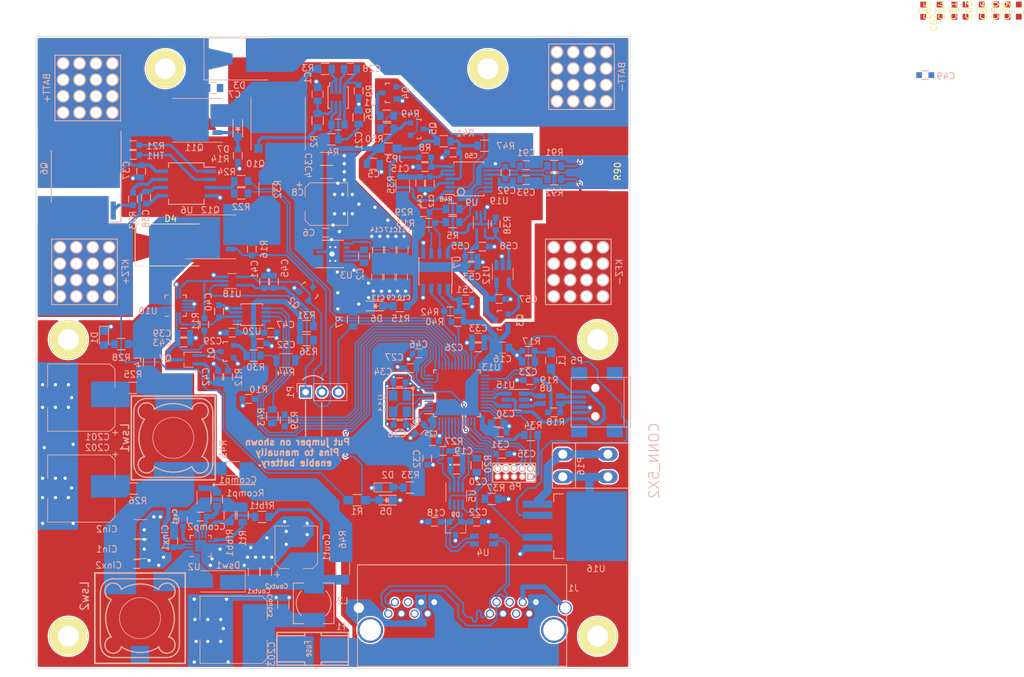
<source format=kicad_pcb>
(kicad_pcb (version 20171130) (host pcbnew 5.1.4+dfsg1-1)
  (layers (0 F.Cu signal) (1 In1.Cu jumper hide) (2 In2.Cu jumper hide) (31 B.Cu signal) (34 B.Paste user) (35 F.Paste user) (36 B.SilkS user) (37 F.SilkS user) (38 B.Mask user) (39 F.Mask user) (44 Edge.Cuts user))
  (net 0 "")
  (net 1 "Net-(P16-Pad1)")
  (net 2 "Net-(P16-Pad2)")
  (net 3 SDA2)
  (net 4 SCL2)
  (net 5 KFZOUT)
  (net 6 BATT-)
  (net 7 KFZ-)
  (net 8 BATT+)
  (net 9 BATSENSE)
  (net 10 "Net-(R48-Pad2)")
  (net 11 SENSE_ENABLE)
  (net 12 "Net-(Q4-Pad3)")
  (net 13 "Net-(Q5-Pad1)")
  (net 14 "Net-(JP3-Pad2)")
  (net 15 CALVINSHIELD)
  (net 16 "Net-(D6-Pad2)")
  (net 17 "Net-(D7-Pad2)")
  (net 18 "Net-(R5-Pad2)")
  (net 19 BTS_CTRL_SIGNAL)
  (net 20 BTS_MCU_SIGNAL)
  (net 21 ALARM)
  (net 22 +3V3)
  (net 23 "Net-(C2-Pad1)")
  (net 24 "Net-(C2-Pad2)")
  (net 25 24VVIN)
  (net 26 ECANV+)
  (net 27 "Net-(C18-Pad1)")
  (net 28 "Net-(C22-Pad1)")
  (net 29 USBCONNECTED)
  (net 30 "Net-(C34-Pad2)")
  (net 31 EXTRESET)
  (net 32 "Net-(C36-Pad2)")
  (net 33 "Net-(Ccomp1-Pad1)")
  (net 34 "Net-(Ccomp2-Pad1)")
  (net 35 24VPREDIODE)
  (net 36 "Net-(Css1-Pad1)")
  (net 37 ECANH)
  (net 38 ECANL)
  (net 39 CANSHLD)
  (net 40 USBVCC)
  (net 41 "Net-(P5-Pad2)")
  (net 42 "Net-(P5-Pad3)")
  (net 43 SWCLK)
  (net 44 SWO)
  (net 45 SWDIO)
  (net 46 "Net-(R3-Pad1)")
  (net 47 DISCONNECT)
  (net 48 "Net-(R20-Pad2)")
  (net 49 BTS_SWITCH)
  (net 50 "Net-(Rfbb1-Pad1)")
  (net 51 "Net-(Rt1-Pad1)")
  (net 52 CANTX)
  (net 53 CANRX)
  (net 54 CANSLEEP)
  (net 55 USBD+)
  (net 56 USBD-)
  (net 57 BTS_STATUS)
  (net 58 "Net-(R21-Pad2)")
  (net 59 "Net-(R22-Pad1)")
  (net 60 "Net-(TH1-Pad1)")
  (net 61 POWERGATE)
  (net 62 "Net-(R23-Pad2)")
  (net 63 "Net-(C91-Pad2)")
  (net 64 "Net-(C92-Pad2)")
  (net 65 "Net-(C201-Pad1)")
  (net 66 "Net-(C202-Pad1)")
  (net 67 30V)
  (net 68 SMPS_EN)
  (net 69 "Net-(C21-Pad2)")
  (net 70 "Net-(C28-Pad2)")
  (net 71 "Net-(C38-Pad2)")
  (net 72 "Net-(C40-Pad1)")
  (net 73 TO_SMPS)
  (net 74 "Net-(Q1-Pad3)")
  (net 75 "Net-(R4-Pad1)")
  (net 76 OV_CURRENT)
  (net 77 TO_CURRENT_SENSOR)
  (net 78 USBD-OUT)
  (net 79 USBD+OUT)
  (net 80 "Net-(C19-Pad2)")
  (net 81 BTS_DIAG_SIGNAL)
  (net 82 PI-OUT)
  (net 83 SW_NODE)
  (net 84 PI-IN)
  (net 85 "Net-(C12-Pad1)")
  (net 86 3VOUT)
  (net 87 "Net-(Q3-Pad1)")
  (net 88 "Net-(C41-Pad1)")
  (net 89 "Net-(Q1-Pad1)")
  (net 90 "Net-(P6-Pad1)")
  (net 91 PREFUSE)
  (net 92 +2V5)
  (net 93 "Net-(C1-Pad1)")
  (net 94 "Net-(J1-Pad13)")
  (net 95 "Net-(J1-Pad12)")
  (net 96 "Net-(J1-Pad4)")
  (net 97 "Net-(J1-Pad5)")
  (net 98 "Net-(P6-Pad8)")
  (net 99 BSDA)
  (net 100 BSCL)
  (net 101 MCU_DRIVE)
  (net 102 24VPGOOD)
  (net 103 "Net-(U9-Pad11)")
  (net 104 "Net-(U9-Pad12)")
  (net 105 "Net-(U12-Pad1)")
  (net 106 "Net-(U13-Pad3)")
  (net 107 "Net-(U13-Pad4)")
  (net 108 "Net-(U13-Pad29)")
  (net 109 "Net-(U13-Pad38)")
  (net 110 HIGH_P_EN)
  (net 111 "Net-(U19-Pad1)")
  (net 112 SCK)
  (net 113 SDO)
  (net 114 "Net-(R39-Pad2)")
  (net 115 CS)
  (net 116 "Net-(P1-Pad1)")
  (net 117 "Net-(U13-Pad17)")
  (net 118 VACS)
  (net 119 "Net-(U13-Pad14)")
  (net 120 "Net-(U13-Pad25)")
  (net 121 24VVIN2)
  (net 122 "Net-(R43-Pad2)")
  (net 123 SMPS_MOS)
  (net 124 "Net-(R44-Pad2)")
  (net 125 "Net-(U13-Pad27)")
  (net 126 "Net-(U13-Pad28)")
  (net 127 "Net-(D1-Pad2)")
  (net 128 "Net-(D2-Pad2)")
  (net 129 POWERFEEDBACK)
  (net 130 CANSILENT)
  (net 131 "Net-(R45-Pad1)")
  (net 132 "Net-(Q10-Pad4)")
  (net 133 "Net-(Q12-Pad4)")
  (module Resistors_SMD_Addons:R_0603_HandSolder (layer B.Cu) (at 82.042 45.974 270)
    (fp_text reference C38 (at 3.276 0.042 270) (layer B.SilkS) (effects (justify mirror)))
    (fp_text value 120nF)
    (pad 1 smd rect (at -0.95 0 270) (size 0.9 0.9) (layers B.Cu B.Paste B.Mask) (net 5 KFZOUT))
    (pad 2 smd rect (at 0.95 0 270) (size 0.9 0.9) (layers B.Cu B.Paste B.Mask) (net 71 "Net-(C38-Pad2)"))
  )
  (module Resistors_SMD_Addons:R_0603_HandSolder (layer B.Cu) (at 80.01 46.228 90)
    (fp_text reference R23 (at -3.272 -0.01 90) (layer B.SilkS) (effects (justify mirror)))
    (fp_text value R)
    (pad 1 smd rect (at -0.95 0 90) (size 0.9 0.9) (layers B.Cu B.Paste B.Mask) (net 61 POWERGATE))
    (pad 2 smd rect (at 0.95 0 90) (size 0.9 0.9) (layers B.Cu B.Paste B.Mask) (net 62 "Net-(R23-Pad2)"))
  )
  (module Housings_SOIC:SO-8_5.3x6.2mm_Pitch1.27mm (layer B.Cu) (at 88.265 43.815 180)
    (fp_text reference U6 (at -0.085 -4.135 180) (layer B.SilkS) (effects (justify mirror)))
    (fp_text value AUIR3200S)
    (pad 1 smd rect (at -3.7 1.905 180) (size 1.75 0.55) (layers B.Cu B.Paste B.Mask) (net 58 "Net-(R21-Pad2)"))
    (pad 2 smd rect (at -3.7 0.635 180) (size 1.75 0.55) (layers B.Cu B.Paste B.Mask) (net 60 "Net-(TH1-Pad1)"))
    (pad 3 smd rect (at -3.7 -0.635 180) (size 1.75 0.55) (layers B.Cu B.Paste B.Mask) (net 59 "Net-(R22-Pad1)"))
    (pad 4 smd rect (at -3.7 -1.905 180) (size 1.75 0.55) (layers B.Cu B.Paste B.Mask) (net 7 KFZ-))
    (pad 5 smd rect (at 3.7 -1.905 180) (size 1.75 0.55) (layers B.Cu B.Paste B.Mask) (net 71 "Net-(C38-Pad2)"))
    (pad 6 smd rect (at 3.7 -0.635 180) (size 1.75 0.55) (layers B.Cu B.Paste B.Mask) (net 5 KFZOUT))
    (pad 7 smd rect (at 3.7 0.635 180) (size 1.75 0.55) (layers B.Cu B.Paste B.Mask) (net 62 "Net-(R23-Pad2)"))
    (pad 8 smd rect (at 3.7 1.905 180) (size 1.75 0.55) (layers B.Cu B.Paste B.Mask) (net 8 BATT+))
  )
  (module TO_SOT_Packages_SMD:SOT-23 (layer B.Cu) (at 124 35.35 90)
    (fp_text reference Q5 (at 0.1 2.5 90) (layer B.SilkS) (effects (justify mirror)))
    (fp_text value BSS84)
    (pad 1 smd rect (at -0.95 -1.00076 90) (size 0.8001 0.8001) (layers B.Cu B.Paste B.Mask) (net 13 "Net-(Q5-Pad1)"))
    (pad 2 smd rect (at 0.95 -1.00076 90) (size 0.8001 0.8001) (layers B.Cu B.Paste B.Mask) (net 121 24VVIN2))
    (pad 3 smd rect (at 0 0.99822 90) (size 0.8001 0.8001) (layers B.Cu B.Paste B.Mask) (net 14 "Net-(JP3-Pad2)"))
  )
  (module Resistors_SMD_Addons:R_0603_HandSolder (layer B.Cu) (at 91.059 65.659 270)
    (fp_text reference R11 (at -0.459 1.359 270) (layer B.SilkS) (effects (justify mirror)))
    (fp_text value 10K)
    (pad 1 smd rect (at -0.95 0 270) (size 0.9 0.9) (layers B.Cu B.Paste B.Mask) (net 76 OV_CURRENT))
    (pad 2 smd rect (at 0.95 0 270) (size 0.9 0.9) (layers B.Cu B.Paste B.Mask) (net 118 VACS))
  )
  (module Capacitors_SMD:CP_Elec_10x10.5 (layer B.Cu) (at 95.6 113 180)
    (fp_text reference C203 (at -5.9 -3.75 270) (layer B.SilkS) (effects (justify mirror)))
    (fp_text value 100uF)
    (fp_text user + (at -5.3 -5.2 180) (layer B.SilkS) (effects (justify mirror)))
    (pad 1 smd rect (at -4 0) (size 4 2.5) (layers B.Cu B.Paste B.Mask) (net 91 PREFUSE))
    (pad 2 smd rect (at 4 0) (size 4 2.5) (layers B.Cu B.Paste B.Mask) (net 7 KFZ-))
  )
  (module Connect_Addons:RJHSE538X-02-noled (layer B.Cu) (at 130.994 113.036 180)
    (fp_text reference J1 (at -17.25 6.5 180) (layer B.SilkS) (effects (justify mirror)))
    (fp_text value RJHSE-5380-02)
    (pad 9 thru_hole circle (at -4.325 2.54 180) (size 1.3 1.3) (drill 0.889) (layers *.Cu *.Mask) (net 37 ECANH))
    (pad 15 thru_hole circle (at -10.415 2.54 180) (size 1.3 1.3) (drill 0.889) (layers *.Cu *.Mask) (net 7 KFZ-))
    (pad 11 thru_hole circle (at -6.355 2.54 180) (size 1.3 1.3) (drill 0.889) (layers *.Cu *.Mask) (net 7 KFZ-))
    (pad 13 thru_hole circle (at -8.385 2.54 180) (size 1.3 1.3) (drill 0.889) (layers *.Cu *.Mask) (net 94 "Net-(J1-Pad13)"))
    (pad 10 thru_hole circle (at -5.345 4.32 180) (size 1.3 1.3) (drill 0.889) (layers *.Cu *.Mask) (net 38 ECANL))
    (pad 12 thru_hole circle (at -7.375 4.32 180) (size 1.3 1.3) (drill 0.889) (layers *.Cu *.Mask) (net 95 "Net-(J1-Pad12)"))
    (pad 14 thru_hole circle (at -9.405 4.32 180) (size 1.3 1.3) (drill 0.889) (layers *.Cu *.Mask) (net 39 CANSHLD))
    (pad 16 thru_hole circle (at -11.435 4.32 180) (size 1.3 1.3) (drill 0.889) (layers *.Cu *.Mask) (net 26 ECANV+))
    (pad "" np_thru_hole circle (at 14.225 0 180) (size 4 4) (drill 3.3) (layers *.Cu *.Mask))
    (pad 17 thru_hole circle (at -16 3.43 180) (size 2 2) (drill 1.6) (layers *.Cu *.Mask) (net 39 CANSHLD))
    (pad 8 thru_hole circle (at 4.315 4.32 180) (size 1.3 1.3) (drill 0.889) (layers *.Cu *.Mask) (net 26 ECANV+))
    (pad 6 thru_hole circle (at 6.345 4.32 180) (size 1.3 1.3) (drill 0.889) (layers *.Cu *.Mask) (net 39 CANSHLD))
    (pad 4 thru_hole circle (at 8.375 4.32 180) (size 1.3 1.3) (drill 0.889) (layers *.Cu *.Mask) (net 96 "Net-(J1-Pad4)"))
    (pad 2 thru_hole circle (at 10.405 4.32 180) (size 1.3 1.3) (drill 0.889) (layers *.Cu *.Mask) (net 38 ECANL))
    (pad 5 thru_hole circle (at 7.365 2.54 180) (size 1.3 1.3) (drill 0.889) (layers *.Cu *.Mask) (net 97 "Net-(J1-Pad5)"))
    (pad 3 thru_hole circle (at 9.395 2.54 180) (size 1.3 1.3) (drill 0.889) (layers *.Cu *.Mask) (net 7 KFZ-))
    (pad 7 thru_hole circle (at 5.335 2.54 180) (size 1.3 1.3) (drill 0.889) (layers *.Cu *.Mask) (net 7 KFZ-))
    (pad 1 thru_hole circle (at 11.425 2.54 180) (size 1.3 1.3) (drill 0.889) (layers *.Cu *.Mask) (net 37 ECANH))
    (pad "" np_thru_hole circle (at -14.225 0 180) (size 4 4) (drill 3.3) (layers *.Cu *.Mask))
    (pad 17 thru_hole circle (at 16 3.43 180) (size 2 2) (drill 1.6) (layers *.Cu *.Mask) (net 39 CANSHLD))
  )
  (module TO_SOT_Packages_SMD:SOT-23 (layer B.Cu) (at 107.188 60.579 135)
    (fp_text reference Q2 (at 0.3556 -2.8702 315) (layer B.SilkS) (effects (justify mirror)))
    (fp_text value 2N7002)
    (pad 1 smd rect (at -0.95 -1.00076 135) (size 0.8001 0.8001) (layers B.Cu B.Paste B.Mask) (net 123 SMPS_MOS))
    (pad 2 smd rect (at 0.95 -1.00076 135) (size 0.8001 0.8001) (layers B.Cu B.Paste B.Mask) (net 7 KFZ-))
    (pad 3 smd rect (at 0 0.99822 135) (size 0.8001 0.8001) (layers B.Cu B.Paste B.Mask) (net 133 "Net-(Q12-Pad4)"))
  )
  (module Housings_SSOP:TSSOP-14_4.4x5mm_Pitch0.65mm (layer B.Cu) (at 132.061636 43.090466)
    (fp_text reference U9 (at 0.438364 3.659534) (layer B.SilkS) (effects (justify mirror)))
    (fp_text value BQ34Z100-G1)
    (pad 1 smd rect (at -2.95 1.95) (size 1.45 0.45) (layers B.Cu B.Paste B.Mask) (net 21 ALARM))
    (pad 2 smd rect (at -2.95 1.3) (size 1.45 0.45) (layers B.Cu B.Paste B.Mask) (net 11 SENSE_ENABLE))
    (pad 3 smd rect (at -2.95 0.65) (size 1.45 0.45) (layers B.Cu B.Paste B.Mask) (net 15 CALVINSHIELD))
    (pad 4 smd rect (at -2.95 0) (size 1.45 0.45) (layers B.Cu B.Paste B.Mask) (net 9 BATSENSE))
    (pad 5 smd rect (at -2.95 -0.65) (size 1.45 0.45) (layers B.Cu B.Paste B.Mask) (net 85 "Net-(C12-Pad1)"))
    (pad 6 smd rect (at -2.95 -1.3) (size 1.45 0.45) (layers B.Cu B.Paste B.Mask) (net 85 "Net-(C12-Pad1)"))
    (pad 7 smd rect (at -2.95 -1.95) (size 1.45 0.45) (layers B.Cu B.Paste B.Mask) (net 92 +2V5))
    (pad 8 smd rect (at 2.95 -1.95) (size 1.45 0.45) (layers B.Cu B.Paste B.Mask) (net 15 CALVINSHIELD))
    (pad 9 smd rect (at 2.95 -1.3) (size 1.45 0.45) (layers B.Cu B.Paste B.Mask) (net 63 "Net-(C91-Pad2)"))
    (pad 10 smd rect (at 2.95 -0.65) (size 1.45 0.45) (layers B.Cu B.Paste B.Mask) (net 64 "Net-(C92-Pad2)"))
    (pad 11 smd rect (at 2.95 0) (size 1.45 0.45) (layers B.Cu B.Paste B.Mask) (net 103 "Net-(U9-Pad11)"))
    (pad 12 smd rect (at 2.95 0.65) (size 1.45 0.45) (layers B.Cu B.Paste B.Mask) (net 104 "Net-(U9-Pad12)"))
    (pad 13 smd rect (at 2.95 1.3) (size 1.45 0.45) (layers B.Cu B.Paste B.Mask) (net 10 "Net-(R48-Pad2)"))
    (pad 14 smd rect (at 2.95 1.95) (size 1.45 0.45) (layers B.Cu B.Paste B.Mask) (net 18 "Net-(R5-Pad2)"))
  )
  (module drillhole:hole (layer F.Cu) (at 70 114)
    (fp_text reference P10 (at 0 0) (layer F.SilkS))
    (fp_text value P10 (at 0 0) (layer F.SilkS))
    (pad "" np_thru_hole circle (at 0 0) (size 6 6) (drill 3.2) (layers *.Cu *.Mask F.SilkS))
  )
  (module drillhole:hole (layer F.Cu) (at 85 26)
    (fp_text reference P21 (at 0 0) (layer F.SilkS))
    (fp_text value P21 (at 0 0) (layer F.SilkS))
    (pad "" np_thru_hole circle (at 0 0) (size 6 6) (drill 3.2) (layers *.Cu *.Mask F.SilkS))
  )
  (module drillhole:hole (layer F.Cu) (at 135 26)
    (fp_text reference P22 (at 0 0) (layer F.SilkS))
    (fp_text value P22 (at 0 0) (layer F.SilkS))
    (pad "" np_thru_hole circle (at 0 0) (size 6 6) (drill 3.2) (layers *.Cu *.Mask F.SilkS))
  )
  (module drillhole:hole (layer F.Cu) (at 152 114)
    (fp_text reference P24 (at 0 0) (layer F.SilkS))
    (fp_text value P24 (at 0 0) (layer F.SilkS))
    (pad "" np_thru_hole circle (at 0 0) (size 6 6) (drill 3.2) (layers *.Cu *.Mask F.SilkS))
  )
  (module TO_SOT_Packages_SMD:SOT-23 (layer B.Cu) (at 94.615 69.85 270)
    (fp_text reference Q1 (at 0.325 2.49 270) (layer B.SilkS) (effects (justify mirror)))
    (fp_text value 2N7002)
    (pad 1 smd rect (at -0.95 -1.00076 270) (size 0.8001 0.8001) (layers B.Cu B.Paste B.Mask) (net 89 "Net-(Q1-Pad1)"))
    (pad 2 smd rect (at 0.95 -1.00076 270) (size 0.8001 0.8001) (layers B.Cu B.Paste B.Mask) (net 7 KFZ-))
    (pad 3 smd rect (at 0 0.99822 270) (size 0.8001 0.8001) (layers B.Cu B.Paste B.Mask) (net 74 "Net-(Q1-Pad3)"))
  )
  (module Connect_Addons:WE_threaded_shank_M5_160A (layer B.Cu) (at 73 29 90)
    (fp_text reference BATT+1)
    (fp_text value BATT+ (at 0 -6.35 90) (layer B.SilkS) (effects (justify mirror)))
    (pad 1 thru_hole circle (at 3.81 1.27 90) (size 2 2) (drill 1.6) (layers *.Cu *.Mask B.SilkS) (net 8 BATT+))
    (pad 1 thru_hole circle (at 3.81 -1.27 90) (size 2 2) (drill 1.6) (layers *.Cu *.Mask B.SilkS) (net 8 BATT+))
    (pad 1 thru_hole circle (at 3.81 -3.81 90) (size 2 2) (drill 1.6) (layers *.Cu *.Mask B.SilkS) (net 8 BATT+))
    (pad 1 thru_hole circle (at 1.27 -3.81 90) (size 2 2) (drill 1.6) (layers *.Cu *.Mask B.SilkS) (net 8 BATT+))
    (pad 1 thru_hole circle (at -1.27 -3.81 90) (size 2 2) (drill 1.6) (layers *.Cu *.Mask B.SilkS) (net 8 BATT+))
    (pad 1 thru_hole circle (at -3.81 1.27 90) (size 2 2) (drill 1.6) (layers *.Cu *.Mask B.SilkS) (net 8 BATT+))
    (pad 1 thru_hole circle (at -3.81 -1.27 90) (size 2 2) (drill 1.6) (layers *.Cu *.Mask B.SilkS) (net 8 BATT+))
    (pad 1 thru_hole circle (at -3.81 -3.81 90) (size 2 2) (drill 1.6) (layers *.Cu *.Mask B.SilkS) (net 8 BATT+))
    (pad 1 thru_hole circle (at -3.81 3.81 90) (size 2 2) (drill 1.6) (layers *.Cu *.Mask B.SilkS) (net 8 BATT+))
    (pad 1 thru_hole circle (at 3.81 3.81 90) (size 2 2) (drill 1.6) (layers *.Cu *.Mask B.SilkS) (net 8 BATT+))
    (pad 1 thru_hole circle (at 1.27 3.81 90) (size 2 2) (drill 1.6) (layers *.Cu *.Mask B.SilkS) (net 8 BATT+))
    (pad 1 thru_hole circle (at 1.27 1.27 90) (size 2 2) (drill 1.6) (layers *.Cu *.Mask B.SilkS) (net 8 BATT+))
    (pad 1 thru_hole circle (at 1.27 -1.27 90) (size 2 2) (drill 1.6) (layers *.Cu *.Mask B.SilkS) (net 8 BATT+))
    (pad 1 thru_hole circle (at -1.27 3.81 90) (size 2 2) (drill 1.6) (layers *.Cu *.Mask B.SilkS) (net 8 BATT+))
    (pad 1 thru_hole circle (at -1.27 1.27 90) (size 2 2) (drill 1.6) (layers *.Cu *.Mask B.SilkS) (net 8 BATT+))
    (pad 1 thru_hole circle (at -1.27 -1.27 90) (size 2 2) (drill 1.6) (layers *.Cu *.Mask B.SilkS) (net 8 BATT+))
  )
  (module Connect_Addons:WE_threaded_shank_M5_160A (layer B.Cu) (at 149.5 27.25 90)
    (fp_text reference BATT-1)
    (fp_text value BATT- (at 0 6.25 90) (layer B.SilkS) (effects (justify mirror)))
    (pad 1 thru_hole circle (at 3.81 1.27 90) (size 2 2) (drill 1.6) (layers *.Cu *.Mask B.SilkS) (net 6 BATT-))
    (pad 1 thru_hole circle (at 3.81 -1.27 90) (size 2 2) (drill 1.6) (layers *.Cu *.Mask B.SilkS) (net 6 BATT-))
    (pad 1 thru_hole circle (at 3.81 -3.81 90) (size 2 2) (drill 1.6) (layers *.Cu *.Mask B.SilkS) (net 6 BATT-))
    (pad 1 thru_hole circle (at 1.27 -3.81 90) (size 2 2) (drill 1.6) (layers *.Cu *.Mask B.SilkS) (net 6 BATT-))
    (pad 1 thru_hole circle (at -1.27 -3.81 90) (size 2 2) (drill 1.6) (layers *.Cu *.Mask B.SilkS) (net 6 BATT-))
    (pad 1 thru_hole circle (at -3.81 1.27 90) (size 2 2) (drill 1.6) (layers *.Cu *.Mask B.SilkS) (net 6 BATT-))
    (pad 1 thru_hole circle (at -3.81 -1.27 90) (size 2 2) (drill 1.6) (layers *.Cu *.Mask B.SilkS) (net 6 BATT-))
    (pad 1 thru_hole circle (at -3.81 -3.81 90) (size 2 2) (drill 1.6) (layers *.Cu *.Mask B.SilkS) (net 6 BATT-))
    (pad 1 thru_hole circle (at -3.81 3.81 90) (size 2 2) (drill 1.6) (layers *.Cu *.Mask B.SilkS) (net 6 BATT-))
    (pad 1 thru_hole circle (at 3.81 3.81 90) (size 2 2) (drill 1.6) (layers *.Cu *.Mask B.SilkS) (net 6 BATT-))
    (pad 1 thru_hole circle (at 1.27 3.81 90) (size 2 2) (drill 1.6) (layers *.Cu *.Mask B.SilkS) (net 6 BATT-))
    (pad 1 thru_hole circle (at 1.27 1.27 90) (size 2 2) (drill 1.6) (layers *.Cu *.Mask B.SilkS) (net 6 BATT-))
    (pad 1 thru_hole circle (at 1.27 -1.27 90) (size 2 2) (drill 1.6) (layers *.Cu *.Mask B.SilkS) (net 6 BATT-))
    (pad 1 thru_hole circle (at -1.27 3.81 90) (size 2 2) (drill 1.6) (layers *.Cu *.Mask B.SilkS) (net 6 BATT-))
    (pad 1 thru_hole circle (at -1.27 1.27 90) (size 2 2) (drill 1.6) (layers *.Cu *.Mask B.SilkS) (net 6 BATT-))
    (pad 1 thru_hole circle (at -1.27 -1.27 90) (size 2 2) (drill 1.6) (layers *.Cu *.Mask B.SilkS) (net 6 BATT-))
  )
  (module Connect_Addons:WE_threaded_shank_M5_160A (layer B.Cu) (at 72.5 57.5 270)
    (fp_text reference KFZ+1)
    (fp_text value KFZ+ (at 0 -6.35 270) (layer B.SilkS) (effects (justify mirror)))
    (pad 1 thru_hole circle (at 3.81 1.27 270) (size 2 2) (drill 1.6) (layers *.Cu *.Mask B.SilkS) (net 5 KFZOUT))
    (pad 1 thru_hole circle (at 3.81 -1.27 270) (size 2 2) (drill 1.6) (layers *.Cu *.Mask B.SilkS) (net 5 KFZOUT))
    (pad 1 thru_hole circle (at 3.81 -3.81 270) (size 2 2) (drill 1.6) (layers *.Cu *.Mask B.SilkS) (net 5 KFZOUT))
    (pad 1 thru_hole circle (at 1.27 -3.81 270) (size 2 2) (drill 1.6) (layers *.Cu *.Mask B.SilkS) (net 5 KFZOUT))
    (pad 1 thru_hole circle (at -1.27 -3.81 270) (size 2 2) (drill 1.6) (layers *.Cu *.Mask B.SilkS) (net 5 KFZOUT))
    (pad 1 thru_hole circle (at -3.81 1.27 270) (size 2 2) (drill 1.6) (layers *.Cu *.Mask B.SilkS) (net 5 KFZOUT))
    (pad 1 thru_hole circle (at -3.81 -1.27 270) (size 2 2) (drill 1.6) (layers *.Cu *.Mask B.SilkS) (net 5 KFZOUT))
    (pad 1 thru_hole circle (at -3.81 -3.81 270) (size 2 2) (drill 1.6) (layers *.Cu *.Mask B.SilkS) (net 5 KFZOUT))
    (pad 1 thru_hole circle (at -3.81 3.81 270) (size 2 2) (drill 1.6) (layers *.Cu *.Mask B.SilkS) (net 5 KFZOUT))
    (pad 1 thru_hole circle (at 3.81 3.81 270) (size 2 2) (drill 1.6) (layers *.Cu *.Mask B.SilkS) (net 5 KFZOUT))
    (pad 1 thru_hole circle (at 1.27 3.81 270) (size 2 2) (drill 1.6) (layers *.Cu *.Mask B.SilkS) (net 5 KFZOUT))
    (pad 1 thru_hole circle (at 1.27 1.27 270) (size 2 2) (drill 1.6) (layers *.Cu *.Mask B.SilkS) (net 5 KFZOUT))
    (pad 1 thru_hole circle (at 1.27 -1.27 270) (size 2 2) (drill 1.6) (layers *.Cu *.Mask B.SilkS) (net 5 KFZOUT))
    (pad 1 thru_hole circle (at -1.27 3.81 270) (size 2 2) (drill 1.6) (layers *.Cu *.Mask B.SilkS) (net 5 KFZOUT))
    (pad 1 thru_hole circle (at -1.27 1.27 270) (size 2 2) (drill 1.6) (layers *.Cu *.Mask B.SilkS) (net 5 KFZOUT))
    (pad 1 thru_hole circle (at -1.27 -1.27 270) (size 2 2) (drill 1.6) (layers *.Cu *.Mask B.SilkS) (net 5 KFZOUT))
  )
  (module Connect_Addons:WE_threaded_shank_M5_160A (layer B.Cu) (at 149 57.5 270)
    (fp_text reference KFZ-1)
    (fp_text value KFZ- (at 0 -6.35 270) (layer B.SilkS) (effects (justify mirror)))
    (pad 1 thru_hole circle (at 3.81 1.27 270) (size 2 2) (drill 1.6) (layers *.Cu *.Mask B.SilkS) (net 7 KFZ-))
    (pad 1 thru_hole circle (at 3.81 -1.27 270) (size 2 2) (drill 1.6) (layers *.Cu *.Mask B.SilkS) (net 7 KFZ-))
    (pad 1 thru_hole circle (at 3.81 -3.81 270) (size 2 2) (drill 1.6) (layers *.Cu *.Mask B.SilkS) (net 7 KFZ-))
    (pad 1 thru_hole circle (at 1.27 -3.81 270) (size 2 2) (drill 1.6) (layers *.Cu *.Mask B.SilkS) (net 7 KFZ-))
    (pad 1 thru_hole circle (at -1.27 -3.81 270) (size 2 2) (drill 1.6) (layers *.Cu *.Mask B.SilkS) (net 7 KFZ-))
    (pad 1 thru_hole circle (at -3.81 1.27 270) (size 2 2) (drill 1.6) (layers *.Cu *.Mask B.SilkS) (net 7 KFZ-))
    (pad 1 thru_hole circle (at -3.81 -1.27 270) (size 2 2) (drill 1.6) (layers *.Cu *.Mask B.SilkS) (net 7 KFZ-))
    (pad 1 thru_hole circle (at -3.81 -3.81 270) (size 2 2) (drill 1.6) (layers *.Cu *.Mask B.SilkS) (net 7 KFZ-))
    (pad 1 thru_hole circle (at -3.81 3.81 270) (size 2 2) (drill 1.6) (layers *.Cu *.Mask B.SilkS) (net 7 KFZ-))
    (pad 1 thru_hole circle (at 3.81 3.81 270) (size 2 2) (drill 1.6) (layers *.Cu *.Mask B.SilkS) (net 7 KFZ-))
    (pad 1 thru_hole circle (at 1.27 3.81 270) (size 2 2) (drill 1.6) (layers *.Cu *.Mask B.SilkS) (net 7 KFZ-))
    (pad 1 thru_hole circle (at 1.27 1.27 270) (size 2 2) (drill 1.6) (layers *.Cu *.Mask B.SilkS) (net 7 KFZ-))
    (pad 1 thru_hole circle (at 1.27 -1.27 270) (size 2 2) (drill 1.6) (layers *.Cu *.Mask B.SilkS) (net 7 KFZ-))
    (pad 1 thru_hole circle (at -1.27 3.81 270) (size 2 2) (drill 1.6) (layers *.Cu *.Mask B.SilkS) (net 7 KFZ-))
    (pad 1 thru_hole circle (at -1.27 1.27 270) (size 2 2) (drill 1.6) (layers *.Cu *.Mask B.SilkS) (net 7 KFZ-))
    (pad 1 thru_hole circle (at -1.27 -1.27 270) (size 2 2) (drill 1.6) (layers *.Cu *.Mask B.SilkS) (net 7 KFZ-))
  )
  (module Capacitors_SMD:C_0805 (layer B.Cu) (at 117.983 54.102 270)
    (fp_text reference C14 (at -3.102 0.233) (layer B.SilkS) (effects (font (size 0.7 0.7)) (justify mirror)))
    (fp_text value 10uF)
    (pad 1 smd rect (at -1 0 270) (size 1 1.25) (layers B.Cu B.Paste B.Mask) (net 7 KFZ-))
    (pad 2 smd rect (at 1 0 270) (size 1 1.25) (layers B.Cu B.Paste B.Mask) (net 86 3VOUT))
  )
  (module Connect_Addons:weidmueller_2 (layer B.Cu) (at 146.594 87.536 270)
    (fp_text reference P16 (at 0.0902 -2.8126 270) (layer B.SilkS) (effects (justify mirror)))
    (fp_text value CONN_01X02)
    (pad 2 thru_hole oval (at 1.75 -7 270) (size 2 3.01498) (drill 1.4) (layers *.Cu *.Mask) (net 2 "Net-(P16-Pad2)"))
    (pad 1 thru_hole oval (at -1.75 -7 270) (size 2 3.01498) (drill 1.4) (layers *.Cu *.Mask) (net 1 "Net-(P16-Pad1)"))
    (pad 1 thru_hole oval (at -1.75 0 270) (size 2 3.01498) (drill 1.4) (layers *.Cu *.Mask) (net 1 "Net-(P16-Pad1)"))
    (pad 2 thru_hole oval (at 1.75 0 270) (size 2 3.01498) (drill 1.4) (layers *.Cu *.Mask) (net 2 "Net-(P16-Pad2)"))
  )
  (module TO_SOT_Packages_SMD:SOT-23 (layer B.Cu) (at 119.75 29.75 270)
    (fp_text reference Q4 (at 0 -2.5 270) (layer B.SilkS) (effects (justify mirror)))
    (fp_text value 2N7002)
    (pad 1 smd rect (at -0.95 -1.00076 270) (size 0.8001 0.8001) (layers B.Cu B.Paste B.Mask) (net 11 SENSE_ENABLE))
    (pad 2 smd rect (at 0.95 -1.00076 270) (size 0.8001 0.8001) (layers B.Cu B.Paste B.Mask) (net 15 CALVINSHIELD))
    (pad 3 smd rect (at 0 0.99822 270) (size 0.8001 0.8001) (layers B.Cu B.Paste B.Mask) (net 12 "Net-(Q4-Pad3)"))
  )
  (module Resistors_SMD:R_0805_HandSoldering (layer B.Cu) (at 119.6 38.4)
    (fp_text reference JP3 (at 0.9 1.6) (layer B.SilkS) (effects (justify mirror)))
    (fp_text value Jumper_NO_Small)
    (pad 1 smd rect (at -1.35 0) (size 1.5 1.3) (layers B.Cu B.Paste B.Mask) (net 121 24VVIN2))
    (pad 2 smd rect (at 1.35 0) (size 1.5 1.3) (layers B.Cu B.Paste B.Mask) (net 14 "Net-(JP3-Pad2)"))
  )
  (module NetTie02_smd:NetTie0.4mmSMD (layer F.Cu) (at 150.622 40.005 90)
    (fp_text reference JP2)
    (fp_text value Jumper_NC_Small)
    (pad 1 smd rect (at -0.4 0 90) (size 1.5 0.4) (layers F.Cu F.Paste F.Mask) (net 15 CALVINSHIELD))
    (pad 2 smd rect (at 0.4 0 90) (size 1.5 0.4) (layers F.Cu F.Paste F.Mask) (net 6 BATT-))
  )
  (module LEDs:LED_0805 (layer B.Cu) (at 119.2 92.9 180)
    (fp_text reference D5 (at 0 -1.75 180) (layer B.SilkS) (effects (justify mirror)))
    (fp_text value BLUE)
    (pad 2 smd rect (at 1.04902 0) (size 1.19888 1.19888) (layers B.Cu B.Paste B.Mask) (net 129 POWERFEEDBACK))
    (pad 1 smd rect (at -1.04902 0) (size 1.19888 1.19888) (layers B.Cu B.Paste B.Mask) (net 7 KFZ-))
  )
  (module LEDs:LED_0805 (layer B.Cu) (at 117.7 62.8)
    (fp_text reference D6 (at 0.05 1.95) (layer B.SilkS) (effects (justify mirror)))
    (fp_text value RED)
    (pad 2 smd rect (at 1.04902 0 180) (size 1.19888 1.19888) (layers B.Cu B.Paste B.Mask) (net 16 "Net-(D6-Pad2)"))
    (pad 1 smd rect (at -1.04902 0 180) (size 1.19888 1.19888) (layers B.Cu B.Paste B.Mask) (net 7 KFZ-))
  )
  (module LEDs:LED_0805 (layer B.Cu) (at 96.25 35.5 270)
    (fp_text reference D7 (at 3 2.25) (layer B.SilkS) (effects (justify mirror)))
    (fp_text value BZG03C15TR)
    (pad 2 smd rect (at 1.04902 0 90) (size 1.19888 1.19888) (layers B.Cu B.Paste B.Mask) (net 17 "Net-(D7-Pad2)"))
    (pad 1 smd rect (at -1.04902 0 90) (size 1.19888 1.19888) (layers B.Cu B.Paste B.Mask) (net 35 24VPREDIODE))
  )
  (module Resistors_SMD:R_0805_HandSoldering (layer B.Cu) (at 114.7 92.9)
    (fp_text reference R1 (at 0 1.75) (layer B.SilkS) (effects (justify mirror)))
    (fp_text value 680R)
    (pad 1 smd rect (at -1.35 0) (size 1.5 1.3) (layers B.Cu B.Paste B.Mask) (net 5 KFZOUT))
    (pad 2 smd rect (at 1.35 0) (size 1.5 1.3) (layers B.Cu B.Paste B.Mask) (net 129 POWERFEEDBACK))
  )
  (module TO-252-4:TO-263-4Lead (layer B.Cu) (at 142.694 96.936)
    (fp_text reference U16 (at 9.05 6.6) (layer B.SilkS) (effects (justify mirror)))
    (fp_text value BTS410)
    (pad 5 smd rect (at 0 -3.4) (size 4.6 1.1) (layers B.Cu B.Paste B.Mask) (net 1 "Net-(P16-Pad1)"))
    (pad 4 smd rect (at 0 -1.7) (size 4.6 1.1) (layers B.Cu B.Paste B.Mask) (net 57 BTS_STATUS))
    (pad 2 smd rect (at 0 1.7) (size 4.6 1.1) (layers B.Cu B.Paste B.Mask) (net 49 BTS_SWITCH))
    (pad 3 smd rect (at 9.15 0) (size 9.4 10.8) (layers B.Cu B.Paste B.Mask) (net 2 "Net-(P16-Pad2)"))
    (pad 1 smd rect (at 0 3.4) (size 4.6 1.1) (layers B.Cu B.Paste B.Mask) (net 7 KFZ-))
  )
  (module Capacitors_SMD:C_0805 (layer B.Cu) (at 115.813 55.058 270)
    (fp_text reference C2 (at 2.8 0.6 270) (layer B.SilkS) (effects (justify mirror)))
    (fp_text value "1uF 0805ZC105KAT2A")
    (pad 1 smd rect (at -1 0 270) (size 1 1.25) (layers B.Cu B.Paste B.Mask) (net 23 "Net-(C2-Pad1)"))
    (pad 2 smd rect (at 1 0 270) (size 1 1.25) (layers B.Cu B.Paste B.Mask) (net 24 "Net-(C2-Pad2)"))
  )
  (module TO_SOT_Packages_SMD:SOT-23 (layer B.Cu) (at 137.1 65 270)
    (fp_text reference Q3 (at 0 -2.9 90) (layer B.SilkS) (effects (justify mirror)))
    (fp_text value BSS205N)
    (pad 1 smd rect (at -0.95 -1.00076 270) (size 0.8001 0.8001) (layers B.Cu B.Paste B.Mask) (net 87 "Net-(Q3-Pad1)"))
    (pad 2 smd rect (at 0.95 -1.00076 270) (size 0.8001 0.8001) (layers B.Cu B.Paste B.Mask) (net 22 +3V3))
    (pad 3 smd rect (at 0 0.99822 270) (size 0.8001 0.8001) (layers B.Cu B.Paste B.Mask) (net 86 3VOUT))
  )
  (module Capacitors_SMD:C_0805 (layer B.Cu) (at 117.25 40.75)
    (fp_text reference C5 (at 0.05 1.6) (layer B.SilkS) (effects (justify mirror)))
    (fp_text value 100nF)
    (pad 1 smd rect (at -1 0) (size 1 1.25) (layers B.Cu B.Paste B.Mask) (net 121 24VVIN2))
    (pad 2 smd rect (at 1 0) (size 1 1.25) (layers B.Cu B.Paste B.Mask) (net 15 CALVINSHIELD))
  )
  (module Capacitors_SMD:C_0805 (layer B.Cu) (at 108.616 29.972 90)
    (fp_text reference C1 (at 2.572 -1.516 90) (layer B.SilkS) (effects (justify mirror)))
    (fp_text value 2nF)
    (pad 1 smd rect (at -1 0 90) (size 1 1.25) (layers B.Cu B.Paste B.Mask) (net 93 "Net-(C1-Pad1)"))
    (pad 2 smd rect (at 1 0 90) (size 1 1.25) (layers B.Cu B.Paste B.Mask) (net 7 KFZ-))
  )
  (module Capacitors_SMD:C_1206 (layer B.Cu) (at 110 40)
    (fp_text reference C3 (at -2.75 0 90) (layer B.SilkS) (effects (justify mirror)))
    (fp_text value "4.7uF GRM31CR71H47")
    (pad 1 smd rect (at -1.5 0) (size 1 1.6) (layers B.Cu B.Paste B.Mask) (net 121 24VVIN2))
    (pad 2 smd rect (at 1.5 0) (size 1 1.6) (layers B.Cu B.Paste B.Mask) (net 7 KFZ-))
  )
  (module Capacitors_SMD:C_1206 (layer B.Cu) (at 110 42)
    (fp_text reference C4 (at -2.75 0 90) (layer B.SilkS) (effects (justify mirror)))
    (fp_text value "4.7uF GRM31CR71H47")
    (pad 1 smd rect (at -1.5 0) (size 1 1.6) (layers B.Cu B.Paste B.Mask) (net 121 24VVIN2))
    (pad 2 smd rect (at 1.5 0) (size 1 1.6) (layers B.Cu B.Paste B.Mask) (net 7 KFZ-))
  )
  (module Resistors_SMD_Addons:R_0603_HandSolder (layer B.Cu) (at 109.855 51.435)
    (fp_text reference C6 (at -2.6 0) (layer B.SilkS) (effects (justify mirror)))
    (fp_text value 100nF)
    (pad 1 smd rect (at -0.95 0) (size 0.9 0.9) (layers B.Cu B.Paste B.Mask) (net 121 24VVIN2))
    (pad 2 smd rect (at 0.95 0) (size 0.9 0.9) (layers B.Cu B.Paste B.Mask) (net 7 KFZ-))
  )
  (module Capacitors_SMD:C_0805 (layer B.Cu) (at 92.5 29)
    (fp_text reference C7 (at 3.25 1) (layer B.SilkS) (effects (justify mirror)))
    (fp_text value "100pF 60V")
    (pad 1 smd rect (at -1 0) (size 1 1.25) (layers B.Cu B.Paste B.Mask) (net 8 BATT+))
    (pad 2 smd rect (at 1 0) (size 1 1.25) (layers B.Cu B.Paste B.Mask) (net 7 KFZ-))
  )
  (module Capacitors_SMD:CP_Elec_6.3x7.7 (layer B.Cu) (at 109.982 46.99)
    (fp_text reference C8 (at -4.45 -1.8) (layer B.SilkS) (effects (justify mirror)))
    (fp_text value 33uF)
    (fp_text user + (at -4.2 -3.05) (layer B.SilkS) (effects (justify mirror)))
    (pad 1 smd rect (at -2.7 0 180) (size 3.5 1.6) (layers B.Cu B.Paste B.Mask) (net 121 24VVIN2))
    (pad 2 smd rect (at 2.7 0 180) (size 3.5 1.6) (layers B.Cu B.Paste B.Mask) (net 7 KFZ-))
  )
  (module Capacitors_SMD:C_0805 (layer B.Cu) (at 119.761 58.293 270)
    (fp_text reference C9 (at 3.207 -0.239) (layer B.SilkS) (effects (font (size 0.7 0.7)) (justify mirror)))
    (fp_text value 10nF)
    (pad 1 smd rect (at -1 0 270) (size 1 1.25) (layers B.Cu B.Paste B.Mask) (net 86 3VOUT))
    (pad 2 smd rect (at 1 0 270) (size 1 1.25) (layers B.Cu B.Paste B.Mask) (net 7 KFZ-))
  )
  (module Capacitors_SMD:C_0805 (layer B.Cu) (at 121.666 58.293 270)
    (fp_text reference C10 (at 3.207 -0.334) (layer B.SilkS) (effects (font (size 0.7 0.7)) (justify mirror)))
    (fp_text value 100nF)
    (pad 1 smd rect (at -1 0 270) (size 1 1.25) (layers B.Cu B.Paste B.Mask) (net 86 3VOUT))
    (pad 2 smd rect (at 1 0 270) (size 1 1.25) (layers B.Cu B.Paste B.Mask) (net 7 KFZ-))
  )
  (module Capacitors_SMD:C_0805 (layer B.Cu) (at 121.793 54.102 90)
    (fp_text reference C11 (at 3.102 0.207 180) (layer B.SilkS) (effects (font (size 0.7 0.7)) (justify mirror)))
    (fp_text value 1nF)
    (pad 1 smd rect (at -1 0 90) (size 1 1.25) (layers B.Cu B.Paste B.Mask) (net 86 3VOUT))
    (pad 2 smd rect (at 1 0 90) (size 1 1.25) (layers B.Cu B.Paste B.Mask) (net 7 KFZ-))
  )
  (module Capacitors_SMD:C_0805 (layer B.Cu) (at 117.856 58.293 270)
    (fp_text reference C13 (at 3.207 -0.144) (layer B.SilkS) (effects (font (size 0.7 0.7)) (justify mirror)))
    (fp_text value "1uF GRM219R71E105KA88D")
    (pad 1 smd rect (at -1 0 270) (size 1 1.25) (layers B.Cu B.Paste B.Mask) (net 86 3VOUT))
    (pad 2 smd rect (at 1 0 270) (size 1 1.25) (layers B.Cu B.Paste B.Mask) (net 7 KFZ-))
  )
  (module Capacitors_SMD:C_0805 (layer B.Cu) (at 137.25 69.25)
    (fp_text reference C16 (at 0 1.75) (layer B.SilkS) (effects (justify mirror)))
    (fp_text value 10uF)
    (pad 1 smd rect (at -1 0) (size 1 1.25) (layers B.Cu B.Paste B.Mask) (net 22 +3V3))
    (pad 2 smd rect (at 1 0) (size 1 1.25) (layers B.Cu B.Paste B.Mask) (net 7 KFZ-))
  )
  (module Capacitors_SMD:C_0805 (layer B.Cu) (at 119.888 54.102 90)
    (fp_text reference C17 (at 3.102 0.112 180) (layer B.SilkS) (effects (font (size 0.7 0.7)) (justify mirror)))
    (fp_text value "1uF GRM219R71E105KA88D")
    (pad 1 smd rect (at -1 0 90) (size 1 1.25) (layers B.Cu B.Paste B.Mask) (net 86 3VOUT))
    (pad 2 smd rect (at 1 0 90) (size 1 1.25) (layers B.Cu B.Paste B.Mask) (net 7 KFZ-))
  )
  (module Resistors_SMD_Addons:R_0603_HandSolder (layer B.Cu) (at 126.75 96.25 180)
    (fp_text reference C18 (at -0.25 1.4 180) (layer B.SilkS) (effects (justify mirror)))
    (fp_text value 100nF)
    (pad 1 smd rect (at -0.95 0 180) (size 0.9 0.9) (layers B.Cu B.Paste B.Mask) (net 27 "Net-(C18-Pad1)"))
    (pad 2 smd rect (at 0.95 0 180) (size 0.9 0.9) (layers B.Cu B.Paste B.Mask) (net 7 KFZ-))
  )
  (module Resistors_SMD_Addons:R_0603_HandSolder (layer B.Cu) (at 133.244 96.236)
    (fp_text reference C22 (at 0.25 -1.45) (layer B.SilkS) (effects (justify mirror)))
    (fp_text value 100nF)
    (pad 1 smd rect (at -0.95 0) (size 0.9 0.9) (layers B.Cu B.Paste B.Mask) (net 28 "Net-(C22-Pad1)"))
    (pad 2 smd rect (at 0.95 0) (size 0.9 0.9) (layers B.Cu B.Paste B.Mask) (net 7 KFZ-))
  )
  (module Capacitors_SMD:C_0805 (layer B.Cu) (at 141.294 71.436)
    (fp_text reference C23 (at -0.05 1.6) (layer B.SilkS) (effects (justify mirror)))
    (fp_text value 100nF)
    (pad 1 smd rect (at -1 0) (size 1 1.25) (layers B.Cu B.Paste B.Mask) (net 7 KFZ-))
    (pad 2 smd rect (at 1 0) (size 1 1.25) (layers B.Cu B.Paste B.Mask) (net 29 USBCONNECTED))
  )
  (module Resistors_SMD_Addons:R_0603_HandSolder (layer B.Cu) (at 137.219 85.711)
    (fp_text reference C35 (at 3.775 0.025) (layer B.SilkS) (effects (justify mirror)))
    (fp_text value 100nF)
    (pad 1 smd rect (at -0.95 0) (size 0.9 0.9) (layers B.Cu B.Paste B.Mask) (net 31 EXTRESET))
    (pad 2 smd rect (at 0.95 0) (size 0.9 0.9) (layers B.Cu B.Paste B.Mask) (net 7 KFZ-))
  )
  (module Resistors_SMD_Addons:R_0603_HandSolder (layer B.Cu) (at 86.25 99.25 90)
    (fp_text reference Cinx1 (at 0.5 -1.25 90) (layer B.SilkS) (effects (justify mirror)))
    (fp_text value 100nF)
    (pad 1 smd rect (at -0.95 0 90) (size 0.9 0.9) (layers B.Cu B.Paste B.Mask) (net 82 PI-OUT))
    (pad 2 smd rect (at 0.95 0 90) (size 0.9 0.9) (layers B.Cu B.Paste B.Mask) (net 7 KFZ-))
  )
  (module Resistors_SMD_Addons:R_0805_HandSolder (layer B.Cu) (at 98.75 104 90)
    (fp_text reference Coutx1 (at -3 0.75 180) (layer B.SilkS) (effects (font (size 0.7 0.7)) (justify mirror)))
    (fp_text value "1 uF")
    (pad 1 smd rect (at -1.05 0 90) (size 1 1.3) (layers B.Cu B.Paste B.Mask) (net 67 30V))
    (pad 2 smd rect (at 1.05 0 90) (size 1 1.3) (layers B.Cu B.Paste B.Mask) (net 7 KFZ-))
  )
  (module TO_SOT_Packages_SMD:SOT-23 (layer B.Cu) (at 129.994 97.236 270)
    (fp_text reference D9 (at -2.1 0) (layer B.SilkS) (effects (font (size 0.7 0.7)) (justify mirror)))
    (fp_text value D_Schottky_x2_ACom_KKA)
    (pad 1 smd rect (at -1 0.95 270) (size 0.9 0.8) (layers B.Cu B.Paste B.Mask) (net 27 "Net-(C18-Pad1)"))
    (pad 2 smd rect (at -1 -0.95 270) (size 0.9 0.8) (layers B.Cu B.Paste B.Mask) (net 28 "Net-(C22-Pad1)"))
    (pad 3 smd rect (at 1 0 270) (size 0.9 0.8) (layers B.Cu B.Paste B.Mask) (net 7 KFZ-))
  )
  (module Capacitors_SMD:C_0805_HandSoldering (layer B.Cu) (at 144.794 71.236 270)
    (fp_text reference L1 (at 0.05 -1.7 270) (layer B.SilkS) (effects (justify mirror)))
    (fp_text value INDUCTOR)
    (pad 1 smd rect (at -1.25 0 270) (size 1.5 1.25) (layers B.Cu B.Paste B.Mask) (net 29 USBCONNECTED))
    (pad 2 smd rect (at 1.25 0 270) (size 1.5 1.25) (layers B.Cu B.Paste B.Mask) (net 40 USBVCC))
  )
  (module Choke_SMD_Addons:inductor_bourns_16uH (layer B.Cu) (at 86.25 83.25)
    (fp_text reference Lsw1 (at -7.5 0 270) (layer B.SilkS) (effects (font (size 1.27 1.27) (thickness 0.2)) (justify mirror)))
    (fp_text value "MSS1260-123MLB 12uH")
    (pad 1 smd rect (at 0 6.8072) (size 5.4991 5) (layers B.Cu B.Paste B.Mask) (net 82 PI-OUT))
    (pad 2 smd rect (at 0 -6.8072) (size 5.4991 5) (layers B.Cu B.Paste B.Mask) (net 84 PI-IN))
  )
  (module Connect:USB_Mini-B (layer B.Cu) (at 151.844 77.711 180)
    (fp_text reference P5 (at 3.1 6.425 180) (layer B.SilkS) (effects (justify mirror)))
    (fp_text value USB_B)
    (pad 1 smd rect (at 2.8 1.6 180) (size 2.3 0.5) (layers B.Cu B.Paste B.Mask) (net 40 USBVCC))
    (pad 2 smd rect (at 2.8 0.8 180) (size 2.3 0.5) (layers B.Cu B.Paste B.Mask) (net 41 "Net-(P5-Pad2)"))
    (pad 3 smd rect (at 2.8 0 180) (size 2.3 0.5) (layers B.Cu B.Paste B.Mask) (net 42 "Net-(P5-Pad3)"))
    (pad 4 smd rect (at 2.8 -0.8 180) (size 2.3 0.5) (layers B.Cu B.Paste B.Mask) (net 7 KFZ-))
    (pad 5 smd rect (at 2.8 -1.6 180) (size 2.3 0.5) (layers B.Cu B.Paste B.Mask) (net 7 KFZ-))
    (pad 6 smd rect (at 2.7 4.45 180) (size 2.5 2) (layers B.Cu B.Paste B.Mask))
    (pad 6 smd rect (at -2.8 4.45 180) (size 2.5 2) (layers B.Cu B.Paste B.Mask))
    (pad 6 smd rect (at 2.7 -4.45 180) (size 2.5 2) (layers B.Cu B.Paste B.Mask))
    (pad 6 smd rect (at -2.8 -4.45 180) (size 2.5 2) (layers B.Cu B.Paste B.Mask))
    (pad "" np_thru_hole circle (at 0.2 2.2 180) (size 0.9 0.9) (drill 0.9) (layers *.Cu *.Mask))
    (pad "" np_thru_hole circle (at 0.2 -2.2 180) (size 0.9 0.9) (drill 0.9) (layers *.Cu *.Mask))
  )
  (module pin_header_1:Pin_Header_Straight_2x05_Pitch1.27mm (layer B.Cu) (at 141.594 89.261 90)
    (fp_text reference P6 (at -1.525 -2.35 180) (layer B.SilkS) (effects (justify mirror)))
    (fp_text value CONN_5X2 (at 2.475 19.15 90) (layer B.SilkS) (effects (font (size 1.524 1.524)) (justify mirror)))
    (pad 1 thru_hole rect (at 0 0 90) (size 1.05 1.05) (drill 0.65) (layers *.Cu *.Mask B.SilkS) (net 90 "Net-(P6-Pad1)"))
    (pad 3 thru_hole circle (at 0 -1.27 90) (size 1.05 1.05) (drill 0.65) (layers *.Cu *.Mask B.SilkS) (net 7 KFZ-))
    (pad 5 thru_hole circle (at 0 -2.54 90) (size 1.05 1.05) (drill 0.65) (layers *.Cu *.Mask B.SilkS) (net 7 KFZ-))
    (pad 7 thru_hole circle (at 0 -3.81 90) (size 1.05 1.05) (drill 0.65) (layers *.Cu *.Mask B.SilkS) (net 7 KFZ-))
    (pad 9 thru_hole circle (at 0 -5.08 90) (size 1.05 1.05) (drill 0.65) (layers *.Cu *.Mask B.SilkS) (net 7 KFZ-))
    (pad 4 thru_hole circle (at 1.27 -1.27 90) (size 1.05 1.05) (drill 0.65) (layers *.Cu *.Mask B.SilkS) (net 43 SWCLK))
    (pad 6 thru_hole circle (at 1.27 -2.54 90) (size 1.05 1.05) (drill 0.65) (layers *.Cu *.Mask B.SilkS) (net 44 SWO))
    (pad 8 thru_hole circle (at 1.27 -3.81 90) (size 1.05 1.05) (drill 0.65) (layers *.Cu *.Mask B.SilkS) (net 98 "Net-(P6-Pad8)"))
    (pad 10 thru_hole circle (at 1.27 -5.08 90) (size 1.05 1.05) (drill 0.65) (layers *.Cu *.Mask B.SilkS) (net 31 EXTRESET))
    (pad 2 thru_hole circle (at 1.27 0 90) (size 1.05 1.05) (drill 0.65) (layers *.Cu *.Mask B.SilkS) (net 45 SWDIO))
  )
  (module Resistors_SMD_Addons:R_0805_HandSolder (layer B.Cu) (at 108.616 34.036 270)
    (fp_text reference R2 (at 3.250862 0.53934 270) (layer B.SilkS) (effects (justify mirror)))
    (fp_text value 10R)
    (pad 1 smd rect (at -1.05 0 270) (size 1 1.3) (layers B.Cu B.Paste B.Mask) (net 93 "Net-(C1-Pad1)"))
    (pad 2 smd rect (at 1.05 0 270) (size 1 1.3) (layers B.Cu B.Paste B.Mask) (net 132 "Net-(Q10-Pad4)"))
  )
  (module Resistors_SMD_Addons:R_0805_HandSolder (layer B.Cu) (at 110.775 36.957 180)
    (fp_text reference R4 (at -0.21066 -2.000862) (layer B.SilkS) (effects (justify mirror)))
    (fp_text value 12K)
    (pad 1 smd rect (at -1.05 0 180) (size 1 1.3) (layers B.Cu B.Paste B.Mask) (net 75 "Net-(R4-Pad1)"))
    (pad 2 smd rect (at 1.05 0 180) (size 1 1.3) (layers B.Cu B.Paste B.Mask) (net 121 24VVIN2))
  )
  (module Resistors_SMD_Addons:R_0603_HandSolder (layer B.Cu) (at 96.25 39.5 90)
    (fp_text reference R14 (at -0.5 -2.75 180) (layer B.SilkS) (effects (justify mirror)))
    (fp_text value 100K)
    (pad 1 smd rect (at -0.95 0 90) (size 0.9 0.9) (layers B.Cu B.Paste B.Mask) (net 7 KFZ-))
    (pad 2 smd rect (at 0.95 0 90) (size 0.9 0.9) (layers B.Cu B.Paste B.Mask) (net 17 "Net-(D7-Pad2)"))
  )
  (module Resistors_SMD_Addons:R_0805_HandSolder (layer B.Cu) (at 121.4 62.8)
    (fp_text reference R15 (at 0.1 1.95) (layer B.SilkS) (effects (justify mirror)))
    (fp_text value R)
    (pad 1 smd rect (at -1.05 0) (size 1 1.3) (layers B.Cu B.Paste B.Mask) (net 16 "Net-(D6-Pad2)"))
    (pad 2 smd rect (at 1.05 0) (size 1 1.3) (layers B.Cu B.Paste B.Mask) (net 86 3VOUT))
  )
  (module Resistors_SMD_Addons:R_0603_HandSolder (layer B.Cu) (at 141.294 69.736)
    (fp_text reference R17 (at 0.45 -1.45) (layer B.SilkS) (effects (justify mirror)))
    (fp_text value 47K)
    (pad 1 smd rect (at -0.95 0) (size 0.9 0.9) (layers B.Cu B.Paste B.Mask) (net 7 KFZ-))
    (pad 2 smd rect (at 0.95 0) (size 0.9 0.9) (layers B.Cu B.Paste B.Mask) (net 29 USBCONNECTED))
  )
  (module Resistors_SMD_Addons:R_0603_HandSolder (layer B.Cu) (at 145.244 79.286)
    (fp_text reference R18 (at 0.25 1.5) (layer B.SilkS) (effects (justify mirror)))
    (fp_text value 1K5)
    (pad 1 smd rect (at -0.95 0) (size 0.9 0.9) (layers B.Cu B.Paste B.Mask) (net 47 DISCONNECT))
    (pad 2 smd rect (at 0.95 0) (size 0.9 0.9) (layers B.Cu B.Paste B.Mask) (net 42 "Net-(P5-Pad3)"))
  )
  (module Resistors_SMD_Addons:R_0603_HandSolder (layer B.Cu) (at 141.494 74.286)
    (fp_text reference R19 (at 3 0) (layer B.SilkS) (effects (justify mirror)))
    (fp_text value 47K)
    (pad 1 smd rect (at -0.95 0) (size 0.9 0.9) (layers B.Cu B.Paste B.Mask) (net 7 KFZ-))
    (pad 2 smd rect (at 0.95 0) (size 0.9 0.9) (layers B.Cu B.Paste B.Mask) (net 47 DISCONNECT))
  )
  (module Resistors_SMD_Addons:R_0805_HandSolder (layer B.Cu) (at 133.269 87.486 90)
    (fp_text reference R20 (at 0.2 1.725 90) (layer B.SilkS) (effects (justify mirror)))
    (fp_text value 10K)
    (pad 1 smd rect (at -1.05 0 90) (size 1 1.3) (layers B.Cu B.Paste B.Mask) (net 7 KFZ-))
    (pad 2 smd rect (at 1.05 0 90) (size 1 1.3) (layers B.Cu B.Paste B.Mask) (net 48 "Net-(R20-Pad2)"))
  )
  (module Housings_SSOP:MSOP-12-1EP_3x4mm_Pitch0.65mm (layer B.Cu) (at 110.963 54.733)
    (fp_text reference U3 (at 2.1 3.3) (layer B.SilkS) (effects (justify mirror)))
    (fp_text value LTC3245)
    (pad 1 smd rect (at -2.105 1.625) (size 0.89 0.42) (layers B.Cu B.Paste B.Mask) (net 121 24VVIN2))
    (pad 2 smd rect (at -2.105 0.975) (size 0.89 0.42) (layers B.Cu B.Paste B.Mask) (net 121 24VVIN2))
    (pad 3 smd rect (at -2.105 0.325) (size 0.89 0.42) (layers B.Cu B.Paste B.Mask) (net 121 24VVIN2))
    (pad 4 smd rect (at -2.105 -0.325) (size 0.89 0.42) (layers B.Cu B.Paste B.Mask) (net 7 KFZ-))
    (pad 5 smd rect (at -2.105 -0.975) (size 0.89 0.42) (layers B.Cu B.Paste B.Mask) (net 121 24VVIN2))
    (pad 6 smd rect (at -2.105 -1.625) (size 0.89 0.42) (layers B.Cu B.Paste B.Mask) (net 121 24VVIN2))
    (pad 7 smd rect (at 2.105 -1.625) (size 0.89 0.42) (layers B.Cu B.Paste B.Mask) (net 86 3VOUT))
    (pad 8 smd rect (at 2.105 -0.975) (size 0.89 0.42) (layers B.Cu B.Paste B.Mask) (net 102 24VPGOOD))
    (pad 9 smd rect (at 2.105 -0.325) (size 0.89 0.42) (layers B.Cu B.Paste B.Mask) (net 23 "Net-(C2-Pad1)"))
    (pad 10 smd rect (at 2.105 0.325) (size 0.89 0.42) (layers B.Cu B.Paste B.Mask) (net 86 3VOUT))
    (pad 11 smd rect (at 2.105 0.975) (size 0.89 0.42) (layers B.Cu B.Paste B.Mask) (net 24 "Net-(C2-Pad2)"))
    (pad 12 smd rect (at 2.105 1.625) (size 0.89 0.42) (layers B.Cu B.Paste B.Mask) (net 7 KFZ-))
    (pad 13 smd rect (at 0.4125 -1.06875) (size 0.825 0.7125) (layers B.Cu B.Paste B.Mask) (net 7 KFZ-))
    (pad 13 smd rect (at 0.4125 -0.35625) (size 0.825 0.7125) (layers B.Cu B.Paste B.Mask) (net 7 KFZ-))
    (pad 13 smd rect (at 0.4125 0.35625) (size 0.825 0.7125) (layers B.Cu B.Paste B.Mask) (net 7 KFZ-))
    (pad 13 smd rect (at 0.4125 1.06875) (size 0.825 0.7125) (layers B.Cu B.Paste B.Mask) (net 7 KFZ-))
    (pad 13 smd rect (at -0.4125 -1.06875) (size 0.825 0.7125) (layers B.Cu B.Paste B.Mask) (net 7 KFZ-))
    (pad 13 smd rect (at -0.4125 -0.35625) (size 0.825 0.7125) (layers B.Cu B.Paste B.Mask) (net 7 KFZ-))
    (pad 13 smd rect (at -0.4125 0.35625) (size 0.825 0.7125) (layers B.Cu B.Paste B.Mask) (net 7 KFZ-))
    (pad 13 smd rect (at -0.4125 1.06875) (size 0.825 0.7125) (layers B.Cu B.Paste B.Mask) (net 7 KFZ-))
  )
  (module SMD-CMC-Wuerth:CMC-SMD-Wuerth (layer B.Cu) (at 134.394 99.086 180)
    (fp_text reference U4 (at 0.15 -1.95 180) (layer B.SilkS) (effects (justify mirror)))
    (fp_text value USB-CMC-Wuerth)
    (pad 2 smd rect (at 1.5 -0.6 180) (size 1.4 0.8) (layers B.Cu B.Paste B.Mask) (net 27 "Net-(C18-Pad1)"))
    (pad 4 smd rect (at -1.5 0.6 180) (size 1.4 0.8) (layers B.Cu B.Paste B.Mask) (net 38 ECANL))
    (pad 3 smd rect (at 1.5 0.6 180) (size 1.4 0.8) (layers B.Cu B.Paste B.Mask) (net 28 "Net-(C22-Pad1)"))
    (pad 1 smd rect (at -1.5 -0.6 180) (size 1.4 0.8) (layers B.Cu B.Paste B.Mask) (net 37 ECANH))
  )
  (module SMD-CMC-Wuerth:CMC-SMD-Wuerth (layer B.Cu) (at 144.744 77.336 180)
    (fp_text reference U8 (at 0.75 1.8 180) (layer B.SilkS) (effects (justify mirror)))
    (fp_text value USB-CMC-Wuerth)
    (pad 2 smd rect (at 1.5 -0.6 180) (size 1.4 0.8) (layers B.Cu B.Paste B.Mask) (net 55 USBD+))
    (pad 4 smd rect (at -1.5 0.6 180) (size 1.4 0.8) (layers B.Cu B.Paste B.Mask) (net 41 "Net-(P5-Pad2)"))
    (pad 3 smd rect (at 1.5 0.6 180) (size 1.4 0.8) (layers B.Cu B.Paste B.Mask) (net 56 USBD-))
    (pad 1 smd rect (at -1.5 -0.6 180) (size 1.4 0.8) (layers B.Cu B.Paste B.Mask) (net 42 "Net-(P5-Pad3)"))
  )
  (module Crystals_Addons:Crystal_SMD_EuroQuartz_MT-4pin_3.2x2.5mm_hand (layer B.Cu) (at 121.394 77.936 270)
    (fp_text reference U11 (at 0 2.8 270) (layer B.SilkS) (effects (justify mirror)))
    (fp_text value 8MHz)
    (pad 1 smd rect (at -1.25 -1.05 270) (size 1.6 1.3) (layers B.Cu B.Mask) (net 30 "Net-(C34-Pad2)"))
    (pad 2 smd rect (at 1.25 -1.05 270) (size 1.6 1.3) (layers B.Cu B.Mask) (net 7 KFZ-))
    (pad 3 smd rect (at 1.25 1.05 270) (size 1.6 1.3) (layers B.Cu B.Mask) (net 32 "Net-(C36-Pad2)"))
    (pad 4 smd rect (at -1.25 1.05 270) (size 1.6 1.3) (layers B.Cu B.Mask) (net 7 KFZ-))
  )
  (module Housings_QFP:LQFP-48_7x7mm_Pitch0.5mm (layer B.Cu) (at 130.194 76.336)
    (fp_text reference U13 (at 5.3 -4.05) (layer B.SilkS) (effects (justify mirror)))
    (fp_text value STM32L433CC)
    (pad 1 smd rect (at -4.35 2.75) (size 1.3 0.25) (layers B.Cu B.Paste B.Mask) (net 22 +3V3))
    (pad 2 smd rect (at -4.35 2.25) (size 1.3 0.25) (layers B.Cu B.Paste B.Mask) (net 68 SMPS_EN))
    (pad 3 smd rect (at -4.35 1.75) (size 1.3 0.25) (layers B.Cu B.Paste B.Mask) (net 106 "Net-(U13-Pad3)"))
    (pad 4 smd rect (at -4.35 1.25) (size 1.3 0.25) (layers B.Cu B.Paste B.Mask) (net 107 "Net-(U13-Pad4)"))
    (pad 5 smd rect (at -4.35 0.75) (size 1.3 0.25) (layers B.Cu B.Paste B.Mask) (net 32 "Net-(C36-Pad2)"))
    (pad 6 smd rect (at -4.35 0.25) (size 1.3 0.25) (layers B.Cu B.Paste B.Mask) (net 30 "Net-(C34-Pad2)"))
    (pad 7 smd rect (at -4.35 -0.25) (size 1.3 0.25) (layers B.Cu B.Paste B.Mask) (net 31 EXTRESET))
    (pad 8 smd rect (at -4.35 -0.75) (size 1.3 0.25) (layers B.Cu B.Paste B.Mask) (net 7 KFZ-))
    (pad 9 smd rect (at -4.35 -1.25) (size 1.3 0.25) (layers B.Cu B.Paste B.Mask) (net 22 +3V3))
    (pad 10 smd rect (at -4.35 -1.75) (size 1.3 0.25) (layers B.Cu B.Paste B.Mask) (net 115 CS))
    (pad 11 smd rect (at -4.35 -2.25) (size 1.3 0.25) (layers B.Cu B.Paste B.Mask) (net 129 POWERFEEDBACK))
    (pad 12 smd rect (at -4.35 -2.75) (size 1.3 0.25) (layers B.Cu B.Paste B.Mask) (net 68 SMPS_EN))
    (pad 13 smd rect (at -2.75 -4.35 270) (size 1.3 0.25) (layers B.Cu B.Paste B.Mask) (net 114 "Net-(R39-Pad2)"))
    (pad 14 smd rect (at -2.25 -4.35 270) (size 1.3 0.25) (layers B.Cu B.Paste B.Mask) (net 119 "Net-(U13-Pad14)"))
    (pad 15 smd rect (at -1.75 -4.35 270) (size 1.3 0.25) (layers B.Cu B.Paste B.Mask) (net 122 "Net-(R43-Pad2)"))
    (pad 16 smd rect (at -1.25 -4.35 270) (size 1.3 0.25) (layers B.Cu B.Paste B.Mask) (net 113 SDO))
    (pad 17 smd rect (at -0.75 -4.35 270) (size 1.3 0.25) (layers B.Cu B.Paste B.Mask) (net 117 "Net-(U13-Pad17)"))
    (pad 18 smd rect (at -0.25 -4.35 270) (size 1.3 0.25) (layers B.Cu B.Paste B.Mask) (net 20 BTS_MCU_SIGNAL))
    (pad 19 smd rect (at 0.25 -4.35 270) (size 1.3 0.25) (layers B.Cu B.Paste B.Mask) (net 123 SMPS_MOS))
    (pad 20 smd rect (at 0.75 -4.35 270) (size 1.3 0.25) (layers B.Cu B.Paste B.Mask) (net 81 BTS_DIAG_SIGNAL))
    (pad 21 smd rect (at 1.25 -4.35 270) (size 1.3 0.25) (layers B.Cu B.Paste B.Mask) (net 4 SCL2))
    (pad 22 smd rect (at 1.75 -4.35 270) (size 1.3 0.25) (layers B.Cu B.Paste B.Mask) (net 3 SDA2))
    (pad 23 smd rect (at 2.25 -4.35 270) (size 1.3 0.25) (layers B.Cu B.Paste B.Mask) (net 7 KFZ-))
    (pad 24 smd rect (at 2.75 -4.35 270) (size 1.3 0.25) (layers B.Cu B.Paste B.Mask) (net 22 +3V3))
    (pad 25 smd rect (at 4.35 -2.75) (size 1.3 0.25) (layers B.Cu B.Paste B.Mask) (net 120 "Net-(U13-Pad25)"))
    (pad 26 smd rect (at 4.35 -2.25) (size 1.3 0.25) (layers B.Cu B.Paste B.Mask) (net 57 BTS_STATUS))
    (pad 27 smd rect (at 4.35 -1.75) (size 1.3 0.25) (layers B.Cu B.Paste B.Mask) (net 125 "Net-(U13-Pad27)"))
    (pad 28 smd rect (at 4.35 -1.25) (size 1.3 0.25) (layers B.Cu B.Paste B.Mask) (net 126 "Net-(U13-Pad28)"))
    (pad 29 smd rect (at 4.35 -0.75) (size 1.3 0.25) (layers B.Cu B.Paste B.Mask) (net 108 "Net-(U13-Pad29)"))
    (pad 30 smd rect (at 4.35 -0.25) (size 1.3 0.25) (layers B.Cu B.Paste B.Mask) (net 29 USBCONNECTED))
    (pad 31 smd rect (at 4.35 0.25) (size 1.3 0.25) (layers B.Cu B.Paste B.Mask) (net 47 DISCONNECT))
    (pad 32 smd rect (at 4.35 0.75) (size 1.3 0.25) (layers B.Cu B.Paste B.Mask) (net 78 USBD-OUT))
    (pad 33 smd rect (at 4.35 1.25) (size 1.3 0.25) (layers B.Cu B.Paste B.Mask) (net 79 USBD+OUT))
    (pad 34 smd rect (at 4.35 1.75) (size 1.3 0.25) (layers B.Cu B.Paste B.Mask) (net 45 SWDIO))
    (pad 35 smd rect (at 4.35 2.25) (size 1.3 0.25) (layers B.Cu B.Paste B.Mask) (net 7 KFZ-))
    (pad 36 smd rect (at 4.35 2.75) (size 1.3 0.25) (layers B.Cu B.Paste B.Mask) (net 22 +3V3))
    (pad 37 smd rect (at 2.75 4.35 270) (size 1.3 0.25) (layers B.Cu B.Paste B.Mask) (net 43 SWCLK))
    (pad 38 smd rect (at 2.25 4.35 270) (size 1.3 0.25) (layers B.Cu B.Paste B.Mask) (net 109 "Net-(U13-Pad38)"))
    (pad 39 smd rect (at 1.75 4.35 270) (size 1.3 0.25) (layers B.Cu B.Paste B.Mask) (net 44 SWO))
    (pad 40 smd rect (at 1.25 4.35 270) (size 1.3 0.25) (layers B.Cu B.Paste B.Mask) (net 110 HIGH_P_EN))
    (pad 41 smd rect (at 0.75 4.35 270) (size 1.3 0.25) (layers B.Cu B.Paste B.Mask) (net 49 BTS_SWITCH))
    (pad 42 smd rect (at 0.25 4.35 270) (size 1.3 0.25) (layers B.Cu B.Paste B.Mask) (net 130 CANSILENT))
    (pad 43 smd rect (at -0.25 4.35 270) (size 1.3 0.25) (layers B.Cu B.Paste B.Mask) (net 54 CANSLEEP))
    (pad 44 smd rect (at -0.75 4.35 270) (size 1.3 0.25) (layers B.Cu B.Paste B.Mask) (net 48 "Net-(R20-Pad2)"))
    (pad 45 smd rect (at -1.25 4.35 270) (size 1.3 0.25) (layers B.Cu B.Paste B.Mask) (net 53 CANRX))
    (pad 46 smd rect (at -1.75 4.35 270) (size 1.3 0.25) (layers B.Cu B.Paste B.Mask) (net 52 CANTX))
    (pad 47 smd rect (at -2.25 4.35 270) (size 1.3 0.25) (layers B.Cu B.Paste B.Mask) (net 7 KFZ-))
    (pad 48 smd rect (at -2.75 4.35 270) (size 1.3 0.25) (layers B.Cu B.Paste B.Mask) (net 22 +3V3))
  )
  (module Resistors_SMD_Addons:R_0603_HandSolder (layer B.Cu) (at 80.01 37.846)
    (fp_text reference R21 (at 3.49 0.154) (layer B.SilkS) (effects (justify mirror)))
    (fp_text value 120R)
    (pad 1 smd rect (at -0.95 0) (size 0.9 0.9) (layers B.Cu B.Paste B.Mask) (net 8 BATT+))
    (pad 2 smd rect (at 0.95 0) (size 0.9 0.9) (layers B.Cu B.Paste B.Mask) (net 58 "Net-(R21-Pad2)"))
  )
  (module Resistors_SMD_Addons:R_0603_HandSolder (layer B.Cu) (at 80.01 39.37 180)
    (fp_text reference TH1 (at -3.49 -0.13 180) (layer B.SilkS) (effects (justify mirror)))
    (fp_text value Thermistor_PTC)
    (pad 1 smd rect (at -0.95 0 180) (size 0.9 0.9) (layers B.Cu B.Paste B.Mask) (net 60 "Net-(TH1-Pad1)"))
    (pad 2 smd rect (at 0.95 0 180) (size 0.9 0.9) (layers B.Cu B.Paste B.Mask) (net 8 BATT+))
  )
  (module Resistors_SMD_Addons:WSLP_5931_DALE (layer F.Cu) (at 149.3012 42.1132 270)
    (fp_text reference R90 (at -0.2 -5.8 270) (layer F.SilkS))
    (fp_text value 0.0002R)
    (pad 2 smd rect (at 5.8 0 270) (size 6 8.75) (layers F.Cu F.Paste F.Mask) (net 7 KFZ-))
    (pad 1 smd rect (at -5.8 0 270) (size 6 9) (layers F.Cu F.Paste F.Mask) (net 6 BATT-))
  )
  (module Resistors_SMD_Addons:R_0805_HandSolder (layer B.Cu) (at 100.6 104 90)
    (fp_text reference Coutx2 (at -2.25 1.65 180) (layer B.SilkS) (effects (font (size 0.7 0.7)) (justify mirror)))
    (fp_text value "1 uF")
    (pad 1 smd rect (at -1.05 0 90) (size 1 1.3) (layers B.Cu B.Paste B.Mask) (net 67 30V))
    (pad 2 smd rect (at 1.05 0 90) (size 1 1.3) (layers B.Cu B.Paste B.Mask) (net 7 KFZ-))
  )
  (module Resistors_SMD_Addons:R_0805_HandSolder (layer B.Cu) (at 103.3 109.1 90)
    (fp_text reference Coutx3 (at -0.15 -2.05 90) (layer B.SilkS) (effects (font (size 0.7 0.7)) (justify mirror)))
    (fp_text value "1 uF")
    (pad 1 smd rect (at -1.05 0 90) (size 1 1.3) (layers B.Cu B.Paste B.Mask) (net 91 PREFUSE))
    (pad 2 smd rect (at 1.05 0 90) (size 1 1.3) (layers B.Cu B.Paste B.Mask) (net 7 KFZ-))
  )
  (module Choke_SMD_Addons:inductor_Coilcraft_SER1390 (layer B.Cu) (at 81.1 111.2 180)
    (fp_text reference Lsw2 (at 8.6 3.45 90) (layer B.SilkS) (effects (font (size 1.27 1.27) (thickness 0.2)) (justify mirror)))
    (fp_text value "MSS1260-123MLB 12uH")
    (pad "" smd rect (at 0 -5.59 180) (size 2.8 2.6) (layers B.Cu B.Paste B.Mask))
    (pad 1 smd rect (at -3.67 5.69 180) (size 3.2 3) (layers B.Cu B.Paste B.Mask) (net 83 SW_NODE))
    (pad 2 smd rect (at 3.67 5.69 180) (size 3.2 3) (layers B.Cu B.Paste B.Mask) (net 82 PI-OUT))
  )
  (module Capacitors_SMD:CP_Elec_10x10.5 (layer B.Cu) (at 72 77 180)
    (fp_text reference C201 (at -2.5 -6.1 180) (layer B.SilkS) (effects (justify mirror)))
    (fp_text value CP)
    (fp_text user + (at -5.25 -5.35 180) (layer B.SilkS) (effects (justify mirror)))
    (pad 1 smd rect (at -4 0) (size 4 2.5) (layers B.Cu B.Paste B.Mask) (net 65 "Net-(C201-Pad1)"))
    (pad 2 smd rect (at 4 0) (size 4 2.5) (layers B.Cu B.Paste B.Mask) (net 7 KFZ-))
  )
  (module Capacitors_SMD:CP_Elec_10x10.5 (layer B.Cu) (at 72 91.1 180)
    (fp_text reference C202 (at -2.5 6.35 180) (layer B.SilkS) (effects (justify mirror)))
    (fp_text value CP)
    (fp_text user + (at -5.25 5.35 180) (layer B.SilkS) (effects (justify mirror)))
    (pad 1 smd rect (at -4 0) (size 4 2.5) (layers B.Cu B.Paste B.Mask) (net 66 "Net-(C202-Pad1)"))
    (pad 2 smd rect (at 4 0) (size 4 2.5) (layers B.Cu B.Paste B.Mask) (net 7 KFZ-))
  )
  (module Resistors_SMD_Addons:R_0805_HandSolder (layer B.Cu) (at 82.5 71.5 90)
    (fp_text reference L4 (at 0 -1.75 90) (layer B.SilkS) (effects (justify mirror)))
    (fp_text value Ferrite_Bead)
    (pad 1 smd rect (at -1.05 0 90) (size 1 1.3) (layers B.Cu B.Paste B.Mask) (net 84 PI-IN))
    (pad 2 smd rect (at 1.05 0 90) (size 1 1.3) (layers B.Cu B.Paste B.Mask) (net 73 TO_SMPS))
  )
  (module Resistors_SMD_Addons:R_0805_HandSolder (layer B.Cu) (at 80 75.5 180)
    (fp_text reference R25 (at 0 2.1 180) (layer B.SilkS) (effects (justify mirror)))
    (fp_text value 0.0002R)
    (pad 1 smd rect (at -1.05 0 180) (size 1 1.3) (layers B.Cu B.Paste B.Mask) (net 84 PI-IN))
    (pad 2 smd rect (at 1.05 0 180) (size 1 1.3) (layers B.Cu B.Paste B.Mask) (net 65 "Net-(C201-Pad1)"))
  )
  (module Resistors_SMD_Addons:R_0805_HandSolder (layer B.Cu) (at 80.1 91.1 180)
    (fp_text reference R26 (at -0.65 -1.9) (layer B.SilkS) (effects (justify mirror)))
    (fp_text value 0.0002R)
    (pad 1 smd rect (at -1.05 0 180) (size 1 1.3) (layers B.Cu B.Paste B.Mask) (net 82 PI-OUT))
    (pad 2 smd rect (at 1.05 0 180) (size 1 1.3) (layers B.Cu B.Paste B.Mask) (net 66 "Net-(C202-Pad1)"))
  )
  (module Choke_SMD:Choke_SMD_6.3x6.3_H3 (layer B.Cu) (at 108 108.9 90)
    (fp_text reference L2 (at 0.4 4.5 180) (layer B.SilkS) (effects (justify mirror)))
    (fp_text value 100nH)
    (pad 1 smd rect (at -2.75 0 90) (size 1.5 2.4) (layers B.Cu B.Paste B.Mask) (net 91 PREFUSE))
    (pad 2 smd rect (at 2.75 0 90) (size 1.5 2.4) (layers B.Cu B.Paste B.Mask) (net 67 30V))
  )
  (module Diodes_SMD:D_SMA_Handsoldering (layer B.Cu) (at 93 105.5 180)
    (fp_text reference Dsw1 (at -1.75 2.5 180) (layer B.SilkS) (effects (justify mirror)))
    (fp_text value SL44-E3/57T)
    (pad 1 smd rect (at -2.5 0 180) (size 3.5 1.8) (layers B.Cu B.Paste B.Mask) (net 67 30V))
    (pad 2 smd rect (at 2.5 0 180) (size 3.5 1.8) (layers B.Cu B.Paste B.Mask) (net 83 SW_NODE))
  )
  (module Capacitors_SMD:C_1210_HandSoldering (layer B.Cu) (at 81.2 100.5)
    (fp_text reference Cin1 (at -5.25 0) (layer B.SilkS) (effects (justify mirror)))
    (fp_text value 4,7uF)
    (pad 1 smd rect (at -2 0) (size 2 2.5) (layers B.Cu B.Paste B.Mask) (net 82 PI-OUT))
    (pad 2 smd rect (at 2 0) (size 2 2.5) (layers B.Cu B.Paste B.Mask) (net 7 KFZ-))
  )
  (module Capacitors_SMD:C_1210_HandSoldering (layer B.Cu) (at 81.2 97.4)
    (fp_text reference Cin2 (at -5.25 0) (layer B.SilkS) (effects (justify mirror)))
    (fp_text value 4,7uF)
    (pad 1 smd rect (at -2 0) (size 2 2.5) (layers B.Cu B.Paste B.Mask) (net 82 PI-OUT))
    (pad 2 smd rect (at 2 0) (size 2 2.5) (layers B.Cu B.Paste B.Mask) (net 7 KFZ-))
  )
  (module Capacitors_SMD:C_0805 (layer B.Cu) (at 111.791 34.671)
    (fp_text reference C21 (at 3.21066 2.500862 90) (layer B.SilkS) (effects (justify mirror)))
    (fp_text value 470nF)
    (pad 1 smd rect (at -1 0) (size 1 1.25) (layers B.Cu B.Paste B.Mask) (net 121 24VVIN2))
    (pad 2 smd rect (at 1 0) (size 1 1.25) (layers B.Cu B.Paste B.Mask) (net 69 "Net-(C21-Pad2)"))
  )
  (module Capacitors_SMD:C_0805 (layer B.Cu) (at 113.696 26.035 180)
    (fp_text reference C28 (at -3.304 0.035 180) (layer B.SilkS) (effects (justify mirror)))
    (fp_text value 1uF)
    (pad 1 smd rect (at -1 0 180) (size 1 1.25) (layers B.Cu B.Paste B.Mask) (net 69 "Net-(C21-Pad2)"))
    (pad 2 smd rect (at 1 0 180) (size 1 1.25) (layers B.Cu B.Paste B.Mask) (net 70 "Net-(C28-Pad2)"))
  )
  (module Resistors_SMD_Addons:R_0603_HandSolder (layer B.Cu) (at 95.377 66.929 180)
    (fp_text reference C29 (at 3.002 -1.296 180) (layer B.SilkS) (effects (justify mirror)))
    (fp_text value 100nF)
    (pad 1 smd rect (at -0.95 0 180) (size 0.9 0.9) (layers B.Cu B.Paste B.Mask) (net 22 +3V3))
    (pad 2 smd rect (at 0.95 0 180) (size 0.9 0.9) (layers B.Cu B.Paste B.Mask) (net 7 KFZ-))
  )
  (module Resistors_SMD_Addons:R_0603_HandSolder (layer B.Cu) (at 81.28 41.91 90)
    (fp_text reference C37 (at 0.16 -2.28 90) (layer B.SilkS) (effects (justify mirror)))
    (fp_text value 100nF)
    (pad 1 smd rect (at -0.95 0 90) (size 0.9 0.9) (layers B.Cu B.Paste B.Mask) (net 7 KFZ-))
    (pad 2 smd rect (at 0.95 0 90) (size 0.9 0.9) (layers B.Cu B.Paste B.Mask) (net 8 BATT+))
  )
  (module Resistors_SMD_Addons:R_0603_HandSolder (layer B.Cu) (at 87.884 66.929)
    (fp_text reference C39 (at -3.359 0.121) (layer B.SilkS) (effects (justify mirror)))
    (fp_text value 100nF)
    (pad 1 smd rect (at -0.95 0) (size 0.9 0.9) (layers B.Cu B.Paste B.Mask) (net 118 VACS))
    (pad 2 smd rect (at 0.95 0) (size 0.9 0.9) (layers B.Cu B.Paste B.Mask) (net 7 KFZ-))
  )
  (module Resistors_SMD_Addons:R_0603_HandSolder (layer B.Cu) (at 93.345 63.627 90)
    (fp_text reference C40 (at 1.452 -1.645 90) (layer B.SilkS) (effects (justify mirror)))
    (fp_text value "1 nF")
    (pad 1 smd rect (at -0.95 0 90) (size 0.9 0.9) (layers B.Cu B.Paste B.Mask) (net 72 "Net-(C40-Pad1)"))
    (pad 2 smd rect (at 0.95 0 90) (size 0.9 0.9) (layers B.Cu B.Paste B.Mask) (net 7 KFZ-))
  )
  (module Resistors_SMD_Addons:R_0603_HandSolder (layer B.Cu) (at 100.33 59.055 90)
    (fp_text reference C41 (at 1.93 -1.48 90) (layer B.SilkS) (effects (justify mirror)))
    (fp_text value 100nF)
    (pad 1 smd rect (at -0.95 0 90) (size 0.9 0.9) (layers B.Cu B.Paste B.Mask) (net 88 "Net-(C41-Pad1)"))
    (pad 2 smd rect (at 0.95 0 90) (size 0.9 0.9) (layers B.Cu B.Paste B.Mask) (net 7 KFZ-))
  )
  (module Resistors_SMD_Addons:R_0603_HandSolder (layer B.Cu) (at 202.75 27 180)
    (fp_text reference C49 (at -3.2 -0.15 180) (layer B.SilkS) (effects (justify mirror)))
    (fp_text value 100nF)
    (pad 1 smd rect (at -0.95 0 180) (size 0.9 0.9) (layers B.Cu B.Paste B.Mask) (net 9 BATSENSE))
    (pad 2 smd rect (at 0.95 0 180) (size 0.9 0.9) (layers B.Cu B.Paste B.Mask) (net 15 CALVINSHIELD))
  )
  (module Resistors_SMD_Addons:R_0603_HandSolder (layer B.Cu) (at 129.6 39 180)
    (fp_text reference C50 (at -2.8 -0.525 180) (layer B.SilkS) (effects (font (size 0.7 0.7)) (justify mirror)))
    (fp_text value 3,3nF)
    (pad 1 smd rect (at -0.95 0 180) (size 0.9 0.9) (layers B.Cu B.Paste B.Mask) (net 9 BATSENSE))
    (pad 2 smd rect (at 0.95 0 180) (size 0.9 0.9) (layers B.Cu B.Paste B.Mask) (net 15 CALVINSHIELD))
  )
  (module Resistors_SMD_Addons:R_0603_HandSolder (layer F.Cu) (at 207.264 17.018 90)
    (fp_text reference C54 (at 0 -1.9 90) (layer F.SilkS))
    (fp_text value 100nF)
    (pad 1 smd rect (at -0.95 0 90) (size 0.9 0.9) (layers F.Cu F.Paste F.Mask) (net 7 KFZ-))
    (pad 2 smd rect (at 0.95 0 90) (size 0.9 0.9) (layers F.Cu F.Paste F.Mask) (net 15 CALVINSHIELD))
  )
  (module Resistors_SMD_Addons:R_0603_HandSolder (layer F.Cu) (at 213.75 17 90)
    (fp_text reference C56 (at 0 -1.9 90) (layer F.SilkS))
    (fp_text value 100nF)
    (pad 1 smd rect (at -0.95 0 90) (size 0.9 0.9) (layers F.Cu F.Paste F.Mask) (net 7 KFZ-))
    (pad 2 smd rect (at 0.95 0 90) (size 0.9 0.9) (layers F.Cu F.Paste F.Mask) (net 15 CALVINSHIELD))
  )
  (module Resistors_SMD_Addons:R_0603_HandSolder (layer F.Cu) (at 217.25 17 90)
    (fp_text reference C59 (at 0 -1.9 90) (layer F.SilkS))
    (fp_text value 100nF)
    (pad 1 smd rect (at -0.95 0 90) (size 0.9 0.9) (layers F.Cu F.Paste F.Mask) (net 7 KFZ-))
    (pad 2 smd rect (at 0.95 0 90) (size 0.9 0.9) (layers F.Cu F.Paste F.Mask) (net 15 CALVINSHIELD))
  )
  (module Resistors_SMD_Addons:R_0603_HandSolder (layer F.Cu) (at 215.5 17 90)
    (fp_text reference C60 (at 0 -1.9 90) (layer F.SilkS))
    (fp_text value 100nF)
    (pad 1 smd rect (at -0.95 0 90) (size 0.9 0.9) (layers F.Cu F.Paste F.Mask) (net 7 KFZ-))
    (pad 2 smd rect (at 0.95 0 90) (size 0.9 0.9) (layers F.Cu F.Paste F.Mask) (net 15 CALVINSHIELD))
  )
  (module Resistors_SMD_Addons:R_0603_HandSolder (layer F.Cu) (at 209 17 90)
    (fp_text reference C61 (at 0 -1.9 90) (layer F.SilkS))
    (fp_text value 100nF)
    (pad 1 smd rect (at -0.95 0 90) (size 0.9 0.9) (layers F.Cu F.Paste F.Mask) (net 7 KFZ-))
    (pad 2 smd rect (at 0.95 0 90) (size 0.9 0.9) (layers F.Cu F.Paste F.Mask) (net 15 CALVINSHIELD))
  )
  (module Resistors_SMD_Addons:R_0603_HandSolder (layer F.Cu) (at 202.438 17.018 90)
    (fp_text reference C62 (at -1.809 1.616 90) (layer F.SilkS))
    (fp_text value 100nF)
    (pad 1 smd rect (at -0.95 0 90) (size 0.9 0.9) (layers F.Cu F.Paste F.Mask) (net 7 KFZ-))
    (pad 2 smd rect (at 0.95 0 90) (size 0.9 0.9) (layers F.Cu F.Paste F.Mask) (net 15 CALVINSHIELD))
  )
  (module Resistors_SMD_Addons:R_0603_HandSolder (layer F.Cu) (at 211.5 17 90)
    (fp_text reference C63 (at 0.068 -1.967 90) (layer F.SilkS))
    (fp_text value 100nF)
    (pad 1 smd rect (at -0.95 0 90) (size 0.9 0.9) (layers F.Cu F.Paste F.Mask) (net 7 KFZ-))
    (pad 2 smd rect (at 0.95 0 90) (size 0.9 0.9) (layers F.Cu F.Paste F.Mask) (net 15 CALVINSHIELD))
  )
  (module Resistors_SMD_Addons:R_0603_HandSolder (layer F.Cu) (at 204.978 17.018 90)
    (fp_text reference C65 (at 0 -1.9 90) (layer F.SilkS))
    (fp_text value 100nF)
    (pad 1 smd rect (at -0.95 0 90) (size 0.9 0.9) (layers F.Cu F.Paste F.Mask) (net 7 KFZ-))
    (pad 2 smd rect (at 0.95 0 90) (size 0.9 0.9) (layers F.Cu F.Paste F.Mask) (net 15 CALVINSHIELD))
  )
  (module Resistors_SMD_Addons:R_0603_HandSolder (layer B.Cu) (at 140.9192 40.9448 180)
    (fp_text reference C91 (at 0 1.9 180) (layer B.SilkS) (effects (justify mirror)))
    (fp_text value 100nF)
    (pad 1 smd rect (at -0.95 0 180) (size 0.9 0.9) (layers B.Cu B.Paste B.Mask) (net 15 CALVINSHIELD))
    (pad 2 smd rect (at 0.95 0 180) (size 0.9 0.9) (layers B.Cu B.Paste B.Mask) (net 63 "Net-(C91-Pad2)"))
  )
  (module Resistors_SMD_Addons:R_0603_HandSolder (layer B.Cu) (at 137.7188 42.1132 270)
    (fp_text reference C92 (at 2.7868 -0.1812) (layer B.SilkS) (effects (justify mirror)))
    (fp_text value 100nF)
    (pad 1 smd rect (at -0.95 0 270) (size 0.9 0.9) (layers B.Cu B.Paste B.Mask) (net 63 "Net-(C91-Pad2)"))
    (pad 2 smd rect (at 0.95 0 270) (size 0.9 0.9) (layers B.Cu B.Paste B.Mask) (net 64 "Net-(C92-Pad2)"))
  )
  (module Resistors_SMD_Addons:R_0603_HandSolder (layer B.Cu) (at 140.9192 43.2816)
    (fp_text reference C93 (at 0 1.9) (layer B.SilkS) (effects (justify mirror)))
    (fp_text value 100nF)
    (pad 1 smd rect (at -0.95 0) (size 0.9 0.9) (layers B.Cu B.Paste B.Mask) (net 64 "Net-(C92-Pad2)"))
    (pad 2 smd rect (at 0.95 0) (size 0.9 0.9) (layers B.Cu B.Paste B.Mask) (net 15 CALVINSHIELD))
  )
  (module Resistors_SMD_Addons:R_0805_HandSolder (layer B.Cu) (at 109.759 26.035 180)
    (fp_text reference R3 (at 2.659 0.135 180) (layer B.SilkS) (effects (justify mirror)))
    (fp_text value 29K)
    (pad 1 smd rect (at -1.05 0 180) (size 1 1.3) (layers B.Cu B.Paste B.Mask) (net 46 "Net-(R3-Pad1)"))
    (pad 2 smd rect (at 1.05 0 180) (size 1 1.3) (layers B.Cu B.Paste B.Mask) (net 35 24VPREDIODE))
  )
  (module Resistors_SMD_Addons:R_0805_HandSolder (layer B.Cu) (at 114.966 33.528 270)
    (fp_text reference R6 (at -0.499138 -1.710661 270) (layer B.SilkS) (effects (justify mirror)))
    (fp_text value 365K)
    (pad 1 smd rect (at -1.05 0 270) (size 1 1.3) (layers B.Cu B.Paste B.Mask) (net 7 KFZ-))
    (pad 2 smd rect (at 1.05 0 270) (size 1 1.3) (layers B.Cu B.Paste B.Mask) (net 75 "Net-(R4-Pad1)"))
  )
  (module Resistors_SMD_Addons:R_0603_HandSolder (layer B.Cu) (at 114.966 29.464 90)
    (fp_text reference R9 (at -0.000861 1.710661 90) (layer B.SilkS) (effects (justify mirror)))
    (fp_text value 2K2)
    (pad 1 smd rect (at -0.95 0 90) (size 0.9 0.9) (layers B.Cu B.Paste B.Mask) (net 7 KFZ-))
    (pad 2 smd rect (at 0.95 0 90) (size 0.9 0.9) (layers B.Cu B.Paste B.Mask) (net 69 "Net-(C21-Pad2)"))
  )
  (module Resistors_SMD_Addons:R_0603_HandSolder (layer B.Cu) (at 97.9 77.2)
    (fp_text reference R10 (at 1.575 -1.45) (layer B.SilkS) (effects (justify mirror)))
    (fp_text value 10K)
    (pad 1 smd rect (at -0.95 0) (size 0.9 0.9) (layers B.Cu B.Paste B.Mask) (net 7 KFZ-))
    (pad 2 smd rect (at 0.95 0) (size 0.9 0.9) (layers B.Cu B.Paste B.Mask) (net 68 SMPS_EN))
  )
  (module Resistors_SMD_Addons:R_0603_HandSolder (layer B.Cu) (at 94.742 73.787 90)
    (fp_text reference R12 (at -0.063 1.633 90) (layer B.SilkS) (effects (justify mirror)))
    (fp_text value 10K)
    (pad 1 smd rect (at -0.95 0 90) (size 0.9 0.9) (layers B.Cu B.Paste B.Mask) (net 22 +3V3))
    (pad 2 smd rect (at 0.95 0 90) (size 0.9 0.9) (layers B.Cu B.Paste B.Mask) (net 74 "Net-(Q1-Pad3)"))
  )
  (module Resistors_SMD_Addons:R_0603_HandSolder (layer B.Cu) (at 125.85 49.9)
    (fp_text reference R13 (at -3.6 0.1) (layer B.SilkS) (effects (justify mirror)))
    (fp_text value 10K)
    (pad 1 smd rect (at -0.95 0) (size 0.9 0.9) (layers B.Cu B.Paste B.Mask) (net 86 3VOUT))
    (pad 2 smd rect (at 0.95 0) (size 0.9 0.9) (layers B.Cu B.Paste B.Mask) (net 99 BSDA))
  )
  (module Resistors_SMD_Addons:R_0603_HandSolder (layer B.Cu) (at 98.425 53.975 90)
    (fp_text reference R16 (at 0 1.9 90) (layer B.SilkS) (effects (justify mirror)))
    (fp_text value 10K)
    (pad 1 smd rect (at -0.95 0 90) (size 0.9 0.9) (layers B.Cu B.Paste B.Mask) (net 133 "Net-(Q12-Pad4)"))
    (pad 2 smd rect (at 0.95 0 90) (size 0.9 0.9) (layers B.Cu B.Paste B.Mask) (net 25 24VVIN))
  )
  (module Housings_SC:SOT23-8 (layer B.Cu) (at 111.791 30.48 270)
    (fp_text reference U1 (at 0.750862 -4.96066 180) (layer B.SilkS) (effects (justify mirror)))
    (fp_text value LTC4366-2)
    (pad 1 smd rect (at -1.175 0.975 270) (size 1.3 0.42) (layers B.Cu B.Paste B.Mask) (net 46 "Net-(R3-Pad1)"))
    (pad 2 smd rect (at -1.175 0.325 270) (size 1.3 0.42) (layers B.Cu B.Paste B.Mask) (net 46 "Net-(R3-Pad1)"))
    (pad 3 smd rect (at -1.175 -0.325 270) (size 1.3 0.42) (layers B.Cu B.Paste B.Mask) (net 70 "Net-(C28-Pad2)"))
    (pad 4 smd rect (at -1.175 -0.975 270) (size 1.3 0.42) (layers B.Cu B.Paste B.Mask) (net 69 "Net-(C21-Pad2)"))
    (pad 5 smd rect (at 1.175 -0.975 270) (size 1.3 0.42) (layers B.Cu B.Paste B.Mask) (net 69 "Net-(C21-Pad2)"))
    (pad 6 smd rect (at 1.175 -0.325 270) (size 1.3 0.42) (layers B.Cu B.Paste B.Mask) (net 75 "Net-(R4-Pad1)"))
    (pad 7 smd rect (at 1.175 0.325 270) (size 1.3 0.42) (layers B.Cu B.Paste B.Mask) (net 121 24VVIN2))
    (pad 8 smd rect (at 1.175 0.975 270) (size 1.3 0.42) (layers B.Cu B.Paste B.Mask) (net 93 "Net-(C1-Pad1)"))
  )
  (module Housings_DFN_QFN_Addons:QFN-16-1EP_3x3mm_Pitch0.5mm_Hand_Soldering (layer B.Cu) (at 90.5 100)
    (fp_text reference U2 (at -1 3.25) (layer B.SilkS) (effects (justify mirror)))
    (fp_text value TPS55340-Q1)
    (pad 1 smd oval (at -1.675 0.75) (size 1.05 0.3) (layers B.Cu B.Paste B.Mask) (net 83 SW_NODE))
    (pad 2 smd oval (at -1.675 0.25) (size 1.05 0.3) (layers B.Cu B.Paste B.Mask) (net 82 PI-OUT))
    (pad 3 smd oval (at -1.675 -0.25) (size 1.05 0.3) (layers B.Cu B.Paste B.Mask) (net 82 PI-OUT))
    (pad 4 smd oval (at -1.675 -0.75) (size 1.05 0.3) (layers B.Cu B.Paste B.Mask) (net 36 "Net-(Css1-Pad1)"))
    (pad 5 smd oval (at -0.75 -1.675 270) (size 1.05 0.3) (layers B.Cu B.Paste B.Mask) (net 7 KFZ-))
    (pad 6 smd oval (at -0.25 -1.675 270) (size 1.05 0.3) (layers B.Cu B.Paste B.Mask) (net 7 KFZ-))
    (pad 7 smd oval (at 0.25 -1.675 270) (size 1.05 0.3) (layers B.Cu B.Paste B.Mask) (net 34 "Net-(Ccomp2-Pad1)"))
    (pad 8 smd oval (at 0.75 -1.675 270) (size 1.05 0.3) (layers B.Cu B.Paste B.Mask) (net 50 "Net-(Rfbb1-Pad1)"))
    (pad 9 smd oval (at 1.675 -0.75) (size 1.05 0.3) (layers B.Cu B.Paste B.Mask) (net 51 "Net-(Rt1-Pad1)"))
    (pad 10 smd oval (at 1.675 -0.25) (size 1.05 0.3) (layers B.Cu B.Paste B.Mask) (net 7 KFZ-))
    (pad 11 smd oval (at 1.675 0.25) (size 1.05 0.3) (layers B.Cu B.Paste B.Mask) (net 7 KFZ-))
    (pad 12 smd oval (at 1.675 0.75) (size 1.05 0.3) (layers B.Cu B.Paste B.Mask) (net 7 KFZ-))
    (pad 13 smd oval (at 0.75 1.675 270) (size 1.05 0.3) (layers B.Cu B.Paste B.Mask) (net 7 KFZ-))
    (pad 14 smd oval (at 0.25 1.675 270) (size 1.05 0.3) (layers B.Cu B.Paste B.Mask) (net 7 KFZ-))
    (pad 15 smd oval (at -0.25 1.675 270) (size 1.05 0.3) (layers B.Cu B.Paste B.Mask) (net 83 SW_NODE))
    (pad 16 smd oval (at -0.75 1.675 270) (size 1.05 0.3) (layers B.Cu B.Paste B.Mask) (net 83 SW_NODE))
    (pad 17 smd rect (at 0.45 -0.45) (size 0.9 0.9) (layers B.Cu B.Paste B.Mask) (net 7 KFZ-))
    (pad 17 smd rect (at 0.45 0.45) (size 0.9 0.9) (layers B.Cu B.Paste B.Mask) (net 7 KFZ-))
    (pad 17 smd rect (at -0.45 -0.45) (size 0.9 0.9) (layers B.Cu B.Paste B.Mask) (net 7 KFZ-))
    (pad 17 smd rect (at -0.45 0.45) (size 0.9 0.9) (layers B.Cu B.Paste B.Mask) (net 7 KFZ-))
  )
  (module TO_SOT_Packages_SMD:SOT-23-8_Handsoldering (layer B.Cu) (at 130.094 92.236 270)
    (fp_text reference U5 (at 0 -2.5 270) (layer B.SilkS) (effects (justify mirror)))
    (fp_text value TCAN330)
    (pad 1 smd rect (at -1.35 0.98 270) (size 1.56 0.4) (layers B.Cu B.Paste B.Mask) (net 52 CANTX))
    (pad 2 smd rect (at -1.35 0.33 270) (size 1.56 0.4) (layers B.Cu B.Paste B.Mask) (net 7 KFZ-))
    (pad 3 smd rect (at -1.35 -0.33 270) (size 1.56 0.4) (layers B.Cu B.Paste B.Mask) (net 80 "Net-(C19-Pad2)"))
    (pad 4 smd rect (at -1.35 -0.98 270) (size 1.56 0.4) (layers B.Cu B.Paste B.Mask) (net 53 CANRX))
    (pad 5 smd rect (at 1.35 -0.98 270) (size 1.56 0.4) (layers B.Cu B.Paste B.Mask) (net 130 CANSILENT))
    (pad 6 smd rect (at 1.35 -0.33 270) (size 1.56 0.4) (layers B.Cu B.Paste B.Mask) (net 28 "Net-(C22-Pad1)"))
    (pad 7 smd rect (at 1.35 0.33 270) (size 1.56 0.4) (layers B.Cu B.Paste B.Mask) (net 27 "Net-(C18-Pad1)"))
    (pad 8 smd rect (at 1.35 0.98 270) (size 1.56 0.4) (layers B.Cu B.Paste B.Mask) (net 54 CANSLEEP))
  )
  (module Housings_DFN_QFN_Addons:QFN-10-Allegro_ACS711EX (layer B.Cu) (at 86.614 62.738)
    (fp_text reference U10 (at -4.264 0.812) (layer B.SilkS) (effects (justify mirror)))
    (fp_text value ACS711EX)
    (pad 1 smd rect (at -1.5 0.5) (size 1.57 0.8) (layers B.Cu B.Paste B.Mask) (net 73 TO_SMPS))
    (pad 2 smd rect (at -1.5 -0.5) (size 1.57 0.8) (layers B.Cu B.Paste B.Mask) (net 77 TO_CURRENT_SENSOR))
    (pad 3 smd rect (at 0.15 -1.65 270) (size 1.25 0.3) (layers B.Cu B.Paste B.Mask) (net 7 KFZ-))
    (pad 4 smd rect (at 0.65 -1.65 270) (size 1.25 0.3) (layers B.Cu B.Paste B.Mask) (net 76 OV_CURRENT))
    (pad 5 smd rect (at 1.55 -0.75) (size 1.25 0.3) (layers B.Cu B.Paste B.Mask) (net 7 KFZ-))
    (pad 6 smd rect (at 1.55 -0.25) (size 1.25 0.3) (layers B.Cu B.Paste B.Mask) (net 7 KFZ-))
    (pad 7 smd rect (at 1.55 0.25) (size 1.25 0.3) (layers B.Cu B.Paste B.Mask) (net 7 KFZ-))
    (pad 8 smd rect (at 1.55 0.75) (size 1.25 0.3) (layers B.Cu B.Paste B.Mask) (net 7 KFZ-))
    (pad 9 smd rect (at 0.65 1.65 270) (size 1.25 0.3) (layers B.Cu B.Paste B.Mask) (net 72 "Net-(C40-Pad1)"))
    (pad 10 smd rect (at 0.15 1.65 270) (size 1.25 0.3) (layers B.Cu B.Paste B.Mask) (net 118 VACS))
  )
  (module TO_SOT_Packages_SMD:SOT-23-6_Handsoldering (layer B.Cu) (at 139.244 77.336 180)
    (fp_text reference U15 (at 1.5 2.3 180) (layer B.SilkS) (effects (justify mirror)))
    (fp_text value USBLC6-2)
    (pad 1 smd rect (at -1.35 0.95 180) (size 1.56 0.65) (layers B.Cu B.Paste B.Mask) (net 56 USBD-))
    (pad 2 smd rect (at -1.35 0 180) (size 1.56 0.65) (layers B.Cu B.Paste B.Mask) (net 7 KFZ-))
    (pad 3 smd rect (at -1.35 -0.95 180) (size 1.56 0.65) (layers B.Cu B.Paste B.Mask) (net 55 USBD+))
    (pad 4 smd rect (at 1.35 -0.95 180) (size 1.56 0.65) (layers B.Cu B.Paste B.Mask) (net 79 USBD+OUT))
    (pad 6 smd rect (at 1.35 0.95 180) (size 1.56 0.65) (layers B.Cu B.Paste B.Mask) (net 78 USBD-OUT))
    (pad 5 smd rect (at 1.35 0 180) (size 1.56 0.65) (layers B.Cu B.Paste B.Mask) (net 40 USBVCC))
  )
  (module TO_SOT_Packages_SMD:SOT-353_SC-70-5_Handsoldering (layer B.Cu) (at 95.377 58.928)
    (fp_text reference U18 (at 0 2) (layer B.SilkS) (effects (justify mirror)))
    (fp_text value SN74LVC1G08)
    (pad 1 smd rect (at -1.33 0.65) (size 1.5 0.4) (layers B.Cu B.Paste B.Mask) (net 124 "Net-(R44-Pad2)"))
    (pad 2 smd rect (at -1.33 0) (size 1.5 0.4) (layers B.Cu B.Paste B.Mask) (net 76 OV_CURRENT))
    (pad 3 smd rect (at -1.33 -0.65) (size 1.5 0.4) (layers B.Cu B.Paste B.Mask) (net 7 KFZ-))
    (pad 4 smd rect (at 1.33 -0.65) (size 1.5 0.4) (layers B.Cu B.Paste B.Mask) (net 123 SMPS_MOS))
    (pad 5 smd rect (at 1.33 0.65) (size 1.5 0.4) (layers B.Cu B.Paste B.Mask) (net 88 "Net-(C41-Pad1)"))
  )
  (module Resistors_SMD:R_1206 (layer B.Cu) (at 91 92.5 270)
    (fp_text reference Ccomp1 (at -2.75 -5.25) (layer B.SilkS) (effects (justify mirror)))
    (fp_text value 680nF)
    (pad 1 smd rect (at -1.45 0 270) (size 0.9 1.7) (layers B.Cu B.Paste B.Mask) (net 33 "Net-(Ccomp1-Pad1)"))
    (pad 2 smd rect (at 1.45 0 270) (size 0.9 1.7) (layers B.Cu B.Paste B.Mask) (net 7 KFZ-))
  )
  (module Resistors_SMD_Addons:R_0603_HandSolder (layer B.Cu) (at 90.45 95.45 180)
    (fp_text reference Ccomp2 (at -0.95 -1.55 180) (layer B.SilkS) (effects (justify mirror)))
    (fp_text value 12nF)
    (pad 1 smd rect (at -0.95 0 180) (size 0.9 0.9) (layers B.Cu B.Paste B.Mask) (net 34 "Net-(Ccomp2-Pad1)"))
    (pad 2 smd rect (at 0.95 0 180) (size 0.9 0.9) (layers B.Cu B.Paste B.Mask) (net 7 KFZ-))
  )
  (module Resistors_SMD_Addons:R_0603_HandSolder (layer B.Cu) (at 80.6 102.8)
    (fp_text reference Cinx2 (at -4.35 0.2) (layer B.SilkS) (effects (justify mirror)))
    (fp_text value 100nF)
    (pad 1 smd rect (at -0.95 0) (size 0.9 0.9) (layers B.Cu B.Paste B.Mask) (net 82 PI-OUT))
    (pad 2 smd rect (at 0.95 0) (size 0.9 0.9) (layers B.Cu B.Paste B.Mask) (net 7 KFZ-))
  )
  (module Capacitors_SMD:CP_Elec_6.3x5.8 (layer B.Cu) (at 105.3 100.2 90)
    (fp_text reference Cout1 (at -0.05 4.7 270) (layer B.SilkS) (effects (justify mirror)))
    (fp_text value 10uF)
    (fp_text user + (at -4.28 -3.01 90) (layer B.SilkS) (effects (justify mirror)))
    (pad 1 smd rect (at -2.7 0 270) (size 3.5 1.6) (layers B.Cu B.Paste B.Mask) (net 67 30V))
    (pad 2 smd rect (at 2.7 0 270) (size 3.5 1.6) (layers B.Cu B.Paste B.Mask) (net 7 KFZ-))
  )
  (module Resistors_SMD_Addons:R_0603_HandSolder (layer B.Cu) (at 87.75 96 90)
    (fp_text reference Css1 (at 0.5 -1.25 90) (layer B.SilkS) (effects (font (size 0.7 0.7)) (justify mirror)))
    (fp_text value 22nF)
    (pad 1 smd rect (at -0.95 0 90) (size 0.9 0.9) (layers B.Cu B.Paste B.Mask) (net 36 "Net-(Css1-Pad1)"))
    (pad 2 smd rect (at 0.95 0 90) (size 0.9 0.9) (layers B.Cu B.Paste B.Mask) (net 7 KFZ-))
  )
  (module Resistors_SMD_Addons:R_0805_HandSolder (layer B.Cu) (at 93 92.75 270)
    (fp_text reference Rcomp1 (at -0.95 -4.4) (layer B.SilkS) (effects (justify mirror)))
    (fp_text value 634R)
    (pad 1 smd rect (at -1.05 0 270) (size 1 1.3) (layers B.Cu B.Paste B.Mask) (net 33 "Net-(Ccomp1-Pad1)"))
    (pad 2 smd rect (at 1.05 0 270) (size 1 1.3) (layers B.Cu B.Paste B.Mask) (net 34 "Net-(Ccomp2-Pad1)"))
  )
  (module Resistors_SMD_Addons:R_0805_HandSolder (layer B.Cu) (at 95 95.25 90)
    (fp_text reference Rfbb1 (at -4.25 0 90) (layer B.SilkS) (effects (justify mirror)))
    (fp_text value 10k)
    (pad 1 smd rect (at -1.05 0 90) (size 1 1.3) (layers B.Cu B.Paste B.Mask) (net 50 "Net-(Rfbb1-Pad1)"))
    (pad 2 smd rect (at 1.05 0 90) (size 1 1.3) (layers B.Cu B.Paste B.Mask) (net 7 KFZ-))
  )
  (module Resistors_SMD_Addons:R_0805_HandSolder (layer B.Cu) (at 100 95.5)
    (fp_text reference Rfbt1 (at 0 -1.75) (layer B.SilkS) (effects (justify mirror)))
    (fp_text value 232k)
    (pad 1 smd rect (at -1.05 0) (size 1 1.3) (layers B.Cu B.Paste B.Mask) (net 50 "Net-(Rfbb1-Pad1)"))
    (pad 2 smd rect (at 1.05 0) (size 1 1.3) (layers B.Cu B.Paste B.Mask) (net 67 30V))
  )
  (module Resistors_SMD_Addons:R_0805_HandSolder (layer B.Cu) (at 97 95.25 90)
    (fp_text reference Rt1 (at -3.55 0 90) (layer B.SilkS) (effects (justify mirror)))
    (fp_text value 78.9k)
    (pad 1 smd rect (at -1.05 0 90) (size 1 1.3) (layers B.Cu B.Paste B.Mask) (net 51 "Net-(Rt1-Pad1)"))
    (pad 2 smd rect (at 1.05 0 90) (size 1 1.3) (layers B.Cu B.Paste B.Mask) (net 7 KFZ-))
  )
  (module Resistors_SMD_Addons:R_0603_HandSolder (layer B.Cu) (at 128.044 85.266 180)
    (fp_text reference R27 (at -1.7 1.48) (layer B.SilkS) (effects (justify mirror)))
    (fp_text value 0R0)
    (pad 1 smd rect (at -0.95 0 180) (size 0.9 0.9) (layers B.Cu B.Paste B.Mask) (net 80 "Net-(C19-Pad2)"))
    (pad 2 smd rect (at 0.95 0 180) (size 0.9 0.9) (layers B.Cu B.Paste B.Mask) (net 22 +3V3))
  )
  (module Resistors_SMD_Addons:R_0603_HandSolder (layer B.Cu) (at 130.124 86.666)
    (fp_text reference C19 (at 1.12 -1.38) (layer B.SilkS) (effects (justify mirror)))
    (fp_text value "1uF GRM219R71E105KA88D")
    (pad 1 smd rect (at -0.95 0) (size 0.9 0.9) (layers B.Cu B.Paste B.Mask) (net 7 KFZ-))
    (pad 2 smd rect (at 0.95 0) (size 0.9 0.9) (layers B.Cu B.Paste B.Mask) (net 80 "Net-(C19-Pad2)"))
  )
  (module Resistors_SMD_Addons:R_0603_HandSolder (layer B.Cu) (at 136.919 82.386)
    (fp_text reference C31 (at 0 1.9) (layer B.SilkS) (effects (justify mirror)))
    (fp_text value 4,7uF)
    (pad 1 smd rect (at -0.95 0) (size 0.9 0.9) (layers B.Cu B.Paste B.Mask) (net 22 +3V3))
    (pad 2 smd rect (at 0.95 0) (size 0.9 0.9) (layers B.Cu B.Paste B.Mask) (net 7 KFZ-))
  )
  (module Resistors_SMD_Addons:R_0603_HandSolder (layer B.Cu) (at 125.594 86.436 270)
    (fp_text reference C32 (at 0.064 1.594 270) (layer B.SilkS) (effects (justify mirror)))
    (fp_text value 4,7uF)
    (pad 1 smd rect (at -0.95 0 270) (size 0.9 0.9) (layers B.Cu B.Paste B.Mask) (net 22 +3V3))
    (pad 2 smd rect (at 0.95 0 270) (size 0.9 0.9) (layers B.Cu B.Paste B.Mask) (net 7 KFZ-))
  )
  (module Resistors_SMD_Addons:R_0603_HandSolder (layer B.Cu) (at 133.477 67.691 180)
    (fp_text reference C33 (at -0.023 1.441 180) (layer B.SilkS) (effects (justify mirror)))
    (fp_text value 4,7uF)
    (pad 1 smd rect (at -0.95 0 180) (size 0.9 0.9) (layers B.Cu B.Paste B.Mask) (net 22 +3V3))
    (pad 2 smd rect (at 0.95 0 180) (size 0.9 0.9) (layers B.Cu B.Paste B.Mask) (net 7 KFZ-))
  )
  (module Resistors_SMD_Addons:R_0603_HandSolder (layer B.Cu) (at 124.4 81.9 225)
    (fp_text reference C24 (at -0.247487 1.166726 225) (layer B.SilkS) (effects (font (size 0.7 0.7)) (justify mirror)))
    (fp_text value 100nF)
    (pad 1 smd rect (at -0.95 0 225) (size 0.9 0.9) (layers B.Cu B.Paste B.Mask) (net 22 +3V3))
    (pad 2 smd rect (at 0.95 0 225) (size 0.9 0.9) (layers B.Cu B.Paste B.Mask) (net 7 KFZ-))
  )
  (module Resistors_SMD_Addons:R_0603_HandSolder (layer B.Cu) (at 126.414 83.746)
    (fp_text reference C25 (at -0.22 -1.21) (layer B.SilkS) (effects (font (size 0.7 0.7)) (justify mirror)))
    (fp_text value 100nF)
    (pad 1 smd rect (at -0.95 0) (size 0.9 0.9) (layers B.Cu B.Paste B.Mask) (net 22 +3V3))
    (pad 2 smd rect (at 0.95 0) (size 0.9 0.9) (layers B.Cu B.Paste B.Mask) (net 7 KFZ-))
  )
  (module Resistors_SMD_Addons:R_0603_HandSolder (layer B.Cu) (at 133.477 69.215 180)
    (fp_text reference C26 (at 3.727 -0.035 180) (layer B.SilkS) (effects (justify mirror)))
    (fp_text value 100nF)
    (pad 1 smd rect (at -0.95 0 180) (size 0.9 0.9) (layers B.Cu B.Paste B.Mask) (net 22 +3V3))
    (pad 2 smd rect (at 0.95 0 180) (size 0.9 0.9) (layers B.Cu B.Paste B.Mask) (net 7 KFZ-))
  )
  (module Resistors_SMD_Addons:R_0603_HandSolder (layer B.Cu) (at 122.994 72.436 180)
    (fp_text reference C27 (at 2.494 1.686 180) (layer B.SilkS) (effects (justify mirror)))
    (fp_text value 100nF)
    (pad 1 smd rect (at -0.95 0 180) (size 0.9 0.9) (layers B.Cu B.Paste B.Mask) (net 22 +3V3))
    (pad 2 smd rect (at 0.95 0 180) (size 0.9 0.9) (layers B.Cu B.Paste B.Mask) (net 7 KFZ-))
  )
  (module Resistors_SMD_Addons:R_0603_HandSolder (layer B.Cu) (at 136.424 80.856)
    (fp_text reference C30 (at 1.32 -1.32) (layer B.SilkS) (effects (justify mirror)))
    (fp_text value 100nF)
    (pad 1 smd rect (at -0.95 0) (size 0.9 0.9) (layers B.Cu B.Paste B.Mask) (net 22 +3V3))
    (pad 2 smd rect (at 0.95 0) (size 0.9 0.9) (layers B.Cu B.Paste B.Mask) (net 7 KFZ-))
  )
  (module Resistors_SMD_Addons:R_0603_HandSolder (layer B.Cu) (at 121.294 74.616)
    (fp_text reference C34 (at -2.544 -1.616) (layer B.SilkS) (effects (justify mirror)))
    (fp_text value 22pF)
    (pad 1 smd rect (at -0.95 0) (size 0.9 0.9) (layers B.Cu B.Paste B.Mask) (net 7 KFZ-))
    (pad 2 smd rect (at 0.95 0) (size 0.9 0.9) (layers B.Cu B.Paste B.Mask) (net 30 "Net-(C34-Pad2)"))
  )
  (module Resistors_SMD_Addons:R_0603_HandSolder (layer B.Cu) (at 121.364 81.236 180)
    (fp_text reference C36 (at 0.47 -1.4 180) (layer B.SilkS) (effects (justify mirror)))
    (fp_text value 22pF)
    (pad 1 smd rect (at -0.95 0 180) (size 0.9 0.9) (layers B.Cu B.Paste B.Mask) (net 7 KFZ-))
    (pad 2 smd rect (at 0.95 0 180) (size 0.9 0.9) (layers B.Cu B.Paste B.Mask) (net 32 "Net-(C36-Pad2)"))
  )
  (module Resistors_SMD_Addons:R_0603_HandSolder (layer B.Cu) (at 130.124 88.166)
    (fp_text reference C20 (at 3.37 1.87) (layer B.SilkS) (effects (justify mirror)))
    (fp_text value 100nF)
    (pad 1 smd rect (at -0.95 0) (size 0.9 0.9) (layers B.Cu B.Paste B.Mask) (net 7 KFZ-))
    (pad 2 smd rect (at 0.95 0) (size 0.9 0.9) (layers B.Cu B.Paste B.Mask) (net 80 "Net-(C19-Pad2)"))
  )
  (module Diodes_SMD:D_SMB-SMC_Universal_Handsoldering (layer B.Cu) (at 96.5 24.5)
    (fp_text reference D3 (at 0 4.1) (layer B.SilkS) (effects (justify mirror)))
    (fp_text value P6KE16CA)
    (pad 1 smd trapezoid (at -3.2 0) (size 4.3 2.6) (rect_delta 1 0) (layers B.Cu B.Paste B.Mask) (net 8 BATT+))
    (pad 2 smd trapezoid (at 3.2 0 180) (size 4.3 2.6) (rect_delta 1 0) (layers B.Cu B.Paste B.Mask) (net 6 BATT-))
  )
  (module Diodes_SMD:D_SMB-SMC_Universal_Handsoldering (layer F.Cu) (at 85.852 53.34)
    (fp_text reference D4 (at 0 -4.1) (layer F.SilkS))
    (fp_text value P6KE16CA)
    (pad 1 smd trapezoid (at -3.2 0) (size 4.3 2.6) (rect_delta 1 0) (layers F.Cu F.Paste F.Mask) (net 5 KFZOUT))
    (pad 2 smd trapezoid (at 3.2 0 180) (size 4.3 2.6) (rect_delta 1 0) (layers F.Cu F.Paste F.Mask) (net 7 KFZ-))
  )
  (module Resistors_SMD_Addons:R_0603_HandSolder (layer B.Cu) (at 93.218 73.787 270)
    (fp_text reference C42 (at 0 1.9 270) (layer B.SilkS) (effects (justify mirror)))
    (fp_text value "10 uF")
    (pad 1 smd rect (at -0.95 0 270) (size 0.9 0.9) (layers B.Cu B.Paste B.Mask) (net 7 KFZ-))
    (pad 2 smd rect (at 0.95 0 270) (size 0.9 0.9) (layers B.Cu B.Paste B.Mask) (net 22 +3V3))
  )
  (module Resistors_SMD_Addons:R_0603_HandSolder (layer B.Cu) (at 87.884 68.453 180)
    (fp_text reference C43 (at 3.359 -0.047 180) (layer B.SilkS) (effects (justify mirror)))
    (fp_text value "10 uF")
    (pad 1 smd rect (at -0.95 0 180) (size 0.9 0.9) (layers B.Cu B.Paste B.Mask) (net 7 KFZ-))
    (pad 2 smd rect (at 0.95 0 180) (size 0.9 0.9) (layers B.Cu B.Paste B.Mask) (net 118 VACS))
  )
  (module Resistors_SMD_Addons:R_0603_HandSolder (layer B.Cu) (at 124.5 43.75 270)
    (fp_text reference C44 (at 2.75 0 270) (layer B.SilkS) (effects (font (size 0.7 0.7)) (justify mirror)))
    (fp_text value 10uF)
    (pad 1 smd rect (at -0.95 0 270) (size 0.9 0.9) (layers B.Cu B.Paste B.Mask) (net 85 "Net-(C12-Pad1)"))
    (pad 2 smd rect (at 0.95 0 270) (size 0.9 0.9) (layers B.Cu B.Paste B.Mask) (net 15 CALVINSHIELD))
  )
  (module Resistors_SMD_Addons:R_0603_HandSolder (layer B.Cu) (at 126 43.75 270)
    (fp_text reference C12 (at 2.75 -0.25 270) (layer B.SilkS) (effects (font (size 0.7 0.7)) (justify mirror)))
    (fp_text value 100nF)
    (pad 1 smd rect (at -0.95 0 270) (size 0.9 0.9) (layers B.Cu B.Paste B.Mask) (net 85 "Net-(C12-Pad1)"))
    (pad 2 smd rect (at 0.95 0 270) (size 0.9 0.9) (layers B.Cu B.Paste B.Mask) (net 15 CALVINSHIELD))
  )
  (module Resistors_SMD_Addons:R_0603_HandSolder (layer B.Cu) (at 101.854 59.055 90)
    (fp_text reference C45 (at 2.13 1.696 90) (layer B.SilkS) (effects (justify mirror)))
    (fp_text value 4,7uF)
    (pad 1 smd rect (at -0.95 0 90) (size 0.9 0.9) (layers B.Cu B.Paste B.Mask) (net 88 "Net-(C41-Pad1)"))
    (pad 2 smd rect (at 0.95 0 90) (size 0.9 0.9) (layers B.Cu B.Paste B.Mask) (net 7 KFZ-))
  )
  (module Resistors_SMD_Addons:R_0805_HandSolder (layer B.Cu) (at 98.679 70.485 180)
    (fp_text reference R30 (at -0.346 -1.79 180) (layer B.SilkS) (effects (justify mirror)))
    (fp_text value 0R0)
    (pad 1 smd rect (at -1.05 0 180) (size 1 1.3) (layers B.Cu B.Paste B.Mask) (net 68 SMPS_EN))
    (pad 2 smd rect (at 1.05 0 180) (size 1 1.3) (layers B.Cu B.Paste B.Mask) (net 89 "Net-(Q1-Pad1)"))
  )
  (module Resistors_SMD_Addons:R_0805_HandSolder (layer B.Cu) (at 106.934 65.913 180)
    (fp_text reference R31 (at 0.059 1.688 180) (layer B.SilkS) (effects (justify mirror)))
    (fp_text value 0R0)
    (pad 1 smd rect (at -1.05 0 180) (size 1 1.3) (layers B.Cu B.Paste B.Mask) (net 88 "Net-(C41-Pad1)"))
    (pad 2 smd rect (at 1.05 0 180) (size 1 1.3) (layers B.Cu B.Paste B.Mask) (net 22 +3V3))
  )
  (module Resistors_SMD_Addons:R_0805_HandSolder (layer B.Cu) (at 141.669 82.811 180)
    (fp_text reference R34 (at -0.325 1.525 180) (layer B.SilkS) (effects (justify mirror)))
    (fp_text value 0R0)
    (pad 1 smd rect (at -1.05 0 180) (size 1 1.3) (layers B.Cu B.Paste B.Mask) (net 90 "Net-(P6-Pad1)"))
    (pad 2 smd rect (at 1.05 0 180) (size 1 1.3) (layers B.Cu B.Paste B.Mask) (net 22 +3V3))
  )
  (module Resistors_SMD_Addons:R_0603_HandSolder (layer B.Cu) (at 124.294 70.136 180)
    (fp_text reference C46 (at 0.044 1.386 180) (layer B.SilkS) (effects (justify mirror)))
    (fp_text value 4,7uF)
    (pad 1 smd rect (at -0.95 0 180) (size 0.9 0.9) (layers B.Cu B.Paste B.Mask) (net 22 +3V3))
    (pad 2 smd rect (at 0.95 0 180) (size 0.9 0.9) (layers B.Cu B.Paste B.Mask) (net 7 KFZ-))
  )
  (module FUSE_SMD_Addons:FSUPCMS (layer B.Cu) (at 107.9 115.95 90)
    (fp_text reference F1 (at 3.45 4.35 180) (layer B.SilkS) (effects (font (size 1.016 0.762) (thickness 0.1524)) (justify mirror)))
    (fp_text value Fuse (at 0 -0.762 90) (layer B.SilkS) (effects (font (size 1.016 0.762) (thickness 0.1524)) (justify mirror)))
    (pad 1 smd rect (at 0 3.175 90) (size 3.556 4.191) (layers B.Cu B.Paste B.Mask) (net 26 ECANV+))
    (pad 2 smd rect (at 0 -3.175 90) (size 3.556 4.191) (layers B.Cu B.Paste B.Mask) (net 91 PREFUSE))
  )
  (module Resistors_SMD_Addons:R_0603_HandSolder (layer B.Cu) (at 125.25 41.25 180)
    (fp_text reference C15 (at 3.85 -0.25 180) (layer B.SilkS) (effects (justify mirror)))
    (fp_text value 1uF)
    (pad 1 smd rect (at -0.95 0 180) (size 0.9 0.9) (layers B.Cu B.Paste B.Mask) (net 92 +2V5))
    (pad 2 smd rect (at 0.95 0 180) (size 0.9 0.9) (layers B.Cu B.Paste B.Mask) (net 15 CALVINSHIELD))
  )
  (module Resistors_SMD_Addons:R_0603_HandSolder (layer B.Cu) (at 125.25 39.75 180)
    (fp_text reference R8 (at 0 1.5 180) (layer B.SilkS) (effects (justify mirror)))
    (fp_text value 10K)
    (pad 1 smd rect (at -0.95 0 180) (size 0.9 0.9) (layers B.Cu B.Paste B.Mask) (net 92 +2V5))
    (pad 2 smd rect (at 0.95 0 180) (size 0.9 0.9) (layers B.Cu B.Paste B.Mask) (net 21 ALARM))
  )
  (module Resistors_SMD:R_1206 (layer B.Cu) (at 121.8 44.2 90)
    (fp_text reference R35 (at 0.2 -1.8 90) (layer B.SilkS) (effects (justify mirror)))
    (fp_text value 0R0)
    (pad 1 smd rect (at -1.45 0 90) (size 0.9 1.7) (layers B.Cu B.Paste B.Mask) (net 86 3VOUT))
    (pad 2 smd rect (at 1.45 0 90) (size 0.9 1.7) (layers B.Cu B.Paste B.Mask) (net 85 "Net-(C12-Pad1)"))
  )
  (module TO_SOT_Packages_SMD:Infineon_PG-HSOF-8-1 (layer B.Cu) (at 72.75 42.75 90)
    (fp_text reference Q6 (at 1.25 -6.5 90) (layer B.SilkS) (effects (justify mirror)))
    (fp_text value Q_NMOS_GSD)
    (pad 3 smd rect (at 5.95 0 180) (size 10.1 1.4) (layers B.Cu B.Mask) (net 8 BATT+))
    (pad 3 smd rect (at 3.8 0 180) (size 8.7 2.9) (layers B.Cu B.Mask) (net 8 BATT+))
    (pad 3 smd rect (at 0.5 0 180) (size 9.7 3.7) (layers B.Cu B.Mask) (net 8 BATT+))
    (pad 2 smd rect (at -5.25 0.6 180) (size 0.8 2.8) (layers B.Cu B.Paste B.Mask) (net 5 KFZOUT))
    (pad 2 smd rect (at -5.25 -0.6 180) (size 0.8 2.8) (layers B.Cu B.Paste B.Mask) (net 5 KFZOUT))
    (pad 2 smd rect (at -5.25 -1.8 180) (size 0.8 2.8) (layers B.Cu B.Paste B.Mask) (net 5 KFZOUT))
    (pad 2 smd rect (at -5.25 -3 180) (size 0.8 2.8) (layers B.Cu B.Paste B.Mask) (net 5 KFZOUT))
    (pad 2 smd rect (at -5.25 -4.2 180) (size 0.8 2.8) (layers B.Cu B.Paste B.Mask) (net 5 KFZOUT))
    (pad 2 smd rect (at -5.25 1.8 180) (size 0.8 2.8) (layers B.Cu B.Paste B.Mask) (net 5 KFZOUT))
    (pad 2 smd rect (at -5.25 3 180) (size 0.8 2.8) (layers B.Cu B.Paste B.Mask) (net 5 KFZOUT))
    (pad 1 smd rect (at -5.25 4.2 180) (size 0.8 2.8) (layers B.Cu B.Paste B.Mask) (net 61 POWERGATE))
    (pad 3 smd circle (at -0.08 4.2 180) (size 1 1) (layers B.Cu B.Paste B.Mask) (net 8 BATT+))
    (pad 3 smd circle (at -0.08 3 180) (size 1 1) (layers B.Cu B.Paste B.Mask) (net 8 BATT+))
    (pad 3 smd circle (at -0.08 1.8 180) (size 1 1) (layers B.Cu B.Paste B.Mask) (net 8 BATT+))
    (pad 3 smd circle (at -0.08 0.6 180) (size 1 1) (layers B.Cu B.Paste B.Mask) (net 8 BATT+))
    (pad 3 smd circle (at -0.08 -0.6 180) (size 1 1) (layers B.Cu B.Paste B.Mask) (net 8 BATT+))
    (pad 3 smd circle (at -0.08 -1.8 180) (size 1 1) (layers B.Cu B.Paste B.Mask) (net 8 BATT+))
    (pad 3 smd circle (at -0.08 -3 180) (size 1 1) (layers B.Cu B.Paste B.Mask) (net 8 BATT+))
    (pad 3 smd circle (at -0.08 -4.2 180) (size 1 1) (layers B.Cu B.Paste B.Mask) (net 8 BATT+))
    (pad 3 smd circle (at 1.12 -4.2 180) (size 1 1) (layers B.Cu B.Paste B.Mask) (net 8 BATT+))
    (pad 3 smd circle (at 1.12 -3 180) (size 1 1) (layers B.Cu B.Paste B.Mask) (net 8 BATT+))
    (pad 3 smd circle (at 1.12 -0.6 180) (size 1 1) (layers B.Cu B.Paste B.Mask) (net 8 BATT+))
    (pad 3 smd circle (at 1.12 -1.8 180) (size 1 1) (layers B.Cu B.Paste B.Mask) (net 8 BATT+))
    (pad 3 smd circle (at 1.12 0.6 180) (size 1 1) (layers B.Cu B.Paste B.Mask) (net 8 BATT+))
    (pad 3 smd circle (at 1.12 1.8 180) (size 1 1) (layers B.Cu B.Paste B.Mask) (net 8 BATT+))
    (pad 3 smd circle (at 1.12 3 180) (size 1 1) (layers B.Cu B.Paste B.Mask) (net 8 BATT+))
    (pad 3 smd circle (at 1.12 4.2 180) (size 1 1) (layers B.Cu B.Paste B.Mask) (net 8 BATT+))
    (pad 3 smd circle (at 2.32 3 180) (size 1 1) (layers B.Cu B.Paste B.Mask) (net 8 BATT+))
    (pad 3 smd circle (at 2.32 1.8 180) (size 1 1) (layers B.Cu B.Paste B.Mask) (net 8 BATT+))
    (pad 3 smd circle (at 2.32 0.6 180) (size 1 1) (layers B.Cu B.Paste B.Mask) (net 8 BATT+))
    (pad 3 smd circle (at 2.32 -0.6 180) (size 1 1) (layers B.Cu B.Paste B.Mask) (net 8 BATT+))
    (pad 3 smd circle (at 2.32 -1.8 180) (size 1 1) (layers B.Cu B.Paste B.Mask) (net 8 BATT+))
    (pad 3 smd circle (at 2.32 -3 180) (size 1 1) (layers B.Cu B.Paste B.Mask) (net 8 BATT+))
    (pad 3 smd circle (at 3.52 -3 180) (size 1 1) (layers B.Cu B.Paste B.Mask) (net 8 BATT+))
    (pad 3 smd circle (at 3.52 -0.6 180) (size 1 1) (layers B.Cu B.Paste B.Mask) (net 8 BATT+))
    (pad 3 smd circle (at 3.52 -1.8 180) (size 1 1) (layers B.Cu B.Paste B.Mask) (net 8 BATT+))
    (pad 3 smd circle (at 3.52 0.6 180) (size 1 1) (layers B.Cu B.Paste B.Mask) (net 8 BATT+))
    (pad 3 smd circle (at 3.52 1.8 180) (size 1 1) (layers B.Cu B.Paste B.Mask) (net 8 BATT+))
    (pad 3 smd circle (at 3.52 3 180) (size 1 1) (layers B.Cu B.Paste B.Mask) (net 8 BATT+))
    (pad 3 smd circle (at 4.72 3 180) (size 1 1) (layers B.Cu B.Paste B.Mask) (net 8 BATT+))
    (pad 3 smd circle (at 4.72 1.8 180) (size 1 1) (layers B.Cu B.Paste B.Mask) (net 8 BATT+))
    (pad 3 smd circle (at 4.72 0.6 180) (size 1 1) (layers B.Cu B.Paste B.Mask) (net 8 BATT+))
    (pad 3 smd circle (at 4.72 -0.6 180) (size 1 1) (layers B.Cu B.Paste B.Mask) (net 8 BATT+))
    (pad 3 smd circle (at 4.72 -1.8 180) (size 1 1) (layers B.Cu B.Paste B.Mask) (net 8 BATT+))
    (pad 3 smd circle (at 4.72 -3 180) (size 1 1) (layers B.Cu B.Paste B.Mask) (net 8 BATT+))
    (pad 3 smd circle (at 6.02 4.2 180) (size 1 1) (layers B.Cu B.Paste B.Mask) (net 8 BATT+))
    (pad 3 smd circle (at 6.02 3 180) (size 1 1) (layers B.Cu B.Paste B.Mask) (net 8 BATT+))
    (pad 3 smd circle (at 6.02 1.8 180) (size 1 1) (layers B.Cu B.Paste B.Mask) (net 8 BATT+))
    (pad 3 smd circle (at 6.02 0.6 180) (size 1 1) (layers B.Cu B.Paste B.Mask) (net 8 BATT+))
    (pad 3 smd circle (at 6.02 -0.6 180) (size 1 1) (layers B.Cu B.Paste B.Mask) (net 8 BATT+))
    (pad 3 smd circle (at 6.02 -1.8 180) (size 1 1) (layers B.Cu B.Paste B.Mask) (net 8 BATT+))
    (pad 3 smd circle (at 6.02 -3 180) (size 1 1) (layers B.Cu B.Paste B.Mask) (net 8 BATT+))
    (pad 3 smd circle (at 6.02 -4.2 180) (size 1 1) (layers B.Cu B.Paste B.Mask) (net 8 BATT+))
    (pad 2 smd rect (at -4.25 -0.6 180) (size 8 0.8) (layers B.Cu B.Mask) (net 5 KFZOUT))
  )
  (module Resistors_SMD_Addons:R_0805_HandSolder (layer B.Cu) (at 96.774 45.339)
    (fp_text reference R22 (at 0 2.1) (layer B.SilkS) (effects (justify mirror)))
    (fp_text value 12K)
    (pad 1 smd rect (at -1.05 0) (size 1 1.3) (layers B.Cu B.Paste B.Mask) (net 59 "Net-(R22-Pad1)"))
    (pad 2 smd rect (at 1.05 0) (size 1 1.3) (layers B.Cu B.Paste B.Mask) (net 19 BTS_CTRL_SIGNAL))
  )
  (module Resistors_SMD_Addons:R_0805_HandSolder (layer B.Cu) (at 96.774 43.434)
    (fp_text reference R24 (at -2.274 -1.434) (layer B.SilkS) (effects (justify mirror)))
    (fp_text value 7K)
    (pad 1 smd rect (at -1.05 0) (size 1 1.3) (layers B.Cu B.Paste B.Mask) (net 59 "Net-(R22-Pad1)"))
    (pad 2 smd rect (at 1.05 0) (size 1 1.3) (layers B.Cu B.Paste B.Mask) (net 81 BTS_DIAG_SIGNAL))
  )
  (module Resistors_SMD_Addons:R_0603_HandSolder (layer B.Cu) (at 131.55 61.8)
    (fp_text reference C51 (at -0.05 -1.55) (layer B.SilkS) (effects (justify mirror)))
    (fp_text value 100nF)
    (pad 1 smd rect (at -0.95 0) (size 0.9 0.9) (layers B.Cu B.Paste B.Mask) (net 22 +3V3))
    (pad 2 smd rect (at 0.95 0) (size 0.9 0.9) (layers B.Cu B.Paste B.Mask) (net 7 KFZ-))
  )
  (module Resistors_SMD_Addons:R_0603_HandSolder (layer B.Cu) (at 99.695 68.58)
    (fp_text reference C52 (at 4.055 0.22) (layer B.SilkS) (effects (justify mirror)))
    (fp_text value 4,7uF)
    (pad 1 smd rect (at -0.95 0) (size 0.9 0.9) (layers B.Cu B.Paste B.Mask) (net 22 +3V3))
    (pad 2 smd rect (at 0.95 0) (size 0.9 0.9) (layers B.Cu B.Paste B.Mask) (net 7 KFZ-))
  )
  (module Resistors_SMD_Addons:R_0603_HandSolder (layer B.Cu) (at 132.4 56.7)
    (fp_text reference C53 (at 0.1 1.55) (layer B.SilkS) (effects (justify mirror)))
    (fp_text value 4,7uF)
    (pad 1 smd rect (at -0.95 0) (size 0.9 0.9) (layers B.Cu B.Paste B.Mask) (net 86 3VOUT))
    (pad 2 smd rect (at 0.95 0) (size 0.9 0.9) (layers B.Cu B.Paste B.Mask) (net 15 CALVINSHIELD))
  )
  (module Resistors_SMD_Addons:R_0603_HandSolder (layer B.Cu) (at 132.4 55.15)
    (fp_text reference C55 (at -1.65 -1.65) (layer B.SilkS) (effects (justify mirror)))
    (fp_text value 100nF)
    (pad 1 smd rect (at -0.95 0) (size 0.9 0.9) (layers B.Cu B.Paste B.Mask) (net 86 3VOUT))
    (pad 2 smd rect (at 0.95 0) (size 0.9 0.9) (layers B.Cu B.Paste B.Mask) (net 15 CALVINSHIELD))
  )
  (module Resistors_SMD_Addons:R_0603_HandSolder (layer B.Cu) (at 136.75 61.7)
    (fp_text reference C57 (at 4.5 0.05) (layer B.SilkS) (effects (justify mirror)))
    (fp_text value 100nF)
    (pad 1 smd rect (at -0.95 0) (size 0.9 0.9) (layers B.Cu B.Paste B.Mask) (net 86 3VOUT))
    (pad 2 smd rect (at 0.95 0) (size 0.9 0.9) (layers B.Cu B.Paste B.Mask) (net 15 CALVINSHIELD))
  )
  (module Resistors_SMD_Addons:R_0603_HandSolder (layer B.Cu) (at 134.15 53.6)
    (fp_text reference C58 (at 4.1 -0.1) (layer B.SilkS) (effects (justify mirror)))
    (fp_text value 100nF)
    (pad 1 smd rect (at -0.95 0) (size 0.9 0.9) (layers B.Cu B.Paste B.Mask) (net 86 3VOUT))
    (pad 2 smd rect (at 0.95 0) (size 0.9 0.9) (layers B.Cu B.Paste B.Mask) (net 15 CALVINSHIELD))
  )
  (module Resistors_SMD_Addons:R_0603_HandSolder (layer B.Cu) (at 125 48.25)
    (fp_text reference R29 (at -3 0) (layer B.SilkS) (effects (justify mirror)))
    (fp_text value 10K)
    (pad 1 smd rect (at -0.95 0) (size 0.9 0.9) (layers B.Cu B.Paste B.Mask) (net 86 3VOUT))
    (pad 2 smd rect (at 0.95 0) (size 0.9 0.9) (layers B.Cu B.Paste B.Mask) (net 100 BSCL))
  )
  (module Resistors_SMD_Addons:R_0603_HandSolder (layer B.Cu) (at 136.201 50.067 270)
    (fp_text reference R38 (at 0.183 -1.799 270) (layer B.SilkS) (effects (justify mirror)))
    (fp_text value R)
    (pad 1 smd rect (at -0.95 0 270) (size 0.9 0.9) (layers B.Cu B.Paste B.Mask) (net 21 ALARM))
    (pad 2 smd rect (at 0.95 0 270) (size 0.9 0.9) (layers B.Cu B.Paste B.Mask) (net 101 MCU_DRIVE))
  )
  (module Housings_SOIC:SOIC-8_3.9x4.9mm_Pitch1.27mm (layer B.Cu) (at 126.873 57.404 90)
    (fp_text reference U7 (at 1.404 3.377 90) (layer B.SilkS) (effects (justify mirror)))
    (fp_text value SI8600)
    (pad 1 smd rect (at -2.7 1.905 90) (size 1.55 0.6) (layers B.Cu B.Paste B.Mask) (net 22 +3V3))
    (pad 2 smd rect (at -2.7 0.635 90) (size 1.55 0.6) (layers B.Cu B.Paste B.Mask) (net 3 SDA2))
    (pad 3 smd rect (at -2.7 -0.635 90) (size 1.55 0.6) (layers B.Cu B.Paste B.Mask) (net 4 SCL2))
    (pad 4 smd rect (at -2.7 -1.905 90) (size 1.55 0.6) (layers B.Cu B.Paste B.Mask) (net 7 KFZ-))
    (pad 5 smd rect (at 2.7 -1.905 90) (size 1.55 0.6) (layers B.Cu B.Paste B.Mask) (net 15 CALVINSHIELD))
    (pad 6 smd rect (at 2.7 -0.635 90) (size 1.55 0.6) (layers B.Cu B.Paste B.Mask) (net 100 BSCL))
    (pad 7 smd rect (at 2.7 0.635 90) (size 1.55 0.6) (layers B.Cu B.Paste B.Mask) (net 99 BSDA))
    (pad 8 smd rect (at 2.7 1.905 90) (size 1.55 0.6) (layers B.Cu B.Paste B.Mask) (net 86 3VOUT))
  )
  (module TO_SOT_Packages_SMD:SOT-23-5_HandSoldering (layer B.Cu) (at 137.3 57.8 270)
    (fp_text reference U12 (at 0.2 2.55 270) (layer B.SilkS) (effects (justify mirror)))
    (fp_text value LTC1981)
    (pad 1 smd rect (at -1.35 0.95 270) (size 1.56 0.65) (layers B.Cu B.Paste B.Mask) (net 105 "Net-(U12-Pad1)"))
    (pad 2 smd rect (at -1.35 0 270) (size 1.56 0.65) (layers B.Cu B.Paste B.Mask) (net 15 CALVINSHIELD))
    (pad 3 smd rect (at -1.35 -0.95 270) (size 1.56 0.65) (layers B.Cu B.Paste B.Mask) (net 101 MCU_DRIVE))
    (pad 4 smd rect (at 1.35 -0.95 270) (size 1.56 0.65) (layers B.Cu B.Paste B.Mask) (net 87 "Net-(Q3-Pad1)"))
    (pad 5 smd rect (at 1.35 0.95 270) (size 1.56 0.65) (layers B.Cu B.Paste B.Mask) (net 86 3VOUT))
  )
  (module TO_SOT_Packages_SMD:SOT-353_SC-70-5_Handsoldering (layer B.Cu) (at 133.901 50.117 270)
    (fp_text reference U19 (at -3.617 -2.849) (layer B.SilkS) (effects (justify mirror)))
    (fp_text value SN74LVC1G04)
    (pad 1 smd rect (at -1.33 0.65 270) (size 1.5 0.4) (layers B.Cu B.Paste B.Mask) (net 111 "Net-(U19-Pad1)"))
    (pad 2 smd rect (at -1.33 0 270) (size 1.5 0.4) (layers B.Cu B.Paste B.Mask) (net 21 ALARM))
    (pad 3 smd rect (at -1.33 -0.65 270) (size 1.5 0.4) (layers B.Cu B.Paste B.Mask) (net 15 CALVINSHIELD))
    (pad 4 smd rect (at 1.33 -0.65 270) (size 1.5 0.4) (layers B.Cu B.Paste B.Mask) (net 101 MCU_DRIVE))
    (pad 5 smd rect (at 1.33 0.65 270) (size 1.5 0.4) (layers B.Cu B.Paste B.Mask) (net 86 3VOUT))
  )
  (module Resistors_SMD:R_1206 (layer B.Cu) (at 100.584 44.704 90)
    (fp_text reference R32 (at 0 1.85 90) (layer B.SilkS) (effects (justify mirror)))
    (fp_text value "0R0 JR1206X40E")
    (pad 1 smd rect (at -1.45 0 90) (size 0.9 1.7) (layers B.Cu B.Paste B.Mask) (net 25 24VVIN))
    (pad 2 smd rect (at 1.45 0 90) (size 0.9 1.7) (layers B.Cu B.Paste B.Mask) (net 121 24VVIN2))
  )
  (module Housings_SSOP:MSOP-8_3x3mm_Pitch0.65mm (layer B.Cu) (at 98.425 64.135)
    (fp_text reference U20 (at 0 2.6) (layer B.SilkS) (effects (justify mirror)))
    (fp_text value MCP3551-E/MS)
    (pad 1 smd rect (at -2.2 0.975) (size 1.45 0.45) (layers B.Cu B.Paste B.Mask) (net 22 +3V3))
    (pad 2 smd rect (at -2.2 0.325) (size 1.45 0.45) (layers B.Cu B.Paste B.Mask) (net 72 "Net-(C40-Pad1)"))
    (pad 3 smd rect (at -2.2 -0.325) (size 1.45 0.45) (layers B.Cu B.Paste B.Mask) (net 7 KFZ-))
    (pad 4 smd rect (at -2.2 -0.975) (size 1.45 0.45) (layers B.Cu B.Paste B.Mask) (net 7 KFZ-))
    (pad 5 smd rect (at 2.2 -0.975) (size 1.45 0.45) (layers B.Cu B.Paste B.Mask) (net 112 SCK))
    (pad 6 smd rect (at 2.2 -0.325) (size 1.45 0.45) (layers B.Cu B.Paste B.Mask) (net 113 SDO))
    (pad 7 smd rect (at 2.2 0.325) (size 1.45 0.45) (layers B.Cu B.Paste B.Mask) (net 115 CS))
    (pad 8 smd rect (at 2.2 0.975) (size 1.45 0.45) (layers B.Cu B.Paste B.Mask) (net 22 +3V3))
  )
  (module TO_SOT_Packages_SMD:SOT-323_SC-70_Handsoldering (layer B.Cu) (at 88.646 71.12 180)
    (fp_text reference Q7 (at 3.621 0.17 180) (layer B.SilkS) (effects (justify mirror)))
    (fp_text value RAF040P01)
    (pad 1 smd rect (at -1.33 0.65 270) (size 0.45 1.5) (layers B.Cu B.Paste B.Mask) (net 74 "Net-(Q1-Pad3)"))
    (pad 2 smd rect (at -1.33 -0.65 270) (size 0.45 1.5) (layers B.Cu B.Paste B.Mask) (net 22 +3V3))
    (pad 3 smd rect (at 1.33 0 270) (size 0.45 1.5) (layers B.Cu B.Paste B.Mask) (net 118 VACS))
  )
  (module Resistors_SMD_Addons:R_0603_HandSolder (layer B.Cu) (at 130.302 65.278 180)
    (fp_text reference R40 (at 3.552 0.028 180) (layer B.SilkS) (effects (justify mirror)))
    (fp_text value 10K)
    (pad 1 smd rect (at -0.95 0 180) (size 0.9 0.9) (layers B.Cu B.Paste B.Mask) (net 22 +3V3))
    (pad 2 smd rect (at 0.95 0 180) (size 0.9 0.9) (layers B.Cu B.Paste B.Mask) (net 3 SDA2))
  )
  (module Resistors_SMD_Addons:R_0603_HandSolder (layer B.Cu) (at 129.159 63.627 180)
    (fp_text reference R42 (at 3.159 -0.123 180) (layer B.SilkS) (effects (justify mirror)))
    (fp_text value 10K)
    (pad 1 smd rect (at -0.95 0 180) (size 0.9 0.9) (layers B.Cu B.Paste B.Mask) (net 22 +3V3))
    (pad 2 smd rect (at 0.95 0 180) (size 0.9 0.9) (layers B.Cu B.Paste B.Mask) (net 4 SCL2))
  )
  (module Resistors_SMD_Addons:R_0603_HandSolder (layer B.Cu) (at 103.505 80.518 270)
    (fp_text reference R39 (at 0.007 -1.545 270) (layer B.SilkS) (effects (justify mirror)))
    (fp_text value 1K)
    (pad 1 smd rect (at -0.95 0 270) (size 0.9 0.9) (layers B.Cu B.Paste B.Mask) (net 113 SDO))
    (pad 2 smd rect (at 0.95 0 270) (size 0.9 0.9) (layers B.Cu B.Paste B.Mask) (net 114 "Net-(R39-Pad2)"))
  )
  (module Resistors_SMD_Addons:R_0603_HandSolder (layer B.Cu) (at 101.346 66.929 180)
    (fp_text reference C47 (at -2.304 1.229 180) (layer B.SilkS) (effects (justify mirror)))
    (fp_text value 100nF)
    (pad 1 smd rect (at -0.95 0 180) (size 0.9 0.9) (layers B.Cu B.Paste B.Mask) (net 7 KFZ-))
    (pad 2 smd rect (at 0.95 0 180) (size 0.9 0.9) (layers B.Cu B.Paste B.Mask) (net 22 +3V3))
  )
  (module Resistors_SMD_Addons:R_0805_HandSolder (layer B.Cu) (at 101.6 79.883 270)
    (fp_text reference R43 (at 0.092 1.7 270) (layer B.SilkS) (effects (justify mirror)))
    (fp_text value 0R)
    (pad 1 smd rect (at -1.05 0 270) (size 1 1.3) (layers B.Cu B.Paste B.Mask) (net 112 SCK))
    (pad 2 smd rect (at 1.05 0 270) (size 1 1.3) (layers B.Cu B.Paste B.Mask) (net 122 "Net-(R43-Pad2)"))
  )
  (module Resistors_SMD_Addons:R_0805_HandSolder (layer B.Cu) (at 129.54 49.784)
    (fp_text reference R5 (at 0 2.1) (layer B.SilkS) (effects (justify mirror)))
    (fp_text value 100R)
    (pad 1 smd rect (at -1.05 0) (size 1 1.3) (layers B.Cu B.Paste B.Mask) (net 99 BSDA))
    (pad 2 smd rect (at 1.05 0) (size 1 1.3) (layers B.Cu B.Paste B.Mask) (net 18 "Net-(R5-Pad2)"))
  )
  (module Resistors_SMD_Addons:R_0805_HandSolder (layer B.Cu) (at 114.1 64.875 270)
    (fp_text reference R7 (at 0.375 2.1 270) (layer B.SilkS) (effects (justify mirror)))
    (fp_text value 10K)
    (pad 1 smd rect (at -1.05 0 270) (size 1 1.3) (layers B.Cu B.Paste B.Mask) (net 7 KFZ-))
    (pad 2 smd rect (at 1.05 0 270) (size 1 1.3) (layers B.Cu B.Paste B.Mask) (net 20 BTS_MCU_SIGNAL))
  )
  (module Resistors_SMD_Addons:R_0805_HandSolder (layer B.Cu) (at 106.934 68.072 180)
    (fp_text reference R36 (at -0.291 -1.803 180) (layer B.SilkS) (effects (justify mirror)))
    (fp_text value 10K)
    (pad 1 smd rect (at -1.05 0 180) (size 1 1.3) (layers B.Cu B.Paste B.Mask) (net 116 "Net-(P1-Pad1)"))
    (pad 2 smd rect (at 1.05 0 180) (size 1 1.3) (layers B.Cu B.Paste B.Mask) (net 22 +3V3))
  )
  (module Resistors_SMD_Addons:R_0805_HandSolder (layer B.Cu) (at 135.569 92.711)
    (fp_text reference R37 (at 0.681 -1.711) (layer B.SilkS) (effects (justify mirror)))
    (fp_text value 10K)
    (pad 1 smd rect (at -1.05 0) (size 1 1.3) (layers B.Cu B.Paste B.Mask) (net 49 BTS_SWITCH))
    (pad 2 smd rect (at 1.05 0) (size 1 1.3) (layers B.Cu B.Paste B.Mask) (net 7 KFZ-))
  )
  (module Resistors_SMD_Addons:R_0805_HandSolder (layer B.Cu) (at 128.15 37.25)
    (fp_text reference R41 (at 3.35 -1.25) (layer B.SilkS) (effects (justify mirror)))
    (fp_text value 300K)
    (pad 1 smd rect (at -1.05 0) (size 1 1.3) (layers B.Cu B.Paste B.Mask) (net 14 "Net-(JP3-Pad2)"))
    (pad 2 smd rect (at 1.05 0) (size 1 1.3) (layers B.Cu B.Paste B.Mask) (net 9 BATSENSE))
  )
  (module Resistors_SMD_Addons:R_0805_HandSolder (layer B.Cu) (at 134.45 37.95)
    (fp_text reference R47 (at 3.3 0.05) (layer B.SilkS) (effects (justify mirror)))
    (fp_text value 16K5)
    (pad 1 smd rect (at -1.05 0) (size 1 1.3) (layers B.Cu B.Paste B.Mask) (net 9 BATSENSE))
    (pad 2 smd rect (at 1.05 0) (size 1 1.3) (layers B.Cu B.Paste B.Mask) (net 15 CALVINSHIELD))
  )
  (module Resistors_SMD_Addons:R_0805_HandSolder (layer B.Cu) (at 129.54 47.752)
    (fp_text reference R48 (at -1.04 -1.502) (layer B.SilkS) (effects (font (size 0.7 0.7)) (justify mirror)))
    (fp_text value 100R)
    (pad 1 smd rect (at -1.05 0) (size 1 1.3) (layers B.Cu B.Paste B.Mask) (net 100 BSCL))
    (pad 2 smd rect (at 1.05 0) (size 1 1.3) (layers B.Cu B.Paste B.Mask) (net 10 "Net-(R48-Pad2)"))
  )
  (module Resistors_SMD_Addons:R_0805_HandSolder (layer B.Cu) (at 119.35 33.3)
    (fp_text reference R49 (at 3.65 -0.3) (layer B.SilkS) (effects (justify mirror)))
    (fp_text value 169K)
    (pad 1 smd rect (at -1.05 0) (size 1 1.3) (layers B.Cu B.Paste B.Mask) (net 12 "Net-(Q4-Pad3)"))
    (pad 2 smd rect (at 1.05 0) (size 1 1.3) (layers B.Cu B.Paste B.Mask) (net 13 "Net-(Q5-Pad1)"))
  )
  (module Resistors_SMD_Addons:R_0805_HandSolder (layer B.Cu) (at 119.4 35.3)
    (fp_text reference R50 (at -2 1.6) (layer B.SilkS) (effects (justify mirror)))
    (fp_text value 100K)
    (pad 1 smd rect (at -1.05 0) (size 1 1.3) (layers B.Cu B.Paste B.Mask) (net 13 "Net-(Q5-Pad1)"))
    (pad 2 smd rect (at 1.05 0) (size 1 1.3) (layers B.Cu B.Paste B.Mask) (net 121 24VVIN2))
  )
  (module Resistors_SMD_Addons:R_0805_HandSolder (layer B.Cu) (at 145.288 41.0972 180)
    (fp_text reference R91 (at 0 2.1 180) (layer B.SilkS) (effects (justify mirror)))
    (fp_text value 100R)
    (pad 1 smd rect (at -1.05 0 180) (size 1 1.3) (layers B.Cu B.Paste B.Mask) (net 6 BATT-))
    (pad 2 smd rect (at 1.05 0 180) (size 1 1.3) (layers B.Cu B.Paste B.Mask) (net 63 "Net-(C91-Pad2)"))
  )
  (module Resistors_SMD_Addons:R_0805_HandSolder (layer B.Cu) (at 145.288 43.1292)
    (fp_text reference R92 (at 0 2.1) (layer B.SilkS) (effects (justify mirror)))
    (fp_text value 100R)
    (pad 1 smd rect (at -1.05 0) (size 1 1.3) (layers B.Cu B.Paste B.Mask) (net 64 "Net-(C92-Pad2)"))
    (pad 2 smd rect (at 1.05 0) (size 1 1.3) (layers B.Cu B.Paste B.Mask) (net 7 KFZ-))
  )
  (module Resistors_SMD:R_1206 (layer B.Cu) (at 103.7 71.25)
    (fp_text reference R44 (at 0 1.85) (layer B.SilkS) (effects (justify mirror)))
    (fp_text value 0R0)
    (pad 1 smd rect (at -1.45 0) (size 0.9 1.7) (layers B.Cu B.Paste B.Mask) (net 68 SMPS_EN))
    (pad 2 smd rect (at 1.45 0) (size 0.9 1.7) (layers B.Cu B.Paste B.Mask) (net 124 "Net-(R44-Pad2)"))
  )
  (module Pin_Headers:Pin_Header_Straight_1x03_Pitch2.54mm (layer B.Cu) (at 106.75 76.15 270)
    (fp_text reference P1 (at 0 2.33 270) (layer B.SilkS) (effects (justify mirror)))
    (fp_text value CONN_01X03)
    (pad 1 thru_hole rect (at 0 0 270) (size 1.7 1.7) (drill 1) (layers *.Cu *.Mask) (net 116 "Net-(P1-Pad1)"))
    (pad 2 thru_hole oval (at 0 -2.54 270) (size 1.7 1.7) (drill 1) (layers *.Cu *.Mask) (net 19 BTS_CTRL_SIGNAL))
    (pad 3 thru_hole oval (at 0 -5.08 270) (size 1.7 1.7) (drill 1) (layers *.Cu *.Mask) (net 20 BTS_MCU_SIGNAL))
  )
  (module LEDs:LED_0805 (layer B.Cu) (at 75.5 67.75 270)
    (fp_text reference D1 (at 0 1.45 270) (layer B.SilkS) (effects (justify mirror)))
    (fp_text value GREEN)
    (pad 2 smd rect (at 1.1 0 90) (size 1.2 1.2) (layers B.Cu B.Paste B.Mask) (net 127 "Net-(D1-Pad2)"))
    (pad 1 smd rect (at -1.1 0 90) (size 1.2 1.2) (layers B.Cu B.Paste B.Mask) (net 7 KFZ-))
  )
  (module LEDs:LED_0805 (layer B.Cu) (at 119.175 90.925)
    (fp_text reference D2 (at 0.325 -1.925) (layer B.SilkS) (effects (justify mirror)))
    (fp_text value VIOLET)
    (pad 2 smd rect (at 1.1 0 180) (size 1.2 1.2) (layers B.Cu B.Paste B.Mask) (net 128 "Net-(D2-Pad2)"))
    (pad 1 smd rect (at -1.1 0 180) (size 1.2 1.2) (layers B.Cu B.Paste B.Mask) (net 7 KFZ-))
  )
  (module Resistors_SMD_Addons:R_0805_HandSolder (layer B.Cu) (at 78.2 68.7)
    (fp_text reference R28 (at 0 2.1) (layer B.SilkS) (effects (justify mirror)))
    (fp_text value R)
    (pad 1 smd rect (at -1.05 0) (size 1 1.3) (layers B.Cu B.Paste B.Mask) (net 127 "Net-(D1-Pad2)"))
    (pad 2 smd rect (at 1.05 0) (size 1 1.3) (layers B.Cu B.Paste B.Mask) (net 73 TO_SMPS))
  )
  (module Resistors_SMD_Addons:R_0805_HandSolder (layer B.Cu) (at 122.975 90.95)
    (fp_text reference R33 (at 0.025 -1.95) (layer B.SilkS) (effects (justify mirror)))
    (fp_text value R)
    (pad 1 smd rect (at -1.05 0) (size 1 1.3) (layers B.Cu B.Paste B.Mask) (net 128 "Net-(D2-Pad2)"))
    (pad 2 smd rect (at 1.05 0) (size 1 1.3) (layers B.Cu B.Paste B.Mask) (net 22 +3V3))
  )
  (module drillhole:hole (layer F.Cu) (at 152 68)
    (fp_text reference P2 (at 0 0) (layer F.SilkS))
    (fp_text value P10 (at 0 0) (layer F.SilkS))
    (pad "" np_thru_hole circle (at 0 0) (size 6 6) (drill 3.2) (layers *.Cu *.Mask F.SilkS))
  )
  (module drillhole:hole (layer F.Cu) (at 70 68)
    (fp_text reference P3 (at 0 0) (layer F.SilkS))
    (fp_text value P10 (at 0 0) (layer F.SilkS))
    (pad "" np_thru_hole circle (at 0 0) (size 6 6) (drill 3.2) (layers *.Cu *.Mask F.SilkS))
  )
  (module Resistors_SMD:R_1206 (layer B.Cu) (at 95.5 88 180)
    (fp_text reference R45 (at 1.5 3 270) (layer B.SilkS) (effects (justify mirror)))
    (fp_text value "0R0 JR1206X40E")
    (pad 1 smd rect (at -1.45 0 180) (size 0.9 1.7) (layers B.Cu B.Paste B.Mask) (net 131 "Net-(R45-Pad1)"))
    (pad 2 smd rect (at 1.45 0 180) (size 0.9 1.7) (layers B.Cu B.Paste B.Mask) (net 82 PI-OUT))
  )
  (module Resistors_SMD:R_1206 (layer B.Cu) (at 112.5 103.5 90)
    (fp_text reference R46 (at 4.5 0 90) (layer B.SilkS) (effects (justify mirror)))
    (fp_text value "0R0 JR1206X40E")
    (pad 1 smd rect (at -1.45 0 90) (size 0.9 1.7) (layers B.Cu B.Paste B.Mask) (net 67 30V))
    (pad 2 smd rect (at 1.45 0 90) (size 0.9 1.7) (layers B.Cu B.Paste B.Mask) (net 131 "Net-(R45-Pad1)"))
  )
  (module Housings_SOIC_Addons:PowerPAK_8x8L (layer B.Cu) (at 102.5 34.5 90)
    (fp_text reference Q10 (at -6.25 -3.5 180) (layer B.SilkS) (effects (justify mirror)))
    (fp_text value SQJQ410EL)
    (pad 1 smd rect (at -3.87 3.045 90) (size 1.28 1.27) (layers B.Cu B.Paste B.Mask) (net 121 24VVIN2))
    (pad 2 smd rect (at -3.87 1.015 90) (size 1.28 1.27) (layers B.Cu B.Paste B.Mask) (net 121 24VVIN2))
    (pad 3 smd rect (at -3.87 -1.015 90) (size 1.28 1.27) (layers B.Cu B.Paste B.Mask) (net 121 24VVIN2))
    (pad 4 smd rect (at -3.87 -3.045 90) (size 1.28 1.27) (layers B.Cu B.Paste B.Mask) (net 132 "Net-(Q10-Pad4)"))
    (pad 5 smd rect (at 4 0 90) (size 1 8) (layers B.Cu B.Paste B.Mask) (net 35 24VPREDIODE))
    (pad 5 smd rect (at -0.79 0 90) (size 1 8.25) (layers B.Cu B.Paste B.Mask) (net 35 24VPREDIODE))
    (pad 5 smd rect (at 1.5 0 90) (size 4.1 6.9) (layers B.Cu B.Paste B.Mask) (net 35 24VPREDIODE))
  )
  (module Housings_SOIC_Addons:DFN_5x6_SO8FL_Handsolder (layer B.Cu) (at 90 34 180)
    (fp_text reference Q11 (at 0.5 -4.25 180) (layer B.SilkS) (effects (justify mirror)))
    (fp_text value FDMS86163P)
    (pad 1 smd rect (at -3.07 1.905 180) (size 1.55 0.75) (layers B.Cu B.Paste B.Mask) (net 35 24VPREDIODE))
    (pad 2 smd rect (at -3.07 0.635 180) (size 1.5 0.75) (layers B.Cu B.Paste B.Mask) (net 35 24VPREDIODE))
    (pad 3 smd rect (at -3.07 -0.635 180) (size 1.5 0.75) (layers B.Cu B.Paste B.Mask) (net 35 24VPREDIODE))
    (pad 4 smd rect (at -3.07 -1.905 180) (size 1.5 0.75) (layers B.Cu B.Paste B.Mask) (net 17 "Net-(D7-Pad2)"))
    (pad 5 smd rect (at -0.45 0 180) (size 0.91 5.55) (layers B.Cu B.Paste B.Mask) (net 8 BATT+))
    (pad 5 smd rect (at 1.235 0 180) (size 5.13 4.56) (layers B.Cu B.Paste B.Mask) (net 8 BATT+))
  )
  (module Housings_SOIC_Addons:DFN_5x6_SO8FL_Handsolder (layer B.Cu) (at 92.075 52.075 180)
    (fp_text reference Q12 (at 0.075 4.15 180) (layer B.SilkS) (effects (justify mirror)))
    (fp_text value NVMFS5A140PLZWFT1G)
    (pad 1 smd rect (at -3.07 1.905 180) (size 1.55 0.75) (layers B.Cu B.Paste B.Mask) (net 25 24VVIN))
    (pad 2 smd rect (at -3.07 0.635 180) (size 1.5 0.75) (layers B.Cu B.Paste B.Mask) (net 25 24VVIN))
    (pad 3 smd rect (at -3.07 -0.635 180) (size 1.5 0.75) (layers B.Cu B.Paste B.Mask) (net 25 24VVIN))
    (pad 4 smd rect (at -3.07 -1.905 180) (size 1.5 0.75) (layers B.Cu B.Paste B.Mask) (net 133 "Net-(Q12-Pad4)"))
    (pad 5 smd rect (at -0.45 0 180) (size 0.91 5.55) (layers B.Cu B.Paste B.Mask) (net 77 TO_CURRENT_SENSOR))
    (pad 5 smd rect (at 1.235 0 180) (size 5.13 4.56) (layers B.Cu B.Paste B.Mask) (net 77 TO_CURRENT_SENSOR))
  )
  (gr_line (start 109.25 82.75) (end 109.25 83) (angle 90) (layer B.SilkS) (width 0.2))
  (gr_line (start 109.25 77.75) (end 109.25 82.75) (angle 90) (layer B.SilkS) (width 0.2))
  (gr_line (start 106.75 83) (end 106.75 77.5) (angle 90) (layer B.SilkS) (width 0.2))
  (gr_line (start 92.55 90.7) (end 92.55 90.75) (angle 90) (layer B.SilkS) (width 0.2))
  (gr_line (start 92.375 90.525) (end 92.55 90.7) (angle 90) (layer B.SilkS) (width 0.2))
  (gr_line (start 92.6 90.3) (end 92.625 90.3) (angle 90) (layer B.SilkS) (width 0.2))
  (gr_line (start 92.4 90.5) (end 92.6 90.3) (angle 90) (layer B.SilkS) (width 0.2))
  (gr_line (start 98.9 90.475) (end 98.9 90.5) (angle 90) (layer B.SilkS) (width 0.2))
  (gr_line (start 95.25 90.475) (end 98.9 90.475) (angle 90) (layer B.SilkS) (width 0.2))
  (gr_line (start 94.45 90.5) (end 94.45 90.4) (angle 90) (layer B.SilkS) (width 0.2))
  (gr_line (start 92.425 90.5) (end 94.45 90.5) (angle 90) (layer B.SilkS) (width 0.2))
  (gr_line (start 157 119) (end 65 119) (angle 90) (layer Edge.Cuts) (width 0.1))
  (gr_line (start 157 21) (end 157 119) (angle 90) (layer Edge.Cuts) (width 0.1))
  (gr_line (start 65 21) (end 157 21) (angle 90) (layer Edge.Cuts) (width 0.1))
  (gr_arc (start 107.9 75.85) (end 106.3 74.25) (angle 90) (layer B.SilkS) (width 0.2))
  (gr_line (start 150 119) (end 140 119) (angle 90) (layer Edge.Cuts) (width 0.1))
  (gr_line (start 140 21) (end 150 21) (angle 90) (layer Edge.Cuts) (width 0.1))
  (gr_line (start 65 119) (end 65 21) (angle 90) (layer Edge.Cuts) (width 0.1))
  (gr_circle (center 130.809136 45.089467) (end 131.059136 45.589467) (layer B.SilkS) (width 0.2))
  (gr_text "Put jumper on shown\nPins to manually\n enable battery." (at 105.5 85.5) (layer B.SilkS) (effects (font (size 1 1) (thickness 0.25)) (justify mirror)))
  (segment (start 146.594 85.786) (end 146.214 85.786) (width 1.27) (layer B.Cu) (net 1))
  (segment (start 146.214 85.786) (end 144.25 87.75) (width 1.27) (layer B.Cu) (net 1))
  (segment (start 144.25 91.5) (end 142.694 93.056) (width 1.27) (layer B.Cu) (net 1))
  (segment (start 144.25 87.75) (end 144.25 91.5) (width 1.27) (layer B.Cu) (net 1))
  (segment (start 142.694 93.536) (end 142.794 93.536) (width 0.762) (layer B.Cu) (net 1))
  (segment (start 153.594 85.786) (end 146.594 85.786) (width 1.27) (layer B.Cu) (net 1))
  (segment (start 150.744 89.286) (end 150.744 95.836) (width 1.27) (layer B.Cu) (net 2))
  (segment (start 150.744 95.836) (end 151.844 96.936) (width 1.27) (layer B.Cu) (net 2))
  (segment (start 146.594 89.286) (end 150.744 89.286) (width 1.27) (layer B.Cu) (net 2))
  (segment (start 150.744 89.286) (end 153.594 89.286) (width 1.27) (layer B.Cu) (net 2))
  (segment (start 131.944 71.986) (end 131.944 70.306912) (width 0.254) (layer B.Cu) (net 3))
  (segment (start 130.482014 66.408014) (end 129.159 65.085) (width 0.254) (layer B.Cu) (net 3))
  (segment (start 130.482014 68.844926) (end 130.482014 66.408014) (width 0.254) (layer B.Cu) (net 3))
  (segment (start 131.944 70.306912) (end 130.482014 68.844926) (width 0.254) (layer B.Cu) (net 3))
  (segment (start 129.159 65.085) (end 129.159 62.738) (width 0.254) (layer B.Cu) (net 3))
  (segment (start 129.159 62.738) (end 127.508 61.087) (width 0.254) (layer B.Cu) (net 3))
  (segment (start 127.508 61.087) (end 127.508 60.104) (width 0.254) (layer B.Cu) (net 3))
  (segment (start 128.209 63.627) (end 128.209 65.746596) (width 0.254) (layer B.Cu) (net 4))
  (segment (start 126.238 60.104) (end 126.238 60.96) (width 0.254) (layer B.Cu) (net 4))
  (segment (start 128.209 65.746596) (end 128.703702 66.241298) (width 0.254) (layer B.Cu) (net 4))
  (segment (start 128.209 62.931) (end 128.209 65.746596) (width 0.254) (layer B.Cu) (net 4))
  (segment (start 126.238 60.96) (end 128.209 62.931) (width 0.254) (layer B.Cu) (net 4))
  (segment (start 131.444 71.986) (end 131.444 70.420684) (width 0.254) (layer B.Cu) (net 4))
  (segment (start 130.048012 67.585608) (end 128.703702 66.241298) (width 0.254) (layer B.Cu) (net 4))
  (segment (start 128.703702 66.241298) (end 128.322702 65.860298) (width 0.254) (layer B.Cu) (net 4))
  (segment (start 130.048012 69.024696) (end 130.048012 67.585608) (width 0.254) (layer B.Cu) (net 4))
  (segment (start 131.444 70.420684) (end 130.048012 69.024696) (width 0.254) (layer B.Cu) (net 4))
  (segment (start 113.35 92.9) (end 113.3 92.9) (width 0.254) (layer B.Cu) (net 5))
  (segment (start 113.3 92.9) (end 109.075 88.675) (width 0.254) (layer B.Cu) (net 5))
  (segment (start 109.075 88.675) (end 100.725 88.675) (width 0.254) (layer B.Cu) (net 5))
  (segment (start 92.25 75.85) (end 93.35 75.85) (width 0.254) (layer B.Cu) (net 5))
  (segment (start 94.053998 82.003998) (end 100.725 88.675) (width 0.254) (layer B.Cu) (net 5))
  (segment (start 94.053998 76.553998) (end 94.053998 82.003998) (width 0.254) (layer B.Cu) (net 5))
  (segment (start 93.35 75.85) (end 94.053998 76.553998) (width 0.254) (layer B.Cu) (net 5))
  (segment (start 76.31 61.31) (end 76.31 61.41) (width 0.254) (layer B.Cu) (net 5))
  (segment (start 76.31 61.41) (end 78.175 63.275) (width 0.254) (layer B.Cu) (net 5))
  (segment (start 78.175 63.275) (end 78.175 70.85) (width 0.254) (layer B.Cu) (net 5))
  (segment (start 78.175 70.85) (end 78.825 71.5) (width 0.254) (layer B.Cu) (net 5))
  (segment (start 78.825 71.5) (end 84.15 71.5) (width 0.254) (layer B.Cu) (net 5))
  (segment (start 84.15 71.5) (end 85.3 72.65) (width 0.254) (layer B.Cu) (net 5))
  (segment (start 85.3 72.65) (end 90 72.65) (width 0.254) (layer B.Cu) (net 5))
  (segment (start 90 72.65) (end 90.775 73.425) (width 0.254) (layer B.Cu) (net 5))
  (segment (start 90.775 73.425) (end 90.775 75.025) (width 0.254) (layer B.Cu) (net 5))
  (segment (start 90.775 75.025) (end 91.6 75.85) (width 0.254) (layer B.Cu) (net 5))
  (segment (start 91.6 75.85) (end 92.25 75.85) (width 0.254) (layer B.Cu) (net 5))
  (segment (start 82.042 45.024) (end 81.722 45.024) (width 0.508) (layer B.Cu) (net 5))
  (segment (start 81.722 45.024) (end 81.026 45.72) (width 0.508) (layer B.Cu) (net 5))
  (segment (start 75.75 49.842) (end 75.75 48) (width 0.508) (layer B.Cu) (net 5))
  (segment (start 76.454 50.546) (end 75.75 49.842) (width 0.508) (layer B.Cu) (net 5))
  (segment (start 78.994 50.546) (end 76.454 50.546) (width 0.508) (layer B.Cu) (net 5))
  (segment (start 81.026 48.514) (end 78.994 50.546) (width 0.508) (layer B.Cu) (net 5))
  (segment (start 81.026 45.72) (end 81.026 48.514) (width 0.508) (layer B.Cu) (net 5))
  (segment (start 84.565 44.45) (end 83.312 44.45) (width 0.508) (layer B.Cu) (net 5))
  (segment (start 82.738 45.024) (end 82.042 45.024) (width 0.508) (layer B.Cu) (net 5))
  (segment (start 83.312 44.45) (end 82.738 45.024) (width 0.508) (layer B.Cu) (net 5))
  (segment (start 146.338 41.0972) (end 148.6408 41.0972) (width 0.4) (layer B.Cu) (net 6))
  (segment (start 149.3012 40.4368) (end 149.3012 36.3132) (width 0.4) (layer F.Cu) (net 6))
  (segment (start 149.2885 40.4495) (end 149.3012 40.4368) (width 0.4) (layer F.Cu) (net 6))
  (via (at 149.2885 40.4495) (size 0.6) (drill 0.3) (layers F.Cu B.Cu) (net 6))
  (segment (start 148.6408 41.0972) (end 149.2885 40.4495) (width 0.4) (layer B.Cu) (net 6))
  (segment (start 132.527 68.5) (end 131.75 68.5) (width 0.762) (layer B.Cu) (net 7))
  (via (at 131.75 68.5) (size 0.889) (drill 0.508) (layers F.Cu B.Cu) (net 7))
  (segment (start 132.527 69.215) (end 132.527 68.5) (width 0.762) (layer B.Cu) (net 7))
  (segment (start 132.527 68.5) (end 132.527 67.691) (width 0.762) (layer B.Cu) (net 7))
  (segment (start 138.25 69.25) (end 138.308 69.25) (width 0.762) (layer B.Cu) (net 7))
  (segment (start 138.308 69.25) (end 139.494 70.436) (width 0.762) (layer B.Cu) (net 7))
  (segment (start 122.594 81.516) (end 122.594 81.836) (width 0.508) (layer B.Cu) (net 7))
  (via (at 122.594 81.836) (size 0.6) (drill 0.3) (layers F.Cu B.Cu) (net 7))
  (segment (start 122.594 81.836) (end 122.594 82.236) (width 0.2) (layer B.Cu) (net 7))
  (segment (start 122.594 81.516) (end 122.314 81.236) (width 0.508) (layer B.Cu) (net 7))
  (segment (start 120.394 74.566) (end 120.394 73.836) (width 0.508) (layer B.Cu) (net 7))
  (via (at 120.394 73.836) (size 0.6) (drill 0.3) (layers F.Cu B.Cu) (net 7))
  (segment (start 120.394 73.836) (end 120.394 73.436) (width 0.2) (layer B.Cu) (net 7))
  (segment (start 120.394 74.566) (end 120.344 74.616) (width 0.508) (layer B.Cu) (net 7))
  (segment (start 120.24902 92.9) (end 121.4 92.9) (width 0.508) (layer B.Cu) (net 7))
  (via (at 121.4 92.9) (size 0.889) (drill 0.508) (layers F.Cu B.Cu) (net 7))
  (segment (start 89.6 111.4) (end 89.6 108.35) (width 0.762) (layer F.Cu) (net 7))
  (via (at 89.5 118) (size 0.889) (drill 0.508) (layers F.Cu B.Cu) (net 7))
  (segment (start 94.75 118) (end 89.5 118) (width 0.762) (layer B.Cu) (net 7))
  (via (at 94.75 118) (size 0.889) (drill 0.508) (layers F.Cu B.Cu) (net 7))
  (segment (start 94.75 108.5) (end 94.75 118) (width 0.762) (layer F.Cu) (net 7))
  (segment (start 94.5 108.25) (end 94.75 108.5) (width 0.762) (layer F.Cu) (net 7))
  (via (at 94.5 108.25) (size 0.889) (drill 0.508) (layers F.Cu B.Cu) (net 7))
  (segment (start 89.5 108.25) (end 94.5 108.25) (width 0.762) (layer B.Cu) (net 7))
  (via (at 89.5 108.25) (size 0.889) (drill 0.508) (layers F.Cu B.Cu) (net 7))
  (segment (start 89.6 108.35) (end 89.5 108.25) (width 0.762) (layer F.Cu) (net 7))
  (segment (start 66 92.5) (end 66 96.5) (width 0.762) (layer F.Cu) (net 7))
  (via (at 70.75 84.25) (size 0.889) (drill 0.508) (layers F.Cu B.Cu) (net 7))
  (segment (start 66.75 84.25) (end 70.75 84.25) (width 0.762) (layer B.Cu) (net 7))
  (segment (start 66.25 84.75) (end 66.75 84.25) (width 0.762) (layer B.Cu) (net 7))
  (via (at 66.25 84.75) (size 0.889) (drill 0.508) (layers F.Cu B.Cu) (net 7))
  (segment (start 68 84.75) (end 66.25 84.75) (width 0.762) (layer F.Cu) (net 7))
  (segment (start 70.75 87.5) (end 68 84.75) (width 0.762) (layer F.Cu) (net 7))
  (segment (start 70.75 96.5) (end 70.75 87.5) (width 0.762) (layer F.Cu) (net 7))
  (via (at 70.75 96.5) (size 0.889) (drill 0.508) (layers F.Cu B.Cu) (net 7))
  (segment (start 66 96.5) (end 70.75 96.5) (width 0.762) (layer B.Cu) (net 7))
  (via (at 66 96.5) (size 0.889) (drill 0.508) (layers F.Cu B.Cu) (net 7))
  (segment (start 105.3 97.5) (end 106 97.5) (width 0.762) (layer B.Cu) (net 7))
  (segment (start 106 97.5) (end 107 96.5) (width 0.762) (layer B.Cu) (net 7))
  (via (at 107 96.5) (size 0.889) (drill 0.508) (layers F.Cu B.Cu) (net 7))
  (segment (start 107 96.5) (end 107 98.25) (width 0.762) (layer F.Cu) (net 7))
  (via (at 107 98.25) (size 0.889) (drill 0.508) (layers F.Cu B.Cu) (net 7))
  (segment (start 107 98.25) (end 105 96.25) (width 0.762) (layer B.Cu) (net 7))
  (segment (start 105 96.25) (end 103.5 96.25) (width 0.762) (layer B.Cu) (net 7))
  (via (at 103.5 96.25) (size 0.889) (drill 0.508) (layers F.Cu B.Cu) (net 7))
  (segment (start 103.5 96.25) (end 103.75 96.5) (width 0.762) (layer F.Cu) (net 7))
  (segment (start 103.75 96.5) (end 103.75 97.75) (width 0.762) (layer F.Cu) (net 7))
  (via (at 103.75 97.75) (size 0.889) (drill 0.508) (layers F.Cu B.Cu) (net 7))
  (segment (start 103.75 97.75) (end 103.75 99.75) (width 0.762) (layer B.Cu) (net 7))
  (via (at 103.75 99.75) (size 0.889) (drill 0.508) (layers F.Cu B.Cu) (net 7))
  (segment (start 103.75 99.75) (end 101.75 101.75) (width 0.762) (layer F.Cu) (net 7))
  (segment (start 101.75 101.75) (end 101.5 101.75) (width 0.762) (layer F.Cu) (net 7))
  (via (at 101.5 101.75) (size 0.889) (drill 0.508) (layers F.Cu B.Cu) (net 7))
  (segment (start 101.5 101.75) (end 100.25 101.75) (width 0.762) (layer B.Cu) (net 7))
  (via (at 100.25 101.75) (size 0.889) (drill 0.508) (layers F.Cu B.Cu) (net 7))
  (segment (start 100.25 101.75) (end 99 101.75) (width 0.762) (layer F.Cu) (net 7))
  (via (at 99 101.75) (size 0.889) (drill 0.508) (layers F.Cu B.Cu) (net 7))
  (segment (start 99 101.75) (end 97.75 101.75) (width 0.762) (layer B.Cu) (net 7))
  (via (at 97.75 101.75) (size 0.889) (drill 0.508) (layers F.Cu B.Cu) (net 7))
  (segment (start 97.75 101.75) (end 97.25 102.25) (width 0.762) (layer F.Cu) (net 7))
  (segment (start 97.25 102.25) (end 97.25 103) (width 0.762) (layer F.Cu) (net 7))
  (via (at 97.25 103) (size 0.889) (drill 0.508) (layers F.Cu B.Cu) (net 7))
  (segment (start 97.25 103) (end 92 103) (width 0.762) (layer B.Cu) (net 7))
  (via (at 92 103) (size 0.889) (drill 0.508) (layers F.Cu B.Cu) (net 7))
  (segment (start 92 103) (end 92.25 102.75) (width 0.762) (layer F.Cu) (net 7))
  (segment (start 92.25 102.75) (end 92.25 102) (width 0.762) (layer F.Cu) (net 7))
  (via (at 92.25 102) (size 0.889) (drill 0.508) (layers F.Cu B.Cu) (net 7))
  (segment (start 92.25 102) (end 93.5 102) (width 0.762) (layer B.Cu) (net 7))
  (segment (start 93.5 102) (end 93.5 100.5) (width 0.762) (layer B.Cu) (net 7))
  (via (at 93.5 100.5) (size 0.889) (drill 0.508) (layers F.Cu B.Cu) (net 7))
  (segment (start 93.5 100.5) (end 93.75 100.25) (width 0.762) (layer F.Cu) (net 7))
  (segment (start 93.75 100.25) (end 98.25 100.25) (width 0.762) (layer F.Cu) (net 7))
  (via (at 98.25 100.25) (size 0.889) (drill 0.508) (layers F.Cu B.Cu) (net 7))
  (segment (start 98.25 100.25) (end 98.5 100.5) (width 0.762) (layer B.Cu) (net 7))
  (segment (start 98.5 100.5) (end 99 100.5) (width 0.762) (layer B.Cu) (net 7))
  (segment (start 99 100.5) (end 100.75 98.75) (width 0.762) (layer B.Cu) (net 7))
  (via (at 100.75 98.75) (size 0.889) (drill 0.508) (layers F.Cu B.Cu) (net 7))
  (segment (start 121.666 59.293) (end 121.666 59.916) (width 0.762) (layer B.Cu) (net 7))
  (via (at 114.25 57.25) (size 0.889) (drill 0.508) (layers F.Cu B.Cu) (net 7))
  (segment (start 114.25 58.25) (end 114.25 57.25) (width 0.762) (layer B.Cu) (net 7))
  (segment (start 111.75 60.75) (end 114.25 58.25) (width 0.762) (layer B.Cu) (net 7))
  (via (at 111.75 60.75) (size 0.889) (drill 0.508) (layers F.Cu B.Cu) (net 7))
  (segment (start 113.25 60.75) (end 111.75 60.75) (width 0.762) (layer F.Cu) (net 7))
  (segment (start 115 62.5) (end 113.25 60.75) (width 0.762) (layer F.Cu) (net 7))
  (via (at 115 62.5) (size 0.889) (drill 0.508) (layers F.Cu B.Cu) (net 7))
  (segment (start 112.5 62.5) (end 115 62.5) (width 0.762) (layer B.Cu) (net 7))
  (segment (start 111.75 63.25) (end 112.5 62.5) (width 0.762) (layer B.Cu) (net 7))
  (via (at 111.75 63.25) (size 0.889) (drill 0.508) (layers F.Cu B.Cu) (net 7))
  (segment (start 112.5 63.25) (end 111.75 63.25) (width 0.762) (layer F.Cu) (net 7))
  (segment (start 116.5 59.25) (end 112.5 63.25) (width 0.762) (layer F.Cu) (net 7))
  (via (at 116.5 59.25) (size 0.889) (drill 0.508) (layers F.Cu B.Cu) (net 7))
  (segment (start 116.5 61.5) (end 116.5 59.25) (width 0.762) (layer B.Cu) (net 7))
  (via (at 116.5 61.5) (size 0.889) (drill 0.508) (layers F.Cu B.Cu) (net 7))
  (segment (start 116.5 61.25) (end 116.5 61.5) (width 0.762) (layer F.Cu) (net 7))
  (segment (start 117.25 60.5) (end 116.5 61.25) (width 0.762) (layer F.Cu) (net 7))
  (via (at 117.25 60.5) (size 0.889) (drill 0.508) (layers F.Cu B.Cu) (net 7))
  (segment (start 118.5 60.5) (end 117.25 60.5) (width 0.762) (layer B.Cu) (net 7))
  (via (at 118.5 60.5) (size 0.889) (drill 0.508) (layers F.Cu B.Cu) (net 7))
  (segment (start 119.75 60.5) (end 118.5 60.5) (width 0.762) (layer F.Cu) (net 7))
  (via (at 119.75 60.5) (size 0.889) (drill 0.508) (layers F.Cu B.Cu) (net 7))
  (segment (start 121 60.5) (end 119.75 60.5) (width 0.762) (layer B.Cu) (net 7))
  (via (at 121 60.5) (size 0.889) (drill 0.508) (layers F.Cu B.Cu) (net 7))
  (segment (start 122.25 60.5) (end 121 60.5) (width 0.762) (layer F.Cu) (net 7))
  (via (at 122.25 60.5) (size 0.889) (drill 0.508) (layers F.Cu B.Cu) (net 7))
  (segment (start 121.666 59.916) (end 122.25 60.5) (width 0.762) (layer B.Cu) (net 7))
  (segment (start 121.793 53.102) (end 121.793 52.207) (width 0.762) (layer B.Cu) (net 7))
  (via (at 117.5 47.5) (size 0.889) (drill 0.508) (layers F.Cu B.Cu) (net 7))
  (segment (start 119.5 49.5) (end 117.5 47.5) (width 0.762) (layer B.Cu) (net 7))
  (via (at 119.5 49.5) (size 0.889) (drill 0.508) (layers F.Cu B.Cu) (net 7))
  (segment (start 117 52) (end 119.5 49.5) (width 0.762) (layer F.Cu) (net 7))
  (via (at 117 52) (size 0.889) (drill 0.508) (layers F.Cu B.Cu) (net 7))
  (segment (start 118.25 52) (end 117 52) (width 0.762) (layer B.Cu) (net 7))
  (via (at 118.25 52) (size 0.889) (drill 0.508) (layers F.Cu B.Cu) (net 7))
  (segment (start 119.5 52) (end 118.25 52) (width 0.762) (layer F.Cu) (net 7))
  (via (at 119.5 52) (size 0.889) (drill 0.508) (layers F.Cu B.Cu) (net 7))
  (segment (start 120.75 52) (end 119.5 52) (width 0.762) (layer B.Cu) (net 7))
  (via (at 120.75 52) (size 0.889) (drill 0.508) (layers F.Cu B.Cu) (net 7))
  (segment (start 122 52) (end 120.75 52) (width 0.762) (layer F.Cu) (net 7))
  (via (at 122 52) (size 0.889) (drill 0.508) (layers F.Cu B.Cu) (net 7))
  (segment (start 121.793 52.207) (end 122 52) (width 0.762) (layer B.Cu) (net 7))
  (segment (start 111.5 40) (end 112.25 40) (width 0.762) (layer B.Cu) (net 7))
  (via (at 110.75 52.5) (size 0.889) (drill 0.508) (layers F.Cu B.Cu) (net 7))
  (segment (start 112 51.25) (end 110.75 52.5) (width 0.762) (layer B.Cu) (net 7))
  (via (at 112 51.25) (size 0.889) (drill 0.508) (layers F.Cu B.Cu) (net 7))
  (segment (start 111 50.25) (end 112 51.25) (width 0.762) (layer F.Cu) (net 7))
  (via (at 111 50.25) (size 0.889) (drill 0.508) (layers F.Cu B.Cu) (net 7))
  (segment (start 111 48.75) (end 111 50.25) (width 0.762) (layer B.Cu) (net 7))
  (segment (start 111.25 48.5) (end 111 48.75) (width 0.762) (layer B.Cu) (net 7))
  (via (at 111.25 48.5) (size 0.889) (drill 0.508) (layers F.Cu B.Cu) (net 7))
  (segment (start 112.75 48.5) (end 111.25 48.5) (width 0.762) (layer F.Cu) (net 7))
  (via (at 112.75 48.5) (size 0.889) (drill 0.508) (layers F.Cu B.Cu) (net 7))
  (segment (start 114 48.5) (end 112.75 48.5) (width 0.762) (layer B.Cu) (net 7))
  (via (at 114 48.5) (size 0.889) (drill 0.508) (layers F.Cu B.Cu) (net 7))
  (segment (start 114 48) (end 114 48.5) (width 0.762) (layer F.Cu) (net 7))
  (segment (start 115 47) (end 114 48) (width 0.762) (layer F.Cu) (net 7))
  (via (at 115 47) (size 0.889) (drill 0.508) (layers F.Cu B.Cu) (net 7))
  (segment (start 115 46.5) (end 115 47) (width 0.762) (layer B.Cu) (net 7))
  (segment (start 114 45.5) (end 115 46.5) (width 0.762) (layer B.Cu) (net 7))
  (via (at 114 45.5) (size 0.889) (drill 0.508) (layers F.Cu B.Cu) (net 7))
  (segment (start 112.5 45.5) (end 114 45.5) (width 0.762) (layer F.Cu) (net 7))
  (via (at 112.5 45.5) (size 0.889) (drill 0.508) (layers F.Cu B.Cu) (net 7))
  (segment (start 111.25 45.5) (end 112.5 45.5) (width 0.762) (layer B.Cu) (net 7))
  (via (at 111.25 45.5) (size 0.889) (drill 0.508) (layers F.Cu B.Cu) (net 7))
  (segment (start 111.25 44.25) (end 111.25 45.5) (width 0.762) (layer F.Cu) (net 7))
  (segment (start 111.75 43.75) (end 111.25 44.25) (width 0.762) (layer F.Cu) (net 7))
  (via (at 111.75 43.75) (size 0.889) (drill 0.508) (layers F.Cu B.Cu) (net 7))
  (segment (start 112.25 43.75) (end 111.75 43.75) (width 0.762) (layer B.Cu) (net 7))
  (segment (start 112.75 43.25) (end 112.25 43.75) (width 0.762) (layer B.Cu) (net 7))
  (via (at 112.75 43.25) (size 0.889) (drill 0.508) (layers F.Cu B.Cu) (net 7))
  (segment (start 112.75 42) (end 112.75 43.25) (width 0.762) (layer F.Cu) (net 7))
  (via (at 112.75 42) (size 0.889) (drill 0.508) (layers F.Cu B.Cu) (net 7))
  (segment (start 112.75 40.75) (end 112.75 42) (width 0.762) (layer B.Cu) (net 7))
  (via (at 112.75 40.75) (size 0.889) (drill 0.508) (layers F.Cu B.Cu) (net 7))
  (segment (start 112.75 39.5) (end 112.75 40.75) (width 0.762) (layer F.Cu) (net 7))
  (via (at 112.75 39.5) (size 0.889) (drill 0.508) (layers F.Cu B.Cu) (net 7))
  (segment (start 112.25 40) (end 112.75 39.5) (width 0.762) (layer B.Cu) (net 7))
  (segment (start 96.25 40.45) (end 96.25 41.25) (width 0.508) (layer B.Cu) (net 7))
  (via (at 96.5 41.5) (size 0.889) (drill 0.508) (layers F.Cu B.Cu) (net 7))
  (segment (start 96.25 41.25) (end 96.5 41.5) (width 0.508) (layer B.Cu) (net 7))
  (segment (start 91.965 45.72) (end 93.22 45.72) (width 0.508) (layer B.Cu) (net 7))
  (via (at 93.5 46) (size 0.889) (drill 0.508) (layers F.Cu B.Cu) (net 7))
  (segment (start 93.22 45.72) (end 93.5 46) (width 0.508) (layer B.Cu) (net 7))
  (segment (start 81.28 42.86) (end 80.14 42.86) (width 0.762) (layer B.Cu) (net 7))
  (via (at 80 43) (size 0.889) (drill 0.508) (layers F.Cu B.Cu) (net 7))
  (segment (start 80.14 42.86) (end 80 43) (width 0.762) (layer B.Cu) (net 7))
  (segment (start 114.966 32.478) (end 114.966 31.534) (width 0.762) (layer B.Cu) (net 7))
  (via (at 115 31.5) (size 0.889) (drill 0.508) (layers F.Cu B.Cu) (net 7))
  (segment (start 114.966 31.534) (end 115 31.5) (width 0.762) (layer B.Cu) (net 7))
  (segment (start 114.966 30.414) (end 114.966 32.478) (width 0.762) (layer B.Cu) (net 7))
  (segment (start 108.616 28.972) (end 108.616 28.216) (width 0.762) (layer B.Cu) (net 7))
  (via (at 108.4 28) (size 0.889) (drill 0.508) (layers F.Cu B.Cu) (net 7))
  (segment (start 108.616 28.216) (end 108.4 28) (width 0.762) (layer B.Cu) (net 7))
  (segment (start 142.694 100.336) (end 140.914 100.336) (width 0.762) (layer B.Cu) (net 7))
  (segment (start 140.914 100.336) (end 140 101.25) (width 0.762) (layer B.Cu) (net 7))
  (via (at 140 101.25) (size 0.889) (drill 0.508) (layers F.Cu B.Cu) (net 7))
  (segment (start 105.808604 60.614893) (end 105.614893 60.614893) (width 0.762) (layer B.Cu) (net 7))
  (segment (start 105.614893 60.614893) (end 105 60) (width 0.762) (layer B.Cu) (net 7))
  (via (at 105 60) (size 0.889) (drill 0.508) (layers F.Cu B.Cu) (net 7))
  (segment (start 101 58.105) (end 101 57.25) (width 0.762) (layer B.Cu) (net 7))
  (via (at 101 57.25) (size 0.889) (drill 0.508) (layers F.Cu B.Cu) (net 7))
  (segment (start 101.854 58.105) (end 101 58.105) (width 0.762) (layer B.Cu) (net 7))
  (segment (start 101 58.105) (end 100.33 58.105) (width 0.762) (layer B.Cu) (net 7))
  (segment (start 86.764 61.088) (end 86.764 59.464) (width 0.31) (layer B.Cu) (net 7))
  (via (at 86.75 59.45) (size 0.889) (drill 0.508) (layers F.Cu B.Cu) (net 7))
  (segment (start 86.764 59.464) (end 86.75 59.45) (width 0.31) (layer B.Cu) (net 7))
  (segment (start 88.834 67.75) (end 89.75 67.75) (width 0.762) (layer B.Cu) (net 7))
  (via (at 89.75 67.75) (size 0.889) (drill 0.508) (layers F.Cu B.Cu) (net 7))
  (segment (start 88.834 66.929) (end 88.834 67.75) (width 0.762) (layer B.Cu) (net 7))
  (segment (start 88.834 67.75) (end 88.834 68.453) (width 0.762) (layer B.Cu) (net 7))
  (segment (start 123.728249 82.571751) (end 123.678249 82.571751) (width 0.508) (layer B.Cu) (net 7))
  (segment (start 123.678249 82.571751) (end 123 83.25) (width 0.508) (layer B.Cu) (net 7))
  (via (at 123 83.25) (size 0.889) (drill 0.508) (layers F.Cu B.Cu) (net 7))
  (segment (start 123 83.25) (end 122.5 83.75) (width 0.508) (layer F.Cu) (net 7))
  (segment (start 122.5 83.75) (end 122.5 85) (width 0.508) (layer F.Cu) (net 7))
  (segment (start 122.044 72.436) (end 121.186 72.436) (width 0.762) (layer B.Cu) (net 7))
  (via (at 121 72.25) (size 0.889) (drill 0.508) (layers F.Cu B.Cu) (net 7))
  (segment (start 121.186 72.436) (end 121 72.25) (width 0.762) (layer B.Cu) (net 7))
  (segment (start 124.968 60.104) (end 124.968 61.482) (width 0.508) (layer B.Cu) (net 7))
  (via (at 124.95 61.5) (size 0.889) (drill 0.508) (layers F.Cu B.Cu) (net 7))
  (segment (start 124.968 61.482) (end 124.95 61.5) (width 0.508) (layer B.Cu) (net 7))
  (segment (start 132.5 61.8) (end 132.5 62.85) (width 0.762) (layer B.Cu) (net 7))
  (via (at 132.55 62.9) (size 0.889) (drill 0.508) (layers F.Cu B.Cu) (net 7))
  (segment (start 132.5 62.85) (end 132.55 62.9) (width 0.762) (layer B.Cu) (net 7))
  (segment (start 83.2 97.4) (end 83.2 100.5) (width 0.254) (layer B.Cu) (net 7))
  (via (at 83.25 95.5) (size 0.889) (drill 0.508) (layers F.Cu B.Cu) (net 7))
  (segment (start 83.2 97.4) (end 83.2 95.55) (width 0.762) (layer B.Cu) (net 7))
  (segment (start 83.2 95.55) (end 83.25 95.5) (width 0.762) (layer B.Cu) (net 7))
  (segment (start 86.25 98.3) (end 86.25 96.25) (width 0.254) (layer B.Cu) (net 7))
  (segment (start 86.25 96.25) (end 86.5 96) (width 0.254) (layer B.Cu) (net 7))
  (segment (start 86.5 96) (end 86.575 96) (width 0.254) (layer B.Cu) (net 7))
  (segment (start 86.575 96) (end 86.625 96.05) (width 0.254) (layer B.Cu) (net 7))
  (segment (start 86.625 96.05) (end 86.625 96) (width 0.254) (layer B.Cu) (net 7))
  (segment (start 146.338 43.1292) (end 148.5392 43.1292) (width 0.4) (layer B.Cu) (net 7))
  (segment (start 149.3012 43.8912) (end 149.3012 47.9132) (width 0.4) (layer F.Cu) (net 7))
  (segment (start 149.225 43.815) (end 149.3012 43.8912) (width 0.4) (layer F.Cu) (net 7))
  (via (at 149.225 43.815) (size 0.6) (drill 0.3) (layers F.Cu B.Cu) (net 7))
  (segment (start 148.5392 43.1292) (end 149.225 43.815) (width 0.4) (layer B.Cu) (net 7))
  (segment (start 125.8 96.25) (end 125 96.25) (width 0.508) (layer B.Cu) (net 7))
  (via (at 124.75 96.25) (size 0.889) (drill 0.508) (layers F.Cu B.Cu) (net 7))
  (segment (start 125 96.25) (end 124.75 96.25) (width 0.508) (layer B.Cu) (net 7))
  (segment (start 133.269 88.536) (end 133.269 89.481) (width 0.508) (layer B.Cu) (net 7))
  (via (at 133.25 89.5) (size 0.889) (drill 0.508) (layers F.Cu B.Cu) (net 7))
  (segment (start 133.269 89.481) (end 133.25 89.5) (width 0.508) (layer B.Cu) (net 7))
  (segment (start 118.075 90.925) (end 117.075 90.925) (width 0.508) (layer B.Cu) (net 7))
  (via (at 117 91) (size 0.889) (drill 0.508) (layers F.Cu B.Cu) (net 7))
  (segment (start 117.075 90.925) (end 117 91) (width 0.508) (layer B.Cu) (net 7))
  (segment (start 96.95 77.2) (end 96.95 78.2) (width 0.508) (layer B.Cu) (net 7))
  (via (at 97 78.25) (size 0.889) (drill 0.508) (layers F.Cu B.Cu) (net 7))
  (segment (start 96.95 78.2) (end 97 78.25) (width 0.508) (layer B.Cu) (net 7))
  (segment (start 102.296 66.929) (end 102.296 67.704) (width 0.508) (layer B.Cu) (net 7))
  (via (at 102.25 67.75) (size 0.889) (drill 0.508) (layers F.Cu B.Cu) (net 7))
  (segment (start 102.296 67.704) (end 102.25 67.75) (width 0.508) (layer B.Cu) (net 7))
  (segment (start 100.645 68.58) (end 101.08 68.58) (width 0.508) (layer B.Cu) (net 7))
  (segment (start 101.08 68.58) (end 101.5 69) (width 0.508) (layer B.Cu) (net 7))
  (via (at 101.5 69) (size 0.889) (drill 0.508) (layers F.Cu B.Cu) (net 7))
  (segment (start 93.218 72.837) (end 93.218 72.468) (width 0.508) (layer B.Cu) (net 7))
  (segment (start 93.218 72.468) (end 92.5 71.75) (width 0.508) (layer B.Cu) (net 7))
  (via (at 92.5 71.75) (size 0.889) (drill 0.508) (layers F.Cu B.Cu) (net 7))
  (segment (start 95.61576 70.8) (end 95.61576 70.86576) (width 0.4) (layer B.Cu) (net 7))
  (segment (start 95.61576 70.86576) (end 96.25 71.5) (width 0.4) (layer B.Cu) (net 7))
  (segment (start 96.25 71.5) (end 96.25 71.75) (width 0.4) (layer B.Cu) (net 7))
  (via (at 96.25 71.75) (size 0.889) (drill 0.508) (layers F.Cu B.Cu) (net 7))
  (segment (start 94.427 66.929) (end 93.571 66.929) (width 0.762) (layer B.Cu) (net 7))
  (via (at 93.5 67) (size 0.889) (drill 0.508) (layers F.Cu B.Cu) (net 7))
  (segment (start 93.571 66.929) (end 93.5 67) (width 0.4) (layer B.Cu) (net 7))
  (segment (start 93.345 62.677) (end 94.046 62.677) (width 0.4) (layer B.Cu) (net 7))
  (segment (start 94.046 62.677) (end 94.529 63.16) (width 0.4) (layer B.Cu) (net 7))
  (via (at 94.529 63.16) (size 0.889) (drill 0.508) (layers F.Cu B.Cu) (net 7))
  (segment (start 94.529 63.16) (end 94.5 63.189) (width 0.4) (layer F.Cu) (net 7))
  (segment (start 94.5 63.189) (end 94.5 63.25) (width 0.4) (layer F.Cu) (net 7))
  (segment (start 94.047 58.278) (end 92.778 58.278) (width 0.4) (layer B.Cu) (net 7))
  (via (at 92.5 58) (size 0.889) (drill 0.508) (layers F.Cu B.Cu) (net 7))
  (segment (start 92.778 58.278) (end 92.5 58) (width 0.4) (layer B.Cu) (net 7))
  (segment (start 88.164 62.488) (end 89.5 62.488) (width 0.31) (layer B.Cu) (net 7))
  (segment (start 89.5 62.488) (end 89.5 62.5) (width 0.31) (layer F.Cu) (net 7))
  (via (at 89.5 62.488) (size 0.889) (drill 0.508) (layers F.Cu B.Cu) (net 7))
  (segment (start 88.164 62.988) (end 89.5 62.988) (width 0.31) (layer B.Cu) (net 7))
  (segment (start 89.5 62.988) (end 89.5 63) (width 0.31) (layer B.Cu) (net 7))
  (segment (start 88.164 61.988) (end 89.238 61.988) (width 0.31) (layer B.Cu) (net 7))
  (segment (start 89.262 63.488) (end 88.164 63.488) (width 0.31) (layer B.Cu) (net 7))
  (segment (start 89.5 63.25) (end 89.262 63.488) (width 0.31) (layer B.Cu) (net 7))
  (segment (start 89.5 62.25) (end 89.5 63) (width 0.31) (layer B.Cu) (net 7))
  (segment (start 89.5 63) (end 89.5 63.25) (width 0.31) (layer B.Cu) (net 7))
  (segment (start 89.238 61.988) (end 89.5 62.25) (width 0.31) (layer B.Cu) (net 7))
  (segment (start 75.5 66.65) (end 75.95 66.65) (width 0.508) (layer B.Cu) (net 7))
  (segment (start 75.95 66.65) (end 76.6 66) (width 0.508) (layer B.Cu) (net 7))
  (via (at 76.6 66) (size 0.889) (drill 0.508) (layers F.Cu B.Cu) (net 7))
  (segment (start 91.6 113) (end 89.8 114.8) (width 0.762) (layer B.Cu) (net 7))
  (via (at 93.6 114.8) (size 0.889) (drill 0.508) (layers F.Cu B.Cu) (net 7))
  (segment (start 91.6 114.8) (end 93.6 114.8) (width 0.762) (layer B.Cu) (net 7))
  (via (at 91.6 114.8) (size 0.889) (drill 0.508) (layers F.Cu B.Cu) (net 7))
  (segment (start 89.8 114.8) (end 91.6 114.8) (width 0.762) (layer F.Cu) (net 7))
  (via (at 89.8 114.8) (size 0.889) (drill 0.508) (layers F.Cu B.Cu) (net 7))
  (segment (start 91.6 113) (end 91.2 113) (width 0.762) (layer B.Cu) (net 7))
  (segment (start 91.2 113) (end 89.6 111.4) (width 0.762) (layer B.Cu) (net 7))
  (via (at 89.6 111.4) (size 0.889) (drill 0.508) (layers F.Cu B.Cu) (net 7))
  (segment (start 89.6 111.4) (end 91.6 111.4) (width 0.762) (layer F.Cu) (net 7))
  (via (at 91.6 111.4) (size 0.889) (drill 0.508) (layers F.Cu B.Cu) (net 7))
  (segment (start 91.6 111.4) (end 93.6 111.4) (width 0.762) (layer B.Cu) (net 7))
  (via (at 93.6 111.4) (size 0.889) (drill 0.508) (layers F.Cu B.Cu) (net 7))
  (segment (start 93.6 111.4) (end 94 111.8) (width 0.762) (layer F.Cu) (net 7))
  (segment (start 94 111.8) (end 94 112.8) (width 0.762) (layer F.Cu) (net 7))
  (via (at 94 112.8) (size 0.889) (drill 0.508) (layers F.Cu B.Cu) (net 7))
  (segment (start 103.3 108.05) (end 102.25 108.05) (width 0.762) (layer B.Cu) (net 7))
  (via (at 102.2 108) (size 0.889) (drill 0.508) (layers F.Cu B.Cu) (net 7))
  (segment (start 102.25 108.05) (end 102.2 108) (width 0.762) (layer B.Cu) (net 7))
  (segment (start 103.3 108.05) (end 104.15 108.05) (width 0.762) (layer B.Cu) (net 7))
  (via (at 104.2 108) (size 0.889) (drill 0.508) (layers F.Cu B.Cu) (net 7))
  (segment (start 104.15 108.05) (end 104.2 108) (width 0.762) (layer B.Cu) (net 7))
  (via (at 81.75 97.5) (size 0.889) (drill 0.508) (layers F.Cu B.Cu) (net 7))
  (segment (start 83.2 97.4) (end 81.85 97.4) (width 0.762) (layer B.Cu) (net 7))
  (segment (start 81.85 97.4) (end 81.75 97.5) (width 0.762) (layer B.Cu) (net 7))
  (segment (start 86.25 96.25) (end 86.5 96) (width 0.254) (layer B.Cu) (net 7))
  (segment (start 90.25 98.325) (end 90.25 99.35) (width 0.254) (layer B.Cu) (net 7))
  (segment (start 90.25 99.35) (end 90.05 99.55) (width 0.254) (layer B.Cu) (net 7))
  (segment (start 68 91.1) (end 70.4 91.1) (width 0.762) (layer B.Cu) (net 7))
  (via (at 70.5 91) (size 0.889) (drill 0.508) (layers F.Cu B.Cu) (net 7))
  (segment (start 70.4 91.1) (end 70.5 91) (width 0.762) (layer B.Cu) (net 7))
  (segment (start 68 91.1) (end 67.4 91.1) (width 0.762) (layer B.Cu) (net 7))
  (segment (start 67.4 91.1) (end 66 92.5) (width 0.762) (layer B.Cu) (net 7))
  (via (at 70 92.5) (size 0.889) (drill 0.508) (layers F.Cu B.Cu) (net 7))
  (segment (start 68 92.5) (end 70 92.5) (width 0.762) (layer B.Cu) (net 7))
  (via (at 68 92.5) (size 0.889) (drill 0.508) (layers F.Cu B.Cu) (net 7))
  (segment (start 66 92.5) (end 68 92.5) (width 0.762) (layer F.Cu) (net 7))
  (via (at 66 92.5) (size 0.889) (drill 0.508) (layers F.Cu B.Cu) (net 7))
  (segment (start 68 91.1) (end 67.6 91.1) (width 0.762) (layer B.Cu) (net 7))
  (segment (start 67.6 91.1) (end 66 89.5) (width 0.762) (layer B.Cu) (net 7))
  (via (at 66 89.5) (size 0.889) (drill 0.508) (layers F.Cu B.Cu) (net 7))
  (segment (start 66 89.5) (end 68 89.5) (width 0.762) (layer F.Cu) (net 7))
  (via (at 68 89.5) (size 0.889) (drill 0.508) (layers F.Cu B.Cu) (net 7))
  (segment (start 68 89.5) (end 69.5 89.5) (width 0.762) (layer B.Cu) (net 7))
  (via (at 69.5 89.5) (size 0.889) (drill 0.508) (layers F.Cu B.Cu) (net 7))
  (segment (start 68 77) (end 67.5 77) (width 0.762) (layer B.Cu) (net 7))
  (segment (start 67.5 77) (end 66 78.5) (width 0.762) (layer B.Cu) (net 7))
  (via (at 70.5 77) (size 0.889) (drill 0.508) (layers F.Cu B.Cu) (net 7))
  (segment (start 70.5 78) (end 70.5 77) (width 0.762) (layer F.Cu) (net 7))
  (segment (start 70 78.5) (end 70.5 78) (width 0.762) (layer F.Cu) (net 7))
  (via (at 70 78.5) (size 0.889) (drill 0.508) (layers F.Cu B.Cu) (net 7))
  (segment (start 68 78.5) (end 70 78.5) (width 0.762) (layer B.Cu) (net 7))
  (via (at 68 78.5) (size 0.889) (drill 0.508) (layers F.Cu B.Cu) (net 7))
  (segment (start 66 78.5) (end 68 78.5) (width 0.762) (layer F.Cu) (net 7))
  (via (at 66 78.5) (size 0.889) (drill 0.508) (layers F.Cu B.Cu) (net 7))
  (segment (start 68 77) (end 70 75) (width 0.762) (layer B.Cu) (net 7))
  (via (at 66 75) (size 0.889) (drill 0.508) (layers F.Cu B.Cu) (net 7))
  (segment (start 68 75) (end 66 75) (width 0.762) (layer B.Cu) (net 7))
  (via (at 68 75) (size 0.889) (drill 0.508) (layers F.Cu B.Cu) (net 7))
  (segment (start 70 75) (end 68 75) (width 0.762) (layer F.Cu) (net 7))
  (via (at 70 75) (size 0.889) (drill 0.508) (layers F.Cu B.Cu) (net 7))
  (segment (start 105 99.2) (end 101.7 99.2) (width 0.4) (layer B.Cu) (net 7))
  (segment (start 100.6 100.3) (end 100.6 102.95) (width 0.4) (layer B.Cu) (net 7))
  (segment (start 101.7 99.2) (end 100.6 100.3) (width 0.4) (layer B.Cu) (net 7))
  (segment (start 98.75 102.95) (end 100.6 102.95) (width 0.4) (layer B.Cu) (net 7))
  (segment (start 96.225 63.16) (end 94.529 63.16) (width 0.4) (layer B.Cu) (net 7))
  (segment (start 94.361 63.119) (end 94.361 62.992) (width 0.4) (layer B.Cu) (net 7))
  (segment (start 94.488 63.119) (end 94.361 63.119) (width 0.4) (layer B.Cu) (net 7))
  (segment (start 94.529 63.16) (end 94.488 63.119) (width 0.4) (layer B.Cu) (net 7))
  (segment (start 96.225 63.81) (end 95.179 63.81) (width 0.4) (layer B.Cu) (net 7))
  (segment (start 95.179 63.81) (end 94.361 62.992) (width 0.4) (layer B.Cu) (net 7))
  (segment (start 94.361 62.992) (end 94.046 62.677) (width 0.4) (layer B.Cu) (net 7))
  (segment (start 87.75 95.05) (end 87.75 96) (width 0.508) (layer B.Cu) (net 7))
  (segment (start 149.044 79.311) (end 150.419 79.311) (width 0.4) (layer B.Cu) (net 7))
  (segment (start 150.769 78.511) (end 150.794 78.536) (width 0.4) (layer B.Cu) (net 7))
  (via (at 150.794 78.536) (size 0.889) (drill 0.508) (layers F.Cu B.Cu) (net 7))
  (segment (start 150.769 78.511) (end 149.044 78.511) (width 0.4) (layer B.Cu) (net 7))
  (segment (start 150.794 78.936) (end 150.794 78.536) (width 0.4) (layer B.Cu) (net 7))
  (segment (start 150.419 79.311) (end 150.794 78.936) (width 0.4) (layer B.Cu) (net 7))
  (segment (start 140.344 69.736) (end 140.194 69.736) (width 0.762) (layer B.Cu) (net 7))
  (segment (start 140.194 69.736) (end 139.494 70.436) (width 0.762) (layer B.Cu) (net 7))
  (segment (start 140.294 71.436) (end 140.294 71.236) (width 0.762) (layer B.Cu) (net 7))
  (segment (start 140.294 71.236) (end 139.494 70.436) (width 0.762) (layer B.Cu) (net 7))
  (via (at 139.494 70.436) (size 0.889) (drill 0.508) (layers F.Cu B.Cu) (net 7))
  (segment (start 125.844 75.586) (end 124.830228 75.586) (width 0.254) (layer B.Cu) (net 7))
  (segment (start 123.509998 73.651998) (end 122.294 72.436) (width 0.254) (layer B.Cu) (net 7))
  (segment (start 123.509998 74.26577) (end 123.509998 73.651998) (width 0.254) (layer B.Cu) (net 7))
  (segment (start 124.830228 75.586) (end 123.509998 74.26577) (width 0.254) (layer B.Cu) (net 7))
  (segment (start 122.294 72.436) (end 122.044 72.436) (width 0.254) (layer B.Cu) (net 7))
  (segment (start 137.374 80.856) (end 137.374 81.366) (width 0.762) (layer B.Cu) (net 7))
  (segment (start 137.374 81.366) (end 137.869 81.861) (width 0.762) (layer B.Cu) (net 7))
  (segment (start 137.869 81.861) (end 137.869 82.386) (width 0.762) (layer B.Cu) (net 7))
  (segment (start 137.374 80.856) (end 137.714 80.856) (width 0.762) (layer B.Cu) (net 7))
  (segment (start 137.714 80.856) (end 138.294 81.436) (width 0.762) (layer B.Cu) (net 7))
  (via (at 138.294 81.436) (size 0.889) (drill 0.508) (layers F.Cu B.Cu) (net 7))
  (segment (start 137.869 81.861) (end 138.294 81.436) (width 0.762) (layer B.Cu) (net 7))
  (segment (start 137.869 82.386) (end 137.869 81.861) (width 0.762) (layer B.Cu) (net 7))
  (segment (start 138.169 85.711) (end 139.069 85.711) (width 0.762) (layer B.Cu) (net 7))
  (via (at 139.094 85.736) (size 0.889) (drill 0.508) (layers F.Cu B.Cu) (net 7))
  (segment (start 139.069 85.711) (end 139.094 85.736) (width 0.762) (layer B.Cu) (net 7))
  (segment (start 136.919 92.711) (end 138.169 92.711) (width 0.762) (layer B.Cu) (net 7))
  (via (at 138.194 92.736) (size 0.889) (drill 0.508) (layers F.Cu B.Cu) (net 7))
  (segment (start 138.169 92.711) (end 138.194 92.736) (width 0.762) (layer B.Cu) (net 7))
  (segment (start 108.858 54.408) (end 109.80675 54.408) (width 0.4) (layer B.Cu) (net 7))
  (segment (start 109.80675 54.408) (end 110.5505 53.66425) (width 0.4) (layer B.Cu) (net 7))
  (via (at 110.5505 55.80175) (size 0.6) (drill 0.3) (layers F.Cu B.Cu) (net 7))
  (segment (start 110.563 55.833) (end 110.563 55.81425) (width 0.508) (layer F.Cu) (net 7))
  (segment (start 110.563 55.81425) (end 110.5505 55.80175) (width 0.508) (layer F.Cu) (net 7))
  (segment (start 110.5505 55.08925) (end 110.663 55.08925) (width 0.508) (layer B.Cu) (net 7))
  (segment (start 110.663 55.08925) (end 111.3755 55.80175) (width 0.508) (layer B.Cu) (net 7))
  (via (at 111.3755 55.80175) (size 0.6) (drill 0.3) (layers F.Cu B.Cu) (net 7))
  (segment (start 111.3755 55.80175) (end 111.363 55.78925) (width 0.508) (layer F.Cu) (net 7))
  (segment (start 111.363 55.78925) (end 111.363 55.733) (width 0.508) (layer F.Cu) (net 7))
  (segment (start 110.5505 55.08925) (end 110.5505 54.48925) (width 0.508) (layer B.Cu) (net 7))
  (segment (start 110.5505 54.48925) (end 111.3755 53.66425) (width 0.508) (layer B.Cu) (net 7))
  (via (at 111.3755 53.66425) (size 0.6) (drill 0.3) (layers F.Cu B.Cu) (net 7))
  (segment (start 111.3755 53.66425) (end 111.363 53.65175) (width 0.508) (layer F.Cu) (net 7))
  (segment (start 111.363 53.65175) (end 111.363 53.633) (width 0.508) (layer F.Cu) (net 7))
  (segment (start 110.5505 55.08925) (end 110.5505 53.66425) (width 0.508) (layer B.Cu) (net 7))
  (via (at 110.5505 53.66425) (size 0.6) (drill 0.3) (layers F.Cu B.Cu) (net 7))
  (segment (start 110.5505 53.66425) (end 110.563 53.65175) (width 0.508) (layer F.Cu) (net 7))
  (segment (start 110.563 53.65175) (end 110.563 53.633) (width 0.508) (layer F.Cu) (net 7))
  (segment (start 111.663 57.533) (end 111.663 55.533) (width 0.508) (layer F.Cu) (net 7))
  (segment (start 111.063 58.133) (end 111.663 57.533) (width 0.508) (layer B.Cu) (net 7))
  (via (at 111.663 57.533) (size 0.889) (drill 0.508) (layers F.Cu B.Cu) (net 7))
  (segment (start 110.363 58.133) (end 111.063 58.133) (width 0.508) (layer B.Cu) (net 7))
  (segment (start 110.863 54.733) (end 110.5505 54.4205) (width 0.508) (layer B.Cu) (net 7))
  (via (at 110.863 54.733) (size 1) (drill 0.8) (layers F.Cu B.Cu) (net 7))
  (segment (start 111.663 55.533) (end 110.863 54.733) (width 0.508) (layer F.Cu) (net 7))
  (segment (start 110.5505 54.4205) (end 110.5505 54.37675) (width 0.508) (layer B.Cu) (net 7))
  (segment (start 110.363 58.133) (end 111.163 58.133) (width 0.508) (layer B.Cu) (net 7))
  (segment (start 111.163 58.133) (end 111.763 58.733) (width 0.508) (layer B.Cu) (net 7))
  (segment (start 134.194 96.236) (end 135.094 96.236) (width 0.508) (layer B.Cu) (net 7))
  (via (at 135.094 96.236) (size 0.889) (drill 0.508) (layers F.Cu B.Cu) (net 7))
  (segment (start 127.364 83.746) (end 127.364 83.066) (width 0.254) (layer B.Cu) (net 7))
  (via (at 127.494 82.936) (size 0.889) (drill 0.508) (layers F.Cu B.Cu) (net 7))
  (segment (start 127.364 83.066) (end 127.494 82.936) (width 0.254) (layer B.Cu) (net 7))
  (segment (start 127.944 80.686) (end 127.944 83.166) (width 0.254) (layer B.Cu) (net 7))
  (segment (start 127.944 83.166) (end 127.364 83.746) (width 0.254) (layer B.Cu) (net 7))
  (segment (start 122.314 81.236) (end 122.314 79.316) (width 0.4) (layer B.Cu) (net 7))
  (segment (start 122.314 79.316) (end 122.444 79.186) (width 0.4) (layer B.Cu) (net 7))
  (segment (start 120.344 74.616) (end 120.344 76.686) (width 0.4) (layer B.Cu) (net 7))
  (segment (start 89.75 98.325) (end 89.75 97.25) (width 0.31) (layer B.Cu) (net 7))
  (segment (start 90.25 98.325) (end 90.25 97.75) (width 0.31) (layer B.Cu) (net 7))
  (segment (start 90.25 97.75) (end 89.75 97.25) (width 0.31) (layer B.Cu) (net 7))
  (segment (start 89.75 97.25) (end 89.75 97) (width 0.31) (layer B.Cu) (net 7))
  (segment (start 90.25 99.35) (end 90.05 99.55) (width 0.31) (layer B.Cu) (net 7))
  (segment (start 87.25 96) (end 86.625 96) (width 0.508) (layer B.Cu) (net 7))
  (segment (start 86.625 96) (end 86.5 96) (width 0.508) (layer B.Cu) (net 7))
  (segment (start 86.5 96) (end 86.25 96.25) (width 0.508) (layer B.Cu) (net 7))
  (segment (start 87.25 96) (end 87.75 96) (width 0.508) (layer B.Cu) (net 7))
  (segment (start 87.75 96) (end 89.5 96) (width 0.508) (layer B.Cu) (net 7))
  (segment (start 123.344 70.136) (end 123.344 70.386) (width 0.508) (layer B.Cu) (net 7))
  (segment (start 123.344 70.386) (end 122.694 71.036) (width 0.508) (layer B.Cu) (net 7))
  (via (at 122.694 71.036) (size 0.889) (drill 0.508) (layers F.Cu B.Cu) (net 7))
  (segment (start 123.344 70.136) (end 123.344 70.586) (width 0.508) (layer B.Cu) (net 7))
  (segment (start 140.544 74.286) (end 139.494 74.286) (width 0.508) (layer B.Cu) (net 7))
  (via (at 139.494 74.286) (size 0.889) (drill 0.508) (layers F.Cu B.Cu) (net 7))
  (segment (start 134.544 78.586) (end 135.358568 78.586) (width 0.254) (layer B.Cu) (net 7))
  (segment (start 135.358568 78.586) (end 137.374 80.601432) (width 0.254) (layer B.Cu) (net 7))
  (segment (start 137.374 80.601432) (end 137.374 80.856) (width 0.254) (layer B.Cu) (net 7))
  (via (at 84 103) (size 0.889) (drill 0.508) (layers F.Cu B.Cu) (net 7))
  (segment (start 83.2 102.2) (end 83.2 100.5) (width 0.762) (layer B.Cu) (net 7))
  (segment (start 84 103) (end 83.2 102.2) (width 0.762) (layer B.Cu) (net 7))
  (segment (start 83.2 100.5) (end 83.2 101.55) (width 0.762) (layer B.Cu) (net 7))
  (segment (start 83.2 101.55) (end 82.5 102.25) (width 0.762) (layer B.Cu) (net 7))
  (via (at 82.5 102.25) (size 0.889) (drill 0.508) (layers F.Cu B.Cu) (net 7))
  (segment (start 83.2 100.5) (end 83.5 100.5) (width 0.762) (layer B.Cu) (net 7))
  (segment (start 83.5 100.5) (end 84.75 101.75) (width 0.762) (layer B.Cu) (net 7))
  (via (at 84.75 101.75) (size 0.889) (drill 0.508) (layers F.Cu B.Cu) (net 7))
  (segment (start 83.2 100.5) (end 81.75 100.5) (width 0.762) (layer B.Cu) (net 7))
  (via (at 81.75 100.5) (size 0.889) (drill 0.508) (layers F.Cu B.Cu) (net 7))
  (segment (start 83.2 100.5) (end 83.2 100.45) (width 0.762) (layer B.Cu) (net 7))
  (segment (start 83.2 100.45) (end 81.75 99) (width 0.762) (layer B.Cu) (net 7))
  (via (at 81.75 99) (size 0.889) (drill 0.508) (layers F.Cu B.Cu) (net 7))
  (segment (start 83.2 97.4) (end 83.2 96.55) (width 0.762) (layer B.Cu) (net 7))
  (segment (start 83.2 96.55) (end 84.25 95.5) (width 0.762) (layer B.Cu) (net 7))
  (via (at 84.25 95.5) (size 0.889) (drill 0.508) (layers F.Cu B.Cu) (net 7))
  (segment (start 125.594 87.386) (end 126.469 87.386) (width 0.762) (layer B.Cu) (net 7))
  (via (at 126.494 87.411) (size 0.889) (drill 0.508) (layers F.Cu B.Cu) (net 7))
  (segment (start 126.469 87.386) (end 126.494 87.411) (width 0.762) (layer B.Cu) (net 7))
  (segment (start 132.444 71.986) (end 132.444 69.436) (width 0.254) (layer B.Cu) (net 7))
  (segment (start 132.444 69.436) (end 132.244 69.236) (width 0.254) (layer B.Cu) (net 7))
  (segment (start 129.994 98.236) (end 129.994 99.146) (width 0.508) (layer B.Cu) (net 7))
  (via (at 129.974 99.166) (size 0.889) (drill 0.508) (layers F.Cu B.Cu) (net 7))
  (segment (start 129.994 99.146) (end 129.974 99.166) (width 0.508) (layer B.Cu) (net 7))
  (segment (start 129.764 90.886) (end 129.764 89.366) (width 0.4) (layer B.Cu) (net 7))
  (segment (start 129.174 88.776) (end 129.174 88.166) (width 0.4) (layer B.Cu) (net 7))
  (segment (start 129.764 89.366) (end 129.174 88.776) (width 0.4) (layer B.Cu) (net 7))
  (segment (start 129.174 88.166) (end 129.174 87.416) (width 0.762) (layer B.Cu) (net 7))
  (via (at 129.174 87.416) (size 0.6) (drill 0.3) (layers F.Cu B.Cu) (net 7))
  (segment (start 129.174 87.416) (end 129.174 86.666) (width 0.762) (layer B.Cu) (net 7))
  (segment (start 119.214 81.256) (end 119.264 81.256) (width 0.2) (layer B.Cu) (net 7))
  (via (at 119.414 81.106) (size 0.6) (drill 0.3) (layers F.Cu B.Cu) (net 7))
  (segment (start 120.194 82.236) (end 122.594 82.236) (width 0.2) (layer B.Cu) (net 7))
  (segment (start 119.214 81.256) (end 120.194 82.236) (width 0.2) (layer B.Cu) (net 7))
  (segment (start 119.264 81.256) (end 119.414 81.106) (width 0.2) (layer B.Cu) (net 7))
  (via (at 124.194 75.836) (size 0.6) (drill 0.3) (layers F.Cu B.Cu) (net 7))
  (segment (start 124.194 75.836) (end 124.444 75.586) (width 0.2) (layer B.Cu) (net 7))
  (segment (start 124.594 75.586) (end 124.444 75.586) (width 0.2) (layer B.Cu) (net 7))
  (segment (start 124.594 75.586) (end 124.794 75.586) (width 0.2) (layer B.Cu) (net 7))
  (segment (start 119.194 81.236) (end 119.214 81.256) (width 0.2) (layer B.Cu) (net 7))
  (segment (start 119.194 75.636) (end 119.194 75.436) (width 0.2) (layer B.Cu) (net 7))
  (via (at 119.394 75.236) (size 0.6) (drill 0.3) (layers F.Cu B.Cu) (net 7))
  (segment (start 119.194 75.436) (end 119.394 75.236) (width 0.2) (layer B.Cu) (net 7))
  (segment (start 123.094 74.536) (end 123.094 74.736) (width 0.2) (layer B.Cu) (net 7))
  (via (at 122.994 74.836) (size 0.6) (drill 0.3) (layers F.Cu B.Cu) (net 7))
  (segment (start 123.094 74.736) (end 122.994 74.836) (width 0.2) (layer B.Cu) (net 7))
  (segment (start 124.794 75.586) (end 124.144 75.586) (width 0.2) (layer B.Cu) (net 7))
  (via (at 124.394 78.036) (size 0.6) (drill 0.3) (layers F.Cu B.Cu) (net 7))
  (segment (start 122.594 82.236) (end 123.594 81.236) (width 0.2) (layer B.Cu) (net 7))
  (segment (start 123.594 81.236) (end 123.594 78.836) (width 0.2) (layer B.Cu) (net 7))
  (segment (start 123.594 78.836) (end 124.394 78.036) (width 0.2) (layer B.Cu) (net 7))
  (segment (start 119.194 74.636) (end 119.194 75.636) (width 0.2) (layer B.Cu) (net 7))
  (segment (start 120.394 73.436) (end 119.194 74.636) (width 0.2) (layer B.Cu) (net 7))
  (segment (start 119.194 75.636) (end 119.194 81.236) (width 0.2) (layer B.Cu) (net 7))
  (segment (start 122.594 73.436) (end 120.394 73.436) (width 0.2) (layer B.Cu) (net 7))
  (segment (start 123.094 74.536) (end 122.994 74.436) (width 0.2) (layer B.Cu) (net 7))
  (segment (start 122.994 74.436) (end 122.994 73.836) (width 0.2) (layer B.Cu) (net 7))
  (segment (start 122.994 73.836) (end 122.594 73.436) (width 0.2) (layer B.Cu) (net 7))
  (segment (start 124.144 75.586) (end 123.094 74.536) (width 0.2) (layer B.Cu) (net 7))
  (segment (start 125.844 75.586) (end 124.794 75.586) (width 0.2) (layer B.Cu) (net 7))
  (segment (start 140.594 77.336) (end 141.669 77.336) (width 0.508) (layer B.Cu) (net 7))
  (via (at 141.669 77.336) (size 0.6) (drill 0.3) (layers F.Cu B.Cu) (net 7))
  (segment (start 91 93.95) (end 90.05 93.95) (width 0.762) (layer B.Cu) (net 7))
  (segment (start 90.05 93.95) (end 89.5 94.5) (width 0.762) (layer B.Cu) (net 7))
  (segment (start 89.5 94.5) (end 89.5 95.45) (width 0.762) (layer B.Cu) (net 7))
  (segment (start 89.5 95.45) (end 89.5 96) (width 0.508) (layer B.Cu) (net 7))
  (segment (start 90.25 97.75) (end 89.75 97.25) (width 0.254) (layer B.Cu) (net 7))
  (segment (start 89.75 97.25) (end 89.75 97) (width 0.508) (layer B.Cu) (net 7))
  (segment (start 89.75 97) (end 89.75 96.25) (width 0.508) (layer B.Cu) (net 7))
  (segment (start 89.75 96.25) (end 89.5 96) (width 0.508) (layer B.Cu) (net 7))
  (segment (start 89.5 94.5) (end 89.5 95.45) (width 0.508) (layer B.Cu) (net 7))
  (segment (start 90.05 93.95) (end 89.5 94.5) (width 0.508) (layer B.Cu) (net 7))
  (segment (start 95 94.2) (end 95 93.25) (width 0.508) (layer B.Cu) (net 7))
  (segment (start 95 93.25) (end 94.5 92.75) (width 0.508) (layer B.Cu) (net 7))
  (segment (start 94.5 92.75) (end 91.5 92.75) (width 0.508) (layer B.Cu) (net 7))
  (segment (start 91.5 92.75) (end 91 93.25) (width 0.508) (layer B.Cu) (net 7))
  (segment (start 91 93.25) (end 91 93.95) (width 0.508) (layer B.Cu) (net 7))
  (segment (start 97 94.2) (end 95 94.2) (width 0.762) (layer B.Cu) (net 7))
  (segment (start 91 93.95) (end 91 93.25) (width 0.254) (layer B.Cu) (net 7))
  (segment (start 94.5 92.75) (end 95 93.25) (width 0.254) (layer B.Cu) (net 7))
  (segment (start 91.5 92.75) (end 94.5 92.75) (width 0.254) (layer B.Cu) (net 7))
  (segment (start 91 93.25) (end 91.5 92.75) (width 0.254) (layer B.Cu) (net 7))
  (segment (start 91 93.95) (end 90.3 93.95) (width 0.254) (layer B.Cu) (net 7))
  (segment (start 90.3 93.95) (end 89.5 94.75) (width 0.254) (layer B.Cu) (net 7))
  (segment (start 89.5 94.75) (end 89.5 95.45) (width 0.254) (layer B.Cu) (net 7))
  (segment (start 89.5 96) (end 89.5 95.45) (width 0.254) (layer B.Cu) (net 7))
  (segment (start 89.75 96.25) (end 89.5 96) (width 0.254) (layer B.Cu) (net 7))
  (segment (start 81.28 40.96) (end 79.96 40.96) (width 0.508) (layer B.Cu) (net 8))
  (segment (start 79.06 40.06) (end 79.06 39.37) (width 0.508) (layer B.Cu) (net 8))
  (segment (start 79.96 40.96) (end 79.06 40.06) (width 0.508) (layer B.Cu) (net 8))
  (segment (start 84.565 41.91) (end 83.566 41.91) (width 0.508) (layer B.Cu) (net 8))
  (segment (start 82.616 40.96) (end 81.28 40.96) (width 0.508) (layer B.Cu) (net 8))
  (segment (start 83.566 41.91) (end 82.616 40.96) (width 0.508) (layer B.Cu) (net 8))
  (segment (start 74.25 43.75) (end 72.75 42.25) (width 0.508) (layer B.Cu) (net 8))
  (segment (start 133.4 37.95) (end 130.95 37.95) (width 0.508) (layer B.Cu) (net 9))
  (segment (start 130.95 37.95) (end 130.55 37.55) (width 0.508) (layer B.Cu) (net 9))
  (segment (start 129.2 37.25) (end 130.3 37.25) (width 0.508) (layer B.Cu) (net 9))
  (segment (start 130.55 37.5) (end 130.55 37.55) (width 0.508) (layer B.Cu) (net 9))
  (segment (start 130.55 37.55) (end 130.55 39) (width 0.508) (layer B.Cu) (net 9))
  (segment (start 130.3 37.25) (end 130.55 37.5) (width 0.508) (layer B.Cu) (net 9))
  (segment (start 129.111636 43.090466) (end 130.509534 43.090466) (width 0.4) (layer B.Cu) (net 9))
  (segment (start 130.8 42.8) (end 130.8 39.25) (width 0.4) (layer B.Cu) (net 9))
  (segment (start 130.509534 43.090466) (end 130.8 42.8) (width 0.4) (layer B.Cu) (net 9))
  (segment (start 130.8 39.25) (end 130.55 39) (width 0.4) (layer B.Cu) (net 9))
  (segment (start 130.59 47.752) (end 131.198 47.752) (width 0.254) (layer B.Cu) (net 10))
  (segment (start 133.559534 44.390466) (end 135.011636 44.390466) (width 0.254) (layer B.Cu) (net 10))
  (segment (start 133.05 44.9) (end 133.559534 44.390466) (width 0.254) (layer B.Cu) (net 10))
  (segment (start 133.05 45.9) (end 133.05 44.9) (width 0.254) (layer B.Cu) (net 10))
  (segment (start 131.198 47.752) (end 133.05 45.9) (width 0.254) (layer B.Cu) (net 10))
  (segment (start 120.75076 28.8) (end 122.05 28.8) (width 0.254) (layer B.Cu) (net 11))
  (segment (start 131.859534 44.390466) (end 129.111636 44.390466) (width 0.254) (layer B.Cu) (net 11))
  (segment (start 132.8 43.45) (end 131.859534 44.390466) (width 0.254) (layer B.Cu) (net 11))
  (segment (start 132.8 40.85) (end 132.8 43.45) (width 0.254) (layer B.Cu) (net 11))
  (segment (start 134.45 39.2) (end 132.8 40.85) (width 0.254) (layer B.Cu) (net 11))
  (segment (start 134.45 36.55) (end 134.45 39.2) (width 0.254) (layer B.Cu) (net 11))
  (segment (start 134.1 36.2) (end 134.45 36.55) (width 0.254) (layer B.Cu) (net 11))
  (segment (start 129.45 36.2) (end 134.1 36.2) (width 0.254) (layer B.Cu) (net 11))
  (segment (start 122.05 28.8) (end 129.45 36.2) (width 0.254) (layer B.Cu) (net 11))
  (segment (start 118.75178 29.75) (end 118.15 29.75) (width 0.508) (layer B.Cu) (net 12))
  (segment (start 117.85 30.05) (end 117.85 32.85) (width 0.508) (layer B.Cu) (net 12))
  (segment (start 118.15 29.75) (end 117.85 30.05) (width 0.508) (layer B.Cu) (net 12))
  (segment (start 117.85 32.85) (end 118.3 33.3) (width 0.508) (layer B.Cu) (net 12))
  (segment (start 118.75178 29.75) (end 118.55 29.75) (width 0.4) (layer B.Cu) (net 12))
  (segment (start 120.4 33.3) (end 119.7 33.3) (width 0.2) (layer B.Cu) (net 13))
  (segment (start 119.3 34.6) (end 118.6 35.3) (width 0.2) (layer B.Cu) (net 13))
  (segment (start 119.3 33.7) (end 119.3 34.6) (width 0.2) (layer B.Cu) (net 13))
  (segment (start 119.7 33.3) (end 119.3 33.7) (width 0.2) (layer B.Cu) (net 13))
  (segment (start 118.6 35.3) (end 118.35 35.3) (width 0.2) (layer B.Cu) (net 13))
  (segment (start 122.99924 36.3) (end 123.35 36.3) (width 0.2) (layer B.Cu) (net 13))
  (segment (start 123.35 36.3) (end 124 35.65) (width 0.2) (layer B.Cu) (net 13))
  (segment (start 124 35.65) (end 124 33.5) (width 0.2) (layer B.Cu) (net 13))
  (segment (start 124 33.5) (end 123.45 32.95) (width 0.2) (layer B.Cu) (net 13))
  (segment (start 123.45 32.95) (end 120.75 32.95) (width 0.2) (layer B.Cu) (net 13))
  (segment (start 120.75 32.95) (end 120.4 33.3) (width 0.2) (layer B.Cu) (net 13))
  (segment (start 120.95 38.4) (end 124 38.4) (width 0.508) (layer B.Cu) (net 14))
  (segment (start 125.15 37.25) (end 127.1 37.25) (width 0.508) (layer B.Cu) (net 14))
  (segment (start 124 38.4) (end 125.15 37.25) (width 0.508) (layer B.Cu) (net 14))
  (segment (start 127.1 37.25) (end 127.1 36.8) (width 0.508) (layer B.Cu) (net 14))
  (segment (start 127.1 36.8) (end 125.65 35.35) (width 0.508) (layer B.Cu) (net 14))
  (segment (start 125.65 35.35) (end 124.99822 35.35) (width 0.508) (layer B.Cu) (net 14))
  (segment (start 128.65 39) (end 128.65 39.05) (width 0.762) (layer B.Cu) (net 15))
  (segment (start 128.65 39.05) (end 127.9 39.8) (width 0.762) (layer B.Cu) (net 15))
  (via (at 127.9 39.8) (size 0.889) (drill 0.508) (layers F.Cu B.Cu) (net 15))
  (segment (start 120.75076 30.7) (end 121.45 30.7) (width 0.762) (layer B.Cu) (net 15))
  (via (at 121.75 31) (size 0.889) (drill 0.508) (layers F.Cu B.Cu) (net 15))
  (segment (start 121.45 30.7) (end 121.75 31) (width 0.762) (layer B.Cu) (net 15))
  (segment (start 118.25 40.75) (end 118.25 41.75) (width 0.762) (layer B.Cu) (net 15))
  (via (at 118.5 42) (size 0.889) (drill 0.508) (layers F.Cu B.Cu) (net 15))
  (segment (start 118.25 41.75) (end 118.5 42) (width 0.762) (layer B.Cu) (net 15))
  (segment (start 124.968 54.704) (end 124.968 53.032) (width 0.508) (layer B.Cu) (net 15))
  (via (at 125 53) (size 0.889) (drill 0.508) (layers F.Cu B.Cu) (net 15))
  (segment (start 124.968 53.032) (end 125 53) (width 0.508) (layer B.Cu) (net 15))
  (segment (start 137.7 61.7) (end 138.45 61.7) (width 0.762) (layer B.Cu) (net 15))
  (via (at 138.5 61.75) (size 0.889) (drill 0.508) (layers F.Cu B.Cu) (net 15))
  (segment (start 138.45 61.7) (end 138.5 61.75) (width 0.762) (layer B.Cu) (net 15))
  (segment (start 136.15 40.75) (end 143.9248 40.75) (width 0.4) (layer F.Cu) (net 15))
  (segment (start 135.759534 41.140466) (end 136.15 40.75) (width 0.4) (layer B.Cu) (net 15))
  (via (at 136.15 40.75) (size 0.889) (drill 0.508) (layers F.Cu B.Cu) (net 15))
  (segment (start 135.011636 41.140466) (end 135.759534 41.140466) (width 0.4) (layer B.Cu) (net 15))
  (via (at 145.288 42.1132) (size 0.889) (drill 0.508) (layers F.Cu B.Cu) (net 15))
  (segment (start 143.9248 40.75) (end 145.288 42.1132) (width 0.4) (layer F.Cu) (net 15))
  (segment (start 137.3 56.45) (end 137.3 55.25) (width 0.508) (layer B.Cu) (net 15))
  (via (at 137.15 55.1) (size 0.889) (drill 0.508) (layers F.Cu B.Cu) (net 15))
  (segment (start 137.3 55.25) (end 137.15 55.1) (width 0.508) (layer B.Cu) (net 15))
  (segment (start 133.35 56) (end 134.2 56) (width 0.762) (layer B.Cu) (net 15))
  (segment (start 134.2 56) (end 134.25 56) (width 0.762) (layer F.Cu) (net 15))
  (via (at 134.2 56) (size 0.889) (drill 0.508) (layers F.Cu B.Cu) (net 15))
  (segment (start 133.35 56.7) (end 133.35 56) (width 0.762) (layer B.Cu) (net 15))
  (segment (start 133.35 56) (end 133.35 55.234998) (width 0.762) (layer B.Cu) (net 15))
  (segment (start 133.35 55.234998) (end 133.265002 55.15) (width 0.762) (layer B.Cu) (net 15))
  (segment (start 133.265002 55.15) (end 133.35 55.15) (width 0.762) (layer B.Cu) (net 15))
  (segment (start 134.551 48.787) (end 134.551 47.799) (width 0.4) (layer B.Cu) (net 15))
  (via (at 134.9 47.45) (size 0.889) (drill 0.508) (layers F.Cu B.Cu) (net 15))
  (segment (start 134.551 47.799) (end 134.9 47.45) (width 0.4) (layer B.Cu) (net 15))
  (segment (start 135.1 53.6) (end 136 53.6) (width 0.762) (layer B.Cu) (net 15))
  (via (at 136 53.6) (size 0.889) (drill 0.508) (layers F.Cu B.Cu) (net 15))
  (segment (start 135.011636 41.140466) (end 133.959534 41.140466) (width 0.4) (layer B.Cu) (net 15))
  (segment (start 133.959534 41.140466) (end 133.5 41.6) (width 0.4) (layer B.Cu) (net 15))
  (segment (start 125.25 44.7) (end 125.25 45.4) (width 0.762) (layer B.Cu) (net 15))
  (via (at 125.25 45.4) (size 0.889) (drill 0.508) (layers F.Cu B.Cu) (net 15))
  (segment (start 124.3 41.25) (end 123.4 41.25) (width 0.508) (layer B.Cu) (net 15))
  (via (at 123.4 41.25) (size 0.889) (drill 0.508) (layers F.Cu B.Cu) (net 15))
  (segment (start 126 44.7) (end 125.25 44.7) (width 0.4) (layer B.Cu) (net 15))
  (segment (start 125.25 44.7) (end 124.5 44.7) (width 0.4) (layer B.Cu) (net 15))
  (segment (start 129.111636 43.740466) (end 127.459534 43.740466) (width 0.4) (layer B.Cu) (net 15))
  (segment (start 126.5 44.7) (end 126 44.7) (width 0.4) (layer B.Cu) (net 15))
  (segment (start 127.459534 43.740466) (end 126.5 44.7) (width 0.4) (layer B.Cu) (net 15))
  (segment (start 120.35 62.8) (end 118.74902 62.8) (width 0.762) (layer B.Cu) (net 16))
  (segment (start 96.25 38.55) (end 96.25 36.54902) (width 0.508) (layer B.Cu) (net 17))
  (segment (start 93.07 35.905) (end 95.60598 35.905) (width 0.508) (layer B.Cu) (net 17))
  (segment (start 95.60598 35.905) (end 96.25 36.54902) (width 0.508) (layer B.Cu) (net 17))
  (segment (start 135.011636 45.040466) (end 133.693536 45.040466) (width 0.254) (layer B.Cu) (net 18))
  (segment (start 133.484002 46.415998) (end 132.25 47.65) (width 0.254) (layer B.Cu) (net 18))
  (segment (start 133.484002 45.25) (end 133.484002 46.415998) (width 0.254) (layer B.Cu) (net 18))
  (segment (start 133.693536 45.040466) (end 133.484002 45.25) (width 0.254) (layer B.Cu) (net 18))
  (segment (start 135.011636 45.040466) (end 134.859534 45.040466) (width 0.254) (layer B.Cu) (net 18))
  (segment (start 132.25 47.65) (end 132.25 48.6) (width 0.254) (layer B.Cu) (net 18))
  (segment (start 132.25 48.6) (end 131.066 49.784) (width 0.254) (layer B.Cu) (net 18))
  (segment (start 131.066 49.784) (end 130.59 49.784) (width 0.254) (layer B.Cu) (net 18))
  (segment (start 109.29 76.15) (end 109.29 73.51) (width 0.254) (layer B.Cu) (net 19))
  (segment (start 101.946228 45.085) (end 98.078 45.085) (width 0.254) (layer B.Cu) (net 19))
  (segment (start 103.890998 47.02977) (end 101.946228 45.085) (width 0.254) (layer B.Cu) (net 19))
  (segment (start 103.890998 54.32977) (end 103.890998 47.02977) (width 0.254) (layer B.Cu) (net 19))
  (segment (start 109.9 60.338772) (end 103.890998 54.32977) (width 0.254) (layer B.Cu) (net 19))
  (segment (start 109.9 72.9) (end 109.9 60.338772) (width 0.254) (layer B.Cu) (net 19))
  (segment (start 109.29 73.51) (end 109.9 72.9) (width 0.254) (layer B.Cu) (net 19))
  (segment (start 98.078 45.085) (end 97.824 45.339) (width 0.254) (layer B.Cu) (net 19))
  (segment (start 111.83 68.4) (end 111.83 68.12) (width 0.254) (layer B.Cu) (net 20))
  (segment (start 111.83 68.12) (end 114.408014 65.541986) (width 0.254) (layer B.Cu) (net 20))
  (segment (start 114.408014 65.541986) (end 125.8236 65.541986) (width 0.254) (layer B.Cu) (net 20))
  (segment (start 128.746006 68.464392) (end 128.746006 69.2) (width 0.254) (layer B.Cu) (net 20))
  (segment (start 125.8236 65.541986) (end 128.746006 68.464392) (width 0.254) (layer B.Cu) (net 20))
  (segment (start 111.83 68.37) (end 111.83 68.4) (width 0.254) (layer B.Cu) (net 20))
  (segment (start 111.83 68.4) (end 111.83 76.15) (width 0.254) (layer B.Cu) (net 20))
  (segment (start 129.944 70.762) (end 128.746006 69.564006) (width 0.254) (layer B.Cu) (net 20))
  (segment (start 128.746006 69.564006) (end 128.746006 69.2) (width 0.254) (layer B.Cu) (net 20))
  (segment (start 129.944 71.986) (end 129.944 70.762) (width 0.254) (layer B.Cu) (net 20))
  (segment (start 136.201 49.117) (end 136.201 49.799) (width 0.4) (layer B.Cu) (net 21))
  (segment (start 135.9 50.1) (end 133.75 50.1) (width 0.4) (layer B.Cu) (net 21))
  (segment (start 136.201 49.799) (end 135.9 50.1) (width 0.4) (layer B.Cu) (net 21))
  (segment (start 127.95 45.45) (end 127.95 45.9) (width 0.4) (layer B.Cu) (net 21))
  (segment (start 133.901 49.949) (end 133.901 48.787) (width 0.4) (layer B.Cu) (net 21))
  (segment (start 133.75 50.1) (end 133.901 49.949) (width 0.4) (layer B.Cu) (net 21))
  (segment (start 132.25 50.1) (end 133.75 50.1) (width 0.4) (layer B.Cu) (net 21))
  (segment (start 131.95 50.4) (end 132.25 50.1) (width 0.4) (layer B.Cu) (net 21))
  (segment (start 131.95 51) (end 131.95 50.4) (width 0.4) (layer B.Cu) (net 21))
  (segment (start 131.5 51.45) (end 131.95 51) (width 0.4) (layer B.Cu) (net 21))
  (segment (start 129.85 51.45) (end 131.5 51.45) (width 0.4) (layer B.Cu) (net 21))
  (segment (start 129.55 51.15) (end 129.85 51.45) (width 0.4) (layer B.Cu) (net 21))
  (segment (start 129.55 46.65) (end 129.55 51.15) (width 0.4) (layer B.Cu) (net 21))
  (segment (start 129.25 46.35) (end 129.55 46.65) (width 0.4) (layer B.Cu) (net 21))
  (segment (start 128.4 46.35) (end 129.25 46.35) (width 0.4) (layer B.Cu) (net 21))
  (segment (start 127.95 45.9) (end 128.4 46.35) (width 0.4) (layer B.Cu) (net 21))
  (segment (start 124.3 39.75) (end 121.05 39.75) (width 0.4) (layer B.Cu) (net 21))
  (segment (start 128.359534 45.040466) (end 129.111636 45.040466) (width 0.4) (layer B.Cu) (net 21))
  (segment (start 127 46.4) (end 127.95 45.45) (width 0.4) (layer B.Cu) (net 21))
  (segment (start 127.95 45.45) (end 128.359534 45.040466) (width 0.4) (layer B.Cu) (net 21))
  (segment (start 124 46.4) (end 127 46.4) (width 0.4) (layer B.Cu) (net 21))
  (segment (start 123.4 45.8) (end 124 46.4) (width 0.4) (layer B.Cu) (net 21))
  (segment (start 123.4 44.8) (end 123.4 45.8) (width 0.4) (layer B.Cu) (net 21))
  (segment (start 123 44.4) (end 123.4 44.8) (width 0.4) (layer B.Cu) (net 21))
  (segment (start 120.8 44.4) (end 123 44.4) (width 0.4) (layer B.Cu) (net 21))
  (segment (start 119.8 43.4) (end 120.8 44.4) (width 0.4) (layer B.Cu) (net 21))
  (segment (start 119.8 41) (end 119.8 43.4) (width 0.4) (layer B.Cu) (net 21))
  (segment (start 121.05 39.75) (end 119.8 41) (width 0.4) (layer B.Cu) (net 21))
  (segment (start 125.464 83.746) (end 125.464 81.620498) (width 0.508) (layer B.Cu) (net 22))
  (segment (start 125.464 81.620498) (end 125.071751 81.228249) (width 0.508) (layer B.Cu) (net 22))
  (segment (start 130.6 61.8) (end 130.6 63.627) (width 0.762) (layer B.Cu) (net 22))
  (segment (start 130.6 63.627) (end 131.127 63.627) (width 0.762) (layer B.Cu) (net 22))
  (segment (start 130.109 63.627) (end 131.127 63.627) (width 0.762) (layer B.Cu) (net 22))
  (segment (start 131.252 63.752) (end 131.252 65.278) (width 0.762) (layer B.Cu) (net 22))
  (segment (start 131.127 63.627) (end 131.252 63.752) (width 0.762) (layer B.Cu) (net 22))
  (segment (start 136.25 69.25) (end 136.25 67.5) (width 0.762) (layer B.Cu) (net 22))
  (segment (start 134.028 65.278) (end 131.252 65.278) (width 0.762) (layer B.Cu) (net 22))
  (segment (start 136.25 67.5) (end 134.028 65.278) (width 0.762) (layer B.Cu) (net 22))
  (segment (start 134.427 67.691) (end 134.427 69.215) (width 0.762) (layer B.Cu) (net 22))
  (segment (start 136.25 69.25) (end 136.25 70.25) (width 0.762) (layer B.Cu) (net 22))
  (segment (start 134.25 72.25) (end 134.25 72.255) (width 0.762) (layer B.Cu) (net 22))
  (segment (start 136.25 70.25) (end 134.25 72.25) (width 0.762) (layer B.Cu) (net 22))
  (segment (start 134.427 67.691) (end 135.191 67.691) (width 0.762) (layer B.Cu) (net 22))
  (segment (start 135.191 67.691) (end 136.25 68.75) (width 0.762) (layer B.Cu) (net 22))
  (segment (start 136.25 68.75) (end 136.25 69.25) (width 0.762) (layer B.Cu) (net 22))
  (segment (start 138.10076 65.95) (end 138.10076 66.89924) (width 0.762) (layer B.Cu) (net 22))
  (segment (start 138.10076 66.89924) (end 136.25 68.75) (width 0.762) (layer B.Cu) (net 22))
  (segment (start 136.25 68.75) (end 136.25 69.25) (width 0.762) (layer B.Cu) (net 22))
  (segment (start 94.742 78.15) (end 94.742 81.342) (width 0.762) (layer B.Cu) (net 22))
  (segment (start 116.052 84.1) (end 117.602 82.55) (width 0.762) (layer B.Cu) (net 22))
  (segment (start 97.5 84.1) (end 116.052 84.1) (width 0.762) (layer B.Cu) (net 22))
  (segment (start 94.742 81.342) (end 97.5 84.1) (width 0.762) (layer B.Cu) (net 22))
  (segment (start 105.884 65.913) (end 105.884 68.072) (width 0.762) (layer B.Cu) (net 22))
  (segment (start 128.778 60.104) (end 128.778 60.928) (width 0.508) (layer B.Cu) (net 22))
  (segment (start 129.65 61.8) (end 130.6 61.8) (width 0.508) (layer B.Cu) (net 22))
  (segment (start 128.778 60.928) (end 129.65 61.8) (width 0.508) (layer B.Cu) (net 22))
  (segment (start 100.396 66.929) (end 100.396 65.339) (width 0.31) (layer B.Cu) (net 22))
  (segment (start 100.396 65.339) (end 100.625 65.11) (width 0.31) (layer B.Cu) (net 22))
  (segment (start 96.225 65.11) (end 96.225 66.827) (width 0.31) (layer B.Cu) (net 22))
  (segment (start 96.225 66.827) (end 96.327 66.929) (width 0.31) (layer B.Cu) (net 22))
  (segment (start 96.139 66.929) (end 96.327 66.929) (width 0.31) (layer B.Cu) (net 22))
  (segment (start 100.396 66.736) (end 100.396 66.929) (width 0.31) (layer B.Cu) (net 22))
  (segment (start 98.745 68.58) (end 98.745 67.884) (width 0.508) (layer B.Cu) (net 22))
  (segment (start 97.79 66.929) (end 96.327 66.929) (width 0.508) (layer B.Cu) (net 22))
  (segment (start 98.745 67.884) (end 97.79 66.929) (width 0.508) (layer B.Cu) (net 22))
  (segment (start 100.396 66.929) (end 99.314 66.929) (width 0.508) (layer B.Cu) (net 22))
  (segment (start 98.745 67.498) (end 98.745 68.58) (width 0.508) (layer B.Cu) (net 22))
  (segment (start 99.314 66.929) (end 98.745 67.498) (width 0.508) (layer B.Cu) (net 22))
  (segment (start 94.742 74.737) (end 94.742 78.15) (width 0.762) (layer B.Cu) (net 22))
  (segment (start 89.976 71.77) (end 91.074 71.77) (width 0.508) (layer B.Cu) (net 22))
  (segment (start 92.136 74.737) (end 93.218 74.737) (width 0.508) (layer B.Cu) (net 22))
  (segment (start 91.694 74.295) (end 92.136 74.737) (width 0.508) (layer B.Cu) (net 22))
  (segment (start 91.694 72.39) (end 91.694 74.295) (width 0.508) (layer B.Cu) (net 22))
  (segment (start 91.074 71.77) (end 91.694 72.39) (width 0.508) (layer B.Cu) (net 22))
  (segment (start 125.244 70.136) (end 125.244 69.618) (width 0.762) (layer B.Cu) (net 22))
  (segment (start 117.602 72.136) (end 117.602 82.55) (width 0.762) (layer B.Cu) (net 22))
  (segment (start 125.244 69.618) (end 124.46 68.834) (width 0.762) (layer B.Cu) (net 22))
  (segment (start 124.46 68.834) (end 120.904 68.834) (width 0.762) (layer B.Cu) (net 22))
  (segment (start 120.904 68.834) (end 117.602 72.136) (width 0.762) (layer B.Cu) (net 22))
  (segment (start 94.742 74.737) (end 96.967 74.737) (width 0.762) (layer B.Cu) (net 22))
  (segment (start 105.884 64.355) (end 103.632 62.103) (width 0.762) (layer B.Cu) (net 22))
  (segment (start 103.632 62.103) (end 99.06 62.103) (width 0.762) (layer B.Cu) (net 22))
  (segment (start 99.06 62.103) (end 98.679 62.484) (width 0.762) (layer B.Cu) (net 22))
  (segment (start 98.679 62.484) (end 98.679 66.421) (width 0.762) (layer B.Cu) (net 22))
  (segment (start 98.679 66.421) (end 98.679 68.961) (width 0.762) (layer B.Cu) (net 22))
  (segment (start 105.884 64.355) (end 105.884 65.913) (width 0.762) (layer B.Cu) (net 22))
  (segment (start 98.679 73.025) (end 98.679 68.961) (width 0.762) (layer B.Cu) (net 22))
  (segment (start 96.967 74.737) (end 98.679 73.025) (width 0.762) (layer B.Cu) (net 22))
  (segment (start 93.218 74.737) (end 94.742 74.737) (width 0.254) (layer B.Cu) (net 22))
  (segment (start 117.602 82.55) (end 118.8085 83.7565) (width 0.762) (layer B.Cu) (net 22))
  (segment (start 120.538 85.486) (end 125.594 85.486) (width 0.762) (layer B.Cu) (net 22))
  (segment (start 118.8085 83.7565) (end 120.538 85.486) (width 0.762) (layer B.Cu) (net 22))
  (segment (start 125.464 83.746) (end 125.464 85.356) (width 0.762) (layer B.Cu) (net 22))
  (segment (start 125.464 85.356) (end 125.594 85.486) (width 0.762) (layer B.Cu) (net 22))
  (segment (start 127.444 80.686) (end 127.444 81.786) (width 0.254) (layer B.Cu) (net 22))
  (segment (start 127.444 81.786) (end 125.484 83.746) (width 0.254) (layer B.Cu) (net 22))
  (segment (start 125.484 83.746) (end 125.464 83.746) (width 0.254) (layer B.Cu) (net 22))
  (segment (start 123.944 72.436) (end 123.944 72.086) (width 0.508) (layer B.Cu) (net 22))
  (segment (start 123.944 72.086) (end 125.244 70.786) (width 0.508) (layer B.Cu) (net 22))
  (segment (start 125.244 70.786) (end 125.244 70.136) (width 0.508) (layer B.Cu) (net 22))
  (segment (start 125.844 75.086) (end 124.944 75.086) (width 0.254) (layer B.Cu) (net 22))
  (segment (start 123.944 74.086) (end 123.944 72.436) (width 0.254) (layer B.Cu) (net 22))
  (segment (start 124.944 75.086) (end 123.944 74.086) (width 0.254) (layer B.Cu) (net 22))
  (segment (start 140.619 82.811) (end 139.769 82.811) (width 0.508) (layer B.Cu) (net 22))
  (segment (start 135.969 83.011) (end 136.444 83.486) (width 0.508) (layer B.Cu) (net 22))
  (segment (start 136.444 83.486) (end 139.094 83.486) (width 0.508) (layer B.Cu) (net 22))
  (segment (start 139.094 83.486) (end 139.469 83.111) (width 0.508) (layer B.Cu) (net 22))
  (segment (start 135.969 83.011) (end 135.969 82.386) (width 0.508) (layer B.Cu) (net 22))
  (segment (start 139.769 82.811) (end 139.469 83.111) (width 0.508) (layer B.Cu) (net 22))
  (segment (start 135.969 82.386) (end 135.969 81.351) (width 0.508) (layer B.Cu) (net 22))
  (segment (start 135.969 81.351) (end 135.474 80.856) (width 0.508) (layer B.Cu) (net 22))
  (segment (start 134.044 80.936) (end 134.044 81.306) (width 0.508) (layer B.Cu) (net 22))
  (segment (start 134.044 81.306) (end 135.124 82.386) (width 0.508) (layer B.Cu) (net 22))
  (segment (start 135.124 82.386) (end 135.969 82.386) (width 0.508) (layer B.Cu) (net 22))
  (segment (start 132.744 78.986) (end 127.444 78.986) (width 0.762) (layer B.Cu) (net 22))
  (segment (start 127.469 78.961) (end 127.469 78.936) (width 0.762) (layer B.Cu) (net 22))
  (segment (start 127.444 78.986) (end 127.469 78.961) (width 0.762) (layer B.Cu) (net 22))
  (segment (start 132.744 79.311) (end 132.744 78.986) (width 0.508) (layer B.Cu) (net 22))
  (segment (start 132.744 78.986) (end 132.744 77.461) (width 0.508) (layer B.Cu) (net 22))
  (segment (start 132.744 73.761) (end 134.25 72.255) (width 0.508) (layer B.Cu) (net 22))
  (segment (start 132.744 75.261) (end 132.744 73.761) (width 0.508) (layer B.Cu) (net 22))
  (segment (start 132.744 77.461) (end 132.744 75.261) (width 0.508) (layer B.Cu) (net 22))
  (segment (start 134.25 72.255) (end 135.319 71.186) (width 0.508) (layer B.Cu) (net 22))
  (segment (start 134.544 79.086) (end 135.244796 79.086) (width 0.254) (layer B.Cu) (net 22))
  (segment (start 136.194 80.361) (end 135.699 80.856) (width 0.254) (layer B.Cu) (net 22))
  (segment (start 136.194 80.035204) (end 136.194 80.361) (width 0.254) (layer B.Cu) (net 22))
  (segment (start 135.244796 79.086) (end 136.194 80.035204) (width 0.254) (layer B.Cu) (net 22))
  (segment (start 135.699 80.856) (end 135.474 80.856) (width 0.254) (layer B.Cu) (net 22))
  (segment (start 125.844 79.086) (end 124.994 79.086) (width 0.254) (layer B.Cu) (net 22))
  (segment (start 124.494 80.542498) (end 125.115751 81.164249) (width 0.254) (layer B.Cu) (net 22))
  (segment (start 124.494 79.586) (end 124.494 80.542498) (width 0.254) (layer B.Cu) (net 22))
  (segment (start 124.994 79.086) (end 124.494 79.586) (width 0.254) (layer B.Cu) (net 22))
  (segment (start 127.094 85.266) (end 125.814 85.266) (width 0.508) (layer B.Cu) (net 22))
  (segment (start 125.814 85.266) (end 125.594 85.486) (width 0.508) (layer B.Cu) (net 22))
  (segment (start 132.744 79.311) (end 133.194 79.311) (width 0.508) (layer B.Cu) (net 22))
  (segment (start 133.194 79.311) (end 134.044 80.161) (width 0.508) (layer B.Cu) (net 22))
  (segment (start 134.044 80.161) (end 134.044 80.936) (width 0.508) (layer B.Cu) (net 22))
  (segment (start 132.944 71.986) (end 132.944 70.786) (width 0.254) (layer B.Cu) (net 22))
  (segment (start 132.944 70.786) (end 134.144 69.586) (width 0.254) (layer B.Cu) (net 22))
  (segment (start 134.144 69.586) (end 134.144 69.236) (width 0.254) (layer B.Cu) (net 22))
  (segment (start 113.068 54.408) (end 115.488 54.408) (width 0.4) (layer B.Cu) (net 23))
  (segment (start 115.488 54.408) (end 115.863 54.033) (width 0.4) (layer B.Cu) (net 23))
  (segment (start 113.068 55.708) (end 115.538 55.708) (width 0.4) (layer B.Cu) (net 24))
  (segment (start 115.538 55.708) (end 115.863 56.033) (width 0.4) (layer B.Cu) (net 24))
  (segment (start 98.425 53.025) (end 98.425 52.324) (width 0.254) (layer B.Cu) (net 25))
  (segment (start 97.536 51.435) (end 95.145 51.435) (width 0.254) (layer B.Cu) (net 25))
  (segment (start 98.425 52.324) (end 97.536 51.435) (width 0.254) (layer B.Cu) (net 25))
  (segment (start 129.044 96.236) (end 129.294 96.236) (width 0.254) (layer B.Cu) (net 27))
  (segment (start 129.294 96.236) (end 129.764 95.766) (width 0.254) (layer B.Cu) (net 27))
  (segment (start 127.494 96.186) (end 128.994 96.186) (width 0.508) (layer B.Cu) (net 27))
  (segment (start 128.994 96.186) (end 129.044 96.236) (width 0.508) (layer B.Cu) (net 27))
  (segment (start 129.764 93.586) (end 129.764 95.766) (width 0.254) (layer B.Cu) (net 27))
  (segment (start 131.714 99.436) (end 132.644 99.436) (width 0.254) (layer B.Cu) (net 27))
  (segment (start 130.374 100.776) (end 131.714 99.436) (width 0.254) (layer B.Cu) (net 27))
  (segment (start 129.264 100.776) (end 130.374 100.776) (width 0.254) (layer B.Cu) (net 27))
  (segment (start 128.514 100.026) (end 129.264 100.776) (width 0.254) (layer B.Cu) (net 27))
  (segment (start 128.514 97.016) (end 128.514 100.026) (width 0.254) (layer B.Cu) (net 27))
  (segment (start 129.764 95.766) (end 128.514 97.016) (width 0.254) (layer B.Cu) (net 27))
  (segment (start 130.944 96.236) (end 132.294 96.236) (width 0.508) (layer B.Cu) (net 28))
  (segment (start 130.424 96.036) (end 130.744 96.036) (width 0.254) (layer B.Cu) (net 28))
  (segment (start 130.744 96.036) (end 130.944 96.236) (width 0.254) (layer B.Cu) (net 28))
  (segment (start 132.894 98.486) (end 132.544002 98.835998) (width 0.254) (layer B.Cu) (net 28))
  (segment (start 129.512528 100.175998) (end 129.114002 99.777472) (width 0.254) (layer B.Cu) (net 28))
  (segment (start 130.987773 95.049633) (end 130.947554 95.009414) (width 0.254) (layer B.Cu) (net 28))
  (segment (start 132.544002 98.835998) (end 131.465472 98.835998) (width 0.254) (layer B.Cu) (net 28))
  (segment (start 130.567793 95.487153) (end 130.621479 95.468368) (width 0.254) (layer B.Cu) (net 28))
  (segment (start 130.947554 95.009414) (end 130.899394 94.979153) (width 0.254) (layer B.Cu) (net 28))
  (segment (start 131.465472 98.835998) (end 130.125472 100.175998) (width 0.254) (layer B.Cu) (net 28))
  (segment (start 129.444002 97.216) (end 129.664 97.216) (width 0.254) (layer B.Cu) (net 28))
  (segment (start 130.479414 95.557633) (end 130.519633 95.517414) (width 0.254) (layer B.Cu) (net 28))
  (segment (start 130.125472 100.175998) (end 129.512528 100.175998) (width 0.254) (layer B.Cu) (net 28))
  (segment (start 129.114002 99.777472) (end 129.114002 97.546) (width 0.254) (layer B.Cu) (net 28))
  (segment (start 129.114002 97.546) (end 129.444002 97.216) (width 0.254) (layer B.Cu) (net 28))
  (segment (start 129.664 97.216) (end 130.424 96.456) (width 0.254) (layer B.Cu) (net 28))
  (segment (start 131.018034 95.097793) (end 130.987773 95.049633) (width 0.254) (layer B.Cu) (net 28))
  (segment (start 130.424 96.456) (end 130.424 96.036) (width 0.254) (layer B.Cu) (net 28))
  (segment (start 130.424 96.036) (end 130.424 95.716) (width 0.254) (layer B.Cu) (net 28))
  (segment (start 130.424 95.716) (end 130.430368 95.659479) (width 0.254) (layer B.Cu) (net 28))
  (segment (start 130.430368 95.659479) (end 130.449153 95.605793) (width 0.254) (layer B.Cu) (net 28))
  (segment (start 130.449153 95.605793) (end 130.479414 95.557633) (width 0.254) (layer B.Cu) (net 28))
  (segment (start 130.845708 94.960368) (end 130.789188 94.954) (width 0.254) (layer B.Cu) (net 28))
  (segment (start 131.018034 95.318206) (end 131.036819 95.26452) (width 0.254) (layer B.Cu) (net 28))
  (segment (start 130.519633 95.517414) (end 130.567793 95.487153) (width 0.254) (layer B.Cu) (net 28))
  (segment (start 131.036819 95.26452) (end 131.043188 95.208) (width 0.254) (layer B.Cu) (net 28))
  (segment (start 131.036819 95.151479) (end 131.018034 95.097793) (width 0.254) (layer B.Cu) (net 28))
  (segment (start 130.621479 95.468368) (end 130.678 95.462) (width 0.254) (layer B.Cu) (net 28))
  (segment (start 130.678 95.462) (end 130.789188 95.462) (width 0.254) (layer B.Cu) (net 28))
  (segment (start 130.789188 95.462) (end 130.845708 95.455631) (width 0.254) (layer B.Cu) (net 28))
  (segment (start 130.845708 95.455631) (end 130.899394 95.436846) (width 0.254) (layer B.Cu) (net 28))
  (segment (start 130.899394 95.436846) (end 130.947554 95.406585) (width 0.254) (layer B.Cu) (net 28))
  (segment (start 130.947554 95.406585) (end 130.987773 95.366366) (width 0.254) (layer B.Cu) (net 28))
  (segment (start 130.987773 95.366366) (end 131.018034 95.318206) (width 0.254) (layer B.Cu) (net 28))
  (segment (start 131.043188 95.208) (end 131.036819 95.151479) (width 0.254) (layer B.Cu) (net 28))
  (segment (start 130.479414 94.858366) (end 130.449153 94.810206) (width 0.254) (layer B.Cu) (net 28))
  (segment (start 130.424 93.766599) (end 130.424 93.586) (width 0.254) (layer B.Cu) (net 28))
  (segment (start 130.899394 94.979153) (end 130.845708 94.960368) (width 0.254) (layer B.Cu) (net 28))
  (segment (start 130.789188 94.954) (end 130.678 94.954) (width 0.254) (layer B.Cu) (net 28))
  (segment (start 130.678 94.954) (end 130.621479 94.947631) (width 0.254) (layer B.Cu) (net 28))
  (segment (start 130.621479 94.947631) (end 130.567793 94.928846) (width 0.254) (layer B.Cu) (net 28))
  (segment (start 130.567793 94.928846) (end 130.519633 94.898585) (width 0.254) (layer B.Cu) (net 28))
  (segment (start 130.519633 94.898585) (end 130.479414 94.858366) (width 0.254) (layer B.Cu) (net 28))
  (segment (start 130.449153 94.810206) (end 130.430368 94.75652) (width 0.254) (layer B.Cu) (net 28))
  (segment (start 130.430368 94.75652) (end 130.424 94.7) (width 0.254) (layer B.Cu) (net 28))
  (segment (start 130.424 94.7) (end 130.424 93.766599) (width 0.254) (layer B.Cu) (net 28))
  (segment (start 140.294 73.336) (end 141.594 73.336) (width 0.2) (layer B.Cu) (net 29))
  (segment (start 142.294 72.636) (end 142.294 71.436) (width 0.2) (layer B.Cu) (net 29))
  (segment (start 141.594 73.336) (end 142.294 72.636) (width 0.2) (layer B.Cu) (net 29))
  (segment (start 142.244 69.736) (end 142.244 71.386) (width 0.4) (layer B.Cu) (net 29))
  (segment (start 142.244 71.386) (end 142.294 71.436) (width 0.4) (layer B.Cu) (net 29))
  (segment (start 144.794 69.986) (end 142.494 69.986) (width 0.4) (layer B.Cu) (net 29))
  (segment (start 142.494 69.986) (end 142.244 69.736) (width 0.4) (layer B.Cu) (net 29))
  (segment (start 142.294 71.236) (end 142.294 71.436) (width 0.4) (layer B.Cu) (net 29))
  (segment (start 140.294 73.336) (end 139.094 73.336) (width 0.2) (layer B.Cu) (net 29))
  (segment (start 139.094 73.336) (end 137.074002 75.355998) (width 0.2) (layer B.Cu) (net 29))
  (segment (start 137.074002 75.355998) (end 136.381406 75.355998) (width 0.2) (layer B.Cu) (net 29))
  (segment (start 136.381406 75.355998) (end 135.651404 76.086) (width 0.2) (layer B.Cu) (net 29))
  (segment (start 135.651404 76.086) (end 134.544 76.086) (width 0.2) (layer B.Cu) (net 29))
  (segment (start 122.244 74.616) (end 122.244 76.486) (width 0.4) (layer B.Cu) (net 30))
  (segment (start 122.244 76.486) (end 122.444 76.686) (width 0.4) (layer B.Cu) (net 30))
  (segment (start 125.844 76.586) (end 122.544 76.586) (width 0.254) (layer B.Cu) (net 30))
  (segment (start 122.544 76.586) (end 122.444 76.686) (width 0.254) (layer B.Cu) (net 30))
  (segment (start 131.8815 82.3485) (end 131.594 82.061) (width 0.254) (layer B.Cu) (net 31))
  (via (at 131.594 82.061) (size 0.6) (drill 0.3) (layers F.Cu B.Cu) (net 31))
  (segment (start 131.594 82.061) (end 131.5815 82.0485) (width 0.254) (layer F.Cu) (net 31))
  (segment (start 131.5815 82.0485) (end 131.594 82.036) (width 0.254) (layer F.Cu) (net 31))
  (segment (start 131.594 82.036) (end 131.594 82.061) (width 0.254) (layer F.Cu) (net 31))
  (segment (start 136.514 87.991) (end 136.514 85.814684) (width 0.254) (layer B.Cu) (net 31))
  (segment (start 136.514 85.814684) (end 134.78331 84.083994) (width 0.254) (layer B.Cu) (net 31))
  (segment (start 134.78331 84.083994) (end 133.616994 84.083994) (width 0.254) (layer B.Cu) (net 31))
  (segment (start 133.616994 84.083994) (end 131.8815 82.3485) (width 0.254) (layer B.Cu) (net 31))
  (segment (start 131.8815 82.3485) (end 131.844 82.311) (width 0.254) (layer B.Cu) (net 31))
  (segment (start 131.594 82.061) (end 131.294 81.761) (width 0.254) (layer F.Cu) (net 31))
  (segment (start 129.294 76.086) (end 125.844 76.086) (width 0.254) (layer B.Cu) (net 31))
  (segment (start 131.294 78.086) (end 129.294 76.086) (width 0.254) (layer B.Cu) (net 31))
  (via (at 131.294 78.086) (size 0.6) (drill 0.3) (layers F.Cu B.Cu) (net 31))
  (segment (start 131.294 81.761) (end 131.294 78.086) (width 0.254) (layer F.Cu) (net 31))
  (segment (start 120.414 81.236) (end 120.414 79.256) (width 0.4) (layer B.Cu) (net 32))
  (segment (start 120.414 79.256) (end 120.344 79.186) (width 0.4) (layer B.Cu) (net 32))
  (segment (start 120.344 79.186) (end 120.344 78.886) (width 0.254) (layer B.Cu) (net 32))
  (segment (start 120.344 78.886) (end 121.294 77.936) (width 0.254) (layer B.Cu) (net 32))
  (segment (start 121.294 77.936) (end 123.594 77.936) (width 0.254) (layer B.Cu) (net 32))
  (segment (start 123.594 77.936) (end 124.444 77.086) (width 0.254) (layer B.Cu) (net 32))
  (segment (start 124.444 77.086) (end 125.844 77.086) (width 0.254) (layer B.Cu) (net 32))
  (segment (start 93 91.7) (end 93 91.25) (width 0.762) (layer B.Cu) (net 33))
  (segment (start 93 91.25) (end 92.8 91.05) (width 0.762) (layer B.Cu) (net 33))
  (segment (start 92.8 91.05) (end 91 91.05) (width 0.762) (layer B.Cu) (net 33))
  (segment (start 90.75 98.325) (end 90.75 97) (width 0.31) (layer B.Cu) (net 34))
  (segment (start 91.4 95.45) (end 92.3 95.45) (width 0.762) (layer B.Cu) (net 34))
  (segment (start 93 94.75) (end 93 93.8) (width 0.762) (layer B.Cu) (net 34))
  (segment (start 92.3 95.45) (end 93 94.75) (width 0.762) (layer B.Cu) (net 34))
  (segment (start 91.4 96.35) (end 90.75 97) (width 0.508) (layer B.Cu) (net 34))
  (segment (start 91.4 96.35) (end 91.4 95.45) (width 0.508) (layer B.Cu) (net 34))
  (segment (start 108.709 26.035) (end 107.965 26.035) (width 0.762) (layer B.Cu) (net 35))
  (segment (start 107.965 26.035) (end 102.5 31.5) (width 0.762) (layer B.Cu) (net 35))
  (segment (start 102.5 31.5) (end 102.5 33) (width 0.762) (layer B.Cu) (net 35))
  (segment (start 93.07 34.635) (end 96.06598 34.635) (width 0.762) (layer B.Cu) (net 35))
  (segment (start 96.06598 34.635) (end 96.25 34.45098) (width 0.762) (layer B.Cu) (net 35))
  (segment (start 88.825 99.25) (end 88.25 99.25) (width 0.31) (layer B.Cu) (net 36))
  (segment (start 88.25 99.25) (end 87.75 98.75) (width 0.31) (layer B.Cu) (net 36))
  (segment (start 87.75 98.75) (end 88 99) (width 0.508) (layer B.Cu) (net 36))
  (segment (start 87.75 98.75) (end 87.75 96.95) (width 0.508) (layer B.Cu) (net 36))
  (segment (start 88.25 99.25) (end 88 99) (width 0.254) (layer B.Cu) (net 36))
  (segment (start 135.319 110.496) (end 135.319 108.297228) (width 0.254) (layer B.Cu) (net 37))
  (segment (start 136.344 99.236) (end 135.894 99.686) (width 0.254) (layer B.Cu) (net 37))
  (segment (start 137.194 99.236) (end 136.344 99.236) (width 0.254) (layer B.Cu) (net 37))
  (segment (start 137.859998 99.901998) (end 137.194 99.236) (width 0.254) (layer B.Cu) (net 37))
  (segment (start 137.859998 105.75623) (end 137.859998 99.901998) (width 0.254) (layer B.Cu) (net 37))
  (segment (start 135.319 108.297228) (end 137.859998 105.75623) (width 0.254) (layer B.Cu) (net 37))
  (segment (start 134.17168 111.027851) (end 134.102987 111.003814) (width 0.254) (layer B.Cu) (net 37))
  (segment (start 135.319 110.496) (end 134.779 111.036) (width 0.254) (layer B.Cu) (net 37))
  (segment (start 118.494 109.036) (end 119.569 110.111) (width 0.254) (layer B.Cu) (net 37))
  (segment (start 133.301185 110.19769) (end 133.277148 110.266383) (width 0.254) (layer B.Cu) (net 37))
  (segment (start 134.779 111.036) (end 134.244 111.036) (width 0.254) (layer B.Cu) (net 37))
  (segment (start 132.651185 111.57431) (end 132.627148 111.505617) (width 0.254) (layer B.Cu) (net 37))
  (segment (start 133.735012 110.045888) (end 133.666319 110.021851) (width 0.254) (layer B.Cu) (net 37))
  (segment (start 132.294 111.036) (end 131.744 111.036) (width 0.254) (layer B.Cu) (net 37))
  (segment (start 134.244 111.036) (end 134.17168 111.027851) (width 0.254) (layer B.Cu) (net 37))
  (segment (start 134.102987 111.003814) (end 134.041365 110.965095) (width 0.254) (layer B.Cu) (net 37))
  (segment (start 133.919 110.711) (end 133.919 110.338703) (width 0.254) (layer B.Cu) (net 37))
  (segment (start 133.951185 110.852012) (end 133.927148 110.783319) (width 0.254) (layer B.Cu) (net 37))
  (segment (start 133.919 110.338703) (end 133.910851 110.266383) (width 0.254) (layer B.Cu) (net 37))
  (segment (start 134.041365 110.965095) (end 133.989904 110.913634) (width 0.254) (layer B.Cu) (net 37))
  (segment (start 133.989904 110.913634) (end 133.951185 110.852012) (width 0.254) (layer B.Cu) (net 37))
  (segment (start 133.452987 110.045888) (end 133.391365 110.084607) (width 0.254) (layer B.Cu) (net 37))
  (segment (start 133.927148 110.783319) (end 133.919 110.711) (width 0.254) (layer B.Cu) (net 37))
  (segment (start 133.910851 110.266383) (end 133.886814 110.19769) (width 0.254) (layer B.Cu) (net 37))
  (segment (start 132.610851 111.288681) (end 132.586814 111.219988) (width 0.254) (layer B.Cu) (net 37))
  (segment (start 133.886814 110.19769) (end 133.848095 110.136068) (width 0.254) (layer B.Cu) (net 37))
  (segment (start 132.586814 111.219988) (end 132.548095 111.158366) (width 0.254) (layer B.Cu) (net 37))
  (segment (start 133.666319 110.021851) (end 133.594 110.013703) (width 0.254) (layer B.Cu) (net 37))
  (segment (start 132.619 111.433297) (end 132.619 111.361) (width 0.254) (layer B.Cu) (net 37))
  (segment (start 132.548095 111.158366) (end 132.496634 111.106905) (width 0.254) (layer B.Cu) (net 37))
  (segment (start 133.848095 110.136068) (end 133.796634 110.084607) (width 0.254) (layer B.Cu) (net 37))
  (segment (start 133.796634 110.084607) (end 133.735012 110.045888) (width 0.254) (layer B.Cu) (net 37))
  (segment (start 133.016319 111.750149) (end 132.944 111.758297) (width 0.254) (layer B.Cu) (net 37))
  (segment (start 119.569 110.111) (end 119.569 110.496) (width 0.254) (layer B.Cu) (net 37))
  (segment (start 133.594 110.013703) (end 133.52168 110.021851) (width 0.254) (layer B.Cu) (net 37))
  (segment (start 132.944 111.758297) (end 132.87168 111.750149) (width 0.254) (layer B.Cu) (net 37))
  (segment (start 133.52168 110.021851) (end 133.452987 110.045888) (width 0.254) (layer B.Cu) (net 37))
  (segment (start 133.391365 110.084607) (end 133.339904 110.136068) (width 0.254) (layer B.Cu) (net 37))
  (segment (start 132.627148 111.505617) (end 132.619 111.433297) (width 0.254) (layer B.Cu) (net 37))
  (segment (start 133.269 111.433297) (end 133.260851 111.505617) (width 0.254) (layer B.Cu) (net 37))
  (segment (start 133.339904 110.136068) (end 133.301185 110.19769) (width 0.254) (layer B.Cu) (net 37))
  (segment (start 133.277148 110.266383) (end 133.269 110.338703) (width 0.254) (layer B.Cu) (net 37))
  (segment (start 133.269 110.338703) (end 133.269 111.433297) (width 0.254) (layer B.Cu) (net 37))
  (segment (start 133.260851 111.505617) (end 133.236814 111.57431) (width 0.254) (layer B.Cu) (net 37))
  (segment (start 133.236814 111.57431) (end 133.198095 111.635932) (width 0.254) (layer B.Cu) (net 37))
  (segment (start 131.194 108.936) (end 128.494 106.236) (width 0.254) (layer B.Cu) (net 37))
  (segment (start 133.198095 111.635932) (end 133.146634 111.687393) (width 0.254) (layer B.Cu) (net 37))
  (segment (start 133.146634 111.687393) (end 133.085012 111.726112) (width 0.254) (layer B.Cu) (net 37))
  (segment (start 133.085012 111.726112) (end 133.016319 111.750149) (width 0.254) (layer B.Cu) (net 37))
  (segment (start 132.87168 111.750149) (end 132.802987 111.726112) (width 0.254) (layer B.Cu) (net 37))
  (segment (start 132.802987 111.726112) (end 132.741365 111.687393) (width 0.254) (layer B.Cu) (net 37))
  (segment (start 132.496634 111.106905) (end 132.435012 111.068186) (width 0.254) (layer B.Cu) (net 37))
  (segment (start 132.741365 111.687393) (end 132.689904 111.635932) (width 0.254) (layer B.Cu) (net 37))
  (segment (start 132.689904 111.635932) (end 132.651185 111.57431) (width 0.254) (layer B.Cu) (net 37))
  (segment (start 132.619 111.361) (end 132.610851 111.288681) (width 0.254) (layer B.Cu) (net 37))
  (segment (start 132.435012 111.068186) (end 132.366319 111.044149) (width 0.254) (layer B.Cu) (net 37))
  (segment (start 131.194 110.486) (end 131.194 108.936) (width 0.254) (layer B.Cu) (net 37))
  (segment (start 132.366319 111.044149) (end 132.294 111.036) (width 0.254) (layer B.Cu) (net 37))
  (segment (start 131.744 111.036) (end 131.194 110.486) (width 0.254) (layer B.Cu) (net 37))
  (segment (start 128.494 106.236) (end 119.694 106.236) (width 0.254) (layer B.Cu) (net 37))
  (segment (start 119.694 106.236) (end 118.494 107.436) (width 0.254) (layer B.Cu) (net 37))
  (segment (start 118.494 107.436) (end 118.494 109.036) (width 0.254) (layer B.Cu) (net 37))
  (segment (start 136.339 108.716) (end 136.339 107.891) (width 0.254) (layer B.Cu) (net 38))
  (segment (start 136.819558 107.527376) (end 136.904428 107.527376) (width 0.254) (layer B.Cu) (net 38))
  (segment (start 136.594 107.636) (end 136.660353 107.583084) (width 0.254) (layer B.Cu) (net 38))
  (segment (start 136.339 107.891) (end 136.594 107.636) (width 0.254) (layer B.Cu) (net 38))
  (segment (start 136.660353 107.583084) (end 136.736817 107.546261) (width 0.254) (layer B.Cu) (net 38))
  (segment (start 137.895332 107.34281) (end 137.842417 107.276457) (width 0.254) (layer B.Cu) (net 38))
  (segment (start 137.699599 107.902182) (end 137.776063 107.865359) (width 0.254) (layer B.Cu) (net 38))
  (segment (start 137.95104 107.586885) (end 137.95104 107.502015) (width 0.254) (layer B.Cu) (net 38))
  (segment (start 136.736817 107.546261) (end 136.819558 107.527376) (width 0.254) (layer B.Cu) (net 38))
  (segment (start 137.616858 107.921067) (end 137.699599 107.902182) (width 0.254) (layer B.Cu) (net 38))
  (segment (start 137.842417 107.276457) (end 137.665972 107.100012) (width 0.254) (layer B.Cu) (net 38))
  (segment (start 137.37377 98.801998) (end 136.344 98.801998) (width 0.254) (layer B.Cu) (net 38))
  (segment (start 136.904428 107.527376) (end 136.987169 107.546261) (width 0.254) (layer B.Cu) (net 38))
  (segment (start 137.557349 106.874453) (end 137.557349 106.789584) (width 0.254) (layer B.Cu) (net 38))
  (segment (start 136.987169 107.546261) (end 137.063633 107.583084) (width 0.254) (layer B.Cu) (net 38))
  (segment (start 137.063633 107.583084) (end 137.129986 107.636) (width 0.254) (layer B.Cu) (net 38))
  (segment (start 137.449248 107.902182) (end 137.531989 107.921067) (width 0.254) (layer B.Cu) (net 38))
  (segment (start 137.129986 107.636) (end 137.30643 107.812444) (width 0.254) (layer B.Cu) (net 38))
  (segment (start 137.372783 107.865359) (end 137.449248 107.902182) (width 0.254) (layer B.Cu) (net 38))
  (segment (start 138.294 105.936) (end 138.294 99.722228) (width 0.254) (layer B.Cu) (net 38))
  (segment (start 137.30643 107.812444) (end 137.372783 107.865359) (width 0.254) (layer B.Cu) (net 38))
  (segment (start 137.557349 106.789584) (end 137.576234 106.706843) (width 0.254) (layer B.Cu) (net 38))
  (segment (start 137.576234 106.957194) (end 137.557349 106.874453) (width 0.254) (layer B.Cu) (net 38))
  (segment (start 137.531989 107.921067) (end 137.616858 107.921067) (width 0.254) (layer B.Cu) (net 38))
  (segment (start 137.776063 107.865359) (end 137.842417 107.812444) (width 0.254) (layer B.Cu) (net 38))
  (segment (start 137.613057 106.630379) (end 137.665973 106.564026) (width 0.254) (layer B.Cu) (net 38))
  (segment (start 137.665973 106.564026) (end 137.772038 106.457962) (width 0.254) (layer B.Cu) (net 38))
  (segment (start 137.842417 107.812444) (end 137.895332 107.74609) (width 0.254) (layer B.Cu) (net 38))
  (segment (start 137.895332 107.74609) (end 137.932155 107.669626) (width 0.254) (layer B.Cu) (net 38))
  (segment (start 137.932155 107.669626) (end 137.95104 107.586885) (width 0.254) (layer B.Cu) (net 38))
  (segment (start 137.932155 107.419274) (end 137.895332 107.34281) (width 0.254) (layer B.Cu) (net 38))
  (segment (start 137.95104 107.502015) (end 137.932155 107.419274) (width 0.254) (layer B.Cu) (net 38))
  (segment (start 137.665972 107.100012) (end 137.613057 107.033659) (width 0.254) (layer B.Cu) (net 38))
  (segment (start 137.613057 107.033659) (end 137.576234 106.957194) (width 0.254) (layer B.Cu) (net 38))
  (segment (start 138.294 99.722228) (end 137.37377 98.801998) (width 0.254) (layer B.Cu) (net 38))
  (segment (start 137.576234 106.706843) (end 137.613057 106.630379) (width 0.254) (layer B.Cu) (net 38))
  (segment (start 137.772038 106.457962) (end 138.294 105.936) (width 0.254) (layer B.Cu) (net 38))
  (segment (start 136.344 98.801998) (end 136.028002 98.486) (width 0.254) (layer B.Cu) (net 38))
  (segment (start 136.028002 98.486) (end 135.894 98.486) (width 0.254) (layer B.Cu) (net 38))
  (segment (start 135.894 98.486) (end 136.344 98.486) (width 0.254) (layer B.Cu) (net 38))
  (segment (start 136.339 108.716) (end 136.339 108.655998) (width 0.2) (layer B.Cu) (net 38))
  (segment (start 136.339 108.716) (end 136.339 111.391) (width 0.254) (layer B.Cu) (net 38))
  (segment (start 119.594 109.136) (end 120.169 109.136) (width 0.254) (layer B.Cu) (net 38))
  (segment (start 119.094 108.636) (end 119.594 109.136) (width 0.254) (layer B.Cu) (net 38))
  (segment (start 119.094 107.936) (end 119.094 108.636) (width 0.254) (layer B.Cu) (net 38))
  (segment (start 120.094 106.936) (end 119.094 107.936) (width 0.254) (layer B.Cu) (net 38))
  (segment (start 128.094 106.936) (end 120.094 106.936) (width 0.254) (layer B.Cu) (net 38))
  (segment (start 130.394 109.236) (end 128.094 106.936) (width 0.254) (layer B.Cu) (net 38))
  (segment (start 130.394 111.036) (end 130.394 109.236) (width 0.254) (layer B.Cu) (net 38))
  (segment (start 131.694 112.336) (end 130.394 111.036) (width 0.254) (layer B.Cu) (net 38))
  (segment (start 135.394 112.336) (end 131.694 112.336) (width 0.254) (layer B.Cu) (net 38))
  (segment (start 136.339 111.391) (end 135.394 112.336) (width 0.254) (layer B.Cu) (net 38))
  (segment (start 120.169 109.136) (end 120.589 108.716) (width 0.254) (layer B.Cu) (net 38))
  (segment (start 114.994 109.606) (end 116.964 109.606) (width 0.254) (layer B.Cu) (net 39))
  (segment (start 124.649 111.481) (end 124.649 108.716) (width 0.254) (layer B.Cu) (net 39))
  (segment (start 124.194 111.936) (end 124.649 111.481) (width 0.254) (layer B.Cu) (net 39))
  (segment (start 119.294 111.936) (end 124.194 111.936) (width 0.254) (layer B.Cu) (net 39))
  (segment (start 116.964 109.606) (end 119.294 111.936) (width 0.254) (layer B.Cu) (net 39))
  (segment (start 140.399 108.716) (end 140.399 106.331) (width 0.762) (layer B.Cu) (net 39))
  (segment (start 143.724 106.336) (end 146.994 109.606) (width 0.762) (layer B.Cu) (net 39))
  (segment (start 140.404 106.336) (end 143.724 106.336) (width 0.762) (layer B.Cu) (net 39))
  (segment (start 140.399 106.331) (end 140.404 106.336) (width 0.762) (layer B.Cu) (net 39))
  (segment (start 149.044 76.111) (end 147.869 76.111) (width 0.4) (layer B.Cu) (net 40))
  (segment (start 147.869 76.111) (end 144.794 73.036) (width 0.4) (layer B.Cu) (net 40))
  (segment (start 144.794 73.036) (end 144.794 72.486) (width 0.4) (layer B.Cu) (net 40))
  (segment (start 137.894 77.336) (end 139.044 77.336) (width 0.508) (layer B.Cu) (net 40))
  (segment (start 150.569 76.111) (end 149.044 76.111) (width 0.508) (layer B.Cu) (net 40))
  (segment (start 152.994 78.536) (end 150.569 76.111) (width 0.508) (layer B.Cu) (net 40))
  (segment (start 152.994 80.286) (end 152.994 78.536) (width 0.508) (layer B.Cu) (net 40))
  (segment (start 152.244 81.036) (end 152.994 80.286) (width 0.508) (layer B.Cu) (net 40))
  (segment (start 151.244 81.036) (end 152.244 81.036) (width 0.508) (layer B.Cu) (net 40))
  (segment (start 150.494 80.286) (end 151.244 81.036) (width 0.508) (layer B.Cu) (net 40))
  (segment (start 147.494 80.286) (end 150.494 80.286) (width 0.508) (layer B.Cu) (net 40))
  (segment (start 146.994 80.786) (end 147.494 80.286) (width 0.508) (layer B.Cu) (net 40))
  (segment (start 143.494 80.786) (end 146.994 80.786) (width 0.508) (layer B.Cu) (net 40))
  (segment (start 141.912998 79.204998) (end 143.494 80.786) (width 0.508) (layer B.Cu) (net 40))
  (segment (start 139.494 79.204998) (end 141.912998 79.204998) (width 0.508) (layer B.Cu) (net 40))
  (segment (start 139.244 78.954998) (end 139.494 79.204998) (width 0.508) (layer B.Cu) (net 40))
  (segment (start 139.244 77.536) (end 139.244 78.954998) (width 0.508) (layer B.Cu) (net 40))
  (segment (start 139.044 77.336) (end 139.244 77.536) (width 0.508) (layer B.Cu) (net 40))
  (segment (start 149.044 76.911) (end 146.419 76.911) (width 0.508) (layer B.Cu) (net 41))
  (segment (start 146.419 76.911) (end 146.244 76.736) (width 0.508) (layer B.Cu) (net 41))
  (segment (start 146.419 76.911) (end 146.244 76.736) (width 0.4) (layer B.Cu) (net 41))
  (segment (start 146.294 76.736) (end 146.244 76.686) (width 0.4) (layer B.Cu) (net 41))
  (segment (start 146.244 77.936) (end 146.244 79.236) (width 0.508) (layer B.Cu) (net 42))
  (segment (start 146.244 79.236) (end 146.194 79.286) (width 0.508) (layer B.Cu) (net 42))
  (segment (start 149.044 77.711) (end 146.469 77.711) (width 0.508) (layer B.Cu) (net 42))
  (segment (start 146.469 77.711) (end 146.244 77.936) (width 0.508) (layer B.Cu) (net 42))
  (segment (start 140.778002 85.436) (end 140.778002 86.951998) (width 0.254) (layer B.Cu) (net 43))
  (segment (start 140.324 87.406) (end 140.324 87.991) (width 0.254) (layer B.Cu) (net 43))
  (segment (start 140.778002 86.951998) (end 140.324 87.406) (width 0.254) (layer B.Cu) (net 43))
  (segment (start 132.944 80.686) (end 132.944 81.922228) (width 0.254) (layer B.Cu) (net 43))
  (segment (start 134.237762 83.21599) (end 134.519 83.21599) (width 0.254) (layer B.Cu) (net 43))
  (segment (start 132.944 81.922228) (end 134.237762 83.21599) (width 0.254) (layer B.Cu) (net 43))
  (segment (start 135.14285 83.21599) (end 134.519 83.21599) (width 0.254) (layer B.Cu) (net 43))
  (segment (start 136.028858 84.101998) (end 135.14285 83.21599) (width 0.254) (layer B.Cu) (net 43))
  (segment (start 139.79877 84.101998) (end 136.028858 84.101998) (width 0.254) (layer B.Cu) (net 43))
  (segment (start 140.778002 85.08123) (end 139.79877 84.101998) (width 0.254) (layer B.Cu) (net 43))
  (segment (start 140.778002 85.436) (end 140.778002 85.08123) (width 0.254) (layer B.Cu) (net 43))
  (segment (start 140.344 85.486) (end 140.344 86.536) (width 0.254) (layer B.Cu) (net 44))
  (segment (start 140.344 86.536) (end 139.054 87.826) (width 0.254) (layer B.Cu) (net 44))
  (segment (start 139.054 87.826) (end 139.054 87.991) (width 0.254) (layer B.Cu) (net 44))
  (segment (start 134.694 83.649992) (end 134.057992 83.649992) (width 0.254) (layer B.Cu) (net 44))
  (segment (start 134.057992 83.649992) (end 131.944 81.536) (width 0.254) (layer B.Cu) (net 44))
  (segment (start 131.944 81.536) (end 131.944 80.686) (width 0.254) (layer B.Cu) (net 44))
  (segment (start 131.944 80.686) (end 131.944 81.536) (width 0.254) (layer B.Cu) (net 44))
  (segment (start 140.344 85.261) (end 140.344 85.486) (width 0.254) (layer B.Cu) (net 44))
  (segment (start 139.619 84.536) (end 140.344 85.261) (width 0.254) (layer B.Cu) (net 44))
  (segment (start 135.849088 84.536) (end 139.619 84.536) (width 0.254) (layer B.Cu) (net 44))
  (segment (start 134.96308 83.649992) (end 135.849088 84.536) (width 0.254) (layer B.Cu) (net 44))
  (segment (start 134.694 83.649992) (end 134.96308 83.649992) (width 0.254) (layer B.Cu) (net 44))
  (segment (start 141.594 83.811) (end 141.594 81.311) (width 0.254) (layer B.Cu) (net 45))
  (segment (start 140.069 79.786) (end 137.17234 79.786) (width 0.254) (layer B.Cu) (net 45))
  (segment (start 141.594 81.311) (end 140.069 79.786) (width 0.254) (layer B.Cu) (net 45))
  (segment (start 141.594 87.991) (end 141.594 83.811) (width 0.254) (layer B.Cu) (net 45))
  (segment (start 134.544 78.086) (end 135.47234 78.086) (width 0.254) (layer B.Cu) (net 45))
  (segment (start 135.47234 78.086) (end 137.17234 79.786) (width 0.254) (layer B.Cu) (net 45))
  (segment (start 110.816 29.305) (end 110.816 28.265) (width 0.4) (layer B.Cu) (net 46))
  (segment (start 110.816 28.265) (end 111.466 27.615) (width 0.4) (layer B.Cu) (net 46))
  (segment (start 111.466 29.305) (end 111.466 27.615) (width 0.4) (layer B.Cu) (net 46))
  (segment (start 110.809 26.958) (end 110.809 26.035) (width 0.4) (layer B.Cu) (net 46))
  (segment (start 111.466 27.615) (end 110.809 26.958) (width 0.4) (layer B.Cu) (net 46))
  (segment (start 134.544 76.586) (end 135.688808 76.586) (width 0.2) (layer B.Cu) (net 47))
  (segment (start 142.444 75.286) (end 142.444 74.286) (width 0.2) (layer B.Cu) (net 47))
  (segment (start 141.994 75.736) (end 142.444 75.286) (width 0.2) (layer B.Cu) (net 47))
  (segment (start 136.538808 75.736) (end 141.994 75.736) (width 0.2) (layer B.Cu) (net 47))
  (segment (start 135.688808 76.586) (end 136.538808 75.736) (width 0.2) (layer B.Cu) (net 47))
  (segment (start 142.494 74.336) (end 142.444 74.286) (width 0.254) (layer B.Cu) (net 47))
  (segment (start 142.444 74.286) (end 143.494 74.286) (width 0.508) (layer B.Cu) (net 47))
  (segment (start 144.744 75.536) (end 143.744 74.536) (width 0.508) (layer B.Cu) (net 47))
  (segment (start 144.744 75.536) (end 144.744 79.036) (width 0.508) (layer B.Cu) (net 47))
  (segment (start 143.494 74.286) (end 143.744 74.536) (width 0.508) (layer B.Cu) (net 47))
  (segment (start 144.294 79.286) (end 144.494 79.286) (width 0.508) (layer B.Cu) (net 47))
  (segment (start 144.494 79.286) (end 144.744 79.036) (width 0.508) (layer B.Cu) (net 47))
  (segment (start 129.444 80.686) (end 129.444 82.661) (width 0.254) (layer B.Cu) (net 48))
  (segment (start 129.444 82.661) (end 133.219 86.436) (width 0.254) (layer B.Cu) (net 48))
  (segment (start 133.219 86.436) (end 133.269 86.436) (width 0.254) (layer B.Cu) (net 48))
  (segment (start 134.519 92.711) (end 134.519 92.769) (width 0.254) (layer B.Cu) (net 49))
  (segment (start 134.519 92.769) (end 140.386 98.636) (width 0.254) (layer B.Cu) (net 49))
  (segment (start 140.386 98.636) (end 142.694 98.636) (width 0.254) (layer B.Cu) (net 49))
  (segment (start 135.512004 90.25) (end 135.512004 91.717996) (width 0.254) (layer B.Cu) (net 49))
  (segment (start 135.512004 91.717996) (end 134.519 92.711) (width 0.254) (layer B.Cu) (net 49))
  (segment (start 135.512004 85.42646) (end 135.070272 84.984728) (width 0.254) (layer B.Cu) (net 49))
  (segment (start 135.512004 90.25) (end 135.512004 85.42646) (width 0.254) (layer B.Cu) (net 49))
  (segment (start 130.944 80.686) (end 130.944 82.319684) (width 0.254) (layer B.Cu) (net 49))
  (segment (start 134.60354 84.517996) (end 135.070272 84.984728) (width 0.254) (layer B.Cu) (net 49))
  (segment (start 135.070272 84.984728) (end 134.995272 84.909728) (width 0.254) (layer B.Cu) (net 49))
  (segment (start 133.142312 84.517996) (end 134.60354 84.517996) (width 0.254) (layer B.Cu) (net 49))
  (segment (start 130.944 82.319684) (end 133.142312 84.517996) (width 0.254) (layer B.Cu) (net 49))
  (segment (start 91.25 98.325) (end 91.25 97.75) (width 0.31) (layer B.Cu) (net 50))
  (segment (start 91.25 97.75) (end 91.75 97.25) (width 0.31) (layer B.Cu) (net 50))
  (segment (start 99 95.45) (end 98.45 95.45) (width 0.508) (layer B.Cu) (net 50))
  (segment (start 98.45 95.45) (end 98.25 95.25) (width 0.508) (layer B.Cu) (net 50))
  (segment (start 98.25 95.25) (end 95.5 95.25) (width 0.508) (layer B.Cu) (net 50))
  (segment (start 95.5 95.25) (end 95 95.75) (width 0.508) (layer B.Cu) (net 50))
  (segment (start 95 95.75) (end 95 96.3) (width 0.508) (layer B.Cu) (net 50))
  (segment (start 92.7 96.3) (end 91.75 97.25) (width 0.508) (layer B.Cu) (net 50))
  (segment (start 92.7 96.3) (end 95 96.3) (width 0.508) (layer B.Cu) (net 50))
  (segment (start 91.25 97.75) (end 91.75 97.25) (width 0.254) (layer B.Cu) (net 50))
  (segment (start 92.175 99.25) (end 93 99.25) (width 0.31) (layer B.Cu) (net 51))
  (segment (start 93 99.25) (end 93.25 99) (width 0.31) (layer B.Cu) (net 51))
  (segment (start 97 96.3) (end 97 97) (width 0.508) (layer B.Cu) (net 51))
  (segment (start 97 97) (end 95 99) (width 0.508) (layer B.Cu) (net 51))
  (segment (start 95 99) (end 93.25 99) (width 0.508) (layer B.Cu) (net 51))
  (segment (start 93.25 99) (end 92.75 99) (width 0.508) (layer B.Cu) (net 51))
  (segment (start 92.175 99.25) (end 92.75 99.25) (width 0.254) (layer B.Cu) (net 51))
  (segment (start 92.75 99.25) (end 93 99) (width 0.254) (layer B.Cu) (net 51))
  (segment (start 97 96.3) (end 97 96.75) (width 0.508) (layer B.Cu) (net 51))
  (segment (start 128.444 80.686) (end 128.444 84.336) (width 0.254) (layer B.Cu) (net 52))
  (segment (start 127.407483 87.15629) (end 127.470892 87.178478) (width 0.254) (layer B.Cu) (net 52))
  (segment (start 128.444 84.336) (end 127.994 84.786) (width 0.254) (layer B.Cu) (net 52))
  (segment (start 127.350602 87.120549) (end 127.407483 87.15629) (width 0.254) (layer B.Cu) (net 52))
  (segment (start 127.994 84.786) (end 127.994 86.286) (width 0.254) (layer B.Cu) (net 52))
  (segment (start 127.881046 87.25145) (end 127.928549 87.298953) (width 0.254) (layer B.Cu) (net 52))
  (segment (start 127.881046 86.520549) (end 127.824165 86.55629) (width 0.254) (layer B.Cu) (net 52))
  (segment (start 127.994 86.286) (end 127.986478 86.352756) (width 0.254) (layer B.Cu) (net 52))
  (segment (start 127.96429 86.416165) (end 127.928549 86.473046) (width 0.254) (layer B.Cu) (net 52))
  (segment (start 127.760756 86.578478) (end 127.694 86.586) (width 0.254) (layer B.Cu) (net 52))
  (segment (start 127.267358 86.755834) (end 127.24517 86.819243) (width 0.254) (layer B.Cu) (net 52))
  (segment (start 127.986478 86.352756) (end 127.96429 86.416165) (width 0.254) (layer B.Cu) (net 52))
  (segment (start 127.994 88.536) (end 129.114 89.656) (width 0.254) (layer B.Cu) (net 52))
  (segment (start 127.928549 86.473046) (end 127.881046 86.520549) (width 0.254) (layer B.Cu) (net 52))
  (segment (start 127.350602 86.65145) (end 127.303099 86.698953) (width 0.254) (layer B.Cu) (net 52))
  (segment (start 127.303099 87.073046) (end 127.350602 87.120549) (width 0.254) (layer B.Cu) (net 52))
  (segment (start 127.824165 86.55629) (end 127.760756 86.578478) (width 0.254) (layer B.Cu) (net 52))
  (segment (start 127.694 86.586) (end 127.537649 86.586) (width 0.254) (layer B.Cu) (net 52))
  (segment (start 127.470892 86.593521) (end 127.407483 86.615709) (width 0.254) (layer B.Cu) (net 52))
  (segment (start 127.537649 86.586) (end 127.470892 86.593521) (width 0.254) (layer B.Cu) (net 52))
  (segment (start 127.407483 86.615709) (end 127.350602 86.65145) (width 0.254) (layer B.Cu) (net 52))
  (segment (start 129.114 89.656) (end 129.114 90.886) (width 0.254) (layer B.Cu) (net 52))
  (segment (start 127.303099 86.698953) (end 127.267358 86.755834) (width 0.254) (layer B.Cu) (net 52))
  (segment (start 127.824165 87.215709) (end 127.881046 87.25145) (width 0.254) (layer B.Cu) (net 52))
  (segment (start 127.24517 86.819243) (end 127.237649 86.886) (width 0.254) (layer B.Cu) (net 52))
  (segment (start 127.237649 86.886) (end 127.24517 86.952756) (width 0.254) (layer B.Cu) (net 52))
  (segment (start 127.994 87.486) (end 127.994 88.536) (width 0.254) (layer B.Cu) (net 52))
  (segment (start 127.928549 87.298953) (end 127.96429 87.355834) (width 0.254) (layer B.Cu) (net 52))
  (segment (start 127.537649 87.186) (end 127.694 87.186) (width 0.254) (layer B.Cu) (net 52))
  (segment (start 127.24517 86.952756) (end 127.267358 87.016165) (width 0.254) (layer B.Cu) (net 52))
  (segment (start 127.760756 87.193521) (end 127.824165 87.215709) (width 0.254) (layer B.Cu) (net 52))
  (segment (start 127.267358 87.016165) (end 127.303099 87.073046) (width 0.254) (layer B.Cu) (net 52))
  (segment (start 127.470892 87.178478) (end 127.537649 87.186) (width 0.254) (layer B.Cu) (net 52))
  (segment (start 127.694 87.186) (end 127.760756 87.193521) (width 0.254) (layer B.Cu) (net 52))
  (segment (start 127.96429 87.355834) (end 127.986478 87.419243) (width 0.254) (layer B.Cu) (net 52))
  (segment (start 127.986478 87.419243) (end 127.994 87.486) (width 0.254) (layer B.Cu) (net 52))
  (segment (start 131.074 90.886) (end 131.074 89.706) (width 0.254) (layer B.Cu) (net 53))
  (segment (start 128.944 82.986) (end 128.944 80.686) (width 0.254) (layer B.Cu) (net 53))
  (segment (start 131.994 86.036) (end 128.944 82.986) (width 0.254) (layer B.Cu) (net 53))
  (segment (start 131.994 88.786) (end 131.994 86.036) (width 0.254) (layer B.Cu) (net 53))
  (segment (start 131.074 89.706) (end 131.994 88.786) (width 0.254) (layer B.Cu) (net 53))
  (segment (start 129.944 80.686) (end 129.944 82.547228) (width 0.254) (layer B.Cu) (net 54))
  (segment (start 129.114 92.341) (end 129.114 93.586) (width 0.254) (layer B.Cu) (net 54))
  (segment (start 129.269 92.186) (end 129.114 92.341) (width 0.254) (layer B.Cu) (net 54))
  (segment (start 132.069 92.186) (end 129.269 92.186) (width 0.254) (layer B.Cu) (net 54))
  (segment (start 134.644 89.611) (end 132.069 92.186) (width 0.254) (layer B.Cu) (net 54))
  (segment (start 134.644 85.786) (end 134.644 89.611) (width 0.254) (layer B.Cu) (net 54))
  (segment (start 134.244 85.386) (end 134.644 85.786) (width 0.254) (layer B.Cu) (net 54))
  (segment (start 132.782772 85.386) (end 134.244 85.386) (width 0.254) (layer B.Cu) (net 54))
  (segment (start 129.944 82.547228) (end 132.782772 85.386) (width 0.254) (layer B.Cu) (net 54))
  (segment (start 140.594 78.286) (end 141.994 78.286) (width 0.508) (layer B.Cu) (net 55))
  (segment (start 142.344 77.936) (end 143.244 77.936) (width 0.508) (layer B.Cu) (net 55))
  (segment (start 141.994 78.286) (end 142.344 77.936) (width 0.508) (layer B.Cu) (net 55))
  (segment (start 143.244 76.736) (end 142.194 76.736) (width 0.508) (layer B.Cu) (net 56))
  (segment (start 141.844 76.386) (end 140.594 76.386) (width 0.508) (layer B.Cu) (net 56))
  (segment (start 142.194 76.736) (end 141.844 76.386) (width 0.508) (layer B.Cu) (net 56))
  (segment (start 134.544 74.086) (end 137.768412 74.086) (width 0.254) (layer B.Cu) (net 57))
  (segment (start 137.768412 74.086) (end 138.427206 73.427206) (width 0.254) (layer B.Cu) (net 57))
  (segment (start 142.694 95.236) (end 139.986 95.236) (width 0.254) (layer B.Cu) (net 57))
  (segment (start 139.104412 72.75) (end 138.427206 73.427206) (width 0.254) (layer B.Cu) (net 57))
  (segment (start 141 72.75) (end 139.104412 72.75) (width 0.254) (layer B.Cu) (net 57))
  (segment (start 141.25 72.5) (end 141 72.75) (width 0.254) (layer B.Cu) (net 57))
  (segment (start 141.25 68.5) (end 141.25 72.5) (width 0.254) (layer B.Cu) (net 57))
  (segment (start 142.25 67.5) (end 141.25 68.5) (width 0.254) (layer B.Cu) (net 57))
  (segment (start 145.25 67.5) (end 142.25 67.5) (width 0.254) (layer B.Cu) (net 57))
  (segment (start 149.25 71.5) (end 145.25 67.5) (width 0.254) (layer B.Cu) (net 57))
  (segment (start 150.75 71.5) (end 149.25 71.5) (width 0.254) (layer B.Cu) (net 57))
  (segment (start 152 72.75) (end 150.75 71.5) (width 0.254) (layer B.Cu) (net 57))
  (segment (start 152 74.25) (end 152 72.75) (width 0.254) (layer B.Cu) (net 57))
  (segment (start 155.75 78) (end 152 74.25) (width 0.254) (layer B.Cu) (net 57))
  (segment (start 155.75 80) (end 155.75 78) (width 0.254) (layer B.Cu) (net 57))
  (segment (start 156.5 80.75) (end 155.75 80) (width 0.254) (layer B.Cu) (net 57))
  (segment (start 156.5 83.5) (end 156.5 80.75) (width 0.254) (layer B.Cu) (net 57))
  (segment (start 156 84) (end 156.5 83.5) (width 0.254) (layer B.Cu) (net 57))
  (segment (start 147.5 84) (end 156 84) (width 0.254) (layer B.Cu) (net 57))
  (segment (start 147.25 83.75) (end 147.5 84) (width 0.254) (layer B.Cu) (net 57))
  (segment (start 144.75 83.75) (end 147.25 83.75) (width 0.254) (layer B.Cu) (net 57))
  (segment (start 143.307998 85.192002) (end 144.75 83.75) (width 0.254) (layer B.Cu) (net 57))
  (segment (start 143.307998 90) (end 143.307998 85.192002) (width 0.254) (layer B.Cu) (net 57))
  (segment (start 142.307998 91) (end 143.307998 90) (width 0.254) (layer B.Cu) (net 57))
  (segment (start 141.25 91) (end 142.307998 91) (width 0.254) (layer B.Cu) (net 57))
  (segment (start 139.5 92.75) (end 141.25 91) (width 0.254) (layer B.Cu) (net 57))
  (segment (start 139.5 94.75) (end 139.5 92.75) (width 0.254) (layer B.Cu) (net 57))
  (segment (start 139.986 95.236) (end 139.5 94.75) (width 0.254) (layer B.Cu) (net 57))
  (segment (start 80.96 37.846) (end 85.852 37.846) (width 0.4) (layer B.Cu) (net 58))
  (segment (start 89.916 41.91) (end 91.965 41.91) (width 0.4) (layer B.Cu) (net 58))
  (segment (start 85.852 37.846) (end 89.916 41.91) (width 0.4) (layer B.Cu) (net 58))
  (segment (start 94.107 44.45) (end 95.25 44.45) (width 0.508) (layer B.Cu) (net 59))
  (segment (start 95.25 44.45) (end 95.724 43.976) (width 0.508) (layer B.Cu) (net 59))
  (segment (start 95.724 43.976) (end 95.724 43.434) (width 0.508) (layer B.Cu) (net 59))
  (segment (start 91.965 44.45) (end 94.107 44.45) (width 0.508) (layer B.Cu) (net 59))
  (segment (start 95.25 44.45) (end 95.47 44.67) (width 0.508) (layer B.Cu) (net 59))
  (segment (start 95.47 44.67) (end 95.47 45.72) (width 0.508) (layer B.Cu) (net 59))
  (segment (start 80.96 39.37) (end 85.725 39.37) (width 0.4) (layer B.Cu) (net 60))
  (segment (start 89.535 43.18) (end 91.965 43.18) (width 0.4) (layer B.Cu) (net 60))
  (segment (start 85.725 39.37) (end 89.535 43.18) (width 0.4) (layer B.Cu) (net 60))
  (segment (start 80.01 47.178) (end 77.772 47.178) (width 0.508) (layer B.Cu) (net 61))
  (segment (start 77.772 47.178) (end 76.95 48) (width 0.508) (layer B.Cu) (net 61))
  (segment (start 76.95 47.05) (end 76.95 48) (width 0.4) (layer B.Cu) (net 61))
  (segment (start 76.95 47.55) (end 76.95 48) (width 0.508) (layer B.Cu) (net 61))
  (segment (start 84.565 43.18) (end 83.058 43.18) (width 0.508) (layer B.Cu) (net 62))
  (segment (start 80.01 44.704) (end 80.01 45.278) (width 0.508) (layer B.Cu) (net 62))
  (segment (start 80.772 43.942) (end 80.01 44.704) (width 0.508) (layer B.Cu) (net 62))
  (segment (start 82.296 43.942) (end 80.772 43.942) (width 0.508) (layer B.Cu) (net 62))
  (segment (start 83.058 43.18) (end 82.296 43.942) (width 0.508) (layer B.Cu) (net 62))
  (segment (start 140.4112 41.8084) (end 140.381602 41.8084) (width 0.4) (layer B.Cu) (net 63))
  (segment (start 144.2212 41.0972) (end 143.51 41.8084) (width 0.4) (layer B.Cu) (net 63))
  (segment (start 143.51 41.8084) (end 140.4112 41.8084) (width 0.4) (layer B.Cu) (net 63))
  (segment (start 139.9692 41.395998) (end 139.9692 40.9448) (width 0.4) (layer B.Cu) (net 63))
  (segment (start 140.381602 41.8084) (end 139.9692 41.395998) (width 0.4) (layer B.Cu) (net 63))
  (segment (start 139.9692 40.9448) (end 139.9692 41.3808) (width 0.4) (layer B.Cu) (net 63))
  (segment (start 139.9692 41.3808) (end 139.5416 41.8084) (width 0.4) (layer B.Cu) (net 63))
  (segment (start 139.5416 41.8084) (end 138.364 41.8084) (width 0.4) (layer B.Cu) (net 63))
  (segment (start 138.364 41.8084) (end 137.7188 41.1632) (width 0.4) (layer B.Cu) (net 63))
  (segment (start 144.238 41.0972) (end 144.2212 41.0972) (width 0.4) (layer B.Cu) (net 63))
  (segment (start 144.238 41.0972) (end 144.238 41.1185) (width 0.4) (layer B.Cu) (net 63))
  (segment (start 137.7188 41.1632) (end 137.734 41.1632) (width 0.4) (layer B.Cu) (net 63))
  (segment (start 135.011636 41.790466) (end 137.091534 41.790466) (width 0.4) (layer B.Cu) (net 63))
  (segment (start 137.091534 41.790466) (end 137.7315 41.1505) (width 0.4) (layer B.Cu) (net 63))
  (segment (start 137.7925 41.2115) (end 137.7315 41.1505) (width 0.4) (layer B.Cu) (net 63))
  (segment (start 140.4112 42.418) (end 140.4112 42.4272) (width 0.4) (layer B.Cu) (net 64))
  (segment (start 143.5354 42.418) (end 140.4112 42.418) (width 0.4) (layer B.Cu) (net 64))
  (segment (start 144.238 43.1206) (end 143.5354 42.418) (width 0.4) (layer B.Cu) (net 64))
  (segment (start 140.4112 42.4272) (end 139.9692 42.8692) (width 0.4) (layer B.Cu) (net 64))
  (segment (start 139.9692 42.8692) (end 139.9692 43.2816) (width 0.4) (layer B.Cu) (net 64))
  (segment (start 139.9692 43.2816) (end 139.9692 42.8692) (width 0.4) (layer B.Cu) (net 64))
  (segment (start 139.9692 42.8692) (end 139.518 42.418) (width 0.4) (layer B.Cu) (net 64))
  (segment (start 138.364 42.418) (end 137.7188 43.0632) (width 0.4) (layer B.Cu) (net 64))
  (segment (start 139.0142 42.418) (end 138.364 42.418) (width 0.4) (layer B.Cu) (net 64))
  (segment (start 139.0142 42.418) (end 139.518 42.418) (width 0.4) (layer B.Cu) (net 64))
  (segment (start 144.238 43.1292) (end 144.238 43.1206) (width 0.4) (layer B.Cu) (net 64))
  (segment (start 137.7188 43.0632) (end 137.734 43.0632) (width 0.4) (layer B.Cu) (net 64))
  (segment (start 135.011636 42.440466) (end 137.121466 42.440466) (width 0.4) (layer B.Cu) (net 64))
  (segment (start 137.121466 42.440466) (end 137.7315 43.0505) (width 0.4) (layer B.Cu) (net 64))
  (segment (start 137.856 42.926) (end 137.7315 43.0505) (width 0.4) (layer B.Cu) (net 64))
  (segment (start 101.05 95.5) (end 101.5 95.5) (width 0.508) (layer B.Cu) (net 67))
  (segment (start 101.5 95.5) (end 102.6 94.4) (width 0.508) (layer B.Cu) (net 67))
  (segment (start 102.6 94.4) (end 107.4 94.4) (width 0.508) (layer B.Cu) (net 67))
  (segment (start 107.4 94.4) (end 109.2 96.2) (width 0.508) (layer B.Cu) (net 67))
  (segment (start 109.2 96.2) (end 109.2 101.2) (width 0.508) (layer B.Cu) (net 67))
  (segment (start 109.2 101.2) (end 107.5 102.9) (width 0.508) (layer B.Cu) (net 67))
  (segment (start 107.5 102.9) (end 105.3 102.9) (width 0.508) (layer B.Cu) (net 67))
  (segment (start 102.9 82.857002) (end 105.20877 82.857002) (width 0.254) (layer B.Cu) (net 68))
  (segment (start 117.801776 67.711996) (end 121.65 67.711996) (width 0.254) (layer B.Cu) (net 68))
  (segment (start 116.21601 69.297762) (end 117.801776 67.711996) (width 0.254) (layer B.Cu) (net 68))
  (segment (start 116.21601 79.386534) (end 116.21601 69.297762) (width 0.254) (layer B.Cu) (net 68))
  (segment (start 113.803534 81.79901) (end 116.21601 79.386534) (width 0.254) (layer B.Cu) (net 68))
  (segment (start 106.266762 81.79901) (end 113.803534 81.79901) (width 0.254) (layer B.Cu) (net 68))
  (segment (start 105.20877 82.857002) (end 106.266762 81.79901) (width 0.254) (layer B.Cu) (net 68))
  (segment (start 98.85 77.2) (end 98.991456 77.2) (width 0.254) (layer B.Cu) (net 68))
  (segment (start 98.991456 77.2) (end 100.045728 76.145728) (width 0.254) (layer B.Cu) (net 68))
  (segment (start 102.25 71.25) (end 102.25 73.941456) (width 0.254) (layer B.Cu) (net 68))
  (segment (start 99.334996 76.85646) (end 99.334996 79.25) (width 0.254) (layer B.Cu) (net 68))
  (segment (start 102.25 73.941456) (end 100.045728 76.145728) (width 0.254) (layer B.Cu) (net 68))
  (segment (start 100.045728 76.145728) (end 99.334996 76.85646) (width 0.254) (layer B.Cu) (net 68))
  (segment (start 99.729 70.485) (end 101.485 70.485) (width 0.254) (layer B.Cu) (net 68))
  (segment (start 101.485 70.485) (end 102.25 71.25) (width 0.254) (layer B.Cu) (net 68))
  (segment (start 104.9 82.857002) (end 102.9 82.857002) (width 0.254) (layer B.Cu) (net 68))
  (segment (start 102.9 82.857002) (end 100.91223 82.857002) (width 0.254) (layer B.Cu) (net 68))
  (segment (start 100.91223 82.857002) (end 99.334996 81.279768) (width 0.254) (layer B.Cu) (net 68))
  (segment (start 99.334996 81.279768) (end 99.334996 79.25) (width 0.254) (layer B.Cu) (net 68))
  (segment (start 99.334996 79.25) (end 99.334996 79.121) (width 0.254) (layer B.Cu) (net 68))
  (segment (start 125.148002 73.07777) (end 125.148002 72.36577) (width 0.254) (layer B.Cu) (net 68))
  (segment (start 125.148002 72.36577) (end 126.534002 70.97977) (width 0.254) (layer B.Cu) (net 68))
  (segment (start 126.534002 70.97977) (end 126.534002 69.321248) (width 0.254) (layer B.Cu) (net 68))
  (segment (start 126.534002 69.321248) (end 124.92475 67.711996) (width 0.254) (layer B.Cu) (net 68))
  (segment (start 124.92475 67.711996) (end 121.65 67.711996) (width 0.254) (layer B.Cu) (net 68))
  (segment (start 125.148002 73.07777) (end 125.148002 73.07777) (width 0.254) (layer B.Cu) (net 68))
  (segment (start 125.148002 73.406) (end 125.148002 73.07777) (width 0.254) (layer B.Cu) (net 68))
  (segment (start 125.328002 73.586) (end 125.148002 73.406) (width 0.254) (layer B.Cu) (net 68))
  (segment (start 125.844 73.586) (end 125.328002 73.586) (width 0.254) (layer B.Cu) (net 68))
  (segment (start 112.766 31.655) (end 112.766 34.646) (width 0.4) (layer B.Cu) (net 69))
  (segment (start 112.766 34.646) (end 112.791 34.671) (width 0.4) (layer B.Cu) (net 69))
  (segment (start 114.966 28.514) (end 114.905 28.514) (width 0.4) (layer B.Cu) (net 69))
  (segment (start 114.905 28.514) (end 114.585 28.194) (width 0.4) (layer B.Cu) (net 69))
  (segment (start 114.585 28.194) (end 113.061 28.194) (width 0.4) (layer B.Cu) (net 69))
  (segment (start 114.696 26.035) (end 114.696 26.559) (width 0.4) (layer B.Cu) (net 69))
  (segment (start 114.696 26.559) (end 113.061 28.194) (width 0.4) (layer B.Cu) (net 69))
  (segment (start 113.061 28.194) (end 112.766 28.489) (width 0.4) (layer B.Cu) (net 69))
  (segment (start 112.766 28.489) (end 112.766 29.305) (width 0.4) (layer B.Cu) (net 69))
  (segment (start 112.766 29.305) (end 112.766 31.655) (width 0.4) (layer B.Cu) (net 69))
  (segment (start 112.73934 28.89666) (end 112.73934 29.324138) (width 0.4) (layer B.Cu) (net 69))
  (segment (start 112.73934 34.474138) (end 112.76434 34.499138) (width 0.4) (layer B.Cu) (net 69))
  (segment (start 112.73934 34.474138) (end 112.76434 34.499138) (width 0.4) (layer B.Cu) (net 69))
  (segment (start 112.116 29.305) (end 112.116 27.615) (width 0.4) (layer B.Cu) (net 70))
  (segment (start 112.696 27.035) (end 112.696 26.035) (width 0.4) (layer B.Cu) (net 70))
  (segment (start 112.116 27.615) (end 112.696 27.035) (width 0.4) (layer B.Cu) (net 70))
  (segment (start 84.565 45.72) (end 83.82 45.72) (width 0.508) (layer B.Cu) (net 71))
  (segment (start 83.82 45.72) (end 82.616 46.924) (width 0.508) (layer B.Cu) (net 71))
  (segment (start 82.616 46.924) (end 82.042 46.924) (width 0.508) (layer B.Cu) (net 71))
  (segment (start 84.565 45.72) (end 84.328 45.72) (width 0.508) (layer B.Cu) (net 71))
  (segment (start 89.789 65.659) (end 92.263 65.659) (width 0.31) (layer B.Cu) (net 72))
  (segment (start 87.264 65.293) (end 87.63 65.659) (width 0.31) (layer B.Cu) (net 72))
  (segment (start 87.63 65.659) (end 89.789 65.659) (width 0.31) (layer B.Cu) (net 72))
  (segment (start 87.264 64.388) (end 87.264 65.293) (width 0.31) (layer B.Cu) (net 72))
  (segment (start 92.263 65.659) (end 93.345 64.577) (width 0.31) (layer B.Cu) (net 72))
  (segment (start 96.225 64.46) (end 93.462 64.46) (width 0.4) (layer B.Cu) (net 72))
  (segment (start 93.462 64.46) (end 93.345 64.577) (width 0.4) (layer B.Cu) (net 72))
  (segment (start 79.25 68.7) (end 81.45 68.7) (width 0.762) (layer B.Cu) (net 73))
  (segment (start 82.5 69.75) (end 82.5 70.45) (width 0.762) (layer B.Cu) (net 73))
  (segment (start 81.45 68.7) (end 82.5 69.75) (width 0.762) (layer B.Cu) (net 73))
  (segment (start 94.742 72.837) (end 94.742 72.136) (width 0.31) (layer B.Cu) (net 74))
  (segment (start 92.964 69.85) (end 93.61678 69.85) (width 0.31) (layer B.Cu) (net 74))
  (segment (start 92.71 70.104) (end 92.964 69.85) (width 0.31) (layer B.Cu) (net 74))
  (segment (start 92.71 70.485) (end 92.71 70.104) (width 0.31) (layer B.Cu) (net 74))
  (segment (start 93.345 71.12) (end 92.71 70.485) (width 0.31) (layer B.Cu) (net 74))
  (segment (start 93.726 71.12) (end 93.345 71.12) (width 0.31) (layer B.Cu) (net 74))
  (segment (start 94.742 72.136) (end 93.726 71.12) (width 0.31) (layer B.Cu) (net 74))
  (segment (start 93.61678 69.85) (end 92.329 69.85) (width 0.31) (layer B.Cu) (net 74))
  (segment (start 92.329 69.85) (end 91.709 70.47) (width 0.31) (layer B.Cu) (net 74))
  (segment (start 91.709 70.47) (end 89.976 70.47) (width 0.31) (layer B.Cu) (net 74))
  (segment (start 94.742 72.837) (end 94.742 72.517) (width 0.254) (layer B.Cu) (net 74))
  (segment (start 114.966 34.578) (end 114.966 35.179) (width 0.4) (layer B.Cu) (net 75))
  (segment (start 113.188 36.957) (end 111.825 36.957) (width 0.4) (layer B.Cu) (net 75))
  (segment (start 114.966 35.179) (end 113.188 36.957) (width 0.4) (layer B.Cu) (net 75))
  (segment (start 112.116 31.655) (end 112.116 33.203) (width 0.4) (layer B.Cu) (net 75))
  (segment (start 111.825 33.494) (end 111.825 36.957) (width 0.4) (layer B.Cu) (net 75))
  (segment (start 112.116 33.203) (end 111.825 33.494) (width 0.4) (layer B.Cu) (net 75))
  (segment (start 91.059 64.709) (end 91.059 58.928) (width 0.31) (layer B.Cu) (net 76))
  (segment (start 94.047 58.928) (end 91.059 58.928) (width 0.31) (layer B.Cu) (net 76))
  (segment (start 91.059 58.928) (end 88.392 58.928) (width 0.31) (layer B.Cu) (net 76))
  (segment (start 87.264 60.056) (end 87.264 61.088) (width 0.31) (layer B.Cu) (net 76))
  (segment (start 88.392 58.928) (end 87.264 60.056) (width 0.31) (layer B.Cu) (net 76))
  (segment (start 134.544 77.086) (end 135.944 77.086) (width 0.254) (layer B.Cu) (net 78))
  (segment (start 135.944 77.086) (end 136.644 76.386) (width 0.254) (layer B.Cu) (net 78))
  (segment (start 136.644 76.386) (end 137.894 76.386) (width 0.254) (layer B.Cu) (net 78))
  (segment (start 137.894 76.386) (end 136.644 76.386) (width 0.508) (layer B.Cu) (net 78))
  (segment (start 136.644 76.386) (end 135.994 77.036) (width 0.508) (layer B.Cu) (net 78))
  (segment (start 134.544 77.586) (end 135.794 77.586) (width 0.254) (layer B.Cu) (net 79))
  (segment (start 135.794 77.586) (end 136.494 78.286) (width 0.254) (layer B.Cu) (net 79))
  (segment (start 136.494 78.286) (end 137.894 78.286) (width 0.254) (layer B.Cu) (net 79))
  (segment (start 137.894 78.286) (end 136.494 78.286) (width 0.508) (layer B.Cu) (net 79))
  (segment (start 136.494 78.286) (end 135.994 77.786) (width 0.508) (layer B.Cu) (net 79))
  (segment (start 131.074 88.166) (end 131.074 88.826) (width 0.4) (layer B.Cu) (net 80))
  (segment (start 130.424 89.476) (end 130.424 90.886) (width 0.4) (layer B.Cu) (net 80))
  (segment (start 131.074 88.826) (end 130.424 89.476) (width 0.4) (layer B.Cu) (net 80))
  (segment (start 131.074 86.666) (end 131.074 86.117266) (width 0.762) (layer B.Cu) (net 80))
  (segment (start 130.222734 85.266) (end 128.994 85.266) (width 0.762) (layer B.Cu) (net 80))
  (segment (start 131.074 86.117266) (end 130.222734 85.266) (width 0.762) (layer B.Cu) (net 80))
  (segment (start 131.074 88.166) (end 131.074 86.666) (width 0.762) (layer B.Cu) (net 80))
  (segment (start 110.543002 61.85) (end 110.543002 63.543002) (width 0.254) (layer B.Cu) (net 81))
  (segment (start 129.61401 68.104852) (end 129.61401 68.675) (width 0.254) (layer B.Cu) (net 81))
  (segment (start 126.18314 64.673982) (end 129.61401 68.104852) (width 0.254) (layer B.Cu) (net 81))
  (segment (start 111.673982 64.673982) (end 126.18314 64.673982) (width 0.254) (layer B.Cu) (net 81))
  (segment (start 110.543002 63.543002) (end 111.673982 64.673982) (width 0.254) (layer B.Cu) (net 81))
  (segment (start 100.275 44.650998) (end 102.125998 44.650998) (width 0.254) (layer B.Cu) (net 81))
  (segment (start 100.275 44.650998) (end 99.387998 44.650998) (width 0.254) (layer B.Cu) (net 81))
  (segment (start 99.387998 44.650998) (end 98.171 43.434) (width 0.254) (layer B.Cu) (net 81))
  (segment (start 102.125998 44.650998) (end 104.325 46.85) (width 0.254) (layer B.Cu) (net 81))
  (segment (start 104.325 46.85) (end 104.325 54.15) (width 0.254) (layer B.Cu) (net 81))
  (segment (start 104.325 54.15) (end 110.543002 60.368002) (width 0.254) (layer B.Cu) (net 81))
  (segment (start 110.543002 60.368002) (end 110.543002 61.85) (width 0.254) (layer B.Cu) (net 81))
  (segment (start 110.543002 61.85) (end 110.543002 62.791002) (width 0.254) (layer B.Cu) (net 81))
  (segment (start 130.944 70.534456) (end 130.944 71.986) (width 0.254) (layer B.Cu) (net 81))
  (segment (start 130.944 70.534456) (end 129.61401 69.204466) (width 0.254) (layer B.Cu) (net 81))
  (segment (start 129.61401 69.204466) (end 129.61401 68.675) (width 0.254) (layer B.Cu) (net 81))
  (segment (start 98.171 43.434) (end 97.824 43.434) (width 0.254) (layer B.Cu) (net 81))
  (segment (start 88.825 100.25) (end 87.6 100.25) (width 0.31) (layer B.Cu) (net 82))
  (segment (start 87.6 100.25) (end 87.55 100.2) (width 0.31) (layer B.Cu) (net 82))
  (segment (start 88.825 99.75) (end 88 99.75) (width 0.31) (layer B.Cu) (net 82))
  (segment (start 88 99.75) (end 87.75 100) (width 0.31) (layer B.Cu) (net 82))
  (segment (start 86.25 100.2) (end 85.45 100.2) (width 0.762) (layer B.Cu) (net 82))
  (segment (start 85.5 95.75) (end 85.5 90.5572) (width 0.762) (layer B.Cu) (net 82))
  (segment (start 85 96.25) (end 85.5 95.75) (width 0.762) (layer B.Cu) (net 82))
  (segment (start 85 99.75) (end 85 96.25) (width 0.762) (layer B.Cu) (net 82))
  (segment (start 85.45 100.2) (end 85 99.75) (width 0.762) (layer B.Cu) (net 82))
  (segment (start 85.5 90.5572) (end 86.25 89.8072) (width 0.762) (layer B.Cu) (net 82))
  (segment (start 88.825 100.25) (end 88 100.25) (width 0.254) (layer B.Cu) (net 82))
  (segment (start 87.75 100) (end 87.55 100.2) (width 0.762) (layer B.Cu) (net 82))
  (segment (start 88 100.25) (end 87.75 100) (width 0.254) (layer B.Cu) (net 82))
  (segment (start 88 99.75) (end 87.55 100.2) (width 0.254) (layer B.Cu) (net 82))
  (segment (start 86.25 100.2) (end 87.55 100.2) (width 0.762) (layer B.Cu) (net 82))
  (segment (start 86.3 100.25) (end 86.25 100.2) (width 0.254) (layer B.Cu) (net 82))
  (segment (start 88.825 100.75) (end 88.25 100.75) (width 0.254) (layer B.Cu) (net 83))
  (segment (start 88.25 100.75) (end 84.77 104.23) (width 0.254) (layer B.Cu) (net 83))
  (segment (start 84.77 104.23) (end 84.77 105.51) (width 0.254) (layer B.Cu) (net 83))
  (segment (start 89.75 101.675) (end 89.75 104.75) (width 0.254) (layer B.Cu) (net 83))
  (segment (start 89.75 104.75) (end 90.5 105.5) (width 0.254) (layer B.Cu) (net 83))
  (segment (start 90.25 101.675) (end 90.25 105.25) (width 0.254) (layer B.Cu) (net 83))
  (segment (start 90.25 105.25) (end 90.5 105.5) (width 0.254) (layer B.Cu) (net 83))
  (segment (start 89.75 101.475) (end 89.75 101.73) (width 0.254) (layer B.Cu) (net 83))
  (segment (start 124.5 42.8) (end 121.85 42.8) (width 0.762) (layer B.Cu) (net 85))
  (segment (start 121.85 42.8) (end 121.8 42.75) (width 0.762) (layer B.Cu) (net 85))
  (segment (start 124.5 42.8) (end 126 42.8) (width 0.4) (layer B.Cu) (net 85))
  (segment (start 129.111636 41.790466) (end 127.959534 41.790466) (width 0.4) (layer B.Cu) (net 85))
  (segment (start 127.809534 41.940466) (end 127.809534 42.440466) (width 0.4) (layer B.Cu) (net 85))
  (segment (start 127.959534 41.790466) (end 127.809534 41.940466) (width 0.4) (layer B.Cu) (net 85))
  (segment (start 129.111636 42.440466) (end 127.809534 42.440466) (width 0.4) (layer B.Cu) (net 85))
  (segment (start 127.45 42.8) (end 126 42.8) (width 0.4) (layer B.Cu) (net 85))
  (segment (start 127.809534 42.440466) (end 127.45 42.8) (width 0.4) (layer B.Cu) (net 85))
  (segment (start 135.8 61.7) (end 134.75 61.7) (width 0.762) (layer B.Cu) (net 86))
  (segment (start 135 61.75) (end 134.75 61.75) (width 0.762) (layer B.Cu) (net 86))
  (segment (start 134.8 61.75) (end 135 61.75) (width 0.762) (layer B.Cu) (net 86))
  (segment (start 134.75 61.7) (end 134.8 61.75) (width 0.762) (layer B.Cu) (net 86))
  (segment (start 131.45 56.7) (end 131.45 57.7) (width 0.762) (layer B.Cu) (net 86))
  (segment (start 131.45 57.7) (end 134.75 61) (width 0.762) (layer B.Cu) (net 86))
  (segment (start 134.75 61) (end 134.75 61.75) (width 0.762) (layer B.Cu) (net 86))
  (segment (start 134.75 63.64822) (end 136.10178 65) (width 0.762) (layer B.Cu) (net 86))
  (segment (start 134.75 61.75) (end 134.75 63.64822) (width 0.762) (layer B.Cu) (net 86))
  (segment (start 122.45 62.8) (end 122.7 62.8) (width 0.762) (layer B.Cu) (net 86))
  (segment (start 122.7 62.8) (end 123.75 61.75) (width 0.762) (layer B.Cu) (net 86))
  (segment (start 123.75 61.75) (end 123.75 56.85) (width 0.762) (layer B.Cu) (net 86))
  (segment (start 123.75 56.85) (end 123.9 56.7) (width 0.762) (layer B.Cu) (net 86))
  (segment (start 135.8 61.7) (end 135.8 61.45) (width 0.4) (layer B.Cu) (net 86))
  (segment (start 135.8 61.45) (end 136.35 60.9) (width 0.4) (layer B.Cu) (net 86))
  (segment (start 136.35 60.9) (end 136.35 59.15) (width 0.4) (layer B.Cu) (net 86))
  (segment (start 131.45 56.7) (end 131.45 55.15) (width 0.508) (layer B.Cu) (net 86))
  (segment (start 133.2 53.6) (end 132.9 53.6) (width 0.508) (layer B.Cu) (net 86))
  (segment (start 132.9 53.6) (end 132.45 54.05) (width 0.508) (layer B.Cu) (net 86))
  (segment (start 132.45 56.15) (end 131.9 56.7) (width 0.508) (layer B.Cu) (net 86))
  (segment (start 132.45 54.05) (end 132.45 56.15) (width 0.508) (layer B.Cu) (net 86))
  (segment (start 131.9 56.7) (end 131.45 56.7) (width 0.508) (layer B.Cu) (net 86))
  (segment (start 133.251 51.447) (end 133.251 53.549) (width 0.4) (layer B.Cu) (net 86))
  (segment (start 133.251 53.549) (end 133.2 53.6) (width 0.4) (layer B.Cu) (net 86))
  (segment (start 131.45 56.7) (end 123.9 56.7) (width 0.762) (layer B.Cu) (net 86))
  (segment (start 123.9 56.7) (end 122.258 55.058) (width 0.762) (layer B.Cu) (net 86))
  (segment (start 122.258 55.058) (end 121.643 55.058) (width 0.762) (layer B.Cu) (net 86))
  (segment (start 131.45 55.15) (end 131.45 53.8) (width 0.4) (layer B.Cu) (net 86))
  (segment (start 131.45 53.8) (end 130.75 53.1) (width 0.4) (layer B.Cu) (net 86))
  (segment (start 130.75 53.1) (end 129.55 53.1) (width 0.4) (layer B.Cu) (net 86))
  (segment (start 129.55 53.1) (end 128.778 53.872) (width 0.4) (layer B.Cu) (net 86))
  (segment (start 128.778 53.872) (end 128.778 54.704) (width 0.4) (layer B.Cu) (net 86))
  (segment (start 119.763 55.058) (end 119.763 54.333) (width 0.254) (layer B.Cu) (net 86))
  (segment (start 121.643 55.058) (end 119.763 55.058) (width 0.762) (layer B.Cu) (net 86))
  (segment (start 117.863 55.058) (end 119.763 55.058) (width 0.762) (layer B.Cu) (net 86))
  (segment (start 116.638 52.858) (end 116.313 52.858) (width 0.254) (layer B.Cu) (net 86))
  (segment (start 116.838 53.058) (end 116.638 52.858) (width 0.254) (layer B.Cu) (net 86))
  (segment (start 116.838 53.783) (end 116.838 53.083) (width 0.254) (layer B.Cu) (net 86))
  (segment (start 117.163 54.108) (end 116.838 53.783) (width 0.254) (layer B.Cu) (net 86))
  (segment (start 119.538 54.108) (end 117.163 54.108) (width 0.254) (layer B.Cu) (net 86))
  (segment (start 119.763 54.333) (end 119.538 54.108) (width 0.254) (layer B.Cu) (net 86))
  (segment (start 113.068 53.108) (end 113.963 53.108) (width 0.4) (layer B.Cu) (net 86))
  (segment (start 114.213 52.858) (end 116.313 52.858) (width 0.4) (layer B.Cu) (net 86))
  (segment (start 116.313 52.858) (end 116.463 52.858) (width 0.4) (layer B.Cu) (net 86))
  (segment (start 113.963 53.108) (end 114.213 52.858) (width 0.4) (layer B.Cu) (net 86))
  (segment (start 113.068 55.058) (end 117.838 55.058) (width 0.4) (layer B.Cu) (net 86))
  (segment (start 117.838 55.083) (end 117.863 55.058) (width 0.4) (layer B.Cu) (net 86))
  (segment (start 138.10076 64.05) (end 138.7 64.05) (width 0.4) (layer B.Cu) (net 87))
  (segment (start 139.75 61.25) (end 138.25 59.75) (width 0.4) (layer B.Cu) (net 87))
  (segment (start 139.75 63) (end 139.75 61.25) (width 0.4) (layer B.Cu) (net 87))
  (segment (start 138.7 64.05) (end 139.75 63) (width 0.4) (layer B.Cu) (net 87))
  (segment (start 138.25 59.75) (end 138.25 59.15) (width 0.4) (layer B.Cu) (net 87))
  (segment (start 138.25 59.15) (end 138.25 59.5) (width 0.4) (layer B.Cu) (net 87))
  (segment (start 107.984 65.913) (end 107.984 64.352026) (width 0.508) (layer B.Cu) (net 88))
  (segment (start 103.636974 60.005) (end 101.854 60.005) (width 0.508) (layer B.Cu) (net 88))
  (segment (start 107.984 64.352026) (end 103.636974 60.005) (width 0.508) (layer B.Cu) (net 88))
  (segment (start 100.33 60.005) (end 101.854 60.005) (width 0.508) (layer B.Cu) (net 88))
  (segment (start 96.707 59.578) (end 98.5416 59.578) (width 0.4) (layer B.Cu) (net 88))
  (segment (start 98.9686 60.005) (end 100.33 60.005) (width 0.4) (layer B.Cu) (net 88))
  (segment (start 98.5416 59.578) (end 98.9686 60.005) (width 0.4) (layer B.Cu) (net 88))
  (segment (start 97.629 70.485) (end 97.629 70.129) (width 0.508) (layer B.Cu) (net 89))
  (segment (start 97.629 70.129) (end 96.4 68.9) (width 0.508) (layer B.Cu) (net 89))
  (segment (start 96.4 68.9) (end 95.61576 68.9) (width 0.508) (layer B.Cu) (net 89))
  (segment (start 141.594 89.261) (end 142.289996 89.261) (width 0.4) (layer B.Cu) (net 90))
  (segment (start 142.800996 88.75) (end 142.800996 82.892996) (width 0.4) (layer B.Cu) (net 90))
  (segment (start 142.289996 89.261) (end 142.800996 88.75) (width 0.4) (layer B.Cu) (net 90))
  (segment (start 142.800996 82.892996) (end 142.719 82.811) (width 0.4) (layer B.Cu) (net 90))
  (segment (start 142.75 82.842) (end 142.719 82.811) (width 0.508) (layer B.Cu) (net 90))
  (segment (start 141.869 89.536) (end 141.594 89.261) (width 0.508) (layer B.Cu) (net 90))
  (segment (start 126.2 39.75) (end 126.2 41.25) (width 0.4) (layer B.Cu) (net 92))
  (segment (start 129.111636 41.140466) (end 126.309534 41.140466) (width 0.4) (layer B.Cu) (net 92))
  (segment (start 126.309534 41.140466) (end 126.2 41.25) (width 0.4) (layer B.Cu) (net 92))
  (segment (start 126.309534 41.140466) (end 126.2 41.25) (width 0.4) (layer B.Cu) (net 92))
  (segment (start 108.616 30.972) (end 108.616 32.986) (width 0.4) (layer B.Cu) (net 93))
  (segment (start 110.816 31.655) (end 110.816 32.539754) (width 0.4) (layer B.Cu) (net 93))
  (segment (start 110.369754 32.986) (end 108.616 32.986) (width 0.4) (layer B.Cu) (net 93))
  (segment (start 110.816 32.539754) (end 110.369754 32.986) (width 0.4) (layer B.Cu) (net 93))
  (segment (start 126.8 49.9) (end 126.9 49.9) (width 0.254) (layer B.Cu) (net 99))
  (segment (start 126.9 49.9) (end 127.016 49.784) (width 0.254) (layer B.Cu) (net 99))
  (segment (start 127.016 49.784) (end 128.49 49.784) (width 0.254) (layer B.Cu) (net 99))
  (segment (start 127.508 54.704) (end 127.508 51.608) (width 0.254) (layer B.Cu) (net 99))
  (segment (start 126.8 50.9) (end 126.8 49.9) (width 0.254) (layer B.Cu) (net 99))
  (segment (start 127.508 51.608) (end 126.8 50.9) (width 0.254) (layer B.Cu) (net 99))
  (segment (start 126.238 54.704) (end 126.238 51.538) (width 0.254) (layer B.Cu) (net 100))
  (segment (start 125.85 51.15) (end 125.85 48.35) (width 0.254) (layer B.Cu) (net 100))
  (segment (start 126.238 51.538) (end 125.85 51.15) (width 0.254) (layer B.Cu) (net 100))
  (segment (start 125.85 48.35) (end 125.95 48.25) (width 0.254) (layer B.Cu) (net 100))
  (segment (start 128.49 47.752) (end 126.448 47.752) (width 0.254) (layer B.Cu) (net 100))
  (segment (start 126.448 47.752) (end 125.95 48.25) (width 0.254) (layer B.Cu) (net 100))
  (segment (start 138.25 56.45) (end 138.25 54.016) (width 0.4) (layer B.Cu) (net 101))
  (segment (start 138.25 54.016) (end 136.201 51.967) (width 0.4) (layer B.Cu) (net 101))
  (segment (start 134.551 51.447) (end 134.551 51.992) (width 0.4) (layer B.Cu) (net 101))
  (segment (start 134.551 51.992) (end 134.851 52.292) (width 0.4) (layer B.Cu) (net 101))
  (segment (start 134.851 52.292) (end 135.876 52.292) (width 0.4) (layer B.Cu) (net 101))
  (segment (start 135.876 52.292) (end 136.201 51.967) (width 0.4) (layer B.Cu) (net 101))
  (segment (start 136.201 51.967) (end 136.201 51.017) (width 0.4) (layer B.Cu) (net 101))
  (segment (start 101.727 78.706) (end 101.727 76.305772) (width 0.254) (layer B.Cu) (net 112))
  (segment (start 103.038 63.16) (end 100.625 63.16) (width 0.254) (layer B.Cu) (net 112))
  (segment (start 104.193002 64.315002) (end 103.038 63.16) (width 0.254) (layer B.Cu) (net 112))
  (segment (start 104.193002 73.83977) (end 104.193002 64.315002) (width 0.254) (layer B.Cu) (net 112))
  (segment (start 101.727 76.305772) (end 104.193002 73.83977) (width 0.254) (layer B.Cu) (net 112))
  (segment (start 114.480002 69.3) (end 114.480002 68.578682) (width 0.254) (layer B.Cu) (net 113))
  (segment (start 128.312004 68.644162) (end 128.312004 69.9) (width 0.254) (layer B.Cu) (net 113))
  (segment (start 125.64383 65.975988) (end 128.312004 68.644162) (width 0.254) (layer B.Cu) (net 113))
  (segment (start 117.082696 65.975988) (end 125.64383 65.975988) (width 0.254) (layer B.Cu) (net 113))
  (segment (start 114.480002 68.578682) (end 117.082696 65.975988) (width 0.254) (layer B.Cu) (net 113))
  (segment (start 105.537 80.063002) (end 103.685002 80.063002) (width 0.254) (layer B.Cu) (net 113))
  (segment (start 103.685002 80.063002) (end 103.505 79.883) (width 0.254) (layer B.Cu) (net 113))
  (segment (start 103.505 79.883) (end 103.505 79.568) (width 0.254) (layer B.Cu) (net 113))
  (segment (start 101.727 75.692) (end 102.108 75.311) (width 0.254) (layer B.Cu) (net 113))
  (segment (start 103.759 64.643) (end 102.926 63.81) (width 0.254) (layer B.Cu) (net 113))
  (segment (start 103.759 73.66) (end 103.759 64.643) (width 0.254) (layer B.Cu) (net 113))
  (segment (start 102.108 75.311) (end 103.759 73.66) (width 0.254) (layer B.Cu) (net 113))
  (segment (start 102.926 63.81) (end 100.625 63.81) (width 0.254) (layer B.Cu) (net 113))
  (segment (start 100.203 77.216) (end 101.727 75.692) (width 0.254) (layer B.Cu) (net 113))
  (segment (start 100.203 79.629) (end 100.203 77.216) (width 0.254) (layer B.Cu) (net 113))
  (segment (start 128.944 70.926228) (end 128.312004 70.294232) (width 0.254) (layer B.Cu) (net 113))
  (segment (start 128.944 71.986) (end 128.944 70.926228) (width 0.254) (layer B.Cu) (net 113))
  (segment (start 128.312004 70.294232) (end 128.312004 69.9) (width 0.254) (layer B.Cu) (net 113))
  (segment (start 104.648 80.063002) (end 100.637002 80.063002) (width 0.254) (layer B.Cu) (net 113))
  (segment (start 100.637002 80.063002) (end 100.203 79.629) (width 0.254) (layer B.Cu) (net 113))
  (segment (start 104.648 80.063002) (end 103.878002 80.063002) (width 0.254) (layer B.Cu) (net 113))
  (segment (start 105.156 80.063002) (end 104.648 80.063002) (width 0.254) (layer B.Cu) (net 113))
  (segment (start 106.299 80.063002) (end 105.537 80.063002) (width 0.254) (layer B.Cu) (net 113))
  (segment (start 105.537 80.063002) (end 105.156 80.063002) (width 0.254) (layer B.Cu) (net 113))
  (segment (start 105.156 80.063002) (end 103.243002 80.063002) (width 0.254) (layer B.Cu) (net 113))
  (segment (start 113.08277 80.063002) (end 106.299 80.063002) (width 0.254) (layer B.Cu) (net 113))
  (segment (start 106.299 80.063002) (end 104.902 80.063002) (width 0.254) (layer B.Cu) (net 113))
  (segment (start 114.480002 78.66577) (end 113.08277 80.063002) (width 0.254) (layer B.Cu) (net 113))
  (segment (start 114.480002 68.865542) (end 114.480002 69.3) (width 0.254) (layer B.Cu) (net 113))
  (segment (start 114.480002 69.3) (end 114.480002 78.66577) (width 0.254) (layer B.Cu) (net 113))
  (segment (start 110.275 80.931006) (end 113.443994 80.931006) (width 0.254) (layer B.Cu) (net 114))
  (segment (start 115.348006 79.026994) (end 115.348006 78.15) (width 0.254) (layer B.Cu) (net 114))
  (segment (start 113.443994 80.931006) (end 115.348006 79.026994) (width 0.254) (layer B.Cu) (net 114))
  (segment (start 115.348006 69.4) (end 115.348006 68.938222) (width 0.254) (layer B.Cu) (net 114))
  (segment (start 127.444 69.003702) (end 127.444 70.2) (width 0.254) (layer B.Cu) (net 114))
  (segment (start 125.28429 66.843992) (end 127.444 69.003702) (width 0.254) (layer B.Cu) (net 114))
  (segment (start 117.442236 66.843992) (end 125.28429 66.843992) (width 0.254) (layer B.Cu) (net 114))
  (segment (start 115.348006 68.938222) (end 117.442236 66.843992) (width 0.254) (layer B.Cu) (net 114))
  (segment (start 110.275 80.931006) (end 103.726994 80.931006) (width 0.254) (layer B.Cu) (net 114))
  (segment (start 127.444 71.986) (end 127.444 70.2) (width 0.254) (layer B.Cu) (net 114))
  (segment (start 115.348006 69.225082) (end 115.348006 69.4) (width 0.254) (layer B.Cu) (net 114))
  (segment (start 115.348006 69.4) (end 115.348006 78.15) (width 0.254) (layer B.Cu) (net 114))
  (segment (start 103.726994 80.931006) (end 103.505 81.153) (width 0.254) (layer B.Cu) (net 114))
  (segment (start 103.505 81.153) (end 103.505 81.468) (width 0.254) (layer B.Cu) (net 114))
  (segment (start 110.025 81.365008) (end 113.623764 81.365008) (width 0.254) (layer B.Cu) (net 115))
  (segment (start 115.782008 79.206764) (end 115.782008 78.3) (width 0.254) (layer B.Cu) (net 115))
  (segment (start 113.623764 81.365008) (end 115.782008 79.206764) (width 0.254) (layer B.Cu) (net 115))
  (segment (start 126.968004 69.9) (end 126.968004 69.141478) (width 0.254) (layer B.Cu) (net 115))
  (segment (start 126.968004 69.141478) (end 125.10452 67.277994) (width 0.254) (layer B.Cu) (net 115))
  (segment (start 125.10452 67.277994) (end 117.622006 67.277994) (width 0.254) (layer B.Cu) (net 115))
  (segment (start 117.622006 67.277994) (end 115.782008 69.117992) (width 0.254) (layer B.Cu) (net 115))
  (segment (start 115.782008 69.117992) (end 115.782008 78.3) (width 0.254) (layer B.Cu) (net 115))
  (segment (start 125.844 74.586) (end 126.914 74.586) (width 0.254) (layer B.Cu) (net 115))
  (segment (start 126.968004 69.141478) (end 125.513263 67.686737) (width 0.254) (layer B.Cu) (net 115))
  (segment (start 126.968004 71.15954) (end 126.968004 69.9) (width 0.254) (layer B.Cu) (net 115))
  (segment (start 126.8 71.327544) (end 126.968004 71.15954) (width 0.254) (layer B.Cu) (net 115))
  (segment (start 126.8 73) (end 126.8 71.327544) (width 0.254) (layer B.Cu) (net 115))
  (segment (start 127.2 73.4) (end 126.8 73) (width 0.254) (layer B.Cu) (net 115))
  (segment (start 127.2 74.3) (end 127.2 73.4) (width 0.254) (layer B.Cu) (net 115))
  (segment (start 126.914 74.586) (end 127.2 74.3) (width 0.254) (layer B.Cu) (net 115))
  (segment (start 111.252 81.365008) (end 110.025 81.365008) (width 0.254) (layer B.Cu) (net 115))
  (segment (start 110.025 81.365008) (end 106.086992 81.365008) (width 0.254) (layer B.Cu) (net 115))
  (segment (start 101.092 82.423) (end 100.711 82.042) (width 0.254) (layer B.Cu) (net 115))
  (segment (start 105.029 82.423) (end 101.092 82.423) (width 0.254) (layer B.Cu) (net 115))
  (segment (start 106.086992 81.365008) (end 105.029 82.423) (width 0.254) (layer B.Cu) (net 115))
  (segment (start 99.768998 77.03623) (end 101.483614 75.321614) (width 0.254) (layer B.Cu) (net 115))
  (segment (start 100.711 82.042) (end 99.768998 81.099998) (width 0.254) (layer B.Cu) (net 115))
  (segment (start 99.768998 81.099998) (end 99.768998 77.03623) (width 0.254) (layer B.Cu) (net 115))
  (segment (start 100.625 64.46) (end 102.56 64.46) (width 0.254) (layer B.Cu) (net 115))
  (segment (start 103.324998 73.48023) (end 101.483614 75.321614) (width 0.254) (layer B.Cu) (net 115))
  (segment (start 101.483614 75.321614) (end 101.293114 75.512114) (width 0.254) (layer B.Cu) (net 115))
  (segment (start 101.293114 75.512114) (end 101.292998 75.51223) (width 0.254) (layer B.Cu) (net 115))
  (segment (start 103.324998 65.224998) (end 103.324998 73.48023) (width 0.254) (layer B.Cu) (net 115))
  (segment (start 102.56 64.46) (end 103.324998 65.224998) (width 0.254) (layer B.Cu) (net 115))
  (segment (start 107.984 68.072) (end 107.984 71.116) (width 0.254) (layer B.Cu) (net 116))
  (segment (start 106.75 72.35) (end 106.75 76.15) (width 0.254) (layer B.Cu) (net 116))
  (segment (start 107.984 71.116) (end 106.75 72.35) (width 0.254) (layer B.Cu) (net 116))
  (segment (start 87.316 71.12) (end 85.979 71.12) (width 0.508) (layer B.Cu) (net 118))
  (segment (start 85.471 69.916) (end 86.934 68.453) (width 0.508) (layer B.Cu) (net 118))
  (segment (start 85.471 70.612) (end 85.471 69.916) (width 0.508) (layer B.Cu) (net 118))
  (segment (start 85.979 71.12) (end 85.471 70.612) (width 0.508) (layer B.Cu) (net 118))
  (segment (start 91.059 66.609) (end 91.059 68.707) (width 0.31) (layer B.Cu) (net 118))
  (segment (start 87.63 69.596) (end 86.934 68.9) (width 0.31) (layer B.Cu) (net 118))
  (segment (start 90.17 69.596) (end 87.63 69.596) (width 0.31) (layer B.Cu) (net 118))
  (segment (start 91.059 68.707) (end 90.17 69.596) (width 0.31) (layer B.Cu) (net 118))
  (segment (start 86.934 68.9) (end 86.934 68.453) (width 0.31) (layer B.Cu) (net 118))
  (segment (start 86.934 66.929) (end 86.934 68.453) (width 0.762) (layer B.Cu) (net 118))
  (segment (start 86.764 64.388) (end 86.764 66.759) (width 0.254) (layer B.Cu) (net 118))
  (segment (start 86.764 66.759) (end 86.934 66.929) (width 0.254) (layer B.Cu) (net 118))
  (segment (start 108.5 40) (end 108.5 38.9) (width 0.762) (layer B.Cu) (net 121))
  (segment (start 109 38.4) (end 118.25 38.4) (width 0.762) (layer B.Cu) (net 121))
  (segment (start 108.5 38.9) (end 109 38.4) (width 0.762) (layer B.Cu) (net 121))
  (segment (start 118.25 38.4) (end 118.05 38.4) (width 0.508) (layer B.Cu) (net 121))
  (segment (start 118.05 38.4) (end 116.25 40.2) (width 0.508) (layer B.Cu) (net 121))
  (segment (start 116.25 40.2) (end 116.25 40.75) (width 0.508) (layer B.Cu) (net 121))
  (segment (start 120.45 35.3) (end 120.45 35.8) (width 0.508) (layer B.Cu) (net 121))
  (segment (start 120.45 35.8) (end 118.25 38) (width 0.508) (layer B.Cu) (net 121))
  (segment (start 118.25 38) (end 118.25 38.4) (width 0.508) (layer B.Cu) (net 121))
  (segment (start 122.99924 34.4) (end 122.25 34.4) (width 0.508) (layer B.Cu) (net 121))
  (segment (start 121.35 35.3) (end 120.45 35.3) (width 0.508) (layer B.Cu) (net 121))
  (segment (start 122.25 34.4) (end 121.35 35.3) (width 0.508) (layer B.Cu) (net 121))
  (segment (start 110.791 34.671) (end 110.791 35.544) (width 0.4) (layer B.Cu) (net 121))
  (segment (start 110.791 35.544) (end 109.725 36.61) (width 0.4) (layer B.Cu) (net 121))
  (segment (start 109.725 36.61) (end 109.725 36.957) (width 0.4) (layer B.Cu) (net 121))
  (segment (start 111.466 31.655) (end 111.466 32.71) (width 0.4) (layer B.Cu) (net 121))
  (segment (start 110.791 33.385) (end 110.791 34.671) (width 0.4) (layer B.Cu) (net 121))
  (segment (start 111.466 32.71) (end 110.791 33.385) (width 0.4) (layer B.Cu) (net 121))
  (segment (start 114.914004 69.045312) (end 114.914004 68.758452) (width 0.254) (layer B.Cu) (net 122))
  (segment (start 113.26254 80.497004) (end 110.871 80.497004) (width 0.254) (layer B.Cu) (net 122))
  (segment (start 114.914004 78.84554) (end 113.26254 80.497004) (width 0.254) (layer B.Cu) (net 122))
  (segment (start 114.914004 69.045312) (end 114.914004 78.84554) (width 0.254) (layer B.Cu) (net 122))
  (segment (start 101.620996 80.497004) (end 110.871 80.497004) (width 0.254) (layer B.Cu) (net 122))
  (segment (start 127.878002 68.823932) (end 127.878002 69.6) (width 0.254) (layer B.Cu) (net 122))
  (segment (start 125.46406 66.40999) (end 127.878002 68.823932) (width 0.254) (layer B.Cu) (net 122))
  (segment (start 117.262466 66.40999) (end 125.46406 66.40999) (width 0.254) (layer B.Cu) (net 122))
  (segment (start 114.914004 68.758452) (end 117.262466 66.40999) (width 0.254) (layer B.Cu) (net 122))
  (segment (start 128.444 71.986) (end 128.444 71.04) (width 0.254) (layer B.Cu) (net 122))
  (segment (start 128.444 71.04) (end 127.878002 70.474002) (width 0.254) (layer B.Cu) (net 122))
  (segment (start 127.878002 70.474002) (end 127.878002 69.6) (width 0.254) (layer B.Cu) (net 122))
  (segment (start 101.620996 80.497004) (end 101.6 80.518) (width 0.254) (layer B.Cu) (net 122))
  (segment (start 110.55 66.75) (end 110.55 66.25) (width 0.254) (layer B.Cu) (net 123))
  (segment (start 110.55 67) (end 110.55 77.75) (width 0.254) (layer B.Cu) (net 123))
  (segment (start 110.55 66.85) (end 110.55 67) (width 0.254) (layer B.Cu) (net 123))
  (segment (start 110.55 66.75) (end 110.55 66.85) (width 0.254) (layer B.Cu) (net 123))
  (segment (start 110.55 77.75) (end 110 78.3) (width 0.254) (layer B.Cu) (net 123))
  (segment (start 110 78.3) (end 108.7 78.3) (width 0.254) (layer B.Cu) (net 123))
  (segment (start 108.7 78.3) (end 108 77.6) (width 0.254) (layer B.Cu) (net 123))
  (segment (start 108 77.6) (end 108 72.9) (width 0.254) (layer B.Cu) (net 123))
  (segment (start 108 72.9) (end 109.2 71.7) (width 0.254) (layer B.Cu) (net 123))
  (segment (start 109.2 71.7) (end 109.2 64.006289) (width 0.254) (layer B.Cu) (net 123))
  (segment (start 107.152107 61.958396) (end 109.2 64.006289) (width 0.254) (layer B.Cu) (net 123))
  (segment (start 129.180008 68.284622) (end 129.180008 69.05) (width 0.254) (layer B.Cu) (net 123))
  (segment (start 126.00337 65.107984) (end 129.180008 68.284622) (width 0.254) (layer B.Cu) (net 123))
  (segment (start 111.692016 65.107984) (end 126.00337 65.107984) (width 0.254) (layer B.Cu) (net 123))
  (segment (start 110.55 66.25) (end 111.692016 65.107984) (width 0.254) (layer B.Cu) (net 123))
  (segment (start 130.444 71.986) (end 130.444 70.648228) (width 0.254) (layer B.Cu) (net 123))
  (segment (start 130.444 70.648228) (end 129.180008 69.384236) (width 0.254) (layer B.Cu) (net 123))
  (segment (start 129.180008 69.384236) (end 129.180008 69.05) (width 0.254) (layer B.Cu) (net 123))
  (segment (start 102.743 59.055) (end 105.537 59.055) (width 0.31) (layer B.Cu) (net 123))
  (segment (start 107.442 61.668503) (end 107.152107 61.958396) (width 0.31) (layer B.Cu) (net 123))
  (segment (start 107.442 60.96) (end 107.442 61.668503) (width 0.31) (layer B.Cu) (net 123))
  (segment (start 105.537 59.055) (end 107.442 60.96) (width 0.31) (layer B.Cu) (net 123))
  (segment (start 98.664 58.278) (end 96.707 58.278) (width 0.31) (layer B.Cu) (net 123))
  (segment (start 103.378 59.055) (end 102.743 59.055) (width 0.31) (layer B.Cu) (net 123))
  (segment (start 102.743 59.055) (end 99.441 59.055) (width 0.31) (layer B.Cu) (net 123))
  (segment (start 99.441 59.055) (end 98.664 58.278) (width 0.31) (layer B.Cu) (net 123))
  (segment (start 96.707 58.278) (end 97.297 58.278) (width 0.254) (layer B.Cu) (net 123))
  (segment (start 94.047 59.578) (end 92.568 59.578) (width 0.31) (layer B.Cu) (net 124))
  (segment (start 106.934 69.596) (end 105.283 71.247) (width 0.31) (layer B.Cu) (net 124))
  (segment (start 106.934 64.135) (end 106.934 69.596) (width 0.31) (layer B.Cu) (net 124))
  (segment (start 104.013 61.214) (end 106.934 64.135) (width 0.31) (layer B.Cu) (net 124))
  (segment (start 92.456 61.214) (end 104.013 61.214) (width 0.31) (layer B.Cu) (net 124))
  (segment (start 91.948 60.706) (end 92.456 61.214) (width 0.31) (layer B.Cu) (net 124))
  (segment (start 91.948 60.198) (end 91.948 60.706) (width 0.31) (layer B.Cu) (net 124))
  (segment (start 92.568 59.578) (end 91.948 60.198) (width 0.31) (layer B.Cu) (net 124))
  (segment (start 77.15 68.7) (end 75.65 68.7) (width 0.508) (layer B.Cu) (net 127))
  (segment (start 75.65 68.7) (end 75.5 68.85) (width 0.508) (layer B.Cu) (net 127))
  (segment (start 121.925 90.95) (end 120.3 90.95) (width 0.508) (layer B.Cu) (net 128))
  (segment (start 120.3 90.95) (end 120.275 90.925) (width 0.508) (layer B.Cu) (net 128))
  (segment (start 118.15098 92.9) (end 116.05 92.9) (width 0.508) (layer B.Cu) (net 129))
  (segment (start 115.475 91.1) (end 115.475 92.325) (width 0.254) (layer B.Cu) (net 129))
  (segment (start 115.475 92.325) (end 116.05 92.9) (width 0.254) (layer B.Cu) (net 129))
  (segment (start 115.475 91.275) (end 115.475 91.1) (width 0.254) (layer B.Cu) (net 129))
  (segment (start 115.475 91.1) (end 115.475 88.675) (width 0.254) (layer B.Cu) (net 129))
  (segment (start 115.475 88.675) (end 115.475 87.425) (width 0.254) (layer B.Cu) (net 129))
  (segment (start 125.013 74.086) (end 124.714 73.787) (width 0.254) (layer B.Cu) (net 129))
  (segment (start 124.714 73.787) (end 124.714 73.1) (width 0.254) (layer B.Cu) (net 129))
  (segment (start 125.013 74.086) (end 125.844 74.086) (width 0.254) (layer B.Cu) (net 129))
  (segment (start 126.1 69.501018) (end 126.1 70.8) (width 0.254) (layer B.Cu) (net 129))
  (segment (start 126.1 70.8) (end 124.714 72.186) (width 0.254) (layer B.Cu) (net 129))
  (segment (start 124.714 72.186) (end 124.714 73.1) (width 0.254) (layer B.Cu) (net 129))
  (segment (start 124.74498 68.145998) (end 126.1 69.501018) (width 0.254) (layer B.Cu) (net 129))
  (segment (start 121.025 68.145998) (end 124.74498 68.145998) (width 0.254) (layer B.Cu) (net 129))
  (segment (start 117.981546 68.145998) (end 116.650012 69.477532) (width 0.254) (layer B.Cu) (net 129))
  (segment (start 116.650012 69.477532) (end 116.650012 79.566304) (width 0.254) (layer B.Cu) (net 129))
  (segment (start 116.650012 79.566304) (end 113.983304 82.233012) (width 0.254) (layer B.Cu) (net 129))
  (segment (start 113.983304 82.233012) (end 113.216988 82.233012) (width 0.254) (layer B.Cu) (net 129))
  (segment (start 113.216988 82.233012) (end 112.975 82.475) (width 0.254) (layer B.Cu) (net 129))
  (via (at 112.975 82.475) (size 0.6) (drill 0.3) (layers F.Cu B.Cu) (net 129))
  (segment (start 112.975 82.475) (end 112.925 82.525) (width 0.254) (layer F.Cu) (net 129))
  (segment (start 112.925 82.525) (end 112.925 86.1) (width 0.254) (layer F.Cu) (net 129))
  (via (at 112.925 86.1) (size 0.6) (drill 0.3) (layers F.Cu B.Cu) (net 129))
  (segment (start 121.025 68.145998) (end 117.981546 68.145998) (width 0.254) (layer B.Cu) (net 129))
  (segment (start 114.15 86.1) (end 112.925 86.1) (width 0.254) (layer B.Cu) (net 129))
  (segment (start 115.475 87.425) (end 114.15 86.1) (width 0.254) (layer B.Cu) (net 129))
  (segment (start 131.074 93.586) (end 131.074 94.074) (width 0.254) (layer B.Cu) (net 130))
  (segment (start 131.074 94.074) (end 131.75 94.75) (width 0.254) (layer B.Cu) (net 130))
  (segment (start 131.75 94.75) (end 132.75 94.75) (width 0.254) (layer B.Cu) (net 130))
  (segment (start 132.75 94.75) (end 133.25 94.25) (width 0.254) (layer B.Cu) (net 130))
  (segment (start 133.25 94.25) (end 133.25 91.618772) (width 0.254) (layer B.Cu) (net 130))
  (segment (start 133.25 91.618772) (end 135.078002 89.79077) (width 0.254) (layer B.Cu) (net 130))
  (segment (start 135.078002 89.79077) (end 135.078002 85.60623) (width 0.254) (layer B.Cu) (net 130))
  (segment (start 135.078002 85.60623) (end 134.735886 85.264114) (width 0.254) (layer B.Cu) (net 130))
  (segment (start 135.078002 85.60623) (end 134.850886 85.379114) (width 0.254) (layer B.Cu) (net 130))
  (segment (start 130.444 82.433456) (end 130.444 80.686) (width 0.254) (layer B.Cu) (net 130))
  (segment (start 134.42377 84.951998) (end 134.735886 85.264114) (width 0.254) (layer B.Cu) (net 130))
  (segment (start 134.735886 85.264114) (end 134.850886 85.379114) (width 0.254) (layer B.Cu) (net 130))
  (segment (start 132.962542 84.951998) (end 134.42377 84.951998) (width 0.254) (layer B.Cu) (net 130))
  (segment (start 130.444 82.433456) (end 132.962542 84.951998) (width 0.254) (layer B.Cu) (net 130))
  (segment (start 99.455 37.245) (end 99.455 38.37) (width 0.508) (layer B.Cu) (net 132))
  (segment (start 100 36.7) (end 99.455 37.245) (width 0.508) (layer B.Cu) (net 132))
  (segment (start 108.616 35.086) (end 108.616 35.184) (width 0.508) (layer B.Cu) (net 132))
  (segment (start 108.616 35.184) (end 107.1 36.7) (width 0.508) (layer B.Cu) (net 132))
  (segment (start 107.1 36.7) (end 100 36.7) (width 0.508) (layer B.Cu) (net 132))
  (segment (start 95.145 53.975) (end 96.139 53.975) (width 0.31) (layer B.Cu) (net 133))
  (segment (start 96.139 53.975) (end 97.089 54.925) (width 0.31) (layer B.Cu) (net 133))
  (segment (start 97.089 54.925) (end 98.425 54.925) (width 0.31) (layer B.Cu) (net 133))
  (segment (start 107.893848 59.873152) (end 107.893848 58.98599) (width 0.31) (layer B.Cu) (net 133))
  (segment (start 103.832858 54.925) (end 98.425 54.925) (width 0.31) (layer B.Cu) (net 133))
  (segment (start 107.893848 58.98599) (end 103.832858 54.925) (width 0.31) (layer B.Cu) (net 133))
  (zone (net 8) (net_name BATT+) (layer F.Cu) (connect_pads yes (clearance 0.2)) (min_thickness 0.254) (fill yes (arc_segments 16) (thermal_gap 0.508) (thermal_bridge_width 0.508))
    (polygon (pts (xy 84 21) (xy 65 21) (xy 65 35.5) (xy 93 35.5)))
  )
  (zone (net 82) (net_name PI-OUT) (layer B.Cu) (connect_pads yes (clearance 0.2)) (min_thickness 0.254) (fill yes (arc_segments 16) (thermal_gap 0.508) (thermal_bridge_width 0.508))
    (polygon (pts (xy 94.5 89) (xy 89.5 89) (xy 89.5 93) (xy 88.5 94) (xy 83 94) (xy 80.5 96.5) (xy 80.5 107.5) (xy 75.5 107.5) (xy 75.5 97) (xy 80.5 92) (xy 80.5 90.25) (xy 83.25 89.25) (xy 83.25 87) (xy 94.5 87)))
  )
  (zone (net 83) (net_name SW_NODE) (layer B.Cu) (connect_pads yes (clearance 0.2)) (min_thickness 0.254) (fill yes (arc_segments 16) (thermal_gap 0.508) (thermal_bridge_width 0.508))
    (polygon (pts (xy 88.2 100.6) (xy 83.2 105.6) (xy 83.2 106.5) (xy 92.4 106.5) (xy 92.4 104.6) (xy 90.6 102.8) (xy 90.4 102.6) (xy 90.4 101.2) (xy 89.4 101.2) (xy 89.4 100.6)))
  )
  (zone (net 7) (net_name KFZ-) (layer B.Cu) (connect_pads yes (clearance 0.2)) (min_thickness 0.254) (fill yes (arc_segments 16) (thermal_gap 0.508) (thermal_bridge_width 0.508))
    (polygon (pts (xy 90.6 101.2) (xy 90.6 102.5) (xy 91.8 103.7) (xy 101.5 103.7) (xy 104.4 100.2) (xy 106.4 100.2) (xy 108 98.3) (xy 108 96.3) (xy 106.9 95.4) (xy 103.1 95.4) (xy 98.9 99.6) (xy 90.6 99.6) (xy 90.6 100.6)))
  )
  (zone (net 67) (net_name 30V) (layer B.Cu) (connect_pads yes (clearance 0.2)) (min_thickness 0.254) (fill yes (arc_segments 16) (thermal_gap 0.508) (thermal_bridge_width 0.508))
    (polygon (pts (xy 109.6 104.5) (xy 113.5 104.5) (xy 113.5 106) (xy 109.6 106) (xy 109.6 107.4) (xy 106.6 107.4) (xy 106.6 107) (xy 106.5 107) (xy 106.5 106.799618) (xy 93.5 106.75) (xy 93.5 104.5) (xy 101.6 104.4) (xy 104.4 101) (xy 109.6 101)))
  )
  (zone (net 84) (net_name PI-IN) (layer B.Cu) (connect_pads yes (clearance 0.2)) (min_thickness 0.254) (fill yes (arc_segments 16) (thermal_gap 0.508) (thermal_bridge_width 0.508))
    (polygon (pts (xy 89.25 79) (xy 89.25 73.25) (xy 84.5 73.25) (xy 83.25 72) (xy 80.5 72) (xy 80.5 76.25) (xy 83.5 77) (xy 83.5 79)))
  )
  (zone (net 26) (net_name ECANV+) (layer B.Cu) (connect_pads yes (clearance 0.2)) (min_thickness 0.254) (fill yes (arc_segments 16) (thermal_gap 0.508) (thermal_bridge_width 0.508))
    (polygon (pts (xy 129.75 109.75) (xy 129.75 111.25) (xy 131.25 112.75) (xy 141 112.75) (xy 141.25 112.5) (xy 141.25 107.5) (xy 144 107.5) (xy 146 109.5) (xy 146 119) (xy 109.25 119) (xy 109.25 114.25) (xy 126.75 114.25) (xy 126.75 110.75) (xy 125.75 109.75) (xy 125.75 107.5) (xy 127.5 107.5)))
  )
  (zone (net 39) (net_name CANSHLD) (layer B.Cu) (connect_pads yes (clearance 0.2)) (min_thickness 0.254) (fill yes (arc_segments 16) (thermal_gap 0.508) (thermal_bridge_width 0.508))
    (polygon (pts (xy 125.494 112.536) (xy 114.994 112.536) (xy 112.994 110.536) (xy 112.994 108.286) (xy 116.744 108.286) (xy 119.994 111.536) (xy 123.744 111.536) (xy 123.744 107.536) (xy 125.494 107.536)))
  )
  (zone (net 91) (net_name PREFUSE) (layer B.Cu) (connect_pads yes (clearance 0.2)) (min_thickness 0.254) (fill yes (arc_segments 16) (thermal_gap 0.508) (thermal_bridge_width 0.508))
    (polygon (pts (xy 104.2 109.8) (xy 104.8 110.4) (xy 109.8 110.4) (xy 109.8 112.6) (xy 102 112.6) (xy 102 114) (xy 108 114) (xy 108 119) (xy 97 119) (xy 97 109) (xy 104.2 109)))
  )
  (zone (net 7) (net_name KFZ-) (layer B.Cu) (connect_pads yes (clearance 0.2)) (min_thickness 0.254) (fill yes (arc_segments 16) (thermal_gap 0.508) (thermal_bridge_width 0.508))
    (polygon (pts (xy 84.75 95.5) (xy 84.25 96.25) (xy 84.25 100.25) (xy 85 101) (xy 86 101) (xy 86 102.25) (xy 84.75 103.5) (xy 81 103.5) (xy 81 96.5) (xy 83 94.5) (xy 84.75 94.5)))
  )
  (zone (net 73) (net_name TO_SMPS) (layer B.Cu) (connect_pads yes (clearance 0.2)) (min_thickness 0.254) (fill yes (arc_segments 16) (thermal_gap 0.508) (thermal_bridge_width 0.508))
    (polygon (pts (xy 86 68) (xy 84.5 69.5) (xy 84.5 71) (xy 80 71) (xy 80 65.5) (xy 82.5 63) (xy 86 63)))
  )
  (zone (net 7) (net_name KFZ-) (layer F.Cu) (connect_pads yes (clearance 0.2)) (min_thickness 0.254) (fill yes (arc_segments 16) (thermal_gap 0.508) (thermal_bridge_width 0.508))
    (polygon (pts (xy 103.75 25) (xy 115.75 25) (xy 117 26.25) (xy 117 37.25) (xy 114.5 39.75) (xy 114.5 43.25) (xy 123.25 52) (xy 123.25 57.5) (xy 129.75 57.5) (xy 133.75 61.5) (xy 133.75 64.25) (xy 135.5 66) (xy 137 66) (xy 137.75 65.25) (xy 142.2 65.25) (xy 142.25 50) (xy 144 50) (xy 144 45) (xy 157 45) (xy 157 119) (xy 147 119) (xy 114 119) (xy 114 112.5) (xy 112.25 110.75) (xy 112.25 96.25) (xy 108.25 92.25) (xy 100.5 92.25) (xy 93.75 85.5) (xy 93.75 76.75) (xy 93 76) (xy 90 76) (xy 90 72.75) (xy 85 72.75) (xy 85 69.75) (xy 86.5 68.25) (xy 86.5 59) (xy 89.5 56) (xy 89 56) (xy 86 59) (xy 86 68) (xy 84.5 69.5) (xy 84.5 73.25) (xy 89.5 73.25) (xy 89.5 76.5) (xy 93 76.5) (xy 93 86) (xy 100 93) (xy 108 93) (xy 111.5 96.5) (xy 111.5 111) (xy 113.5 113) (xy 113.5 119) (xy 65 119) (xy 65 65) (xy 80 65) (xy 82.5 62.5) (xy 82.5 57.5) (xy 87 53) (xy 87 49) (xy 78.25 49) (xy 78.25 36.5) (xy 94.75 36.5) (xy 94.75 24.25) (xy 103.75 24.25)))
    (polygon (pts (xy 120.25 73) (xy 118.75 74.5) (xy 118.75 81.5) (xy 120 82.75) (xy 122.5 82.75) (xy 124.25 81) (xy 124.25 78.75) (xy 124.75 78.75) (xy 125.75 77.75) (xy 127 77.75) (xy 127 76) (xy 125.25 76) (xy 124.5 75.25) (xy 124.25 75.25) (xy 123.25 74.25) (xy 123.25 73.75) (xy 122.5 73)))
  )
  (zone (net 7) (net_name KFZ-) (layer B.Cu) (connect_pads yes (clearance 0.2)) (min_thickness 0.254) (fill yes (arc_segments 16) (thermal_gap 0.508) (thermal_bridge_width 0.508))
    (polygon (pts (xy 97.75 94.75) (xy 97.75 93.25) (xy 95.75 93.25) (xy 95 92.5) (xy 90.5 92.5) (xy 88.5 94.5) (xy 86.25 94.5) (xy 86.25 95.5) (xy 85.75 96) (xy 85.75 99) (xy 87 99) (xy 87 96.5) (xy 88.75 96.5) (xy 89.5 97.25) (xy 90.25 97.25) (xy 90.5 97) (xy 90.5 94.75) (xy 90.75 94.75)))
  )
  (zone (net 121) (net_name 24VVIN2) (layer B.Cu) (connect_pads yes (clearance 0.2)) (min_thickness 0.254) (fill yes (arc_segments 16) (thermal_gap 0.508) (thermal_bridge_width 0.508))
    (polygon (pts (xy 109 36) (xy 110.5 36) (xy 110.5 38) (xy 109.5 39) (xy 109.5 54) (xy 108 54) (xy 108 55) (xy 109.5 55) (xy 109.5 57) (xy 108 57) (xy 105 54) (xy 105 46.5) (xy 102.5 44) (xy 99.5 44) (xy 99.5 42) (xy 100.5 41) (xy 100.5 37.5) (xy 107.5 37.5)))
  )
  (zone (net 25) (net_name 24VVIN) (layer B.Cu) (connect_pads yes (clearance 0.2)) (min_thickness 0.254) (fill yes (arc_segments 16) (thermal_gap 0.508) (thermal_bridge_width 0.508))
    (polygon (pts (xy 102.87 46.99) (xy 102.87 53.34) (xy 93.98 53.34) (xy 93.98 46.99) (xy 98.425 46.99) (xy 99.695 45.72) (xy 101.6 45.72)))
  )
  (zone (net 77) (net_name TO_CURRENT_SENSOR) (layer B.Cu) (connect_pads yes (clearance 0.2)) (min_thickness 0.254) (fill yes (arc_segments 16) (thermal_gap 0.508) (thermal_bridge_width 0.508))
    (polygon (pts (xy 93.5 55.5) (xy 89.5 55.5) (xy 86 59) (xy 86 62.5) (xy 82.5 62.5) (xy 82.5 50.5) (xy 84 49) (xy 93.5 49)))
  )
  (zone (net 6) (net_name BATT-) (layer F.Cu) (connect_pads yes (clearance 0.2)) (min_thickness 0.254) (fill yes (arc_segments 16) (thermal_gap 0.508) (thermal_bridge_width 0.508))
    (polygon (pts (xy 157 39.5) (xy 143 39.5) (xy 143 21) (xy 157 21)))
  )
  (zone (net 15) (net_name CALVINSHIELD) (layer F.Cu) (connect_pads yes (clearance 0.2)) (min_thickness 0.254) (fill yes (arc_segments 16) (thermal_gap 0.508) (thermal_bridge_width 0.508))
    (polygon (pts (xy 129.5 36) (xy 142 36) (xy 142 40) (xy 157 40) (xy 157 44) (xy 143.5 44) (xy 143.5 49.5) (xy 141.75 49.5) (xy 141.75 64.75) (xy 137.75 64.75) (xy 137 65.5) (xy 135.5 65.5) (xy 134.25 64.25) (xy 134.25 61.25) (xy 130 57) (xy 124 57) (xy 124 51) (xy 123 51) (xy 115 43) (xy 115 40) (xy 117.5 37.5) (xy 117.5 27.5) (xy 121 27.5)))
  )
  (zone (net 65) (net_name "Net-(C201-Pad1)") (layer B.Cu) (connect_pads yes (clearance 0.2)) (min_thickness 0.254) (fill yes (arc_segments 16) (thermal_gap 0.508) (thermal_bridge_width 0.508))
    (polygon (pts (xy 79.5 74.5) (xy 79.5 78.5) (xy 73.5 78.5) (xy 73.5 74.5) (xy 74 74.5)))
  )
  (zone (net 66) (net_name "Net-(C202-Pad1)") (layer B.Cu) (connect_pads yes (clearance 0.2)) (min_thickness 0.254) (fill yes (arc_segments 16) (thermal_gap 0.508) (thermal_bridge_width 0.508))
    (polygon (pts (xy 79.5 92) (xy 79 92.5) (xy 73.5 92.5) (xy 73.5 89) (xy 79.5 89)))
  )
  (zone (net 7) (net_name KFZ-) (layer B.Cu) (connect_pads yes (clearance 0.2)) (min_thickness 0.254) (fill yes (arc_segments 16) (thermal_gap 0.508) (thermal_bridge_width 0.508))
    (polygon (pts (xy 65 97.5) (xy 71.5 97.5) (xy 71.5 71.5) (xy 65 71.5)))
  )
  (zone (net 7) (net_name KFZ-) (layer B.Cu) (connect_pads yes (clearance 0.2)) (min_thickness 0.254) (fill yes (arc_segments 16) (thermal_gap 0.508) (thermal_bridge_width 0.508))
    (polygon (pts (xy 88.5 118.5) (xy 88.5 107.5) (xy 104 107.5) (xy 104 108.5) (xy 95.5 108.5) (xy 95.5 119) (xy 88.5 119)))
  )
  (zone (net 5) (net_name KFZOUT) (layer B.Cu) (connect_pads yes (clearance 0.2)) (min_thickness 0.254) (fill yes (arc_segments 16) (thermal_gap 0.508) (thermal_bridge_width 0.508))
    (polygon (pts (xy 76.25 46.5) (xy 76.25 45.75) (xy 65 45.75) (xy 65 64.25) (xy 80 64.25) (xy 80 50) (xy 76.25 50)))
  )
  (zone (net 8) (net_name BATT+) (layer B.Cu) (connect_pads yes (clearance 0.2)) (min_thickness 0.254) (fill yes (arc_segments 16) (thermal_gap 0.508) (thermal_bridge_width 0.508))
    (polygon (pts (xy 91.75 37.25) (xy 86.5 37.25) (xy 85.75 36.5) (xy 79.75 36.5) (xy 79.75 40.5) (xy 78 42.25) (xy 78 44.5) (xy 65 44.5) (xy 65 21) (xy 91.75 21)))
  )
  (zone (net 15) (net_name CALVINSHIELD) (layer B.Cu) (connect_pads yes (clearance 0.2)) (min_thickness 0.254) (fill yes (arc_segments 16) (thermal_gap 0.508) (thermal_bridge_width 0.508))
    (polygon (pts (xy 142 39.5) (xy 157 39.5) (xy 157 44.6905) (xy 136.5 44.6905) (xy 136.5 41.5) (xy 134.25 41.5) (xy 134.25 46.5) (xy 130.25 46.5) (xy 130.25 44.75) (xy 132 44.75) (xy 133 43.75) (xy 133 41.5) (xy 135 39.5) (xy 135 36) (xy 142 36)))
  )
  (zone (net 7) (net_name KFZ-) (layer F.Cu) (connect_pads yes (clearance 0.2)) (min_thickness 0.254) (fill yes (arc_segments 16) (thermal_gap 0.508) (thermal_bridge_width 0.508))
    (polygon (pts (xy 123.1 73.8) (xy 123.1 74.4) (xy 124.175 75.475) (xy 124.325 75.475) (xy 124.925 76.075) (xy 124.925 76.35) (xy 126.675 76.35) (xy 126.675 77.325) (xy 124.75 77.325) (xy 124.75 78.175) (xy 124.5 78.425) (xy 124.225 78.425) (xy 123.75 78.9) (xy 123.75 81.25) (xy 122.65 82.35) (xy 120.15 82.35) (xy 119.075 81.275) (xy 119.075 74.6) (xy 120.35 73.325) (xy 122.625 73.325)))
  )
  (zone (net 7) (net_name KFZ-) (layer B.Cu) (connect_pads yes (clearance 0.2)) (min_thickness 0.254) (fill yes (arc_segments 16) (thermal_gap 0.508) (thermal_bridge_width 0.508))
    (polygon (pts (xy 122.5 58.5) (xy 123 58.5) (xy 123 61.5) (xy 117.5 61.5) (xy 117.5 64) (xy 111.5 64) (xy 111 63.5) (xy 111 60) (xy 110 59) (xy 110 39) (xy 111 38) (xy 113 38) (xy 116 38) (xy 114.5 39.5) (xy 114.5 43.5) (xy 123 52) (xy 123 54) (xy 117 54) (xy 117 52.5) (xy 112 52.5) (xy 112 56) (xy 114 56) (xy 116.5 58.5)))
  )
  (zone (net 86) (net_name 3VOUT) (layer B.Cu) (connect_pads yes (clearance 0.2)) (min_thickness 0.254) (fill yes (arc_segments 16) (thermal_gap 0.508) (thermal_bridge_width 0.508))
    (polygon (pts (xy 122.75 46.25) (xy 124.5 48) (xy 124.5 48.75) (xy 125.25 49.5) (xy 125.25 51.75) (xy 124.25 52.75) (xy 124.25 56) (xy 132 56) (xy 132 57.5) (xy 124 57.5) (xy 123.5 58) (xy 117 58) (xy 117 54.5) (xy 122.5 54.5) (xy 123.25 55.25) (xy 123.25 51) (xy 120.75 48.5) (xy 120.75 45) (xy 122.75 45)))
  )
  (zone (net 22) (net_name +3V3) (layer B.Cu) (connect_pads yes (clearance 0.2)) (min_thickness 0.254) (fill yes (arc_segments 16) (thermal_gap 0.508) (thermal_bridge_width 0.508))
    (polygon (pts (xy 137.25 72.75) (xy 137 73) (xy 134 73) (xy 133.5 73.5) (xy 133.5 79) (xy 134.5 80) (xy 134.5 81) (xy 134.75 81.25) (xy 136.25 81.25) (xy 136.75 81.75) (xy 136.75 83) (xy 134.75 83) (xy 133.75 82) (xy 133.75 80.25) (xy 133.25 79.75) (xy 127 79.75) (xy 127 81.5) (xy 126.25 82.25) (xy 126.25 84.5) (xy 127.75 84.5) (xy 127.75 86.5) (xy 125.25 86.5) (xy 125.25 92.25) (xy 123 92.25) (xy 123 88.25) (xy 122.25 87.5) (xy 116.25 87.5) (xy 114.5 85.75) (xy 112.25 85.75) (xy 112.25 87) (xy 111 88.25) (xy 100.75 88.25) (xy 94 81.5) (xy 94 75.5) (xy 93.75 75.25) (xy 92.5 75.25) (xy 92.5 73.75) (xy 95.5 73.75) (xy 97.25 72) (xy 101 72) (xy 101 74.25) (xy 99.25 76) (xy 96.5 76) (xy 96 76.5) (xy 96 78.5) (xy 100.5 83) (xy 114 83) (xy 117 80) (xy 117 69.5) (xy 118 68.5) (xy 124.75 68.5) (xy 125.75 69.5) (xy 125.75 70.75) (xy 124.5 72) (xy 124.5 73) (xy 123.5 73) (xy 123.5 71.25) (xy 124 70.75) (xy 124 69.5) (xy 122.75 69.5) (xy 122 70.25) (xy 122 71.25) (xy 118.75 74.5) (xy 118.75 81.5) (xy 120 82.75) (xy 121.25 82.75) (xy 122.25 83.75) (xy 123.75 83.75) (xy 126 81.5) (xy 126 81) (xy 125.5 80.5) (xy 127 79) (xy 127 77.25) (xy 131.5 77.25) (xy 131.5 74.5) (xy 133.5 72.5) (xy 133.5 71.75) (xy 135.25 70) (xy 135.25 68) (xy 137.25 68)))
  )
  (zone (net 35) (net_name 24VPREDIODE) (layer B.Cu) (connect_pads yes (clearance 0.2)) (min_thickness 0.254) (fill yes (arc_segments 16) (thermal_gap 0.508) (thermal_bridge_width 0.508))
    (polygon (pts (xy 92.5 35) (xy 97.5 35) (xy 98.5 36) (xy 107 36) (xy 107 28) (xy 98.5 28) (xy 95 31.5) (xy 92 31.5) (xy 92 35) (xy 93 35)))
  )
  (zone (net 6) (net_name BATT-) (layer B.Cu) (connect_pads yes (clearance 0.2)) (min_thickness 0.254) (fill yes (arc_segments 16) (thermal_gap 0.508) (thermal_bridge_width 0.508))
    (polygon (pts (xy 97.5 26.5) (xy 105 26.5) (xy 107 24.5) (xy 116.5 24.5) (xy 119 27) (xy 121.5 27) (xy 129.5 35) (xy 143 35) (xy 157 35) (xy 157 21) (xy 97.5 21) (xy 97.5 23)))
  )
  (zone (net 5) (net_name KFZOUT) (layer F.Cu) (connect_pads yes (clearance 0.2)) (min_thickness 0.254) (fill yes (arc_segments 16) (thermal_gap 0.508) (thermal_bridge_width 0.508))
    (polygon (pts (xy 85 52.5) (xy 80.5 51.5) (xy 80.5 50) (xy 65 50) (xy 65 64.5) (xy 80 64.5) (xy 80 57) (xy 80 56) (xy 85 54.5)))
  )
  (zone (net 131) (net_name "Net-(R45-Pad1)") (layer B.Cu) (connect_pads yes (clearance 0.2)) (min_thickness 0.254) (fill yes (arc_segments 16) (thermal_gap 0.508) (thermal_bridge_width 0.508))
    (polygon (pts (xy 96.5 89) (xy 96.5 87) (xy 98.5 87) (xy 101 89.5) (xy 108.5 89.5) (xy 112 93) (xy 112 94.5) (xy 112.5 95) (xy 114 96.5) (xy 114 102.5) (xy 110.5 102.5) (xy 110.5 96.5) (xy 107 93) (xy 98.5 93) (xy 96.5 91)))
  )
)
</source>
